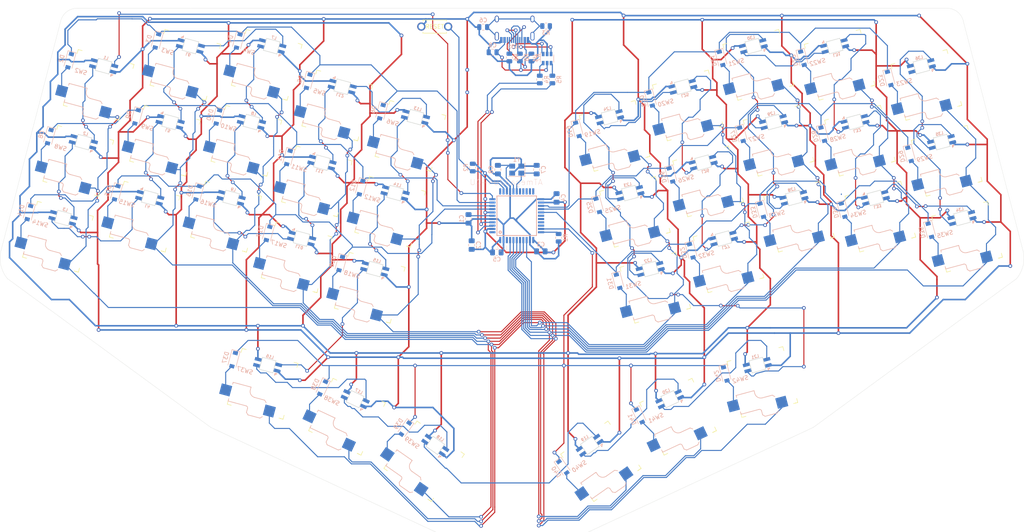
<source format=kicad_pcb>
(kicad_pcb (version 20171130) (host pcbnew "(5.1.9)-1")
  (title_block (title REVIUNG41) (date 2020-01-06) (rev 1.2))
  (layers (0 F.Cu signal) (31 B.Cu signal) (34 B.Paste user) (35 F.Paste user) (36 B.SilkS user) (37 F.SilkS user) (38 B.Mask user) (39 F.Mask user) (44 Edge.Cuts user))
  (net 0 "")
  (net 1 row0)
  (net 2 "Net-(D2-Pad2)")
  (net 3 "Net-(D3-Pad2)")
  (net 4 "Net-(D4-Pad2)")
  (net 5 "Net-(D5-Pad2)")
  (net 6 "Net-(D6-Pad2)")
  (net 7 row1)
  (net 8 "Net-(D8-Pad2)")
  (net 9 "Net-(D9-Pad2)")
  (net 10 "Net-(D10-Pad2)")
  (net 11 "Net-(D11-Pad2)")
  (net 12 "Net-(D12-Pad2)")
  (net 13 row2)
  (net 14 "Net-(D14-Pad2)")
  (net 15 "Net-(D15-Pad2)")
  (net 16 "Net-(D16-Pad2)")
  (net 17 "Net-(D17-Pad2)")
  (net 18 "Net-(D18-Pad2)")
  (net 19 row3)
  (net 20 "Net-(D19-Pad2)")
  (net 21 "Net-(D20-Pad2)")
  (net 22 "Net-(D21-Pad2)")
  (net 23 "Net-(D22-Pad2)")
  (net 24 "Net-(D23-Pad2)")
  (net 25 row4)
  (net 26 "Net-(D25-Pad2)")
  (net 27 "Net-(D26-Pad2)")
  (net 28 "Net-(D27-Pad2)")
  (net 29 "Net-(D28-Pad2)")
  (net 30 "Net-(D29-Pad2)")
  (net 31 row5)
  (net 32 "Net-(D31-Pad2)")
  (net 33 "Net-(D32-Pad2)")
  (net 34 "Net-(D33-Pad2)")
  (net 35 "Net-(D34-Pad2)")
  (net 36 "Net-(D35-Pad2)")
  (net 37 row6)
  (net 38 "Net-(D37-Pad2)")
  (net 39 "Net-(D38-Pad2)")
  (net 40 "Net-(D39-Pad2)")
  (net 41 "Net-(D40-Pad2)")
  (net 42 "Net-(D41-Pad2)")
  (net 43 LED)
  (net 44 VCC)
  (net 45 GND)
  (net 46 col0)
  (net 47 col1)
  (net 48 col2)
  (net 49 col3)
  (net 50 col4)
  (net 51 col5)
  (net 52 reset)
  (net 53 "Net-(L1-Pad2)")
  (net 54 "Net-(L2-Pad2)")
  (net 55 "Net-(L3-Pad2)")
  (net 56 "Net-(L4-Pad2)")
  (net 57 "Net-(L5-Pad2)")
  (net 58 "Net-(L6-Pad2)")
  (net 59 "Net-(L7-Pad2)")
  (net 60 "Net-(L8-Pad2)")
  (net 61 "Net-(L10-Pad4)")
  (net 62 "Net-(L10-Pad2)")
  (net 63 "Net-(D42-Pad2)")
  (net 64 "Net-(L11-Pad2)")
  (net 65 "Net-(L12-Pad2)")
  (net 66 "Net-(L13-Pad2)")
  (net 67 "Net-(C1-Pad1)")
  (net 68 +5V)
  (net 69 XTAL1)
  (net 70 XTAL2)
  (net 71 "Net-(R1-Pad2)")
  (net 72 D-)
  (net 73 D+)
  (net 74 "Net-(U2-Pad42)")
  (net 75 "Net-(U2-Pad22)")
  (net 76 "Net-(U2-Pad21)")
  (net 77 "Net-(U2-Pad20)")
  (net 78 "Net-(U2-Pad19)")
  (net 79 "Net-(L14-Pad2)")
  (net 80 "Net-(L27-Pad2)")
  (net 81 "Net-(L28-Pad2)")
  (net 82 "Net-(L29-Pad2)")
  (net 83 "Net-(L30-Pad2)")
  (net 84 "Net-(L31-Pad2)")
  (net 85 "Net-(L32-Pad2)")
  (net 86 "Net-(L33-Pad2)")
  (net 87 "Net-(L34-Pad2)")
  (net 88 "Net-(L35-Pad2)")
  (net 89 "Net-(L36-Pad2)")
  (net 90 "Net-(L15-Pad2)")
  (net 91 "Net-(L16-Pad2)")
  (net 92 "Net-(L17-Pad2)")
  (net 93 "Net-(L18-Pad2)")
  (net 94 "Net-(L19-Pad2)")
  (net 95 "Net-(L20-Pad2)")
  (net 96 "Net-(L21-Pad2)")
  (net 97 "Net-(L22-Pad2)")
  (net 98 "Net-(L23-Pad2)")
  (net 99 "Net-(L24-Pad2)")
  (net 100 "Net-(L25-Pad2)")
  (net 101 "Net-(L26-Pad2)")
  (net 102 "Net-(U2-Pad18)")
  (net 103 "Net-(U2-Pad31)")
  (net 104 "Net-(U2-Pad30)")
  (net 105 "Net-(U2-Pad29)")
  (net 106 "Net-(U2-Pad28)")
  (net 107 "Net-(U2-Pad12)")
  (net 108 "Net-(U2-Pad1)")
  (net 109 "Net-(R4-Pad2)")
  (net 110 "Net-(R5-Pad2)")
  (net 111 "Net-(C6-Pad1)")
  (net 112 VBUS)
  (net 113 "Net-(R6-Pad2)")
  (net 114 "Net-(R7-Pad2)")
  (net 115 D+BUS)
  (net 116 D-BUS)
  (net 117 "Net-(USB1-Pad3)")
  (net 118 "Net-(USB1-Pad9)")
  (module euclid36-libs:ATMEGA32U4-AU (layer B.Cu) (at 151.638 75.692)
    (fp_text reference U2 (at -3.474 8.014) (layer B.SilkS) (effects (font (size 1.4 1.4) (thickness 0.05)) (justify mirror)))
    (fp_text value ATmega32U4-AU (at -2.55 -8.1261) (layer B.SilkS) (effects (font (size 1.4 1.4) (thickness 0.05)) (justify mirror)))
    (pad 44 smd rect (at -4 5.9) (size 0.5 1.5) (layers B.Cu B.Paste B.Mask) (net 68 +5V))
    (pad 43 smd rect (at -3.2 5.9) (size 0.5 1.5) (layers B.Cu B.Paste B.Mask) (net 45 GND))
    (pad 42 smd rect (at -2.4 5.9) (size 0.5 1.5) (layers B.Cu B.Paste B.Mask) (net 74 "Net-(U2-Pad42)"))
    (pad 41 smd rect (at -1.6 5.9) (size 0.5 1.5) (layers B.Cu B.Paste B.Mask) (net 51 col5))
    (pad 40 smd rect (at -0.8 5.9) (size 0.5 1.5) (layers B.Cu B.Paste B.Mask) (net 50 col4))
    (pad 39 smd rect (at 0 5.9) (size 0.5 1.5) (layers B.Cu B.Paste B.Mask) (net 49 col3))
    (pad 38 smd rect (at 0.8 5.9) (size 0.5 1.5) (layers B.Cu B.Paste B.Mask) (net 48 col2))
    (pad 37 smd rect (at 1.6 5.9) (size 0.5 1.5) (layers B.Cu B.Paste B.Mask) (net 47 col1))
    (pad 36 smd rect (at 2.4 5.9) (size 0.5 1.5) (layers B.Cu B.Paste B.Mask) (net 46 col0))
    (pad 35 smd rect (at 3.2 5.9) (size 0.5 1.5) (layers B.Cu B.Paste B.Mask) (net 45 GND))
    (pad 34 smd rect (at 4 5.9) (size 0.5 1.5) (layers B.Cu B.Paste B.Mask) (net 68 +5V))
    (pad 33 smd rect (at 5.9 4) (size 1.5 0.5) (layers B.Cu B.Paste B.Mask) (net 71 "Net-(R1-Pad2)"))
    (pad 32 smd rect (at 5.9 3.2) (size 1.5 0.5) (layers B.Cu B.Paste B.Mask) (net 37 row6))
    (pad 31 smd rect (at 5.9 2.4) (size 1.5 0.5) (layers B.Cu B.Paste B.Mask) (net 103 "Net-(U2-Pad31)"))
    (pad 30 smd rect (at 5.9 1.6) (size 1.5 0.5) (layers B.Cu B.Paste B.Mask) (net 104 "Net-(U2-Pad30)"))
    (pad 29 smd rect (at 5.9 0.8) (size 1.5 0.5) (layers B.Cu B.Paste B.Mask) (net 105 "Net-(U2-Pad29)"))
    (pad 28 smd rect (at 5.9 0) (size 1.5 0.5) (layers B.Cu B.Paste B.Mask) (net 106 "Net-(U2-Pad28)"))
    (pad 27 smd rect (at 5.9 -0.8) (size 1.5 0.5) (layers B.Cu B.Paste B.Mask) (net 31 row5))
    (pad 26 smd rect (at 5.9 -1.6) (size 1.5 0.5) (layers B.Cu B.Paste B.Mask) (net 25 row4))
    (pad 25 smd rect (at 5.9 -2.4) (size 1.5 0.5) (layers B.Cu B.Paste B.Mask) (net 19 row3))
    (pad 24 smd rect (at 5.9 -3.2) (size 1.5 0.5) (layers B.Cu B.Paste B.Mask) (net 68 +5V))
    (pad 23 smd rect (at 5.9 -4) (size 1.5 0.5) (layers B.Cu B.Paste B.Mask) (net 45 GND))
    (pad 22 smd rect (at 4 -5.9) (size 0.5 1.5) (layers B.Cu B.Paste B.Mask) (net 75 "Net-(U2-Pad22)"))
    (pad 21 smd rect (at 3.2 -5.9) (size 0.5 1.5) (layers B.Cu B.Paste B.Mask) (net 76 "Net-(U2-Pad21)"))
    (pad 20 smd rect (at 2.4 -5.9) (size 0.5 1.5) (layers B.Cu B.Paste B.Mask) (net 77 "Net-(U2-Pad20)"))
    (pad 19 smd rect (at 1.6 -5.9) (size 0.5 1.5) (layers B.Cu B.Paste B.Mask) (net 78 "Net-(U2-Pad19)"))
    (pad 18 smd rect (at 0.8 -5.9) (size 0.5 1.5) (layers B.Cu B.Paste B.Mask) (net 102 "Net-(U2-Pad18)"))
    (pad 17 smd rect (at 0 -5.9) (size 0.5 1.5) (layers B.Cu B.Paste B.Mask) (net 69 XTAL1))
    (pad 16 smd rect (at -0.8 -5.9) (size 0.5 1.5) (layers B.Cu B.Paste B.Mask) (net 70 XTAL2))
    (pad 15 smd rect (at -1.6 -5.9) (size 0.5 1.5) (layers B.Cu B.Paste B.Mask) (net 45 GND))
    (pad 14 smd rect (at -2.4 -5.9) (size 0.5 1.5) (layers B.Cu B.Paste B.Mask) (net 68 +5V))
    (pad 13 smd rect (at -3.2 -5.9) (size 0.5 1.5) (layers B.Cu B.Paste B.Mask) (net 52 reset))
    (pad 12 smd rect (at -4 -5.9) (size 0.5 1.5) (layers B.Cu B.Paste B.Mask) (net 107 "Net-(U2-Pad12)"))
    (pad 11 smd rect (at -5.9 -4) (size 1.5 0.5) (layers B.Cu B.Paste B.Mask) (net 43 LED))
    (pad 10 smd rect (at -5.9 -3.2) (size 1.5 0.5) (layers B.Cu B.Paste B.Mask) (net 1 row0))
    (pad 9 smd rect (at -5.9 -2.4) (size 1.5 0.5) (layers B.Cu B.Paste B.Mask) (net 7 row1))
    (pad 8 smd rect (at -5.9 -1.6) (size 1.5 0.5) (layers B.Cu B.Paste B.Mask) (net 13 row2))
    (pad 7 smd rect (at -5.9 -0.8) (size 1.5 0.5) (layers B.Cu B.Paste B.Mask) (net 68 +5V))
    (pad 6 smd rect (at -5.9 0) (size 1.5 0.5) (layers B.Cu B.Paste B.Mask) (net 67 "Net-(C1-Pad1)"))
    (pad 5 smd rect (at -5.9 0.8) (size 1.5 0.5) (layers B.Cu B.Paste B.Mask) (net 45 GND))
    (pad 4 smd rect (at -5.9 1.6) (size 1.5 0.5) (layers B.Cu B.Paste B.Mask) (net 73 D+))
    (pad 3 smd rect (at -5.9 2.4) (size 1.5 0.5) (layers B.Cu B.Paste B.Mask) (net 72 D-))
    (pad 2 smd rect (at -5.9 3.2) (size 1.5 0.5) (layers B.Cu B.Paste B.Mask) (net 68 +5V))
    (pad 1 smd rect (at -5.9 4) (size 1.5 0.5) (layers B.Cu B.Paste B.Mask) (net 108 "Net-(U2-Pad1)"))
  )
  (module euclid36-libs:HRO-TYPE-C-31-M-12-Assembly (layer B.Cu) (at 151.13 25.4)
    (fp_text reference USB1 (at 0 9.25) (layer B.SilkS) (effects (font (size 0.8 0.8)) (justify mirror)))
    (fp_text value HRO-TYPE-C-31-M-12)
    (pad 12 smd rect (at 3.225 7.695) (size 0.6 1.45) (layers B.Cu B.Paste B.Mask) (net 45 GND))
    (pad 1 smd rect (at -3.225 7.695) (size 0.6 1.45) (layers B.Cu B.Paste B.Mask) (net 45 GND))
    (pad 11 smd rect (at 2.45 7.695) (size 0.6 1.45) (layers B.Cu B.Paste B.Mask) (net 112 VBUS))
    (pad 2 smd rect (at -2.45 7.695) (size 0.6 1.45) (layers B.Cu B.Paste B.Mask) (net 112 VBUS))
    (pad 3 smd rect (at -1.75 7.695) (size 0.3 1.45) (layers B.Cu B.Paste B.Mask) (net 117 "Net-(USB1-Pad3)"))
    (pad 10 smd rect (at 1.75 7.695) (size 0.3 1.45) (layers B.Cu B.Paste B.Mask) (net 114 "Net-(R7-Pad2)"))
    (pad 4 smd rect (at -1.25 7.695) (size 0.3 1.45) (layers B.Cu B.Paste B.Mask) (net 113 "Net-(R6-Pad2)"))
    (pad 9 smd rect (at 1.25 7.695) (size 0.3 1.45) (layers B.Cu B.Paste B.Mask) (net 118 "Net-(USB1-Pad9)"))
    (pad 5 smd rect (at -0.75 7.695) (size 0.3 1.45) (layers B.Cu B.Paste B.Mask) (net 116 D-BUS))
    (pad 8 smd rect (at 0.75 7.695) (size 0.3 1.45) (layers B.Cu B.Paste B.Mask) (net 115 D+BUS))
    (pad 7 smd rect (at 0.25 7.695) (size 0.3 1.45) (layers B.Cu B.Paste B.Mask) (net 116 D-BUS))
    (pad 6 smd rect (at -0.25 7.695) (size 0.3 1.45) (layers B.Cu B.Paste B.Mask) (net 115 D+BUS))
    (pad "" np_thru_hole circle (at 2.89 6.25) (size 0.65 0.65) (drill 0.65) (layers *.Cu *.Mask))
    (pad "" np_thru_hole circle (at -2.89 6.25) (size 0.65 0.65) (drill 0.65) (layers *.Cu *.Mask))
    (pad 13 thru_hole oval (at -4.32 6.78) (size 1 2.1) (drill oval 0.6 1.7) (layers *.Cu *.Mask) (net 111 "Net-(C6-Pad1)"))
    (pad 13 thru_hole oval (at 4.32 6.78) (size 1 2.1) (drill oval 0.6 1.7) (layers *.Cu *.Mask) (net 111 "Net-(C6-Pad1)"))
    (pad 13 thru_hole oval (at -4.32 2.6) (size 1 1.6) (drill oval 0.6 1.2) (layers *.Cu *.Mask) (net 111 "Net-(C6-Pad1)"))
    (pad 13 thru_hole oval (at 4.32 2.6) (size 1 1.6) (drill oval 0.6 1.2) (layers *.Cu *.Mask) (net 111 "Net-(C6-Pad1)"))
  )
  (module Package_TO_SOT_SMD:SOT-23-6 (layer B.Cu) (at 159.004 37.592 270)
    (fp_text reference U1 (at 0 2.9 90) (layer B.SilkS) (effects (justify mirror)))
    (fp_text value USBLC6-2SC6)
    (pad 5 smd rect (at 1.1 0 270) (size 1.06 0.65) (layers B.Cu B.Paste B.Mask) (net 112 VBUS))
    (pad 6 smd rect (at 1.1 0.95 270) (size 1.06 0.65) (layers B.Cu B.Paste B.Mask) (net 109 "Net-(R4-Pad2)"))
    (pad 4 smd rect (at 1.1 -0.95 270) (size 1.06 0.65) (layers B.Cu B.Paste B.Mask) (net 110 "Net-(R5-Pad2)"))
    (pad 3 smd rect (at -1.1 -0.95 270) (size 1.06 0.65) (layers B.Cu B.Paste B.Mask) (net 115 D+BUS))
    (pad 2 smd rect (at -1.1 0 270) (size 1.06 0.65) (layers B.Cu B.Paste B.Mask) (net 45 GND))
    (pad 1 smd rect (at -1.1 0.95 270) (size 1.06 0.65) (layers B.Cu B.Paste B.Mask) (net 116 D-BUS))
  )
  (module Resistor_SMD:R_0805_2012Metric (layer B.Cu) (at 152.4 37.338 90)
    (fp_text reference R8 (at 0 1.65 90) (layer B.SilkS) (effects (justify mirror)))
    (fp_text value 1.5K)
    (pad 2 smd roundrect (at 0.9125 0 90) (size 1.025 1.4) (layers B.Cu B.Paste B.Mask) (roundrect_rratio 0.2439004878048781) (net 115 D+BUS))
    (pad 1 smd roundrect (at -0.9125 0 90) (size 1.025 1.4) (layers B.Cu B.Paste B.Mask) (roundrect_rratio 0.2439004878048781) (net 112 VBUS))
  )
  (module Resistor_SMD:R_0805_2012Metric (layer B.Cu) (at 155.194 37.338 90)
    (fp_text reference R7 (at 0 1.65 90) (layer B.SilkS) (effects (justify mirror)))
    (fp_text value 5.1k)
    (pad 2 smd roundrect (at 0.9125 0 90) (size 1.025 1.4) (layers B.Cu B.Paste B.Mask) (roundrect_rratio 0.2439004878048781) (net 114 "Net-(R7-Pad2)"))
    (pad 1 smd roundrect (at -0.9125 0 90) (size 1.025 1.4) (layers B.Cu B.Paste B.Mask) (roundrect_rratio 0.2439004878048781) (net 45 GND))
  )
  (module Resistor_SMD:R_0805_2012Metric (layer B.Cu) (at 149.86 37.338 90)
    (fp_text reference R6 (at 0 1.65 90) (layer B.SilkS) (effects (justify mirror)))
    (fp_text value 5.1k)
    (pad 2 smd roundrect (at 0.9125 0 90) (size 1.025 1.4) (layers B.Cu B.Paste B.Mask) (roundrect_rratio 0.2439004878048781) (net 113 "Net-(R6-Pad2)"))
    (pad 1 smd roundrect (at -0.9125 0 90) (size 1.025 1.4) (layers B.Cu B.Paste B.Mask) (roundrect_rratio 0.2439004878048781) (net 45 GND))
  )
  (module Resistor_SMD:R_0805_2012Metric (layer B.Cu) (at 160.274 42.672 90)
    (fp_text reference R5 (at 0 1.65 90) (layer B.SilkS) (effects (justify mirror)))
    (fp_text value 22R)
    (pad 2 smd roundrect (at 0.9125 0 90) (size 1.025 1.4) (layers B.Cu B.Paste B.Mask) (roundrect_rratio 0.2439004878048781) (net 110 "Net-(R5-Pad2)"))
    (pad 1 smd roundrect (at -0.9125 0 90) (size 1.025 1.4) (layers B.Cu B.Paste B.Mask) (roundrect_rratio 0.2439004878048781) (net 73 D+))
  )
  (module Resistor_SMD:R_0805_2012Metric (layer B.Cu) (at 157.226 42.672 90)
    (fp_text reference R4 (at 0 1.65 90) (layer B.SilkS) (effects (justify mirror)))
    (fp_text value 22R)
    (pad 2 smd roundrect (at 0.9125 0 90) (size 1.025 1.4) (layers B.Cu B.Paste B.Mask) (roundrect_rratio 0.2439004878048781) (net 109 "Net-(R4-Pad2)"))
    (pad 1 smd roundrect (at -0.9125 0 90) (size 1.025 1.4) (layers B.Cu B.Paste B.Mask) (roundrect_rratio 0.2439004878048781) (net 72 D-))
  )
  (module Resistor_SMD:R_0805_2012Metric (layer B.Cu) (at 158.75 29.718)
    (fp_text reference R3 (at 0 1.65 180) (layer B.SilkS) (effects (justify mirror)))
    (fp_text value 1M)
    (pad 2 smd roundrect (at 0.9125 0) (size 1.025 1.4) (layers B.Cu B.Paste B.Mask) (roundrect_rratio 0.2439004878048781) (net 45 GND))
    (pad 1 smd roundrect (at -0.9125 0) (size 1.025 1.4) (layers B.Cu B.Paste B.Mask) (roundrect_rratio 0.2439004878048781) (net 111 "Net-(C6-Pad1)"))
  )
  (module Capacitor_SMD:C_0805_2012Metric (layer B.Cu) (at 145.796 36.068 180)
    (fp_text reference C9 (at 0 1.68) (layer B.SilkS) (effects (justify mirror)))
    (fp_text value 4.7n)
    (pad 2 smd roundrect (at 0.95 0 180) (size 1 1.45) (layers B.Cu B.Paste B.Mask) (net 45 GND))
    (pad 1 smd roundrect (at -0.95 0 180) (size 1 1.45) (layers B.Cu B.Paste B.Mask) (net 112 VBUS))
  )
  (module Capacitor_SMD:C_0805_2012Metric (layer B.Cu) (at 143.51 29.972 180)
    (fp_text reference C6 (at 0 1.68 180) (layer B.SilkS) (effects (justify mirror)))
    (fp_text value 4.7n)
    (pad 2 smd roundrect (at 0.95 0 180) (size 1 1.45) (layers B.Cu B.Paste B.Mask) (net 45 GND))
    (pad 1 smd roundrect (at -0.95 0 180) (size 1 1.45) (layers B.Cu B.Paste B.Mask) (net 111 "Net-(C6-Pad1)"))
  )
  (module Crystal:Crystal_SMD_3225-4Pin_3.2x2.5mm (layer B.Cu) (at 151.638 64.516 180)
    (fp_text reference Y1 (at 0 2.45) (layer B.SilkS) (effects (justify mirror)))
    (fp_text value XTAL)
    (pad 4 smd rect (at -1.1 0.85 180) (size 1.4 1.2) (layers B.Cu B.Paste B.Mask) (net 45 GND))
    (pad 3 smd rect (at 1.1 0.85 180) (size 1.4 1.2) (layers B.Cu B.Paste B.Mask) (net 70 XTAL2))
    (pad 2 smd rect (at 1.1 -0.85 180) (size 1.4 1.2) (layers B.Cu B.Paste B.Mask) (net 45 GND))
    (pad 1 smd rect (at -1.1 -0.85 180) (size 1.4 1.2) (layers B.Cu B.Paste B.Mask) (net 69 XTAL1))
  )
  (module Resistor_SMD:R_0805_2012Metric (layer B.Cu) (at 140.97 64.008 270)
    (fp_text reference R2 (at 0 1.65 90) (layer B.SilkS) (effects (justify mirror)))
    (fp_text value 10k)
    (pad 2 smd roundrect (at 0.9125 0 270) (size 1.025 1.4) (layers B.Cu B.Paste B.Mask) (roundrect_rratio 0.2439004878048781) (net 52 reset))
    (pad 1 smd roundrect (at -0.9125 0 270) (size 1.025 1.4) (layers B.Cu B.Paste B.Mask) (roundrect_rratio 0.2439004878048781) (net 68 +5V))
  )
  (module Resistor_SMD:R_0805_2012Metric (layer B.Cu) (at 161.798 81.026 90)
    (fp_text reference R1 (at 0 1.65 90) (layer B.SilkS) (effects (justify mirror)))
    (fp_text value 10k)
    (pad 2 smd roundrect (at 0.9125 0 90) (size 1.025 1.4) (layers B.Cu B.Paste B.Mask) (roundrect_rratio 0.2439004878048781) (net 71 "Net-(R1-Pad2)"))
    (pad 1 smd roundrect (at -0.9125 0 90) (size 1.025 1.4) (layers B.Cu B.Paste B.Mask) (roundrect_rratio 0.2439004878048781) (net 45 GND))
  )
  (module euclid36-libs:Kailh_socket_PG1350 (layer F.Cu) (at 91.043627 39.127926 345)
    (fp_text reference SW4 (at -5 -2 165) (layer B.SilkS) (effects (justify mirror)))
    (fp_text value SW_PUSH)
    (pad "" np_thru_hole circle (at -5.5 0 345) (size 1.7018 1.7018) (drill 1.7018) (layers *.Cu *.Mask))
    (pad "" np_thru_hole circle (at 5.5 0 345) (size 1.7018 1.7018) (drill 1.7018) (layers *.Cu *.Mask))
    (pad 1 smd rect (at 3.275 5.95 345) (size 2.6 2.6) (layers B.Cu B.Paste B.Mask) (net 49 col3))
    (pad "" np_thru_hole circle (at -5 3.75 345) (size 3 3) (drill 3) (layers *.Cu *.Mask))
    (pad "" np_thru_hole circle (at 0 0 345) (size 3.429 3.429) (drill 3.429) (layers *.Cu *.Mask))
    (pad "" np_thru_hole circle (at 0 5.95 345) (size 3 3) (drill 3) (layers *.Cu *.Mask))
    (pad 2 smd rect (at -8.275 3.75 345) (size 2.6 2.6) (layers B.Cu B.Paste B.Mask) (net 4 "Net-(D4-Pad2)"))
    (pad "" np_thru_hole circle (at 5.22 -4.2 345) (size 0.9906 0.9906) (drill 0.9906) (layers *.Cu *.Mask))
  )
  (module euclid36-libs:SK6812-MINI-E (layer B.Cu) (at 249.717693 39.447779 15)
    (fp_text reference L36 (at 0 -2.1 15 unlocked) (layer B.SilkS) (effects (font (size 0.7 0.7)) (justify mirror)))
    (fp_text value WS2812B hide)
    (fp_line (start 1.7 1.5) (end 1.7 -1.5) (layer Edge.Cuts) (width 0.12))
    (fp_line (start 1.7 -1.5) (end -1.7 -1.5) (layer Edge.Cuts) (width 0.12))
    (fp_line (start -1.7 -1.5) (end -1.7 1.5) (layer Edge.Cuts) (width 0.12))
    (fp_line (start -1.7 1.5) (end 1.7 1.5) (layer Edge.Cuts) (width 0.12))
    (pad 3 smd roundrect (at 2.55 0.75 15) (size 1.7 0.82) (layers B.Cu B.Paste B.Mask) (net 45 GND))
    (pad 4 smd rect (at 2.55 -0.75 15) (size 1.7 0.82) (layers B.Cu B.Paste B.Mask) (net 88 "Net-(L35-Pad2)"))
    (pad 2 smd rect (at -2.55 0.75 15) (size 1.7 0.82) (layers B.Cu B.Paste B.Mask) (net 89 "Net-(L36-Pad2)"))
    (pad 1 smd rect (at -2.55 -0.75 15) (size 1.7 0.82) (layers B.Cu B.Paste B.Mask) (net 44 VCC))
  )
  (module euclid36-libs:SK6812-MINI-E (layer B.Cu) (at 254.648195 57.848665 15)
    (fp_text reference L35 (at 0 -2.1 15 unlocked) (layer B.SilkS) (effects (font (size 0.7 0.7)) (justify mirror)))
    (fp_text value WS2812B hide)
    (fp_line (start 1.7 1.5) (end 1.7 -1.5) (layer Edge.Cuts) (width 0.12))
    (fp_line (start 1.7 -1.5) (end -1.7 -1.5) (layer Edge.Cuts) (width 0.12))
    (fp_line (start -1.7 -1.5) (end -1.7 1.5) (layer Edge.Cuts) (width 0.12))
    (fp_line (start -1.7 1.5) (end 1.7 1.5) (layer Edge.Cuts) (width 0.12))
    (pad 3 smd roundrect (at 2.55 0.75 15) (size 1.7 0.82) (layers B.Cu B.Paste B.Mask) (net 45 GND))
    (pad 4 smd rect (at 2.55 -0.75 15) (size 1.7 0.82) (layers B.Cu B.Paste B.Mask) (net 87 "Net-(L34-Pad2)"))
    (pad 2 smd rect (at -2.55 0.75 15) (size 1.7 0.82) (layers B.Cu B.Paste B.Mask) (net 88 "Net-(L35-Pad2)"))
    (pad 1 smd rect (at -2.55 -0.75 15) (size 1.7 0.82) (layers B.Cu B.Paste B.Mask) (net 44 VCC))
  )
  (module euclid36-libs:SK6812-MINI-E (layer B.Cu) (at 259.578697 76.249551 15)
    (fp_text reference L34 (at 0 -2.1 15 unlocked) (layer B.SilkS) (effects (font (size 0.7 0.7)) (justify mirror)))
    (fp_text value WS2812B hide)
    (fp_line (start 1.7 1.5) (end 1.7 -1.5) (layer Edge.Cuts) (width 0.12))
    (fp_line (start 1.7 -1.5) (end -1.7 -1.5) (layer Edge.Cuts) (width 0.12))
    (fp_line (start -1.7 -1.5) (end -1.7 1.5) (layer Edge.Cuts) (width 0.12))
    (fp_line (start -1.7 1.5) (end 1.7 1.5) (layer Edge.Cuts) (width 0.12))
    (pad 3 smd roundrect (at 2.55 0.75 15) (size 1.7 0.82) (layers B.Cu B.Paste B.Mask) (net 45 GND))
    (pad 4 smd rect (at 2.55 -0.75 15) (size 1.7 0.82) (layers B.Cu B.Paste B.Mask) (net 86 "Net-(L33-Pad2)"))
    (pad 2 smd rect (at -2.55 0.75 15) (size 1.7 0.82) (layers B.Cu B.Paste B.Mask) (net 87 "Net-(L34-Pad2)"))
    (pad 1 smd rect (at -2.55 -0.75 15) (size 1.7 0.82) (layers B.Cu B.Paste B.Mask) (net 44 VCC))
  )
  (module euclid36-libs:SK6812-MINI-E (layer B.Cu) (at 238.548211 71.366248 195)
    (fp_text reference L33 (at 0 -2.1 195 unlocked) (layer B.SilkS) (effects (font (size 0.7 0.7)) (justify mirror)))
    (fp_text value WS2812B hide)
    (fp_line (start 1.7 1.5) (end 1.7 -1.5) (layer Edge.Cuts) (width 0.12))
    (fp_line (start 1.7 -1.5) (end -1.7 -1.5) (layer Edge.Cuts) (width 0.12))
    (fp_line (start -1.7 -1.5) (end -1.7 1.5) (layer Edge.Cuts) (width 0.12))
    (fp_line (start -1.7 1.5) (end 1.7 1.5) (layer Edge.Cuts) (width 0.12))
    (pad 3 smd roundrect (at 2.55 0.75 195) (size 1.7 0.82) (layers B.Cu B.Paste B.Mask) (net 45 GND))
    (pad 4 smd rect (at 2.55 -0.75 195) (size 1.7 0.82) (layers B.Cu B.Paste B.Mask) (net 85 "Net-(L32-Pad2)"))
    (pad 2 smd rect (at -2.55 0.75 195) (size 1.7 0.82) (layers B.Cu B.Paste B.Mask) (net 86 "Net-(L33-Pad2)"))
    (pad 1 smd rect (at -2.55 -0.75 195) (size 1.7 0.82) (layers B.Cu B.Paste B.Mask) (net 44 VCC))
  )
  (module euclid36-libs:SK6812-MINI-E (layer B.Cu) (at 233.617709 52.965362 195)
    (fp_text reference L32 (at 0 -2.1 195 unlocked) (layer B.SilkS) (effects (font (size 0.7 0.7)) (justify mirror)))
    (fp_text value WS2812B hide)
    (fp_line (start 1.7 1.5) (end 1.7 -1.5) (layer Edge.Cuts) (width 0.12))
    (fp_line (start 1.7 -1.5) (end -1.7 -1.5) (layer Edge.Cuts) (width 0.12))
    (fp_line (start -1.7 -1.5) (end -1.7 1.5) (layer Edge.Cuts) (width 0.12))
    (fp_line (start -1.7 1.5) (end 1.7 1.5) (layer Edge.Cuts) (width 0.12))
    (pad 3 smd roundrect (at 2.55 0.75 195) (size 1.7 0.82) (layers B.Cu B.Paste B.Mask) (net 45 GND))
    (pad 4 smd rect (at 2.55 -0.75 195) (size 1.7 0.82) (layers B.Cu B.Paste B.Mask) (net 84 "Net-(L31-Pad2)"))
    (pad 2 smd rect (at -2.55 0.75 195) (size 1.7 0.82) (layers B.Cu B.Paste B.Mask) (net 85 "Net-(L32-Pad2)"))
    (pad 1 smd rect (at -2.55 -0.75 195) (size 1.7 0.82) (layers B.Cu B.Paste B.Mask) (net 44 VCC))
  )
  (module euclid36-libs:SK6812-MINI-E (layer B.Cu) (at 228.687207 34.564476 195)
    (fp_text reference L31 (at 0 -2.1 195 unlocked) (layer B.SilkS) (effects (font (size 0.7 0.7)) (justify mirror)))
    (fp_text value WS2812B hide)
    (fp_line (start 1.7 1.5) (end 1.7 -1.5) (layer Edge.Cuts) (width 0.12))
    (fp_line (start 1.7 -1.5) (end -1.7 -1.5) (layer Edge.Cuts) (width 0.12))
    (fp_line (start -1.7 -1.5) (end -1.7 1.5) (layer Edge.Cuts) (width 0.12))
    (fp_line (start -1.7 1.5) (end 1.7 1.5) (layer Edge.Cuts) (width 0.12))
    (pad 3 smd roundrect (at 2.55 0.75 195) (size 1.7 0.82) (layers B.Cu B.Paste B.Mask) (net 45 GND))
    (pad 4 smd rect (at 2.55 -0.75 195) (size 1.7 0.82) (layers B.Cu B.Paste B.Mask) (net 83 "Net-(L30-Pad2)"))
    (pad 2 smd rect (at -2.55 0.75 195) (size 1.7 0.82) (layers B.Cu B.Paste B.Mask) (net 84 "Net-(L31-Pad2)"))
    (pad 1 smd rect (at -2.55 -0.75 195) (size 1.7 0.82) (layers B.Cu B.Paste B.Mask) (net 44 VCC))
  )
  (module euclid36-libs:SK6812-MINI-E (layer B.Cu) (at 208.97152 34.588075 15)
    (fp_text reference L30 (at 0 -2.1 15 unlocked) (layer B.SilkS) (effects (font (size 0.7 0.7)) (justify mirror)))
    (fp_text value WS2812B hide)
    (fp_line (start 1.7 1.5) (end 1.7 -1.5) (layer Edge.Cuts) (width 0.12))
    (fp_line (start 1.7 -1.5) (end -1.7 -1.5) (layer Edge.Cuts) (width 0.12))
    (fp_line (start -1.7 -1.5) (end -1.7 1.5) (layer Edge.Cuts) (width 0.12))
    (fp_line (start -1.7 1.5) (end 1.7 1.5) (layer Edge.Cuts) (width 0.12))
    (pad 3 smd roundrect (at 2.55 0.75 15) (size 1.7 0.82) (layers B.Cu B.Paste B.Mask) (net 45 GND))
    (pad 4 smd rect (at 2.55 -0.75 15) (size 1.7 0.82) (layers B.Cu B.Paste B.Mask) (net 82 "Net-(L29-Pad2)"))
    (pad 2 smd rect (at -2.55 0.75 15) (size 1.7 0.82) (layers B.Cu B.Paste B.Mask) (net 83 "Net-(L30-Pad2)"))
    (pad 1 smd rect (at -2.55 -0.75 15) (size 1.7 0.82) (layers B.Cu B.Paste B.Mask) (net 44 VCC))
  )
  (module euclid36-libs:SK6812-MINI-E (layer B.Cu) (at 213.902022 52.988961 15)
    (fp_text reference L29 (at 0 -2.1 15 unlocked) (layer B.SilkS) (effects (font (size 0.7 0.7)) (justify mirror)))
    (fp_text value WS2812B hide)
    (fp_line (start 1.7 1.5) (end 1.7 -1.5) (layer Edge.Cuts) (width 0.12))
    (fp_line (start 1.7 -1.5) (end -1.7 -1.5) (layer Edge.Cuts) (width 0.12))
    (fp_line (start -1.7 -1.5) (end -1.7 1.5) (layer Edge.Cuts) (width 0.12))
    (fp_line (start -1.7 1.5) (end 1.7 1.5) (layer Edge.Cuts) (width 0.12))
    (pad 3 smd roundrect (at 2.55 0.75 15) (size 1.7 0.82) (layers B.Cu B.Paste B.Mask) (net 45 GND))
    (pad 4 smd rect (at 2.55 -0.75 15) (size 1.7 0.82) (layers B.Cu B.Paste B.Mask) (net 81 "Net-(L28-Pad2)"))
    (pad 2 smd rect (at -2.55 0.75 15) (size 1.7 0.82) (layers B.Cu B.Paste B.Mask) (net 82 "Net-(L29-Pad2)"))
    (pad 1 smd rect (at -2.55 -0.75 15) (size 1.7 0.82) (layers B.Cu B.Paste B.Mask) (net 44 VCC))
  )
  (module euclid36-libs:SK6812-MINI-E (layer B.Cu) (at 218.832524 71.389847 15)
    (fp_text reference L28 (at 0 -2.1 15 unlocked) (layer B.SilkS) (effects (font (size 0.7 0.7)) (justify mirror)))
    (fp_text value WS2812B hide)
    (fp_line (start 1.7 1.5) (end 1.7 -1.5) (layer Edge.Cuts) (width 0.12))
    (fp_line (start 1.7 -1.5) (end -1.7 -1.5) (layer Edge.Cuts) (width 0.12))
    (fp_line (start -1.7 -1.5) (end -1.7 1.5) (layer Edge.Cuts) (width 0.12))
    (fp_line (start -1.7 1.5) (end 1.7 1.5) (layer Edge.Cuts) (width 0.12))
    (pad 3 smd roundrect (at 2.55 0.75 15) (size 1.7 0.82) (layers B.Cu B.Paste B.Mask) (net 45 GND))
    (pad 4 smd rect (at 2.55 -0.75 15) (size 1.7 0.82) (layers B.Cu B.Paste B.Mask) (net 80 "Net-(L27-Pad2)"))
    (pad 2 smd rect (at -2.55 0.75 15) (size 1.7 0.82) (layers B.Cu B.Paste B.Mask) (net 81 "Net-(L28-Pad2)"))
    (pad 1 smd rect (at -2.55 -0.75 15) (size 1.7 0.82) (layers B.Cu B.Paste B.Mask) (net 44 VCC))
  )
  (module euclid36-libs:SK6812-MINI-E (layer B.Cu) (at 201.746439 81.227252 195)
    (fp_text reference L27 (at 0 -2.1 195 unlocked) (layer B.SilkS) (effects (font (size 0.7 0.7)) (justify mirror)))
    (fp_text value WS2812B hide)
    (fp_line (start 1.7 1.5) (end 1.7 -1.5) (layer Edge.Cuts) (width 0.12))
    (fp_line (start 1.7 -1.5) (end -1.7 -1.5) (layer Edge.Cuts) (width 0.12))
    (fp_line (start -1.7 -1.5) (end -1.7 1.5) (layer Edge.Cuts) (width 0.12))
    (fp_line (start -1.7 1.5) (end 1.7 1.5) (layer Edge.Cuts) (width 0.12))
    (pad 3 smd roundrect (at 2.55 0.75 195) (size 1.7 0.82) (layers B.Cu B.Paste B.Mask) (net 45 GND))
    (pad 4 smd rect (at 2.55 -0.75 195) (size 1.7 0.82) (layers B.Cu B.Paste B.Mask) (net 101 "Net-(L26-Pad2)"))
    (pad 2 smd rect (at -2.55 0.75 195) (size 1.7 0.82) (layers B.Cu B.Paste B.Mask) (net 80 "Net-(L27-Pad2)"))
    (pad 1 smd rect (at -2.55 -0.75 195) (size 1.7 0.82) (layers B.Cu B.Paste B.Mask) (net 44 VCC))
  )
  (module euclid36-libs:SK6812-MINI-E (layer B.Cu) (at 196.815937 62.826366 195)
    (fp_text reference L26 (at 0 -2.1 195 unlocked) (layer B.SilkS) (effects (font (size 0.7 0.7)) (justify mirror)))
    (fp_text value WS2812B hide)
    (fp_line (start 1.7 1.5) (end 1.7 -1.5) (layer Edge.Cuts) (width 0.12))
    (fp_line (start 1.7 -1.5) (end -1.7 -1.5) (layer Edge.Cuts) (width 0.12))
    (fp_line (start -1.7 -1.5) (end -1.7 1.5) (layer Edge.Cuts) (width 0.12))
    (fp_line (start -1.7 1.5) (end 1.7 1.5) (layer Edge.Cuts) (width 0.12))
    (pad 3 smd roundrect (at 2.55 0.75 195) (size 1.7 0.82) (layers B.Cu B.Paste B.Mask) (net 45 GND))
    (pad 4 smd rect (at 2.55 -0.75 195) (size 1.7 0.82) (layers B.Cu B.Paste B.Mask) (net 100 "Net-(L25-Pad2)"))
    (pad 2 smd rect (at -2.55 0.75 195) (size 1.7 0.82) (layers B.Cu B.Paste B.Mask) (net 101 "Net-(L26-Pad2)"))
    (pad 1 smd rect (at -2.55 -0.75 195) (size 1.7 0.82) (layers B.Cu B.Paste B.Mask) (net 44 VCC))
  )
  (module euclid36-libs:SK6812-MINI-E (layer B.Cu) (at 191.885435 44.42548 195)
    (fp_text reference L25 (at 0 -2.1 195 unlocked) (layer B.SilkS) (effects (font (size 0.7 0.7)) (justify mirror)))
    (fp_text value WS2812B hide)
    (fp_line (start 1.7 1.5) (end 1.7 -1.5) (layer Edge.Cuts) (width 0.12))
    (fp_line (start 1.7 -1.5) (end -1.7 -1.5) (layer Edge.Cuts) (width 0.12))
    (fp_line (start -1.7 -1.5) (end -1.7 1.5) (layer Edge.Cuts) (width 0.12))
    (fp_line (start -1.7 1.5) (end 1.7 1.5) (layer Edge.Cuts) (width 0.12))
    (pad 3 smd roundrect (at 2.55 0.75 195) (size 1.7 0.82) (layers B.Cu B.Paste B.Mask) (net 45 GND))
    (pad 4 smd rect (at 2.55 -0.75 195) (size 1.7 0.82) (layers B.Cu B.Paste B.Mask) (net 99 "Net-(L24-Pad2)"))
    (pad 2 smd rect (at -2.55 0.75 195) (size 1.7 0.82) (layers B.Cu B.Paste B.Mask) (net 100 "Net-(L25-Pad2)"))
    (pad 1 smd rect (at -2.55 -0.75 195) (size 1.7 0.82) (layers B.Cu B.Paste B.Mask) (net 44 VCC))
  )
  (module euclid36-libs:SK6812-MINI-E (layer B.Cu) (at 174.141949 51.809434 15)
    (fp_text reference L24 (at 0 -2.1 15 unlocked) (layer B.SilkS) (effects (font (size 0.7 0.7)) (justify mirror)))
    (fp_text value WS2812B hide)
    (fp_line (start 1.7 1.5) (end 1.7 -1.5) (layer Edge.Cuts) (width 0.12))
    (fp_line (start 1.7 -1.5) (end -1.7 -1.5) (layer Edge.Cuts) (width 0.12))
    (fp_line (start -1.7 -1.5) (end -1.7 1.5) (layer Edge.Cuts) (width 0.12))
    (fp_line (start -1.7 1.5) (end 1.7 1.5) (layer Edge.Cuts) (width 0.12))
    (pad 3 smd roundrect (at 2.55 0.75 15) (size 1.7 0.82) (layers B.Cu B.Paste B.Mask) (net 45 GND))
    (pad 4 smd rect (at 2.55 -0.75 15) (size 1.7 0.82) (layers B.Cu B.Paste B.Mask) (net 98 "Net-(L23-Pad2)"))
    (pad 2 smd rect (at -2.55 0.75 15) (size 1.7 0.82) (layers B.Cu B.Paste B.Mask) (net 99 "Net-(L24-Pad2)"))
    (pad 1 smd rect (at -2.55 -0.75 15) (size 1.7 0.82) (layers B.Cu B.Paste B.Mask) (net 44 VCC))
  )
  (module euclid36-libs:SK6812-MINI-E (layer B.Cu) (at 179.072451 70.21032 15)
    (fp_text reference L23 (at 0 -2.1 15 unlocked) (layer B.SilkS) (effects (font (size 0.7 0.7)) (justify mirror)))
    (fp_text value WS2812B hide)
    (fp_line (start 1.7 1.5) (end 1.7 -1.5) (layer Edge.Cuts) (width 0.12))
    (fp_line (start 1.7 -1.5) (end -1.7 -1.5) (layer Edge.Cuts) (width 0.12))
    (fp_line (start -1.7 -1.5) (end -1.7 1.5) (layer Edge.Cuts) (width 0.12))
    (fp_line (start -1.7 1.5) (end 1.7 1.5) (layer Edge.Cuts) (width 0.12))
    (pad 3 smd roundrect (at 2.55 0.75 15) (size 1.7 0.82) (layers B.Cu B.Paste B.Mask) (net 45 GND))
    (pad 4 smd rect (at 2.55 -0.75 15) (size 1.7 0.82) (layers B.Cu B.Paste B.Mask) (net 97 "Net-(L22-Pad2)"))
    (pad 2 smd rect (at -2.55 0.75 15) (size 1.7 0.82) (layers B.Cu B.Paste B.Mask) (net 98 "Net-(L23-Pad2)"))
    (pad 1 smd rect (at -2.55 -0.75 15) (size 1.7 0.82) (layers B.Cu B.Paste B.Mask) (net 44 VCC))
  )
  (module euclid36-libs:SK6812-MINI-E (layer B.Cu) (at 184.002953 88.611206 15)
    (fp_text reference L22 (at 0 -2.1 15 unlocked) (layer B.SilkS) (effects (font (size 0.7 0.7)) (justify mirror)))
    (fp_text value WS2812B hide)
    (fp_line (start 1.7 1.5) (end 1.7 -1.5) (layer Edge.Cuts) (width 0.12))
    (fp_line (start 1.7 -1.5) (end -1.7 -1.5) (layer Edge.Cuts) (width 0.12))
    (fp_line (start -1.7 -1.5) (end -1.7 1.5) (layer Edge.Cuts) (width 0.12))
    (fp_line (start -1.7 1.5) (end 1.7 1.5) (layer Edge.Cuts) (width 0.12))
    (pad 3 smd roundrect (at 2.55 0.75 15) (size 1.7 0.82) (layers B.Cu B.Paste B.Mask) (net 45 GND))
    (pad 4 smd rect (at 2.55 -0.75 15) (size 1.7 0.82) (layers B.Cu B.Paste B.Mask) (net 96 "Net-(L21-Pad2)"))
    (pad 2 smd rect (at -2.55 0.75 15) (size 1.7 0.82) (layers B.Cu B.Paste B.Mask) (net 97 "Net-(L22-Pad2)"))
    (pad 1 smd rect (at -2.55 -0.75 15) (size 1.7 0.82) (layers B.Cu B.Paste B.Mask) (net 44 VCC))
  )
  (module euclid36-libs:SK6812-MINI-E (layer B.Cu) (at 209.963943 111.895396 15)
    (fp_text reference L21 (at 0 -2.1 15 unlocked) (layer B.SilkS) (effects (font (size 0.7 0.7)) (justify mirror)))
    (fp_text value WS2812B hide)
    (fp_line (start 1.7 1.5) (end 1.7 -1.5) (layer Edge.Cuts) (width 0.12))
    (fp_line (start 1.7 -1.5) (end -1.7 -1.5) (layer Edge.Cuts) (width 0.12))
    (fp_line (start -1.7 -1.5) (end -1.7 1.5) (layer Edge.Cuts) (width 0.12))
    (fp_line (start -1.7 1.5) (end 1.7 1.5) (layer Edge.Cuts) (width 0.12))
    (pad 3 smd roundrect (at 2.55 0.75 15) (size 1.7 0.82) (layers B.Cu B.Paste B.Mask) (net 45 GND))
    (pad 4 smd rect (at 2.55 -0.75 15) (size 1.7 0.82) (layers B.Cu B.Paste B.Mask) (net 95 "Net-(L20-Pad2)"))
    (pad 2 smd rect (at -2.55 0.75 15) (size 1.7 0.82) (layers B.Cu B.Paste B.Mask) (net 96 "Net-(L21-Pad2)"))
    (pad 1 smd rect (at -2.55 -0.75 15) (size 1.7 0.82) (layers B.Cu B.Paste B.Mask) (net 44 VCC))
  )
  (module euclid36-libs:SK6812-MINI-E (layer B.Cu) (at 188.746426 120.159057 25)
    (fp_text reference L20 (at 0 -2.1 25 unlocked) (layer B.SilkS) (effects (font (size 0.7 0.7)) (justify mirror)))
    (fp_text value WS2812B hide)
    (fp_line (start 1.7 1.5) (end 1.7 -1.5) (layer Edge.Cuts) (width 0.12))
    (fp_line (start 1.7 -1.5) (end -1.7 -1.5) (layer Edge.Cuts) (width 0.12))
    (fp_line (start -1.7 -1.5) (end -1.7 1.5) (layer Edge.Cuts) (width 0.12))
    (fp_line (start -1.7 1.5) (end 1.7 1.5) (layer Edge.Cuts) (width 0.12))
    (pad 3 smd roundrect (at 2.55 0.75 25) (size 1.7 0.82) (layers B.Cu B.Paste B.Mask) (net 45 GND))
    (pad 4 smd rect (at 2.55 -0.75 25) (size 1.7 0.82) (layers B.Cu B.Paste B.Mask) (net 94 "Net-(L19-Pad2)"))
    (pad 2 smd rect (at -2.55 0.75 25) (size 1.7 0.82) (layers B.Cu B.Paste B.Mask) (net 95 "Net-(L20-Pad2)"))
    (pad 1 smd rect (at -2.55 -0.75 25) (size 1.7 0.82) (layers B.Cu B.Paste B.Mask) (net 44 VCC))
  )
  (module euclid36-libs:SK6812-MINI-E (layer B.Cu) (at 169.339434 131.363688 35)
    (fp_text reference L19 (at 0.000001 -2.1 35 unlocked) (layer B.SilkS) (effects (font (size 0.7 0.7)) (justify mirror)))
    (fp_text value WS2812B hide)
    (fp_line (start 1.7 1.5) (end 1.7 -1.5) (layer Edge.Cuts) (width 0.12))
    (fp_line (start 1.7 -1.5) (end -1.7 -1.5) (layer Edge.Cuts) (width 0.12))
    (fp_line (start -1.7 -1.5) (end -1.7 1.5) (layer Edge.Cuts) (width 0.12))
    (fp_line (start -1.7 1.5) (end 1.7 1.5) (layer Edge.Cuts) (width 0.12))
    (pad 3 smd roundrect (at 2.55 0.75 35) (size 1.7 0.82) (layers B.Cu B.Paste B.Mask) (net 45 GND))
    (pad 4 smd rect (at 2.55 -0.75 35) (size 1.7 0.82) (layers B.Cu B.Paste B.Mask) (net 93 "Net-(L18-Pad2)"))
    (pad 2 smd rect (at -2.55 0.75 35) (size 1.7 0.82) (layers B.Cu B.Paste B.Mask) (net 94 "Net-(L19-Pad2)"))
    (pad 1 smd rect (at -2.55 -0.75 35) (size 1.7 0.82) (layers B.Cu B.Paste B.Mask) (net 44 VCC))
  )
  (module euclid36-libs:SK6812-MINI-E (layer B.Cu) (at 131.892162 131.363688 325)
    (fp_text reference L18 (at -0.000001 -2.1 325 unlocked) (layer B.SilkS) (effects (font (size 0.7 0.7)) (justify mirror)))
    (fp_text value WS2812B hide)
    (fp_line (start 1.7 1.5) (end 1.7 -1.5) (layer Edge.Cuts) (width 0.12))
    (fp_line (start 1.7 -1.5) (end -1.7 -1.5) (layer Edge.Cuts) (width 0.12))
    (fp_line (start -1.7 -1.5) (end -1.7 1.5) (layer Edge.Cuts) (width 0.12))
    (fp_line (start -1.7 1.5) (end 1.7 1.5) (layer Edge.Cuts) (width 0.12))
    (pad 3 smd roundrect (at 2.55 0.75 325) (size 1.7 0.82) (layers B.Cu B.Paste B.Mask) (net 45 GND))
    (pad 4 smd rect (at 2.55 -0.75 325) (size 1.7 0.82) (layers B.Cu B.Paste B.Mask) (net 92 "Net-(L17-Pad2)"))
    (pad 2 smd rect (at -2.55 0.75 325) (size 1.7 0.82) (layers B.Cu B.Paste B.Mask) (net 93 "Net-(L18-Pad2)"))
    (pad 1 smd rect (at -2.55 -0.75 325) (size 1.7 0.82) (layers B.Cu B.Paste B.Mask) (net 44 VCC))
  )
  (module euclid36-libs:SK6812-MINI-E (layer B.Cu) (at 112.48517 120.159057 335)
    (fp_text reference L17 (at 0 -2.1 335 unlocked) (layer B.SilkS) (effects (font (size 0.7 0.7)) (justify mirror)))
    (fp_text value WS2812B hide)
    (fp_line (start 1.7 1.5) (end 1.7 -1.5) (layer Edge.Cuts) (width 0.12))
    (fp_line (start 1.7 -1.5) (end -1.7 -1.5) (layer Edge.Cuts) (width 0.12))
    (fp_line (start -1.7 -1.5) (end -1.7 1.5) (layer Edge.Cuts) (width 0.12))
    (fp_line (start -1.7 1.5) (end 1.7 1.5) (layer Edge.Cuts) (width 0.12))
    (pad 3 smd roundrect (at 2.55 0.75 335) (size 1.7 0.82) (layers B.Cu B.Paste B.Mask) (net 45 GND))
    (pad 4 smd rect (at 2.55 -0.75 335) (size 1.7 0.82) (layers B.Cu B.Paste B.Mask) (net 91 "Net-(L16-Pad2)"))
    (pad 2 smd rect (at -2.55 0.75 335) (size 1.7 0.82) (layers B.Cu B.Paste B.Mask) (net 92 "Net-(L17-Pad2)"))
    (pad 1 smd rect (at -2.55 -0.75 335) (size 1.7 0.82) (layers B.Cu B.Paste B.Mask) (net 44 VCC))
  )
  (module euclid36-libs:SK6812-MINI-E (layer B.Cu) (at 91.267653 111.895396 345)
    (fp_text reference L16 (at 0 -2.1 345 unlocked) (layer B.SilkS) (effects (font (size 0.7 0.7)) (justify mirror)))
    (fp_text value WS2812B hide)
    (fp_line (start 1.7 1.5) (end 1.7 -1.5) (layer Edge.Cuts) (width 0.12))
    (fp_line (start 1.7 -1.5) (end -1.7 -1.5) (layer Edge.Cuts) (width 0.12))
    (fp_line (start -1.7 -1.5) (end -1.7 1.5) (layer Edge.Cuts) (width 0.12))
    (fp_line (start -1.7 1.5) (end 1.7 1.5) (layer Edge.Cuts) (width 0.12))
    (pad 3 smd roundrect (at 2.55 0.75 345) (size 1.7 0.82) (layers B.Cu B.Paste B.Mask) (net 45 GND))
    (pad 4 smd rect (at 2.55 -0.75 345) (size 1.7 0.82) (layers B.Cu B.Paste B.Mask) (net 90 "Net-(L15-Pad2)"))
    (pad 2 smd rect (at -2.55 0.75 345) (size 1.7 0.82) (layers B.Cu B.Paste B.Mask) (net 91 "Net-(L16-Pad2)"))
    (pad 1 smd rect (at -2.55 -0.75 345) (size 1.7 0.82) (layers B.Cu B.Paste B.Mask) (net 44 VCC))
  )
  (module euclid36-libs:SK6812-MINI-E (layer B.Cu) (at 117.228643 88.611206 345)
    (fp_text reference L15 (at 0 -2.1 345 unlocked) (layer B.SilkS) (effects (font (size 0.7 0.7)) (justify mirror)))
    (fp_text value WS2812B hide)
    (fp_line (start 1.7 1.5) (end 1.7 -1.5) (layer Edge.Cuts) (width 0.12))
    (fp_line (start 1.7 -1.5) (end -1.7 -1.5) (layer Edge.Cuts) (width 0.12))
    (fp_line (start -1.7 -1.5) (end -1.7 1.5) (layer Edge.Cuts) (width 0.12))
    (fp_line (start -1.7 1.5) (end 1.7 1.5) (layer Edge.Cuts) (width 0.12))
    (pad 3 smd roundrect (at 2.55 0.75 345) (size 1.7 0.82) (layers B.Cu B.Paste B.Mask) (net 45 GND))
    (pad 4 smd rect (at 2.55 -0.75 345) (size 1.7 0.82) (layers B.Cu B.Paste B.Mask) (net 79 "Net-(L14-Pad2)"))
    (pad 2 smd rect (at -2.55 0.75 345) (size 1.7 0.82) (layers B.Cu B.Paste B.Mask) (net 90 "Net-(L15-Pad2)"))
    (pad 1 smd rect (at -2.55 -0.75 345) (size 1.7 0.82) (layers B.Cu B.Paste B.Mask) (net 44 VCC))
  )
  (module euclid36-libs:SK6812-MINI-E (layer B.Cu) (at 122.159145 70.21032 345)
    (fp_text reference L14 (at 0 -2.1 345 unlocked) (layer B.SilkS) (effects (font (size 0.7 0.7)) (justify mirror)))
    (fp_text value WS2812B hide)
    (fp_line (start 1.7 1.5) (end 1.7 -1.5) (layer Edge.Cuts) (width 0.12))
    (fp_line (start 1.7 -1.5) (end -1.7 -1.5) (layer Edge.Cuts) (width 0.12))
    (fp_line (start -1.7 -1.5) (end -1.7 1.5) (layer Edge.Cuts) (width 0.12))
    (fp_line (start -1.7 1.5) (end 1.7 1.5) (layer Edge.Cuts) (width 0.12))
    (pad 3 smd roundrect (at 2.55 0.75 345) (size 1.7 0.82) (layers B.Cu B.Paste B.Mask) (net 45 GND))
    (pad 4 smd rect (at 2.55 -0.75 345) (size 1.7 0.82) (layers B.Cu B.Paste B.Mask) (net 66 "Net-(L13-Pad2)"))
    (pad 2 smd rect (at -2.55 0.75 345) (size 1.7 0.82) (layers B.Cu B.Paste B.Mask) (net 79 "Net-(L14-Pad2)"))
    (pad 1 smd rect (at -2.55 -0.75 345) (size 1.7 0.82) (layers B.Cu B.Paste B.Mask) (net 44 VCC))
  )
  (module euclid36-libs:SK6812-MINI-E (layer B.Cu) (at 127.089647 51.809434 345)
    (fp_text reference L13 (at 0 -2.1 345 unlocked) (layer B.SilkS) (effects (font (size 0.7 0.7)) (justify mirror)))
    (fp_text value WS2812B hide)
    (fp_line (start 1.7 1.5) (end 1.7 -1.5) (layer Edge.Cuts) (width 0.12))
    (fp_line (start 1.7 -1.5) (end -1.7 -1.5) (layer Edge.Cuts) (width 0.12))
    (fp_line (start -1.7 -1.5) (end -1.7 1.5) (layer Edge.Cuts) (width 0.12))
    (fp_line (start -1.7 1.5) (end 1.7 1.5) (layer Edge.Cuts) (width 0.12))
    (pad 3 smd roundrect (at 2.55 0.75 345) (size 1.7 0.82) (layers B.Cu B.Paste B.Mask) (net 45 GND))
    (pad 4 smd rect (at 2.55 -0.75 345) (size 1.7 0.82) (layers B.Cu B.Paste B.Mask) (net 65 "Net-(L12-Pad2)"))
    (pad 2 smd rect (at -2.55 0.75 345) (size 1.7 0.82) (layers B.Cu B.Paste B.Mask) (net 66 "Net-(L13-Pad2)"))
    (pad 1 smd rect (at -2.55 -0.75 345) (size 1.7 0.82) (layers B.Cu B.Paste B.Mask) (net 44 VCC))
  )
  (module euclid36-libs:SK6812-MINI-E (layer B.Cu) (at 109.346161 44.42548 165)
    (fp_text reference L12 (at 0 -2.1 165 unlocked) (layer B.SilkS) (effects (font (size 0.7 0.7)) (justify mirror)))
    (fp_text value WS2812B hide)
    (fp_line (start 1.7 1.5) (end 1.7 -1.5) (layer Edge.Cuts) (width 0.12))
    (fp_line (start 1.7 -1.5) (end -1.7 -1.5) (layer Edge.Cuts) (width 0.12))
    (fp_line (start -1.7 -1.5) (end -1.7 1.5) (layer Edge.Cuts) (width 0.12))
    (fp_line (start -1.7 1.5) (end 1.7 1.5) (layer Edge.Cuts) (width 0.12))
    (pad 3 smd roundrect (at 2.55 0.75 165) (size 1.7 0.82) (layers B.Cu B.Paste B.Mask) (net 45 GND))
    (pad 4 smd rect (at 2.55 -0.75 165) (size 1.7 0.82) (layers B.Cu B.Paste B.Mask) (net 64 "Net-(L11-Pad2)"))
    (pad 2 smd rect (at -2.55 0.75 165) (size 1.7 0.82) (layers B.Cu B.Paste B.Mask) (net 65 "Net-(L12-Pad2)"))
    (pad 1 smd rect (at -2.55 -0.75 165) (size 1.7 0.82) (layers B.Cu B.Paste B.Mask) (net 44 VCC))
  )
  (module euclid36-libs:SK6812-MINI-E (layer B.Cu) (at 104.415659 62.826366 165)
    (fp_text reference L11 (at 0 -2.1 165 unlocked) (layer B.SilkS) (effects (font (size 0.7 0.7)) (justify mirror)))
    (fp_text value WS2812B hide)
    (fp_line (start 1.7 1.5) (end 1.7 -1.5) (layer Edge.Cuts) (width 0.12))
    (fp_line (start 1.7 -1.5) (end -1.7 -1.5) (layer Edge.Cuts) (width 0.12))
    (fp_line (start -1.7 -1.5) (end -1.7 1.5) (layer Edge.Cuts) (width 0.12))
    (fp_line (start -1.7 1.5) (end 1.7 1.5) (layer Edge.Cuts) (width 0.12))
    (pad 3 smd roundrect (at 2.55 0.75 165) (size 1.7 0.82) (layers B.Cu B.Paste B.Mask) (net 45 GND))
    (pad 4 smd rect (at 2.55 -0.75 165) (size 1.7 0.82) (layers B.Cu B.Paste B.Mask) (net 62 "Net-(L10-Pad2)"))
    (pad 2 smd rect (at -2.55 0.75 165) (size 1.7 0.82) (layers B.Cu B.Paste B.Mask) (net 64 "Net-(L11-Pad2)"))
    (pad 1 smd rect (at -2.55 -0.75 165) (size 1.7 0.82) (layers B.Cu B.Paste B.Mask) (net 44 VCC))
  )
  (module euclid36-libs:SK6812-MINI-E (layer B.Cu) (at 99.485157 81.227252 165)
    (fp_text reference L10 (at 0 -2.1 165 unlocked) (layer B.SilkS) (effects (font (size 0.7 0.7)) (justify mirror)))
    (fp_text value WS2812B hide)
    (fp_line (start 1.7 1.5) (end 1.7 -1.5) (layer Edge.Cuts) (width 0.12))
    (fp_line (start 1.7 -1.5) (end -1.7 -1.5) (layer Edge.Cuts) (width 0.12))
    (fp_line (start -1.7 -1.5) (end -1.7 1.5) (layer Edge.Cuts) (width 0.12))
    (fp_line (start -1.7 1.5) (end 1.7 1.5) (layer Edge.Cuts) (width 0.12))
    (pad 3 smd roundrect (at 2.55 0.75 165) (size 1.7 0.82) (layers B.Cu B.Paste B.Mask) (net 45 GND))
    (pad 4 smd rect (at 2.55 -0.75 165) (size 1.7 0.82) (layers B.Cu B.Paste B.Mask) (net 61 "Net-(L10-Pad4)"))
    (pad 2 smd rect (at -2.55 0.75 165) (size 1.7 0.82) (layers B.Cu B.Paste B.Mask) (net 62 "Net-(L10-Pad2)"))
    (pad 1 smd rect (at -2.55 -0.75 165) (size 1.7 0.82) (layers B.Cu B.Paste B.Mask) (net 44 VCC))
  )
  (module euclid36-libs:SK6812-MINI-E (layer B.Cu) (at 82.399072 71.389847 345)
    (fp_text reference L9 (at 0 -2.1 345 unlocked) (layer B.SilkS) (effects (font (size 0.7 0.7)) (justify mirror)))
    (fp_text value WS2812B hide)
    (fp_line (start 1.7 1.5) (end 1.7 -1.5) (layer Edge.Cuts) (width 0.12))
    (fp_line (start 1.7 -1.5) (end -1.7 -1.5) (layer Edge.Cuts) (width 0.12))
    (fp_line (start -1.7 -1.5) (end -1.7 1.5) (layer Edge.Cuts) (width 0.12))
    (fp_line (start -1.7 1.5) (end 1.7 1.5) (layer Edge.Cuts) (width 0.12))
    (pad 3 smd roundrect (at 2.55 0.75 345) (size 1.7 0.82) (layers B.Cu B.Paste B.Mask) (net 45 GND))
    (pad 4 smd rect (at 2.55 -0.75 345) (size 1.7 0.82) (layers B.Cu B.Paste B.Mask) (net 60 "Net-(L8-Pad2)"))
    (pad 2 smd rect (at -2.55 0.75 345) (size 1.7 0.82) (layers B.Cu B.Paste B.Mask) (net 61 "Net-(L10-Pad4)"))
    (pad 1 smd rect (at -2.55 -0.75 345) (size 1.7 0.82) (layers B.Cu B.Paste B.Mask) (net 44 VCC))
  )
  (module euclid36-libs:SK6812-MINI-E (layer B.Cu) (at 87.329574 52.988961 345)
    (fp_text reference L8 (at 0 -2.1 345 unlocked) (layer B.SilkS) (effects (font (size 0.7 0.7)) (justify mirror)))
    (fp_text value WS2812B hide)
    (fp_line (start 1.7 1.5) (end 1.7 -1.5) (layer Edge.Cuts) (width 0.12))
    (fp_line (start 1.7 -1.5) (end -1.7 -1.5) (layer Edge.Cuts) (width 0.12))
    (fp_line (start -1.7 -1.5) (end -1.7 1.5) (layer Edge.Cuts) (width 0.12))
    (fp_line (start -1.7 1.5) (end 1.7 1.5) (layer Edge.Cuts) (width 0.12))
    (pad 3 smd roundrect (at 2.55 0.75 345) (size 1.7 0.82) (layers B.Cu B.Paste B.Mask) (net 45 GND))
    (pad 4 smd rect (at 2.55 -0.75 345) (size 1.7 0.82) (layers B.Cu B.Paste B.Mask) (net 59 "Net-(L7-Pad2)"))
    (pad 2 smd rect (at -2.55 0.75 345) (size 1.7 0.82) (layers B.Cu B.Paste B.Mask) (net 60 "Net-(L8-Pad2)"))
    (pad 1 smd rect (at -2.55 -0.75 345) (size 1.7 0.82) (layers B.Cu B.Paste B.Mask) (net 44 VCC))
  )
  (module euclid36-libs:SK6812-MINI-E (layer B.Cu) (at 92.260076 34.588075 345)
    (fp_text reference L7 (at 0 -2.1 345 unlocked) (layer B.SilkS) (effects (font (size 0.7 0.7)) (justify mirror)))
    (fp_text value WS2812B hide)
    (fp_line (start 1.7 1.5) (end 1.7 -1.5) (layer Edge.Cuts) (width 0.12))
    (fp_line (start 1.7 -1.5) (end -1.7 -1.5) (layer Edge.Cuts) (width 0.12))
    (fp_line (start -1.7 -1.5) (end -1.7 1.5) (layer Edge.Cuts) (width 0.12))
    (fp_line (start -1.7 1.5) (end 1.7 1.5) (layer Edge.Cuts) (width 0.12))
    (pad 3 smd roundrect (at 2.55 0.75 345) (size 1.7 0.82) (layers B.Cu B.Paste B.Mask) (net 45 GND))
    (pad 4 smd rect (at 2.55 -0.75 345) (size 1.7 0.82) (layers B.Cu B.Paste B.Mask) (net 58 "Net-(L6-Pad2)"))
    (pad 2 smd rect (at -2.55 0.75 345) (size 1.7 0.82) (layers B.Cu B.Paste B.Mask) (net 59 "Net-(L7-Pad2)"))
    (pad 1 smd rect (at -2.55 -0.75 345) (size 1.7 0.82) (layers B.Cu B.Paste B.Mask) (net 44 VCC))
  )
  (module euclid36-libs:SK6812-MINI-E (layer B.Cu) (at 72.544389 34.564476 165)
    (fp_text reference L6 (at 0 -2.1 165 unlocked) (layer B.SilkS) (effects (font (size 0.7 0.7)) (justify mirror)))
    (fp_text value WS2812B hide)
    (fp_line (start 1.7 1.5) (end 1.7 -1.5) (layer Edge.Cuts) (width 0.12))
    (fp_line (start 1.7 -1.5) (end -1.7 -1.5) (layer Edge.Cuts) (width 0.12))
    (fp_line (start -1.7 -1.5) (end -1.7 1.5) (layer Edge.Cuts) (width 0.12))
    (fp_line (start -1.7 1.5) (end 1.7 1.5) (layer Edge.Cuts) (width 0.12))
    (pad 3 smd roundrect (at 2.55 0.75 165) (size 1.7 0.82) (layers B.Cu B.Paste B.Mask) (net 45 GND))
    (pad 4 smd rect (at 2.55 -0.75 165) (size 1.7 0.82) (layers B.Cu B.Paste B.Mask) (net 57 "Net-(L5-Pad2)"))
    (pad 2 smd rect (at -2.55 0.75 165) (size 1.7 0.82) (layers B.Cu B.Paste B.Mask) (net 58 "Net-(L6-Pad2)"))
    (pad 1 smd rect (at -2.55 -0.75 165) (size 1.7 0.82) (layers B.Cu B.Paste B.Mask) (net 44 VCC))
  )
  (module euclid36-libs:SK6812-MINI-E (layer B.Cu) (at 67.613887 52.965362 165)
    (fp_text reference L5 (at 0 -2.1 165 unlocked) (layer B.SilkS) (effects (font (size 0.7 0.7)) (justify mirror)))
    (fp_text value WS2812B hide)
    (fp_line (start 1.7 1.5) (end 1.7 -1.5) (layer Edge.Cuts) (width 0.12))
    (fp_line (start 1.7 -1.5) (end -1.7 -1.5) (layer Edge.Cuts) (width 0.12))
    (fp_line (start -1.7 -1.5) (end -1.7 1.5) (layer Edge.Cuts) (width 0.12))
    (fp_line (start -1.7 1.5) (end 1.7 1.5) (layer Edge.Cuts) (width 0.12))
    (pad 3 smd roundrect (at 2.55 0.75 165) (size 1.7 0.82) (layers B.Cu B.Paste B.Mask) (net 45 GND))
    (pad 4 smd rect (at 2.55 -0.75 165) (size 1.7 0.82) (layers B.Cu B.Paste B.Mask) (net 56 "Net-(L4-Pad2)"))
    (pad 2 smd rect (at -2.55 0.75 165) (size 1.7 0.82) (layers B.Cu B.Paste B.Mask) (net 57 "Net-(L5-Pad2)"))
    (pad 1 smd rect (at -2.55 -0.75 165) (size 1.7 0.82) (layers B.Cu B.Paste B.Mask) (net 44 VCC))
  )
  (module euclid36-libs:SK6812-MINI-E (layer B.Cu) (at 62.683385 71.366248 165)
    (fp_text reference L4 (at 0 -2.1 165 unlocked) (layer B.SilkS) (effects (font (size 0.7 0.7)) (justify mirror)))
    (fp_text value WS2812B hide)
    (fp_line (start 1.7 1.5) (end 1.7 -1.5) (layer Edge.Cuts) (width 0.12))
    (fp_line (start 1.7 -1.5) (end -1.7 -1.5) (layer Edge.Cuts) (width 0.12))
    (fp_line (start -1.7 -1.5) (end -1.7 1.5) (layer Edge.Cuts) (width 0.12))
    (fp_line (start -1.7 1.5) (end 1.7 1.5) (layer Edge.Cuts) (width 0.12))
    (pad 3 smd roundrect (at 2.55 0.75 165) (size 1.7 0.82) (layers B.Cu B.Paste B.Mask) (net 45 GND))
    (pad 4 smd rect (at 2.55 -0.75 165) (size 1.7 0.82) (layers B.Cu B.Paste B.Mask) (net 55 "Net-(L3-Pad2)"))
    (pad 2 smd rect (at -2.55 0.75 165) (size 1.7 0.82) (layers B.Cu B.Paste B.Mask) (net 56 "Net-(L4-Pad2)"))
    (pad 1 smd rect (at -2.55 -0.75 165) (size 1.7 0.82) (layers B.Cu B.Paste B.Mask) (net 44 VCC))
  )
  (module euclid36-libs:SK6812-MINI-E (layer B.Cu) (at 41.652899 76.249552 345)
    (fp_text reference L3 (at 0 -2.1 345 unlocked) (layer B.SilkS) (effects (font (size 0.7 0.7)) (justify mirror)))
    (fp_text value WS2812B hide)
    (fp_line (start 1.7 1.5) (end 1.7 -1.5) (layer Edge.Cuts) (width 0.12))
    (fp_line (start 1.7 -1.5) (end -1.7 -1.5) (layer Edge.Cuts) (width 0.12))
    (fp_line (start -1.7 -1.5) (end -1.7 1.5) (layer Edge.Cuts) (width 0.12))
    (fp_line (start -1.7 1.5) (end 1.7 1.5) (layer Edge.Cuts) (width 0.12))
    (pad 3 smd roundrect (at 2.55 0.75 345) (size 1.7 0.82) (layers B.Cu B.Paste B.Mask) (net 45 GND))
    (pad 4 smd rect (at 2.55 -0.75 345) (size 1.7 0.82) (layers B.Cu B.Paste B.Mask) (net 54 "Net-(L2-Pad2)"))
    (pad 2 smd rect (at -2.55 0.75 345) (size 1.7 0.82) (layers B.Cu B.Paste B.Mask) (net 55 "Net-(L3-Pad2)"))
    (pad 1 smd rect (at -2.55 -0.75 345) (size 1.7 0.82) (layers B.Cu B.Paste B.Mask) (net 44 VCC))
  )
  (module euclid36-libs:SK6812-MINI-E (layer B.Cu) (at 46.583401 57.848666 345)
    (fp_text reference L2 (at 0 -2.1 345 unlocked) (layer B.SilkS) (effects (font (size 0.7 0.7)) (justify mirror)))
    (fp_text value WS2812B hide)
    (fp_line (start 1.7 1.5) (end 1.7 -1.5) (layer Edge.Cuts) (width 0.12))
    (fp_line (start 1.7 -1.5) (end -1.7 -1.5) (layer Edge.Cuts) (width 0.12))
    (fp_line (start -1.7 -1.5) (end -1.7 1.5) (layer Edge.Cuts) (width 0.12))
    (fp_line (start -1.7 1.5) (end 1.7 1.5) (layer Edge.Cuts) (width 0.12))
    (pad 3 smd roundrect (at 2.55 0.75 345) (size 1.7 0.82) (layers B.Cu B.Paste B.Mask) (net 45 GND))
    (pad 4 smd rect (at 2.55 -0.75 345) (size 1.7 0.82) (layers B.Cu B.Paste B.Mask) (net 53 "Net-(L1-Pad2)"))
    (pad 2 smd rect (at -2.55 0.75 345) (size 1.7 0.82) (layers B.Cu B.Paste B.Mask) (net 54 "Net-(L2-Pad2)"))
    (pad 1 smd rect (at -2.55 -0.75 345) (size 1.7 0.82) (layers B.Cu B.Paste B.Mask) (net 44 VCC))
  )
  (module euclid36-libs:SK6812-MINI-E (layer B.Cu) (at 51.513903 39.44778 345)
    (fp_text reference L1 (at 0 -2.1 345 unlocked) (layer B.SilkS) (effects (font (size 0.7 0.7)) (justify mirror)))
    (fp_text value WS2812B hide)
    (fp_line (start 1.7 1.5) (end 1.7 -1.5) (layer Edge.Cuts) (width 0.12))
    (fp_line (start 1.7 -1.5) (end -1.7 -1.5) (layer Edge.Cuts) (width 0.12))
    (fp_line (start -1.7 -1.5) (end -1.7 1.5) (layer Edge.Cuts) (width 0.12))
    (fp_line (start -1.7 1.5) (end 1.7 1.5) (layer Edge.Cuts) (width 0.12))
    (pad 3 smd roundrect (at 2.55 0.75 345) (size 1.7 0.82) (layers B.Cu B.Paste B.Mask) (net 45 GND))
    (pad 4 smd rect (at 2.55 -0.75 345) (size 1.7 0.82) (layers B.Cu B.Paste B.Mask) (net 43 LED))
    (pad 2 smd rect (at -2.55 0.75 345) (size 1.7 0.82) (layers B.Cu B.Paste B.Mask) (net 53 "Net-(L1-Pad2)"))
    (pad 1 smd rect (at -2.55 -0.75 345) (size 1.7 0.82) (layers B.Cu B.Paste B.Mask) (net 44 VCC))
  )
  (module euclid36-libs:Kailh_socket_PG1350 (layer F.Cu) (at 211.18 116 15)
    (fp_text reference SW42 (at -5 -2 15) (layer B.SilkS) (effects (justify mirror)))
    (fp_text value SW_PUSH)
    (pad "" np_thru_hole circle (at -5.5 0 15) (size 1.7018 1.7018) (drill 1.7018) (layers *.Cu *.Mask))
    (pad "" np_thru_hole circle (at 5.5 0 15) (size 1.7018 1.7018) (drill 1.7018) (layers *.Cu *.Mask))
    (pad 1 smd rect (at 3.275 5.95 15) (size 2.6 2.6) (layers B.Cu B.Paste B.Mask) (net 51 col5))
    (pad "" np_thru_hole circle (at -5 3.75 15) (size 3 3) (drill 3) (layers *.Cu *.Mask))
    (pad "" np_thru_hole circle (at 0 0 15) (size 3.429 3.429) (drill 3.429) (layers *.Cu *.Mask))
    (pad "" np_thru_hole circle (at 0 5.95 15) (size 3 3) (drill 3) (layers *.Cu *.Mask))
    (pad 2 smd rect (at -8.275 3.75 15) (size 2.6 2.6) (layers B.Cu B.Paste B.Mask) (net 63 "Net-(D42-Pad2)"))
    (pad "" np_thru_hole circle (at 5.22 -4.2 15) (size 0.9906 0.9906) (drill 0.9906) (layers *.Cu *.Mask))
  )
  (module euclid36-libs:Kailh_socket_PG1350 (layer F.Cu) (at 190.733 124.419 25)
    (fp_text reference SW41 (at -5 -2 25) (layer B.SilkS) (effects (justify mirror)))
    (fp_text value SW_PUSH)
    (pad "" np_thru_hole circle (at -5.5 0 25) (size 1.7018 1.7018) (drill 1.7018) (layers *.Cu *.Mask))
    (pad "" np_thru_hole circle (at 5.5 0 25) (size 1.7018 1.7018) (drill 1.7018) (layers *.Cu *.Mask))
    (pad 1 smd rect (at 3.275 5.95 25) (size 2.6 2.6) (layers B.Cu B.Paste B.Mask) (net 50 col4))
    (pad "" np_thru_hole circle (at -5 3.75 25) (size 3 3) (drill 3) (layers *.Cu *.Mask))
    (pad "" np_thru_hole circle (at 0 0 25) (size 3.429 3.429) (drill 3.429) (layers *.Cu *.Mask))
    (pad "" np_thru_hole circle (at 0 5.95 25) (size 3 3) (drill 3) (layers *.Cu *.Mask))
    (pad 2 smd rect (at -8.275 3.75 25) (size 2.6 2.6) (layers B.Cu B.Paste B.Mask) (net 42 "Net-(D41-Pad2)"))
    (pad "" np_thru_hole circle (at 5.22 -4.2 25) (size 0.9906 0.9906) (drill 0.9906) (layers *.Cu *.Mask))
  )
  (module euclid36-libs:Kailh_socket_PG1350 (layer F.Cu) (at 172.035 135.214 35)
    (fp_text reference SW40 (at -5 -2 35) (layer B.SilkS) (effects (justify mirror)))
    (fp_text value SW_PUSH)
    (pad "" np_thru_hole circle (at -5.5 0 35) (size 1.7018 1.7018) (drill 1.7018) (layers *.Cu *.Mask))
    (pad "" np_thru_hole circle (at 5.5 0 35) (size 1.7018 1.7018) (drill 1.7018) (layers *.Cu *.Mask))
    (pad 1 smd rect (at 3.275 5.95 35) (size 2.6 2.6) (layers B.Cu B.Paste B.Mask) (net 49 col3))
    (pad "" np_thru_hole circle (at -5 3.75 35) (size 3 3) (drill 3) (layers *.Cu *.Mask))
    (pad "" np_thru_hole circle (at 0 0 35) (size 3.429 3.429) (drill 3.429) (layers *.Cu *.Mask))
    (pad "" np_thru_hole circle (at 0 5.95 35) (size 3 3) (drill 3) (layers *.Cu *.Mask))
    (pad 2 smd rect (at -8.275 3.75 35) (size 2.6 2.6) (layers B.Cu B.Paste B.Mask) (net 41 "Net-(D40-Pad2)"))
    (pad "" np_thru_hole circle (at 5.22 -4.2 35) (size 0.9906 0.9906) (drill 0.9906) (layers *.Cu *.Mask))
  )
  (module euclid36-libs:Kailh_socket_PG1350 (layer F.Cu) (at 129.196353 135.213702 325)
    (fp_text reference SW39 (at -5 -2 145) (layer B.SilkS) (effects (justify mirror)))
    (fp_text value SW_PUSH)
    (pad "" np_thru_hole circle (at -5.5 0 325) (size 1.7018 1.7018) (drill 1.7018) (layers *.Cu *.Mask))
    (pad "" np_thru_hole circle (at 5.5 0 325) (size 1.7018 1.7018) (drill 1.7018) (layers *.Cu *.Mask))
    (pad 1 smd rect (at 3.275 5.95 325) (size 2.6 2.6) (layers B.Cu B.Paste B.Mask) (net 48 col2))
    (pad "" np_thru_hole circle (at -5 3.75 325) (size 3 3) (drill 3) (layers *.Cu *.Mask))
    (pad "" np_thru_hole circle (at 0 0 325) (size 3.429 3.429) (drill 3.429) (layers *.Cu *.Mask))
    (pad "" np_thru_hole circle (at 0 5.95 325) (size 3 3) (drill 3) (layers *.Cu *.Mask))
    (pad 2 smd rect (at -8.275 3.75 325) (size 2.6 2.6) (layers B.Cu B.Paste B.Mask) (net 40 "Net-(D39-Pad2)"))
    (pad "" np_thru_hole circle (at 5.22 -4.2 325) (size 0.9906 0.9906) (drill 0.9906) (layers *.Cu *.Mask))
  )
  (module euclid36-libs:Kailh_socket_PG1350 (layer F.Cu) (at 110.498865 124.418703 335)
    (fp_text reference SW38 (at -5 -2 155) (layer B.SilkS) (effects (justify mirror)))
    (fp_text value SW_PUSH)
    (pad "" np_thru_hole circle (at -5.5 0 335) (size 1.7018 1.7018) (drill 1.7018) (layers *.Cu *.Mask))
    (pad "" np_thru_hole circle (at 5.5 0 335) (size 1.7018 1.7018) (drill 1.7018) (layers *.Cu *.Mask))
    (pad 1 smd rect (at 3.275 5.95 335) (size 2.6 2.6) (layers B.Cu B.Paste B.Mask) (net 47 col1))
    (pad "" np_thru_hole circle (at -5 3.75 335) (size 3 3) (drill 3) (layers *.Cu *.Mask))
    (pad "" np_thru_hole circle (at 0 0 335) (size 3.429 3.429) (drill 3.429) (layers *.Cu *.Mask))
    (pad "" np_thru_hole circle (at 0 5.95 335) (size 3 3) (drill 3) (layers *.Cu *.Mask))
    (pad 2 smd rect (at -8.275 3.75 335) (size 2.6 2.6) (layers B.Cu B.Paste B.Mask) (net 39 "Net-(D38-Pad2)"))
    (pad "" np_thru_hole circle (at 5.22 -4.2 335) (size 0.9906 0.9906) (drill 0.9906) (layers *.Cu *.Mask))
  )
  (module euclid36-libs:Kailh_socket_PG1350 (layer F.Cu) (at 90.051204 116.435247 345)
    (fp_text reference SW37 (at -5 -2 165) (layer B.SilkS) (effects (justify mirror)))
    (fp_text value SW_PUSH)
    (pad "" np_thru_hole circle (at -5.5 0 345) (size 1.7018 1.7018) (drill 1.7018) (layers *.Cu *.Mask))
    (pad "" np_thru_hole circle (at 5.5 0 345) (size 1.7018 1.7018) (drill 1.7018) (layers *.Cu *.Mask))
    (pad 1 smd rect (at 3.275 5.95 345) (size 2.6 2.6) (layers B.Cu B.Paste B.Mask) (net 46 col0))
    (pad "" np_thru_hole circle (at -5 3.75 345) (size 3 3) (drill 3) (layers *.Cu *.Mask))
    (pad "" np_thru_hole circle (at 0 0 345) (size 3.429 3.429) (drill 3.429) (layers *.Cu *.Mask))
    (pad "" np_thru_hole circle (at 0 5.95 345) (size 3 3) (drill 3) (layers *.Cu *.Mask))
    (pad 2 smd rect (at -8.275 3.75 345) (size 2.6 2.6) (layers B.Cu B.Paste B.Mask) (net 38 "Net-(D37-Pad2)"))
    (pad "" np_thru_hole circle (at 5.22 -4.2 345) (size 0.9906 0.9906) (drill 0.9906) (layers *.Cu *.Mask))
  )
  (module euclid36-libs:Kailh_socket_PG1350 (layer F.Cu) (at 260.795146 80.789402 15)
    (fp_text reference SW35 (at -5 -2 15) (layer B.SilkS) (effects (justify mirror)))
    (fp_text value SW_PUSH)
    (pad "" np_thru_hole circle (at -5.5 0 15) (size 1.7018 1.7018) (drill 1.7018) (layers *.Cu *.Mask))
    (pad "" np_thru_hole circle (at 5.5 0 15) (size 1.7018 1.7018) (drill 1.7018) (layers *.Cu *.Mask))
    (pad 1 smd rect (at 3.275 5.95 15) (size 2.6 2.6) (layers B.Cu B.Paste B.Mask) (net 50 col4))
    (pad "" np_thru_hole circle (at -5 3.75 15) (size 3 3) (drill 3) (layers *.Cu *.Mask))
    (pad "" np_thru_hole circle (at 0 0 15) (size 3.429 3.429) (drill 3.429) (layers *.Cu *.Mask))
    (pad "" np_thru_hole circle (at 0 5.95 15) (size 3 3) (drill 3) (layers *.Cu *.Mask))
    (pad 2 smd rect (at -8.275 3.75 15) (size 2.6 2.6) (layers B.Cu B.Paste B.Mask) (net 36 "Net-(D35-Pad2)"))
    (pad "" np_thru_hole circle (at 5.22 -4.2 15) (size 0.9906 0.9906) (drill 0.9906) (layers *.Cu *.Mask))
  )
  (module euclid36-libs:Kailh_socket_PG1350 (layer F.Cu) (at 239.76466 75.906099 15)
    (fp_text reference SW34 (at -5 -2 15) (layer B.SilkS) (effects (justify mirror)))
    (fp_text value SW_PUSH)
    (pad "" np_thru_hole circle (at -5.5 0 15) (size 1.7018 1.7018) (drill 1.7018) (layers *.Cu *.Mask))
    (pad "" np_thru_hole circle (at 5.5 0 15) (size 1.7018 1.7018) (drill 1.7018) (layers *.Cu *.Mask))
    (pad 1 smd rect (at 3.275 5.95 15) (size 2.6 2.6) (layers B.Cu B.Paste B.Mask) (net 49 col3))
    (pad "" np_thru_hole circle (at -5 3.75 15) (size 3 3) (drill 3) (layers *.Cu *.Mask))
    (pad "" np_thru_hole circle (at 0 0 15) (size 3.429 3.429) (drill 3.429) (layers *.Cu *.Mask))
    (pad "" np_thru_hole circle (at 0 5.95 15) (size 3 3) (drill 3) (layers *.Cu *.Mask))
    (pad 2 smd rect (at -8.275 3.75 15) (size 2.6 2.6) (layers B.Cu B.Paste B.Mask) (net 35 "Net-(D34-Pad2)"))
    (pad "" np_thru_hole circle (at 5.22 -4.2 15) (size 0.9906 0.9906) (drill 0.9906) (layers *.Cu *.Mask))
  )
  (module euclid36-libs:Kailh_socket_PG1350 (layer F.Cu) (at 220.048973 75.929698 15)
    (fp_text reference SW33 (at -5 -2 15) (layer B.SilkS) (effects (justify mirror)))
    (fp_text value SW_PUSH)
    (pad "" np_thru_hole circle (at -5.5 0 15) (size 1.7018 1.7018) (drill 1.7018) (layers *.Cu *.Mask))
    (pad "" np_thru_hole circle (at 5.5 0 15) (size 1.7018 1.7018) (drill 1.7018) (layers *.Cu *.Mask))
    (pad 1 smd rect (at 3.275 5.95 15) (size 2.6 2.6) (layers B.Cu B.Paste B.Mask) (net 48 col2))
    (pad "" np_thru_hole circle (at -5 3.75 15) (size 3 3) (drill 3) (layers *.Cu *.Mask))
    (pad "" np_thru_hole circle (at 0 0 15) (size 3.429 3.429) (drill 3.429) (layers *.Cu *.Mask))
    (pad "" np_thru_hole circle (at 0 5.95 15) (size 3 3) (drill 3) (layers *.Cu *.Mask))
    (pad 2 smd rect (at -8.275 3.75 15) (size 2.6 2.6) (layers B.Cu B.Paste B.Mask) (net 34 "Net-(D33-Pad2)"))
    (pad "" np_thru_hole circle (at 5.22 -4.2 15) (size 0.9906 0.9906) (drill 0.9906) (layers *.Cu *.Mask))
  )
  (module euclid36-libs:Kailh_socket_PG1350 (layer F.Cu) (at 202.962888 85.767103 15)
    (fp_text reference SW32 (at -5 -2 15) (layer B.SilkS) (effects (justify mirror)))
    (fp_text value SW_PUSH)
    (pad "" np_thru_hole circle (at -5.5 0 15) (size 1.7018 1.7018) (drill 1.7018) (layers *.Cu *.Mask))
    (pad "" np_thru_hole circle (at 5.5 0 15) (size 1.7018 1.7018) (drill 1.7018) (layers *.Cu *.Mask))
    (pad 1 smd rect (at 3.275 5.95 15) (size 2.6 2.6) (layers B.Cu B.Paste B.Mask) (net 47 col1))
    (pad "" np_thru_hole circle (at -5 3.75 15) (size 3 3) (drill 3) (layers *.Cu *.Mask))
    (pad "" np_thru_hole circle (at 0 0 15) (size 3.429 3.429) (drill 3.429) (layers *.Cu *.Mask))
    (pad "" np_thru_hole circle (at 0 5.95 15) (size 3 3) (drill 3) (layers *.Cu *.Mask))
    (pad 2 smd rect (at -8.275 3.75 15) (size 2.6 2.6) (layers B.Cu B.Paste B.Mask) (net 33 "Net-(D32-Pad2)"))
    (pad "" np_thru_hole circle (at 5.22 -4.2 15) (size 0.9906 0.9906) (drill 0.9906) (layers *.Cu *.Mask))
  )
  (module euclid36-libs:Kailh_socket_PG1350 (layer F.Cu) (at 185.219402 93.151057 15)
    (fp_text reference SW31 (at -5 -2 15) (layer B.SilkS) (effects (justify mirror)))
    (fp_text value SW_PUSH)
    (pad "" np_thru_hole circle (at -5.5 0 15) (size 1.7018 1.7018) (drill 1.7018) (layers *.Cu *.Mask))
    (pad "" np_thru_hole circle (at 5.5 0 15) (size 1.7018 1.7018) (drill 1.7018) (layers *.Cu *.Mask))
    (pad 1 smd rect (at 3.275 5.95 15) (size 2.6 2.6) (layers B.Cu B.Paste B.Mask) (net 46 col0))
    (pad "" np_thru_hole circle (at -5 3.75 15) (size 3 3) (drill 3) (layers *.Cu *.Mask))
    (pad "" np_thru_hole circle (at 0 0 15) (size 3.429 3.429) (drill 3.429) (layers *.Cu *.Mask))
    (pad "" np_thru_hole circle (at 0 5.95 15) (size 3 3) (drill 3) (layers *.Cu *.Mask))
    (pad 2 smd rect (at -8.275 3.75 15) (size 2.6 2.6) (layers B.Cu B.Paste B.Mask) (net 32 "Net-(D31-Pad2)"))
    (pad "" np_thru_hole circle (at 5.22 -4.2 15) (size 0.9906 0.9906) (drill 0.9906) (layers *.Cu *.Mask))
  )
  (module euclid36-libs:Kailh_socket_PG1350 (layer F.Cu) (at 255.864644 62.388516 15)
    (fp_text reference SW29 (at -5 -2 15) (layer B.SilkS) (effects (justify mirror)))
    (fp_text value SW_PUSH)
    (pad "" np_thru_hole circle (at -5.5 0 15) (size 1.7018 1.7018) (drill 1.7018) (layers *.Cu *.Mask))
    (pad "" np_thru_hole circle (at 5.5 0 15) (size 1.7018 1.7018) (drill 1.7018) (layers *.Cu *.Mask))
    (pad 1 smd rect (at 3.275 5.95 15) (size 2.6 2.6) (layers B.Cu B.Paste B.Mask) (net 50 col4))
    (pad "" np_thru_hole circle (at -5 3.75 15) (size 3 3) (drill 3) (layers *.Cu *.Mask))
    (pad "" np_thru_hole circle (at 0 0 15) (size 3.429 3.429) (drill 3.429) (layers *.Cu *.Mask))
    (pad "" np_thru_hole circle (at 0 5.95 15) (size 3 3) (drill 3) (layers *.Cu *.Mask))
    (pad 2 smd rect (at -8.275 3.75 15) (size 2.6 2.6) (layers B.Cu B.Paste B.Mask) (net 30 "Net-(D29-Pad2)"))
    (pad "" np_thru_hole circle (at 5.22 -4.2 15) (size 0.9906 0.9906) (drill 0.9906) (layers *.Cu *.Mask))
  )
  (module euclid36-libs:Kailh_socket_PG1350 (layer F.Cu) (at 234.834158 57.505213 15)
    (fp_text reference SW28 (at -5 -2 15) (layer B.SilkS) (effects (justify mirror)))
    (fp_text value SW_PUSH)
    (pad "" np_thru_hole circle (at -5.5 0 15) (size 1.7018 1.7018) (drill 1.7018) (layers *.Cu *.Mask))
    (pad "" np_thru_hole circle (at 5.5 0 15) (size 1.7018 1.7018) (drill 1.7018) (layers *.Cu *.Mask))
    (pad 1 smd rect (at 3.275 5.95 15) (size 2.6 2.6) (layers B.Cu B.Paste B.Mask) (net 49 col3))
    (pad "" np_thru_hole circle (at -5 3.75 15) (size 3 3) (drill 3) (layers *.Cu *.Mask))
    (pad "" np_thru_hole circle (at 0 0 15) (size 3.429 3.429) (drill 3.429) (layers *.Cu *.Mask))
    (pad "" np_thru_hole circle (at 0 5.95 15) (size 3 3) (drill 3) (layers *.Cu *.Mask))
    (pad 2 smd rect (at -8.275 3.75 15) (size 2.6 2.6) (layers B.Cu B.Paste B.Mask) (net 29 "Net-(D28-Pad2)"))
    (pad "" np_thru_hole circle (at 5.22 -4.2 15) (size 0.9906 0.9906) (drill 0.9906) (layers *.Cu *.Mask))
  )
  (module euclid36-libs:Kailh_socket_PG1350 (layer F.Cu) (at 215.118471 57.528812 15)
    (fp_text reference SW27 (at -5 -2 15) (layer B.SilkS) (effects (justify mirror)))
    (fp_text value SW_PUSH)
    (pad "" np_thru_hole circle (at -5.5 0 15) (size 1.7018 1.7018) (drill 1.7018) (layers *.Cu *.Mask))
    (pad "" np_thru_hole circle (at 5.5 0 15) (size 1.7018 1.7018) (drill 1.7018) (layers *.Cu *.Mask))
    (pad 1 smd rect (at 3.275 5.95 15) (size 2.6 2.6) (layers B.Cu B.Paste B.Mask) (net 48 col2))
    (pad "" np_thru_hole circle (at -5 3.75 15) (size 3 3) (drill 3) (layers *.Cu *.Mask))
    (pad "" np_thru_hole circle (at 0 0 15) (size 3.429 3.429) (drill 3.429) (layers *.Cu *.Mask))
    (pad "" np_thru_hole circle (at 0 5.95 15) (size 3 3) (drill 3) (layers *.Cu *.Mask))
    (pad 2 smd rect (at -8.275 3.75 15) (size 2.6 2.6) (layers B.Cu B.Paste B.Mask) (net 28 "Net-(D27-Pad2)"))
    (pad "" np_thru_hole circle (at 5.22 -4.2 15) (size 0.9906 0.9906) (drill 0.9906) (layers *.Cu *.Mask))
  )
  (module euclid36-libs:Kailh_socket_PG1350 (layer F.Cu) (at 198.032386 67.366217 15)
    (fp_text reference SW26 (at -5 -2 15) (layer B.SilkS) (effects (justify mirror)))
    (fp_text value SW_PUSH)
    (pad "" np_thru_hole circle (at -5.5 0 15) (size 1.7018 1.7018) (drill 1.7018) (layers *.Cu *.Mask))
    (pad "" np_thru_hole circle (at 5.5 0 15) (size 1.7018 1.7018) (drill 1.7018) (layers *.Cu *.Mask))
    (pad 1 smd rect (at 3.275 5.95 15) (size 2.6 2.6) (layers B.Cu B.Paste B.Mask) (net 47 col1))
    (pad "" np_thru_hole circle (at -5 3.75 15) (size 3 3) (drill 3) (layers *.Cu *.Mask))
    (pad "" np_thru_hole circle (at 0 0 15) (size 3.429 3.429) (drill 3.429) (layers *.Cu *.Mask))
    (pad "" np_thru_hole circle (at 0 5.95 15) (size 3 3) (drill 3) (layers *.Cu *.Mask))
    (pad 2 smd rect (at -8.275 3.75 15) (size 2.6 2.6) (layers B.Cu B.Paste B.Mask) (net 27 "Net-(D26-Pad2)"))
    (pad "" np_thru_hole circle (at 5.22 -4.2 15) (size 0.9906 0.9906) (drill 0.9906) (layers *.Cu *.Mask))
  )
  (module euclid36-libs:Kailh_socket_PG1350 (layer F.Cu) (at 180.2889 74.750171 15)
    (fp_text reference SW25 (at -5 -2 15) (layer B.SilkS) (effects (justify mirror)))
    (fp_text value SW_PUSH)
    (pad "" np_thru_hole circle (at -5.5 0 15) (size 1.7018 1.7018) (drill 1.7018) (layers *.Cu *.Mask))
    (pad "" np_thru_hole circle (at 5.5 0 15) (size 1.7018 1.7018) (drill 1.7018) (layers *.Cu *.Mask))
    (pad 1 smd rect (at 3.275 5.95 15) (size 2.6 2.6) (layers B.Cu B.Paste B.Mask) (net 46 col0))
    (pad "" np_thru_hole circle (at -5 3.75 15) (size 3 3) (drill 3) (layers *.Cu *.Mask))
    (pad "" np_thru_hole circle (at 0 0 15) (size 3.429 3.429) (drill 3.429) (layers *.Cu *.Mask))
    (pad "" np_thru_hole circle (at 0 5.95 15) (size 3 3) (drill 3) (layers *.Cu *.Mask))
    (pad 2 smd rect (at -8.275 3.75 15) (size 2.6 2.6) (layers B.Cu B.Paste B.Mask) (net 26 "Net-(D25-Pad2)"))
    (pad "" np_thru_hole circle (at 5.22 -4.2 15) (size 0.9906 0.9906) (drill 0.9906) (layers *.Cu *.Mask))
  )
  (module euclid36-libs:Kailh_socket_PG1350 (layer F.Cu) (at 250.934142 43.98763 15)
    (fp_text reference SW23 (at -5 -2 15) (layer B.SilkS) (effects (justify mirror)))
    (fp_text value SW_PUSH)
    (pad "" np_thru_hole circle (at -5.5 0 15) (size 1.7018 1.7018) (drill 1.7018) (layers *.Cu *.Mask))
    (pad "" np_thru_hole circle (at 5.5 0 15) (size 1.7018 1.7018) (drill 1.7018) (layers *.Cu *.Mask))
    (pad 1 smd rect (at 3.275 5.95 15) (size 2.6 2.6) (layers B.Cu B.Paste B.Mask) (net 50 col4))
    (pad "" np_thru_hole circle (at -5 3.75 15) (size 3 3) (drill 3) (layers *.Cu *.Mask))
    (pad "" np_thru_hole circle (at 0 0 15) (size 3.429 3.429) (drill 3.429) (layers *.Cu *.Mask))
    (pad "" np_thru_hole circle (at 0 5.95 15) (size 3 3) (drill 3) (layers *.Cu *.Mask))
    (pad 2 smd rect (at -8.275 3.75 15) (size 2.6 2.6) (layers B.Cu B.Paste B.Mask) (net 24 "Net-(D23-Pad2)"))
    (pad "" np_thru_hole circle (at 5.22 -4.2 15) (size 0.9906 0.9906) (drill 0.9906) (layers *.Cu *.Mask))
  )
  (module euclid36-libs:Kailh_socket_PG1350 (layer F.Cu) (at 229.903656 39.104327 15)
    (fp_text reference SW22 (at -5 -2 15) (layer B.SilkS) (effects (justify mirror)))
    (fp_text value SW_PUSH)
    (pad "" np_thru_hole circle (at -5.5 0 15) (size 1.7018 1.7018) (drill 1.7018) (layers *.Cu *.Mask))
    (pad "" np_thru_hole circle (at 5.5 0 15) (size 1.7018 1.7018) (drill 1.7018) (layers *.Cu *.Mask))
    (pad 1 smd rect (at 3.275 5.95 15) (size 2.6 2.6) (layers B.Cu B.Paste B.Mask) (net 49 col3))
    (pad "" np_thru_hole circle (at -5 3.75 15) (size 3 3) (drill 3) (layers *.Cu *.Mask))
    (pad "" np_thru_hole circle (at 0 0 15) (size 3.429 3.429) (drill 3.429) (layers *.Cu *.Mask))
    (pad "" np_thru_hole circle (at 0 5.95 15) (size 3 3) (drill 3) (layers *.Cu *.Mask))
    (pad 2 smd rect (at -8.275 3.75 15) (size 2.6 2.6) (layers B.Cu B.Paste B.Mask) (net 23 "Net-(D22-Pad2)"))
    (pad "" np_thru_hole circle (at 5.22 -4.2 15) (size 0.9906 0.9906) (drill 0.9906) (layers *.Cu *.Mask))
  )
  (module euclid36-libs:Kailh_socket_PG1350 (layer F.Cu) (at 210.187969 39.127926 15)
    (fp_text reference SW21 (at -5 -2 15) (layer B.SilkS) (effects (justify mirror)))
    (fp_text value SW_PUSH)
    (pad "" np_thru_hole circle (at -5.5 0 15) (size 1.7018 1.7018) (drill 1.7018) (layers *.Cu *.Mask))
    (pad "" np_thru_hole circle (at 5.5 0 15) (size 1.7018 1.7018) (drill 1.7018) (layers *.Cu *.Mask))
    (pad 1 smd rect (at 3.275 5.95 15) (size 2.6 2.6) (layers B.Cu B.Paste B.Mask) (net 48 col2))
    (pad "" np_thru_hole circle (at -5 3.75 15) (size 3 3) (drill 3) (layers *.Cu *.Mask))
    (pad "" np_thru_hole circle (at 0 0 15) (size 3.429 3.429) (drill 3.429) (layers *.Cu *.Mask))
    (pad "" np_thru_hole circle (at 0 5.95 15) (size 3 3) (drill 3) (layers *.Cu *.Mask))
    (pad 2 smd rect (at -8.275 3.75 15) (size 2.6 2.6) (layers B.Cu B.Paste B.Mask) (net 22 "Net-(D21-Pad2)"))
    (pad "" np_thru_hole circle (at 5.22 -4.2 15) (size 0.9906 0.9906) (drill 0.9906) (layers *.Cu *.Mask))
  )
  (module euclid36-libs:Kailh_socket_PG1350 (layer F.Cu) (at 193.101884 48.965331 15)
    (fp_text reference SW20 (at -5 -2 15) (layer B.SilkS) (effects (justify mirror)))
    (fp_text value SW_PUSH)
    (pad "" np_thru_hole circle (at -5.5 0 15) (size 1.7018 1.7018) (drill 1.7018) (layers *.Cu *.Mask))
    (pad "" np_thru_hole circle (at 5.5 0 15) (size 1.7018 1.7018) (drill 1.7018) (layers *.Cu *.Mask))
    (pad 1 smd rect (at 3.275 5.95 15) (size 2.6 2.6) (layers B.Cu B.Paste B.Mask) (net 47 col1))
    (pad "" np_thru_hole circle (at -5 3.75 15) (size 3 3) (drill 3) (layers *.Cu *.Mask))
    (pad "" np_thru_hole circle (at 0 0 15) (size 3.429 3.429) (drill 3.429) (layers *.Cu *.Mask))
    (pad "" np_thru_hole circle (at 0 5.95 15) (size 3 3) (drill 3) (layers *.Cu *.Mask))
    (pad 2 smd rect (at -8.275 3.75 15) (size 2.6 2.6) (layers B.Cu B.Paste B.Mask) (net 21 "Net-(D20-Pad2)"))
    (pad "" np_thru_hole circle (at 5.22 -4.2 15) (size 0.9906 0.9906) (drill 0.9906) (layers *.Cu *.Mask))
  )
  (module euclid36-libs:Kailh_socket_PG1350 (layer F.Cu) (at 175.358398 56.349285 15)
    (fp_text reference SW19 (at -5 -2 15) (layer B.SilkS) (effects (justify mirror)))
    (fp_text value SW_PUSH)
    (pad "" np_thru_hole circle (at -5.5 0 15) (size 1.7018 1.7018) (drill 1.7018) (layers *.Cu *.Mask))
    (pad "" np_thru_hole circle (at 5.5 0 15) (size 1.7018 1.7018) (drill 1.7018) (layers *.Cu *.Mask))
    (pad 1 smd rect (at 3.275 5.95 15) (size 2.6 2.6) (layers B.Cu B.Paste B.Mask) (net 46 col0))
    (pad "" np_thru_hole circle (at -5 3.75 15) (size 3 3) (drill 3) (layers *.Cu *.Mask))
    (pad "" np_thru_hole circle (at 0 0 15) (size 3.429 3.429) (drill 3.429) (layers *.Cu *.Mask))
    (pad "" np_thru_hole circle (at 0 5.95 15) (size 3 3) (drill 3) (layers *.Cu *.Mask))
    (pad 2 smd rect (at -8.275 3.75 15) (size 2.6 2.6) (layers B.Cu B.Paste B.Mask) (net 20 "Net-(D19-Pad2)"))
    (pad "" np_thru_hole circle (at 5.22 -4.2 15) (size 0.9906 0.9906) (drill 0.9906) (layers *.Cu *.Mask))
  )
  (module euclid36-libs:Kailh_socket_PG1350 (layer F.Cu) (at 116.012194 93.151057 345)
    (fp_text reference SW18 (at -5 -2 165) (layer B.SilkS) (effects (justify mirror)))
    (fp_text value SW_PUSH)
    (pad "" np_thru_hole circle (at -5.5 0 345) (size 1.7018 1.7018) (drill 1.7018) (layers *.Cu *.Mask))
    (pad "" np_thru_hole circle (at 5.5 0 345) (size 1.7018 1.7018) (drill 1.7018) (layers *.Cu *.Mask))
    (pad 1 smd rect (at 3.275 5.95 345) (size 2.6 2.6) (layers B.Cu B.Paste B.Mask) (net 51 col5))
    (pad "" np_thru_hole circle (at -5 3.75 345) (size 3 3) (drill 3) (layers *.Cu *.Mask))
    (pad "" np_thru_hole circle (at 0 0 345) (size 3.429 3.429) (drill 3.429) (layers *.Cu *.Mask))
    (pad "" np_thru_hole circle (at 0 5.95 345) (size 3 3) (drill 3) (layers *.Cu *.Mask))
    (pad 2 smd rect (at -8.275 3.75 345) (size 2.6 2.6) (layers B.Cu B.Paste B.Mask) (net 18 "Net-(D18-Pad2)"))
    (pad "" np_thru_hole circle (at 5.22 -4.2 345) (size 0.9906 0.9906) (drill 0.9906) (layers *.Cu *.Mask))
  )
  (module euclid36-libs:Kailh_socket_PG1350 (layer F.Cu) (at 98.268708 85.767103 345)
    (fp_text reference SW17 (at -5 -2 165) (layer B.SilkS) (effects (justify mirror)))
    (fp_text value SW_PUSH)
    (pad "" np_thru_hole circle (at -5.5 0 345) (size 1.7018 1.7018) (drill 1.7018) (layers *.Cu *.Mask))
    (pad "" np_thru_hole circle (at 5.5 0 345) (size 1.7018 1.7018) (drill 1.7018) (layers *.Cu *.Mask))
    (pad 1 smd rect (at 3.275 5.95 345) (size 2.6 2.6) (layers B.Cu B.Paste B.Mask) (net 50 col4))
    (pad "" np_thru_hole circle (at -5 3.75 345) (size 3 3) (drill 3) (layers *.Cu *.Mask))
    (pad "" np_thru_hole circle (at 0 0 345) (size 3.429 3.429) (drill 3.429) (layers *.Cu *.Mask))
    (pad "" np_thru_hole circle (at 0 5.95 345) (size 3 3) (drill 3) (layers *.Cu *.Mask))
    (pad 2 smd rect (at -8.275 3.75 345) (size 2.6 2.6) (layers B.Cu B.Paste B.Mask) (net 17 "Net-(D17-Pad2)"))
    (pad "" np_thru_hole circle (at 5.22 -4.2 345) (size 0.9906 0.9906) (drill 0.9906) (layers *.Cu *.Mask))
  )
  (module euclid36-libs:Kailh_socket_PG1350 (layer F.Cu) (at 81.182623 75.929698 345)
    (fp_text reference SW16 (at -5 -2 165) (layer B.SilkS) (effects (justify mirror)))
    (fp_text value SW_PUSH)
    (pad "" np_thru_hole circle (at -5.5 0 345) (size 1.7018 1.7018) (drill 1.7018) (layers *.Cu *.Mask))
    (pad "" np_thru_hole circle (at 5.5 0 345) (size 1.7018 1.7018) (drill 1.7018) (layers *.Cu *.Mask))
    (pad 1 smd rect (at 3.275 5.95 345) (size 2.6 2.6) (layers B.Cu B.Paste B.Mask) (net 49 col3))
    (pad "" np_thru_hole circle (at -5 3.75 345) (size 3 3) (drill 3) (layers *.Cu *.Mask))
    (pad "" np_thru_hole circle (at 0 0 345) (size 3.429 3.429) (drill 3.429) (layers *.Cu *.Mask))
    (pad "" np_thru_hole circle (at 0 5.95 345) (size 3 3) (drill 3) (layers *.Cu *.Mask))
    (pad 2 smd rect (at -8.275 3.75 345) (size 2.6 2.6) (layers B.Cu B.Paste B.Mask) (net 16 "Net-(D16-Pad2)"))
    (pad "" np_thru_hole circle (at 5.22 -4.2 345) (size 0.9906 0.9906) (drill 0.9906) (layers *.Cu *.Mask))
  )
  (module euclid36-libs:Kailh_socket_PG1350 (layer F.Cu) (at 61.466936 75.906099 345)
    (fp_text reference SW15 (at -5 -2 165) (layer B.SilkS) (effects (justify mirror)))
    (fp_text value SW_PUSH)
    (pad "" np_thru_hole circle (at -5.5 0 345) (size 1.7018 1.7018) (drill 1.7018) (layers *.Cu *.Mask))
    (pad "" np_thru_hole circle (at 5.5 0 345) (size 1.7018 1.7018) (drill 1.7018) (layers *.Cu *.Mask))
    (pad 1 smd rect (at 3.275 5.95 345) (size 2.6 2.6) (layers B.Cu B.Paste B.Mask) (net 48 col2))
    (pad "" np_thru_hole circle (at -5 3.75 345) (size 3 3) (drill 3) (layers *.Cu *.Mask))
    (pad "" np_thru_hole circle (at 0 0 345) (size 3.429 3.429) (drill 3.429) (layers *.Cu *.Mask))
    (pad "" np_thru_hole circle (at 0 5.95 345) (size 3 3) (drill 3) (layers *.Cu *.Mask))
    (pad 2 smd rect (at -8.275 3.75 345) (size 2.6 2.6) (layers B.Cu B.Paste B.Mask) (net 15 "Net-(D15-Pad2)"))
    (pad "" np_thru_hole circle (at 5.22 -4.2 345) (size 0.9906 0.9906) (drill 0.9906) (layers *.Cu *.Mask))
  )
  (module euclid36-libs:Kailh_socket_PG1350 (layer F.Cu) (at 40.43645 80.789403 345)
    (fp_text reference SW14 (at -5 -2 165) (layer B.SilkS) (effects (justify mirror)))
    (fp_text value SW_PUSH)
    (pad "" np_thru_hole circle (at -5.5 0 345) (size 1.7018 1.7018) (drill 1.7018) (layers *.Cu *.Mask))
    (pad "" np_thru_hole circle (at 5.5 0 345) (size 1.7018 1.7018) (drill 1.7018) (layers *.Cu *.Mask))
    (pad 1 smd rect (at 3.275 5.95 345) (size 2.6 2.6) (layers B.Cu B.Paste B.Mask) (net 47 col1))
    (pad "" np_thru_hole circle (at -5 3.75 345) (size 3 3) (drill 3) (layers *.Cu *.Mask))
    (pad "" np_thru_hole circle (at 0 0 345) (size 3.429 3.429) (drill 3.429) (layers *.Cu *.Mask))
    (pad "" np_thru_hole circle (at 0 5.95 345) (size 3 3) (drill 3) (layers *.Cu *.Mask))
    (pad 2 smd rect (at -8.275 3.75 345) (size 2.6 2.6) (layers B.Cu B.Paste B.Mask) (net 14 "Net-(D14-Pad2)"))
    (pad "" np_thru_hole circle (at 5.22 -4.2 345) (size 0.9906 0.9906) (drill 0.9906) (layers *.Cu *.Mask))
  )
  (module euclid36-libs:Kailh_socket_PG1350 (layer F.Cu) (at 120.942696 74.750171 345)
    (fp_text reference SW12 (at -5 -2 165) (layer B.SilkS) (effects (justify mirror)))
    (fp_text value SW_PUSH)
    (pad "" np_thru_hole circle (at -5.5 0 345) (size 1.7018 1.7018) (drill 1.7018) (layers *.Cu *.Mask))
    (pad "" np_thru_hole circle (at 5.5 0 345) (size 1.7018 1.7018) (drill 1.7018) (layers *.Cu *.Mask))
    (pad 1 smd rect (at 3.275 5.95 345) (size 2.6 2.6) (layers B.Cu B.Paste B.Mask) (net 51 col5))
    (pad "" np_thru_hole circle (at -5 3.75 345) (size 3 3) (drill 3) (layers *.Cu *.Mask))
    (pad "" np_thru_hole circle (at 0 0 345) (size 3.429 3.429) (drill 3.429) (layers *.Cu *.Mask))
    (pad "" np_thru_hole circle (at 0 5.95 345) (size 3 3) (drill 3) (layers *.Cu *.Mask))
    (pad 2 smd rect (at -8.275 3.75 345) (size 2.6 2.6) (layers B.Cu B.Paste B.Mask) (net 12 "Net-(D12-Pad2)"))
    (pad "" np_thru_hole circle (at 5.22 -4.2 345) (size 0.9906 0.9906) (drill 0.9906) (layers *.Cu *.Mask))
  )
  (module euclid36-libs:Kailh_socket_PG1350 (layer F.Cu) (at 103.19921 67.366217 345)
    (fp_text reference SW11 (at -5 -2 165) (layer B.SilkS) (effects (justify mirror)))
    (fp_text value SW_PUSH)
    (pad "" np_thru_hole circle (at -5.5 0 345) (size 1.7018 1.7018) (drill 1.7018) (layers *.Cu *.Mask))
    (pad "" np_thru_hole circle (at 5.5 0 345) (size 1.7018 1.7018) (drill 1.7018) (layers *.Cu *.Mask))
    (pad 1 smd rect (at 3.275 5.95 345) (size 2.6 2.6) (layers B.Cu B.Paste B.Mask) (net 50 col4))
    (pad "" np_thru_hole circle (at -5 3.75 345) (size 3 3) (drill 3) (layers *.Cu *.Mask))
    (pad "" np_thru_hole circle (at 0 0 345) (size 3.429 3.429) (drill 3.429) (layers *.Cu *.Mask))
    (pad "" np_thru_hole circle (at 0 5.95 345) (size 3 3) (drill 3) (layers *.Cu *.Mask))
    (pad 2 smd rect (at -8.275 3.75 345) (size 2.6 2.6) (layers B.Cu B.Paste B.Mask) (net 11 "Net-(D11-Pad2)"))
    (pad "" np_thru_hole circle (at 5.22 -4.2 345) (size 0.9906 0.9906) (drill 0.9906) (layers *.Cu *.Mask))
  )
  (module euclid36-libs:Kailh_socket_PG1350 (layer F.Cu) (at 86.113125 57.528812 345)
    (fp_text reference SW10 (at -5 -2 165) (layer B.SilkS) (effects (justify mirror)))
    (fp_text value SW_PUSH)
    (pad "" np_thru_hole circle (at -5.5 0 345) (size 1.7018 1.7018) (drill 1.7018) (layers *.Cu *.Mask))
    (pad "" np_thru_hole circle (at 5.5 0 345) (size 1.7018 1.7018) (drill 1.7018) (layers *.Cu *.Mask))
    (pad 1 smd rect (at 3.275 5.95 345) (size 2.6 2.6) (layers B.Cu B.Paste B.Mask) (net 49 col3))
    (pad "" np_thru_hole circle (at -5 3.75 345) (size 3 3) (drill 3) (layers *.Cu *.Mask))
    (pad "" np_thru_hole circle (at 0 0 345) (size 3.429 3.429) (drill 3.429) (layers *.Cu *.Mask))
    (pad "" np_thru_hole circle (at 0 5.95 345) (size 3 3) (drill 3) (layers *.Cu *.Mask))
    (pad 2 smd rect (at -8.275 3.75 345) (size 2.6 2.6) (layers B.Cu B.Paste B.Mask) (net 10 "Net-(D10-Pad2)"))
    (pad "" np_thru_hole circle (at 5.22 -4.2 345) (size 0.9906 0.9906) (drill 0.9906) (layers *.Cu *.Mask))
  )
  (module euclid36-libs:Kailh_socket_PG1350 (layer F.Cu) (at 66.397438 57.505213 345)
    (fp_text reference SW9 (at -5 -2 165) (layer B.SilkS) (effects (justify mirror)))
    (fp_text value SW_PUSH)
    (pad "" np_thru_hole circle (at -5.5 0 345) (size 1.7018 1.7018) (drill 1.7018) (layers *.Cu *.Mask))
    (pad "" np_thru_hole circle (at 5.5 0 345) (size 1.7018 1.7018) (drill 1.7018) (layers *.Cu *.Mask))
    (pad 1 smd rect (at 3.275 5.95 345) (size 2.6 2.6) (layers B.Cu B.Paste B.Mask) (net 48 col2))
    (pad "" np_thru_hole circle (at -5 3.75 345) (size 3 3) (drill 3) (layers *.Cu *.Mask))
    (pad "" np_thru_hole circle (at 0 0 345) (size 3.429 3.429) (drill 3.429) (layers *.Cu *.Mask))
    (pad "" np_thru_hole circle (at 0 5.95 345) (size 3 3) (drill 3) (layers *.Cu *.Mask))
    (pad 2 smd rect (at -8.275 3.75 345) (size 2.6 2.6) (layers B.Cu B.Paste B.Mask) (net 9 "Net-(D9-Pad2)"))
    (pad "" np_thru_hole circle (at 5.22 -4.2 345) (size 0.9906 0.9906) (drill 0.9906) (layers *.Cu *.Mask))
  )
  (module euclid36-libs:Kailh_socket_PG1350 (layer F.Cu) (at 45.366952 62.388517 345)
    (fp_text reference SW8 (at -5 -2 165) (layer B.SilkS) (effects (justify mirror)))
    (fp_text value SW_PUSH)
    (pad "" np_thru_hole circle (at -5.5 0 345) (size 1.7018 1.7018) (drill 1.7018) (layers *.Cu *.Mask))
    (pad "" np_thru_hole circle (at 5.5 0 345) (size 1.7018 1.7018) (drill 1.7018) (layers *.Cu *.Mask))
    (pad 1 smd rect (at 3.275 5.95 345) (size 2.6 2.6) (layers B.Cu B.Paste B.Mask) (net 47 col1))
    (pad "" np_thru_hole circle (at -5 3.75 345) (size 3 3) (drill 3) (layers *.Cu *.Mask))
    (pad "" np_thru_hole circle (at 0 0 345) (size 3.429 3.429) (drill 3.429) (layers *.Cu *.Mask))
    (pad "" np_thru_hole circle (at 0 5.95 345) (size 3 3) (drill 3) (layers *.Cu *.Mask))
    (pad 2 smd rect (at -8.275 3.75 345) (size 2.6 2.6) (layers B.Cu B.Paste B.Mask) (net 8 "Net-(D8-Pad2)"))
    (pad "" np_thru_hole circle (at 5.22 -4.2 345) (size 0.9906 0.9906) (drill 0.9906) (layers *.Cu *.Mask))
  )
  (module euclid36-libs:Kailh_socket_PG1350 (layer F.Cu) (at 125.873198 56.349285 345)
    (fp_text reference SW6 (at -5 -2 165) (layer B.SilkS) (effects (justify mirror)))
    (fp_text value SW_PUSH)
    (pad "" np_thru_hole circle (at -5.5 0 345) (size 1.7018 1.7018) (drill 1.7018) (layers *.Cu *.Mask))
    (pad "" np_thru_hole circle (at 5.5 0 345) (size 1.7018 1.7018) (drill 1.7018) (layers *.Cu *.Mask))
    (pad 1 smd rect (at 3.275 5.95 345) (size 2.6 2.6) (layers B.Cu B.Paste B.Mask) (net 51 col5))
    (pad "" np_thru_hole circle (at -5 3.75 345) (size 3 3) (drill 3) (layers *.Cu *.Mask))
    (pad "" np_thru_hole circle (at 0 0 345) (size 3.429 3.429) (drill 3.429) (layers *.Cu *.Mask))
    (pad "" np_thru_hole circle (at 0 5.95 345) (size 3 3) (drill 3) (layers *.Cu *.Mask))
    (pad 2 smd rect (at -8.275 3.75 345) (size 2.6 2.6) (layers B.Cu B.Paste B.Mask) (net 6 "Net-(D6-Pad2)"))
    (pad "" np_thru_hole circle (at 5.22 -4.2 345) (size 0.9906 0.9906) (drill 0.9906) (layers *.Cu *.Mask))
  )
  (module euclid36-libs:Kailh_socket_PG1350 (layer F.Cu) (at 108.129712 48.965331 345)
    (fp_text reference SW5 (at -5 -2 165) (layer B.SilkS) (effects (justify mirror)))
    (fp_text value SW_PUSH)
    (pad "" np_thru_hole circle (at -5.5 0 345) (size 1.7018 1.7018) (drill 1.7018) (layers *.Cu *.Mask))
    (pad "" np_thru_hole circle (at 5.5 0 345) (size 1.7018 1.7018) (drill 1.7018) (layers *.Cu *.Mask))
    (pad 1 smd rect (at 3.275 5.95 345) (size 2.6 2.6) (layers B.Cu B.Paste B.Mask) (net 50 col4))
    (pad "" np_thru_hole circle (at -5 3.75 345) (size 3 3) (drill 3) (layers *.Cu *.Mask))
    (pad "" np_thru_hole circle (at 0 0 345) (size 3.429 3.429) (drill 3.429) (layers *.Cu *.Mask))
    (pad "" np_thru_hole circle (at 0 5.95 345) (size 3 3) (drill 3) (layers *.Cu *.Mask))
    (pad 2 smd rect (at -8.275 3.75 345) (size 2.6 2.6) (layers B.Cu B.Paste B.Mask) (net 5 "Net-(D5-Pad2)"))
    (pad "" np_thru_hole circle (at 5.22 -4.2 345) (size 0.9906 0.9906) (drill 0.9906) (layers *.Cu *.Mask))
  )
  (module euclid36-libs:Kailh_socket_PG1350 (layer F.Cu) (at 71.32794 39.104327 345)
    (fp_text reference SW3 (at -5 -2 165) (layer B.SilkS) (effects (justify mirror)))
    (fp_text value SW_PUSH)
    (pad "" np_thru_hole circle (at -5.5 0 345) (size 1.7018 1.7018) (drill 1.7018) (layers *.Cu *.Mask))
    (pad "" np_thru_hole circle (at 5.5 0 345) (size 1.7018 1.7018) (drill 1.7018) (layers *.Cu *.Mask))
    (pad 1 smd rect (at 3.275 5.95 345) (size 2.6 2.6) (layers B.Cu B.Paste B.Mask) (net 48 col2))
    (pad "" np_thru_hole circle (at -5 3.75 345) (size 3 3) (drill 3) (layers *.Cu *.Mask))
    (pad "" np_thru_hole circle (at 0 0 345) (size 3.429 3.429) (drill 3.429) (layers *.Cu *.Mask))
    (pad "" np_thru_hole circle (at 0 5.95 345) (size 3 3) (drill 3) (layers *.Cu *.Mask))
    (pad 2 smd rect (at -8.275 3.75 345) (size 2.6 2.6) (layers B.Cu B.Paste B.Mask) (net 3 "Net-(D3-Pad2)"))
    (pad "" np_thru_hole circle (at 5.22 -4.2 345) (size 0.9906 0.9906) (drill 0.9906) (layers *.Cu *.Mask))
  )
  (module euclid36-libs:Kailh_socket_PG1350 (layer F.Cu) (at 50.297454 43.987631 345)
    (fp_text reference SW2 (at -5 -2 165) (layer B.SilkS) (effects (justify mirror)))
    (fp_text value SW_PUSH)
    (pad "" np_thru_hole circle (at -5.5 0 345) (size 1.7018 1.7018) (drill 1.7018) (layers *.Cu *.Mask))
    (pad "" np_thru_hole circle (at 5.5 0 345) (size 1.7018 1.7018) (drill 1.7018) (layers *.Cu *.Mask))
    (pad 1 smd rect (at 3.275 5.95 345) (size 2.6 2.6) (layers B.Cu B.Paste B.Mask) (net 47 col1))
    (pad "" np_thru_hole circle (at -5 3.75 345) (size 3 3) (drill 3) (layers *.Cu *.Mask))
    (pad "" np_thru_hole circle (at 0 0 345) (size 3.429 3.429) (drill 3.429) (layers *.Cu *.Mask))
    (pad "" np_thru_hole circle (at 0 5.95 345) (size 3 3) (drill 3) (layers *.Cu *.Mask))
    (pad 2 smd rect (at -8.275 3.75 345) (size 2.6 2.6) (layers B.Cu B.Paste B.Mask) (net 2 "Net-(D2-Pad2)"))
    (pad "" np_thru_hole circle (at 5.22 -4.2 345) (size 0.9906 0.9906) (drill 0.9906) (layers *.Cu *.Mask))
  )
  (module euclid36-libs:ResetSW_1side (layer F.Cu) (at 131.7625 29.845)
    (fp_text reference RESET1 hide)
    (fp_text value SW_PUSH)
    (fp_text user RESET (at 0 0) (layer F.SilkS))
    (pad 2 thru_hole circle (at -3.25 0) (size 2 2) (drill 1.3) (layers *.Cu B.Mask) (net 45 GND))
    (pad 1 thru_hole circle (at 3.25 0) (size 2 2) (drill 1.3) (layers *.Cu B.Mask) (net 52 reset))
  )
  (module Capacitor_SMD:C_0805_2012Metric_Pad1.18x1.45mm_HandSolder (layer B.Cu) (at 146.812 84.582)
    (fp_text reference C5 (at 0 1.68) (layer B.SilkS) (effects (justify mirror)))
    (fp_text value 10u)
    (pad 2 smd roundrect (at 1.0375 0) (size 1.175 1.45) (layers B.Cu B.Paste B.Mask) (roundrect_rratio 0.2127659574468085) (net 45 GND))
    (pad 1 smd roundrect (at -1.0375 0) (size 1.175 1.45) (layers B.Cu B.Paste B.Mask) (roundrect_rratio 0.2127659574468085) (net 68 +5V))
  )
  (module Capacitor_SMD:C_0805_2012Metric_Pad1.18x1.45mm_HandSolder (layer B.Cu) (at 147.066 64.516 270)
    (fp_text reference C8 (at 0 1.68 90) (layer B.SilkS) (effects (justify mirror)))
    (fp_text value 22pF)
    (pad 2 smd roundrect (at 1.0375 0 270) (size 1.175 1.45) (layers B.Cu B.Paste B.Mask) (roundrect_rratio 0.2127659574468085) (net 45 GND))
    (pad 1 smd roundrect (at -1.0375 0 270) (size 1.175 1.45) (layers B.Cu B.Paste B.Mask) (roundrect_rratio 0.2127659574468085) (net 70 XTAL2))
  )
  (module Capacitor_SMD:C_0805_2012Metric_Pad1.18x1.45mm_HandSolder (layer B.Cu) (at 161.29 71.374 90)
    (fp_text reference C4 (at 0 1.68 90) (layer B.SilkS) (effects (justify mirror)))
    (fp_text value 0.1uF)
    (pad 2 smd roundrect (at 1.0375 0 90) (size 1.175 1.45) (layers B.Cu B.Paste B.Mask) (roundrect_rratio 0.2127659574468085) (net 45 GND))
    (pad 1 smd roundrect (at -1.0375 0 90) (size 1.175 1.45) (layers B.Cu B.Paste B.Mask) (roundrect_rratio 0.2127659574468085) (net 68 +5V))
  )
  (module Capacitor_SMD:C_0805_2012Metric_Pad1.18x1.45mm_HandSolder (layer B.Cu) (at 157.48 84.328 180)
    (fp_text reference C3 (at 0 1.68) (layer B.SilkS) (effects (justify mirror)))
    (fp_text value 0.1uF)
    (pad 2 smd roundrect (at 1.0375 0 180) (size 1.175 1.45) (layers B.Cu B.Paste B.Mask) (roundrect_rratio 0.2127659574468085) (net 45 GND))
    (pad 1 smd roundrect (at -1.0375 0 180) (size 1.175 1.45) (layers B.Cu B.Paste B.Mask) (roundrect_rratio 0.2127659574468085) (net 68 +5V))
  )
  (module Capacitor_SMD:C_0805_2012Metric_Pad1.18x1.45mm_HandSolder (layer B.Cu) (at 156.464 64.516 90)
    (fp_text reference C7 (at 0 1.68 90) (layer B.SilkS) (effects (justify mirror)))
    (fp_text value 22pF)
    (pad 2 smd roundrect (at 1.0375 0 90) (size 1.175 1.45) (layers B.Cu B.Paste B.Mask) (roundrect_rratio 0.2127659574468085) (net 45 GND))
    (pad 1 smd roundrect (at -1.0375 0 90) (size 1.175 1.45) (layers B.Cu B.Paste B.Mask) (roundrect_rratio 0.2127659574468085) (net 69 XTAL1))
  )
  (module Capacitor_SMD:C_0805_2012Metric_Pad1.18x1.45mm_HandSolder (layer B.Cu) (at 140.716 82.804 90)
    (fp_text reference C2 (at 0 1.68 90) (layer B.SilkS) (effects (justify mirror)))
    (fp_text value 0.1uF)
    (pad 2 smd roundrect (at 1.0375 0 90) (size 1.175 1.45) (layers B.Cu B.Paste B.Mask) (roundrect_rratio 0.2127659574468085) (net 45 GND))
    (pad 1 smd roundrect (at -1.0375 0 90) (size 1.175 1.45) (layers B.Cu B.Paste B.Mask) (roundrect_rratio 0.2127659574468085) (net 68 +5V))
  )
  (module Capacitor_SMD:C_0805_2012Metric_Pad1.18x1.45mm_HandSolder (layer B.Cu) (at 139.954 76.454 270)
    (fp_text reference C1 (at 0 1.68 90) (layer B.SilkS) (effects (justify mirror)))
    (fp_text value 1uF)
    (pad 2 smd roundrect (at 1.0375 0 270) (size 1.175 1.45) (layers B.Cu B.Paste B.Mask) (roundrect_rratio 0.2127659574468085) (net 45 GND))
    (pad 1 smd roundrect (at -1.0375 0 270) (size 1.175 1.45) (layers B.Cu B.Paste B.Mask) (roundrect_rratio 0.2127659574468085) (net 67 "Net-(C1-Pad1)"))
  )
  (module Diode_SMD:D_SOD-123 (layer B.Cu) (at 43.271171 38.124182 255)
    (fp_text reference D2 (at 0 2 255) (layer B.SilkS) (effects (justify mirror)))
    (fp_text value 1N4148W)
    (pad 2 smd rect (at 1.65 0 255) (size 0.9 1.2) (layers B.Cu B.Paste B.Mask) (net 2 "Net-(D2-Pad2)"))
    (pad 1 smd rect (at -1.65 0 255) (size 0.9 1.2) (layers B.Cu B.Paste B.Mask) (net 1 row0))
  )
  (module Diode_SMD:D_SOD-123 (layer B.Cu) (at 64.433541 33.319239 255)
    (fp_text reference D3 (at 0 2 255) (layer B.SilkS) (effects (justify mirror)))
    (fp_text value 1N4148W)
    (pad 1 smd rect (at -1.65 0 255) (size 0.9 1.2) (layers B.Cu B.Paste B.Mask) (net 1 row0))
    (pad 2 smd rect (at 1.65 0 255) (size 0.9 1.2) (layers B.Cu B.Paste B.Mask) (net 3 "Net-(D3-Pad2)"))
  )
  (module Diode_SMD:D_SOD-123 (layer B.Cu) (at 84.149228 33.342838 255)
    (fp_text reference D4 (at 0 2 255) (layer B.SilkS) (effects (justify mirror)))
    (fp_text value 1N4148W)
    (pad 2 smd rect (at 1.65 0 255) (size 0.9 1.2) (layers B.Cu B.Paste B.Mask) (net 4 "Net-(D4-Pad2)"))
    (pad 1 smd rect (at -1.65 0 255) (size 0.9 1.2) (layers B.Cu B.Paste B.Mask) (net 1 row0))
  )
  (module Diode_SMD:D_SOD-123 (layer B.Cu) (at 101.103429 43.101882 255)
    (fp_text reference D5 (at 0 2 255) (layer B.SilkS) (effects (justify mirror)))
    (fp_text value 1N4148W)
    (pad 1 smd rect (at -1.65 0 255) (size 0.9 1.2) (layers B.Cu B.Paste B.Mask) (net 1 row0))
    (pad 2 smd rect (at 1.65 0 255) (size 0.9 1.2) (layers B.Cu B.Paste B.Mask) (net 5 "Net-(D5-Pad2)"))
  )
  (module Diode_SMD:D_SOD-123 (layer B.Cu) (at 118.846915 50.485836 255)
    (fp_text reference D6 (at 0 2 255) (layer B.SilkS) (effects (justify mirror)))
    (fp_text value 1N4148W)
    (pad 2 smd rect (at 1.65 0 255) (size 0.9 1.2) (layers B.Cu B.Paste B.Mask) (net 6 "Net-(D6-Pad2)"))
    (pad 1 smd rect (at -1.65 0 255) (size 0.9 1.2) (layers B.Cu B.Paste B.Mask) (net 1 row0))
  )
  (module Diode_SMD:D_SOD-123 (layer B.Cu) (at 38.340669 56.525068 255)
    (fp_text reference D8 (at 0 2 255) (layer B.SilkS) (effects (justify mirror)))
    (fp_text value 1N4148W)
    (pad 1 smd rect (at -1.65 0 255) (size 0.9 1.2) (layers B.Cu B.Paste B.Mask) (net 7 row1))
    (pad 2 smd rect (at 1.65 0 255) (size 0.9 1.2) (layers B.Cu B.Paste B.Mask) (net 8 "Net-(D8-Pad2)"))
  )
  (module Diode_SMD:D_SOD-123 (layer B.Cu) (at 59.503039 51.720125 255)
    (fp_text reference D9 (at 0 2 255) (layer B.SilkS) (effects (justify mirror)))
    (fp_text value 1N4148W)
    (pad 2 smd rect (at 1.65 0 255) (size 0.9 1.2) (layers B.Cu B.Paste B.Mask) (net 9 "Net-(D9-Pad2)"))
    (pad 1 smd rect (at -1.65 0 255) (size 0.9 1.2) (layers B.Cu B.Paste B.Mask) (net 7 row1))
  )
  (module Diode_SMD:D_SOD-123 (layer B.Cu) (at 79.218726 51.743724 255)
    (fp_text reference D10 (at 0 2 255) (layer B.SilkS) (effects (justify mirror)))
    (fp_text value 1N4148W)
    (pad 1 smd rect (at -1.65 0 255) (size 0.9 1.2) (layers B.Cu B.Paste B.Mask) (net 7 row1))
    (pad 2 smd rect (at 1.65 0 255) (size 0.9 1.2) (layers B.Cu B.Paste B.Mask) (net 10 "Net-(D10-Pad2)"))
  )
  (module Diode_SMD:D_SOD-123 (layer B.Cu) (at 96.304811 61.581129 255)
    (fp_text reference D11 (at 0 2 255) (layer B.SilkS) (effects (justify mirror)))
    (fp_text value 1N4148W)
    (pad 2 smd rect (at 1.65 0 255) (size 0.9 1.2) (layers B.Cu B.Paste B.Mask) (net 11 "Net-(D11-Pad2)"))
    (pad 1 smd rect (at -1.65 0 255) (size 0.9 1.2) (layers B.Cu B.Paste B.Mask) (net 7 row1))
  )
  (module Diode_SMD:D_SOD-123 (layer B.Cu) (at 113.916413 68.886722 255)
    (fp_text reference D12 (at 0 2 255) (layer B.SilkS) (effects (justify mirror)))
    (fp_text value 1N4148W)
    (pad 1 smd rect (at -1.65 0 255) (size 0.9 1.2) (layers B.Cu B.Paste B.Mask) (net 7 row1))
    (pad 2 smd rect (at 1.65 0 255) (size 0.9 1.2) (layers B.Cu B.Paste B.Mask) (net 12 "Net-(D12-Pad2)"))
  )
  (module Diode_SMD:D_SOD-123 (layer B.Cu) (at 33.410167 74.925954 255)
    (fp_text reference D14 (at 0 2 255) (layer B.SilkS) (effects (justify mirror)))
    (fp_text value 1N4148W)
    (pad 2 smd rect (at 1.65 0 255) (size 0.9 1.2) (layers B.Cu B.Paste B.Mask) (net 14 "Net-(D14-Pad2)"))
    (pad 1 smd rect (at -1.65 0 255) (size 0.9 1.2) (layers B.Cu B.Paste B.Mask) (net 13 row2))
  )
  (module Diode_SMD:D_SOD-123 (layer B.Cu) (at 54.572537 70.121011 255)
    (fp_text reference D15 (at 0 2 255) (layer B.SilkS) (effects (justify mirror)))
    (fp_text value 1N4148W)
    (pad 1 smd rect (at -1.65 0 255) (size 0.9 1.2) (layers B.Cu B.Paste B.Mask) (net 13 row2))
    (pad 2 smd rect (at 1.65 0 255) (size 0.9 1.2) (layers B.Cu B.Paste B.Mask) (net 15 "Net-(D15-Pad2)"))
  )
  (module Diode_SMD:D_SOD-123 (layer B.Cu) (at 74.288224 70.14461 255)
    (fp_text reference D16 (at 0 2 255) (layer B.SilkS) (effects (justify mirror)))
    (fp_text value 1N4148W)
    (pad 2 smd rect (at 1.65 0 255) (size 0.9 1.2) (layers B.Cu B.Paste B.Mask) (net 16 "Net-(D16-Pad2)"))
    (pad 1 smd rect (at -1.65 0 255) (size 0.9 1.2) (layers B.Cu B.Paste B.Mask) (net 13 row2))
  )
  (module Diode_SMD:D_SOD-123 (layer B.Cu) (at 91.374309 79.982015 255)
    (fp_text reference D17 (at 0 2 255) (layer B.SilkS) (effects (justify mirror)))
    (fp_text value 1N4148W)
    (pad 1 smd rect (at -1.65 0 255) (size 0.9 1.2) (layers B.Cu B.Paste B.Mask) (net 13 row2))
    (pad 2 smd rect (at 1.65 0 255) (size 0.9 1.2) (layers B.Cu B.Paste B.Mask) (net 17 "Net-(D17-Pad2)"))
  )
  (module Diode_SMD:D_SOD-123 (layer B.Cu) (at 108.985911 87.287608 255)
    (fp_text reference D18 (at 0 2 255) (layer B.SilkS) (effects (justify mirror)))
    (fp_text value 1N4148W)
    (pad 2 smd rect (at 1.65 0 255) (size 0.9 1.2) (layers B.Cu B.Paste B.Mask) (net 18 "Net-(D18-Pad2)"))
    (pad 1 smd rect (at -1.65 0 255) (size 0.9 1.2) (layers B.Cu B.Paste B.Mask) (net 13 row2))
  )
  (module Diode_SMD:D_SOD-123 (layer B.Cu) (at 166.341462 54.776372 285)
    (fp_text reference D19 (at 0 2 285) (layer B.SilkS) (effects (justify mirror)))
    (fp_text value 1N4148W)
    (pad 2 smd rect (at 1.65 0 285) (size 0.9 1.2) (layers B.Cu B.Paste B.Mask) (net 20 "Net-(D19-Pad2)"))
    (pad 1 smd rect (at -1.65 0 285) (size 0.9 1.2) (layers B.Cu B.Paste B.Mask) (net 19 row3))
  )
  (module Diode_SMD:D_SOD-123 (layer B.Cu) (at 184.084948 47.392418 285)
    (fp_text reference D20 (at 0 2 285) (layer B.SilkS) (effects (justify mirror)))
    (fp_text value 1N4148W)
    (pad 1 smd rect (at -1.65 0 285) (size 0.9 1.2) (layers B.Cu B.Paste B.Mask) (net 19 row3))
    (pad 2 smd rect (at 1.65 0 285) (size 0.9 1.2) (layers B.Cu B.Paste B.Mask) (net 21 "Net-(D20-Pad2)"))
  )
  (module Diode_SMD:D_SOD-123 (layer B.Cu) (at 201.171033 37.555013 285)
    (fp_text reference D21 (at 0 2 285) (layer B.SilkS) (effects (justify mirror)))
    (fp_text value 1N4148W)
    (pad 2 smd rect (at 1.65 0 285) (size 0.9 1.2) (layers B.Cu B.Paste B.Mask) (net 22 "Net-(D21-Pad2)"))
    (pad 1 smd rect (at -1.65 0 285) (size 0.9 1.2) (layers B.Cu B.Paste B.Mask) (net 19 row3))
  )
  (module Diode_SMD:D_SOD-123 (layer B.Cu) (at 220.88672 37.531414 285)
    (fp_text reference D22 (at 0 2 285) (layer B.SilkS) (effects (justify mirror)))
    (fp_text value 1N4148W)
    (pad 1 smd rect (at -1.65 0 285) (size 0.9 1.2) (layers B.Cu B.Paste B.Mask) (net 19 row3))
    (pad 2 smd rect (at 1.65 0 285) (size 0.9 1.2) (layers B.Cu B.Paste B.Mask) (net 23 "Net-(D22-Pad2)"))
  )
  (module Diode_SMD:D_SOD-123 (layer B.Cu) (at 241.917206 42.414717 285)
    (fp_text reference D23 (at 0 2 285) (layer B.SilkS) (effects (justify mirror)))
    (fp_text value 1N4148W)
    (pad 1 smd rect (at -1.65 0 285) (size 0.9 1.2) (layers B.Cu B.Paste B.Mask) (net 19 row3))
    (pad 2 smd rect (at 1.65 0 285) (size 0.9 1.2) (layers B.Cu B.Paste B.Mask) (net 24 "Net-(D23-Pad2)"))
  )
  (module Diode_SMD:D_SOD-123 (layer B.Cu) (at 171.271964 73.177258 285)
    (fp_text reference D25 (at 0 2 285) (layer B.SilkS) (effects (justify mirror)))
    (fp_text value 1N4148W)
    (pad 1 smd rect (at -1.65 0 285) (size 0.9 1.2) (layers B.Cu B.Paste B.Mask) (net 25 row4))
    (pad 2 smd rect (at 1.65 0 285) (size 0.9 1.2) (layers B.Cu B.Paste B.Mask) (net 26 "Net-(D25-Pad2)"))
  )
  (module Diode_SMD:D_SOD-123 (layer B.Cu) (at 189.01545 65.793304 285)
    (fp_text reference D26 (at 0 2 285) (layer B.SilkS) (effects (justify mirror)))
    (fp_text value 1N4148W)
    (pad 2 smd rect (at 1.65 0 285) (size 0.9 1.2) (layers B.Cu B.Paste B.Mask) (net 27 "Net-(D26-Pad2)"))
    (pad 1 smd rect (at -1.65 0 285) (size 0.9 1.2) (layers B.Cu B.Paste B.Mask) (net 25 row4))
  )
  (module Diode_SMD:D_SOD-123 (layer B.Cu) (at 206.101535 55.955899 285)
    (fp_text reference D27 (at 0 2 285) (layer B.SilkS) (effects (justify mirror)))
    (fp_text value 1N4148W)
    (pad 1 smd rect (at -1.65 0 285) (size 0.9 1.2) (layers B.Cu B.Paste B.Mask) (net 25 row4))
    (pad 2 smd rect (at 1.65 0 285) (size 0.9 1.2) (layers B.Cu B.Paste B.Mask) (net 28 "Net-(D27-Pad2)"))
  )
  (module Diode_SMD:D_SOD-123 (layer B.Cu) (at 225.817222 55.9323 285)
    (fp_text reference D28 (at 0 2 285) (layer B.SilkS) (effects (justify mirror)))
    (fp_text value 1N4148W)
    (pad 2 smd rect (at 1.65 0 285) (size 0.9 1.2) (layers B.Cu B.Paste B.Mask) (net 29 "Net-(D28-Pad2)"))
    (pad 1 smd rect (at -1.65 0 285) (size 0.9 1.2) (layers B.Cu B.Paste B.Mask) (net 25 row4))
  )
  (module Diode_SMD:D_SOD-123 (layer B.Cu) (at 246.847708 60.815603 285)
    (fp_text reference D29 (at 0 2 285) (layer B.SilkS) (effects (justify mirror)))
    (fp_text value 1N4148W)
    (pad 2 smd rect (at 1.65 0 285) (size 0.9 1.2) (layers B.Cu B.Paste B.Mask) (net 30 "Net-(D29-Pad2)"))
    (pad 1 smd rect (at -1.65 0 285) (size 0.9 1.2) (layers B.Cu B.Paste B.Mask) (net 25 row4))
  )
  (module Diode_SMD:D_SOD-123 (layer B.Cu) (at 176.202466 91.578144 285)
    (fp_text reference D31 (at 0 2 285) (layer B.SilkS) (effects (justify mirror)))
    (fp_text value 1N4148W)
    (pad 2 smd rect (at 1.65 0 285) (size 0.9 1.2) (layers B.Cu B.Paste B.Mask) (net 32 "Net-(D31-Pad2)"))
    (pad 1 smd rect (at -1.65 0 285) (size 0.9 1.2) (layers B.Cu B.Paste B.Mask) (net 31 row5))
  )
  (module Diode_SMD:D_SOD-123 (layer B.Cu) (at 193.945952 84.19419 285)
    (fp_text reference D32 (at 0 2 285) (layer B.SilkS) (effects (justify mirror)))
    (fp_text value 1N4148W)
    (pad 1 smd rect (at -1.65 0 285) (size 0.9 1.2) (layers B.Cu B.Paste B.Mask) (net 31 row5))
    (pad 2 smd rect (at 1.65 0 285) (size 0.9 1.2) (layers B.Cu B.Paste B.Mask) (net 33 "Net-(D32-Pad2)"))
  )
  (module Diode_SMD:D_SOD-123 (layer B.Cu) (at 211.032037 74.356785 285)
    (fp_text reference D33 (at 0 2 285) (layer B.SilkS) (effects (justify mirror)))
    (fp_text value 1N4148W)
    (pad 2 smd rect (at 1.65 0 285) (size 0.9 1.2) (layers B.Cu B.Paste B.Mask) (net 34 "Net-(D33-Pad2)"))
    (pad 1 smd rect (at -1.65 0 285) (size 0.9 1.2) (layers B.Cu B.Paste B.Mask) (net 31 row5))
  )
  (module Diode_SMD:D_SOD-123 (layer B.Cu) (at 230.747724 74.333186 285)
    (fp_text reference D34 (at 0 2 285) (layer B.SilkS) (effects (justify mirror)))
    (fp_text value 1N4148W)
    (pad 1 smd rect (at -1.65 0 285) (size 0.9 1.2) (layers B.Cu B.Paste B.Mask) (net 31 row5))
    (pad 2 smd rect (at 1.65 0 285) (size 0.9 1.2) (layers B.Cu B.Paste B.Mask) (net 35 "Net-(D34-Pad2)"))
  )
  (module Diode_SMD:D_SOD-123 (layer B.Cu) (at 251.77821 79.216489 285)
    (fp_text reference D35 (at 0 2 285) (layer B.SilkS) (effects (justify mirror)))
    (fp_text value 1N4148W)
    (pad 1 smd rect (at -1.65 0 285) (size 0.9 1.2) (layers B.Cu B.Paste B.Mask) (net 31 row5))
    (pad 2 smd rect (at 1.65 0 285) (size 0.9 1.2) (layers B.Cu B.Paste B.Mask) (net 36 "Net-(D35-Pad2)"))
  )
  (module Diode_SMD:D_SOD-123 (layer B.Cu) (at 83.024921 110.571798 255)
    (fp_text reference D37 (at 0 2 255) (layer B.SilkS) (effects (justify mirror)))
    (fp_text value 1N4148W)
    (pad 2 smd rect (at 1.65 0 255) (size 0.9 1.2) (layers B.Cu B.Paste B.Mask) (net 38 "Net-(D37-Pad2)"))
    (pad 1 smd rect (at -1.65 0 255) (size 0.9 1.2) (layers B.Cu B.Paste B.Mask) (net 37 row6))
  )
  (module Diode_SMD:D_SOD-123 (layer B.Cu) (at 104.60254 117.417807 245)
    (fp_text reference D38 (at 0 2.000001 245) (layer B.SilkS) (effects (justify mirror)))
    (fp_text value 1N4148W)
    (pad 2 smd rect (at 1.65 0 245) (size 0.9 1.2) (layers B.Cu B.Paste B.Mask) (net 39 "Net-(D38-Pad2)"))
    (pad 1 smd rect (at -1.65 0 245) (size 0.9 1.2) (layers B.Cu B.Paste B.Mask) (net 37 row6))
  )
  (module Diode_SMD:D_SOD-123 (layer B.Cu) (at 124.6053 127.295279 235)
    (fp_text reference D39 (at 0 2 235) (layer B.SilkS) (effects (justify mirror)))
    (fp_text value 1N4148W)
    (pad 1 smd rect (at -1.65 0 235) (size 0.9 1.2) (layers B.Cu B.Paste B.Mask) (net 37 row6))
    (pad 2 smd rect (at 1.65 0 235) (size 0.9 1.2) (layers B.Cu B.Paste B.Mask) (net 40 "Net-(D39-Pad2)"))
  )
  (module Diode_SMD:D_SOD-123 (layer B.Cu) (at 162.814 136.652 305)
    (fp_text reference D40 (at 0 2.000001 305) (layer B.SilkS) (effects (justify mirror)))
    (fp_text value 1N4148W)
    (pad 1 smd rect (at -1.65 0 305) (size 0.9 1.2) (layers B.Cu B.Paste B.Mask) (net 37 row6))
    (pad 2 smd rect (at 1.65 0 305) (size 0.9 1.2) (layers B.Cu B.Paste B.Mask) (net 41 "Net-(D40-Pad2)"))
  )
  (module Diode_SMD:D_SOD-123 (layer B.Cu) (at 181.356 124.206 295)
    (fp_text reference D41 (at 0 2.000001 295) (layer B.SilkS) (effects (justify mirror)))
    (fp_text value 1N4148W)
    (pad 2 smd rect (at 1.65 0 295) (size 0.9 1.2) (layers B.Cu B.Paste B.Mask) (net 42 "Net-(D41-Pad2)"))
    (pad 1 smd rect (at -1.65 0 295) (size 0.9 1.2) (layers B.Cu B.Paste B.Mask) (net 37 row6))
  )
  (module Diode_SMD:D_SOD-123 (layer B.Cu) (at 202.184 114.046 285)
    (fp_text reference D42 (at 0 2 285) (layer B.SilkS) (effects (justify mirror)))
    (fp_text value 1N4148W)
    (pad 1 smd rect (at -1.65 0 285) (size 0.9 1.2) (layers B.Cu B.Paste B.Mask) (net 37 row6))
    (pad 2 smd rect (at 1.65 0 285) (size 0.9 1.2) (layers B.Cu B.Paste B.Mask) (net 63 "Net-(D42-Pad2)"))
  )
  (gr_line (start 223.52 127) (end 272.79 90.95) (layer Edge.Cuts) (width 0.05))
  (gr_line (start 223.52 127) (end 168.91 152.4) (layer Edge.Cuts) (width 0.05))
  (gr_line (start 168.91 152.4) (end 132.08 152.4) (layer Edge.Cuts) (width 0.05))
  (gr_line (start 132.08 152.4) (end 77.47 127) (layer Edge.Cuts) (width 0.05))
  (gr_line (start 28.196457 90.944654) (end 77.47 127) (layer Edge.Cuts) (width 0.05))
  (gr_line (start 26.630001 84.160001) (end 41.071813 28.620392) (layer Edge.Cuts) (width 0.05))
  (gr_line (start 274.356456 84.165347) (end 259.91 28.610392) (layer Edge.Cuts) (width 0.05))
  (gr_arc (start 266.806457 85.995346) (end 274.356456 84.165347) (angle 53.25116834) (layer Edge.Cuts) (width 0.05))
  (gr_arc (start 34.18 85.99) (end 26.630001 84.160001) (angle -53.25116834) (layer Edge.Cuts) (width 0.05))
  (gr_line (start 255.931813 25.4) (end 45.05 25.41) (layer Edge.Cuts) (width 0.05))
  (gr_arc (start 255.931813 29.47) (end 255.931813 25.4) (angle 77.80696552) (layer Edge.Cuts) (width 0.05))
  (gr_arc (start 45.05 29.48) (end 45.05 25.41) (angle -77.80696552) (layer Edge.Cuts) (width 0.05))
  (segment (start 230.320673 70.554673) (end 230.320673 70.415327) (width 0.254) (layer B.Cu) (net 0))
  (segment (start 122.700024 45.466) (end 119.273966 48.892058) (width 0.254) (layer B.Cu) (net 1))
  (segment (start 122.700024 45.466) (end 116.350024 39.116) (width 0.254) (layer B.Cu) (net 1))
  (segment (start 103.922584 39.116) (end 101.53048 41.508104) (width 0.254) (layer B.Cu) (net 1))
  (segment (start 116.350024 39.116) (end 103.922584 39.116) (width 0.254) (layer B.Cu) (net 1))
  (segment (start 103.922584 39.116) (end 103.922584 36.866584) (width 0.254) (layer B.Cu) (net 1))
  (segment (start 97.02467 29.96867) (end 97.028 29.972) (width 0.254) (layer B.Cu) (net 1))
  (segment (start 86.35667 29.96867) (end 97.02467 29.96867) (width 0.254) (layer B.Cu) (net 1))
  (segment (start 103.922584 36.866584) (end 97.028 29.972) (width 0.254) (layer B.Cu) (net 1))
  (segment (start 86.35667 29.96867) (end 84.576279 31.74906) (width 0.254) (layer B.Cu) (net 1))
  (segment (start 64.860592 31.725461) (end 65.598053 30.988) (width 0.254) (layer B.Cu) (net 1))
  (segment (start 83.815219 30.988) (end 84.576279 31.74906) (width 0.254) (layer B.Cu) (net 1))
  (segment (start 65.598053 30.988) (end 83.815219 30.988) (width 0.254) (layer B.Cu) (net 1))
  (segment (start 132.334 45.466) (end 122.700024 45.466) (width 0.254) (layer B.Cu) (net 1))
  (segment (start 137.175001 50.307001) (end 132.334 45.466) (width 0.254) (layer B.Cu) (net 1))
  (segment (start 137.175001 71.897001) (end 137.175001 50.307001) (width 0.254) (layer B.Cu) (net 1))
  (segment (start 137.769999 72.492) (end 137.175001 71.897001) (width 0.254) (layer B.Cu) (net 1))
  (segment (start 145.938 72.492) (end 137.769999 72.492) (width 0.254) (layer B.Cu) (net 1))
  (segment (start 43.698222 36.530404) (end 43.698222 35.018222) (width 0.254) (layer B.Cu) (net 1))
  (segment (start 43.698222 35.018222) (end 42.83 34.15) (width 0.254) (layer B.Cu) (net 1))
  (segment (start 42.83 34.15) (end 42.83 30.78) (width 0.254) (layer B.Cu) (net 1))
  (segment (start 42.83 30.78) (end 45.4 28.21) (width 0.254) (layer B.Cu) (net 1))
  (segment (start 45.4 28.21) (end 49.73 28.21) (width 0.254) (layer B.Cu) (net 1))
  (segment (start 62.645131 29.51) (end 64.860592 31.725461) (width 0.254) (layer B.Cu) (net 1))
  (segment (start 62.28 29.51) (end 60.74 27.97) (width 0.254) (layer B.Cu) (net 1))
  (segment (start 62.645131 29.51) (end 62.28 29.51) (width 0.254) (layer B.Cu) (net 1))
  (segment (start 58.43 27.97) (end 58.42 27.96) (width 0.254) (layer B.Cu) (net 1))
  (segment (start 60.74 27.97) (end 58.43 27.97) (width 0.254) (layer B.Cu) (net 1))
  (segment (start 49.98 27.96) (end 49.73 28.21) (width 0.254) (layer B.Cu) (net 1))
  (segment (start 58.42 27.96) (end 49.98 27.96) (width 0.254) (layer B.Cu) (net 1))
  (segment (start 41.333846 41.228234) (end 42.84412 39.71796) (width 0.254) (layer B.Cu) (net 2))
  (segment (start 41.333846 45.468125) (end 41.333846 41.228234) (width 0.254) (layer B.Cu) (net 2))
  (segment (start 62.364332 36.555175) (end 64.00649 34.913017) (width 0.254) (layer B.Cu) (net 3))
  (segment (start 62.364332 40.584821) (end 62.364332 36.555175) (width 0.254) (layer B.Cu) (net 3))
  (segment (start 82.080019 36.578774) (end 83.722177 34.936616) (width 0.254) (layer B.Cu) (net 4))
  (segment (start 82.080019 40.60842) (end 82.080019 36.578774) (width 0.254) (layer B.Cu) (net 4))
  (segment (start 99.166104 46.205934) (end 100.676378 44.69566) (width 0.254) (layer B.Cu) (net 5))
  (segment (start 99.166104 50.445825) (end 99.166104 46.205934) (width 0.254) (layer B.Cu) (net 5))
  (segment (start 116.90959 53.589888) (end 118.419864 52.079614) (width 0.254) (layer B.Cu) (net 6))
  (segment (start 116.90959 57.829779) (end 116.90959 53.589888) (width 0.254) (layer B.Cu) (net 6))
  (segment (start 115.088408 66.548) (end 114.343464 67.292944) (width 0.254) (layer B.Cu) (net 7))
  (segment (start 114.343464 67.292944) (end 114.343464 63.797464) (width 0.254) (layer B.Cu) (net 7))
  (segment (start 114.343464 63.797464) (end 108.966 58.42) (width 0.254) (layer B.Cu) (net 7))
  (segment (start 98.299213 58.42) (end 96.731862 59.987351) (width 0.254) (layer B.Cu) (net 7))
  (segment (start 108.966 58.42) (end 98.299213 58.42) (width 0.254) (layer B.Cu) (net 7))
  (segment (start 98.299213 58.42) (end 98.299213 55.373213) (width 0.254) (layer B.Cu) (net 7))
  (segment (start 98.299213 55.373213) (end 91.44 48.514) (width 0.254) (layer B.Cu) (net 7))
  (segment (start 81.281723 48.514) (end 79.645777 50.149946) (width 0.254) (layer B.Cu) (net 7))
  (segment (start 91.44 48.514) (end 81.281723 48.514) (width 0.254) (layer B.Cu) (net 7))
  (segment (start 79.645777 50.149946) (end 78.486 48.990169) (width 0.254) (layer B.Cu) (net 7))
  (segment (start 61.066268 48.990169) (end 59.93009 50.126347) (width 0.254) (layer B.Cu) (net 7))
  (segment (start 78.486 48.990169) (end 61.066268 48.990169) (width 0.254) (layer B.Cu) (net 7))
  (segment (start 59.93009 50.126347) (end 57.569653 50.126347) (width 0.254) (layer B.Cu) (net 7))
  (segment (start 57.569653 50.126347) (end 54.356 53.34) (width 0.254) (layer B.Cu) (net 7))
  (segment (start 40.35901 53.34) (end 38.76772 54.93129) (width 0.254) (layer B.Cu) (net 7))
  (segment (start 54.356 53.34) (end 40.35901 53.34) (width 0.254) (layer B.Cu) (net 7))
  (segment (start 132.334 67.056) (end 131.826 66.548) (width 0.254) (layer B.Cu) (net 7))
  (segment (start 131.826 66.548) (end 115.088408 66.548) (width 0.254) (layer B.Cu) (net 7))
  (segment (start 133.744 73.292) (end 132.334 71.882) (width 0.254) (layer B.Cu) (net 7))
  (segment (start 145.938 73.292) (end 133.744 73.292) (width 0.254) (layer B.Cu) (net 7))
  (segment (start 132.334 71.882) (end 132.334 67.056) (width 0.254) (layer B.Cu) (net 7))
  (segment (start 36.403344 59.62912) (end 37.913618 58.118846) (width 0.254) (layer B.Cu) (net 8))
  (segment (start 36.403344 63.869011) (end 36.403344 59.62912) (width 0.254) (layer B.Cu) (net 8))
  (segment (start 57.43383 54.956061) (end 59.075988 53.313903) (width 0.254) (layer B.Cu) (net 9))
  (segment (start 57.43383 58.985707) (end 57.43383 54.956061) (width 0.254) (layer B.Cu) (net 9))
  (segment (start 77.149517 54.97966) (end 78.791675 53.337502) (width 0.254) (layer B.Cu) (net 10))
  (segment (start 77.149517 59.009306) (end 77.149517 54.97966) (width 0.254) (layer B.Cu) (net 10))
  (segment (start 94.235602 64.817065) (end 95.87776 63.174907) (width 0.254) (layer B.Cu) (net 11))
  (segment (start 94.235602 68.846711) (end 94.235602 64.817065) (width 0.254) (layer B.Cu) (net 11))
  (segment (start 111.979088 71.990774) (end 113.489362 70.4805) (width 0.254) (layer B.Cu) (net 12))
  (segment (start 111.979088 76.230665) (end 111.979088 71.990774) (width 0.254) (layer B.Cu) (net 12))
  (segment (start 111.794792 83.312) (end 109.412962 85.69383) (width 0.254) (layer B.Cu) (net 13))
  (segment (start 111.794792 83.312) (end 111.794792 82.838792) (width 0.254) (layer B.Cu) (net 13))
  (segment (start 111.794792 82.838792) (end 106.172 77.216) (width 0.254) (layer B.Cu) (net 13))
  (segment (start 106.172 77.216) (end 99.822 77.216) (width 0.254) (layer B.Cu) (net 13))
  (segment (start 99.822 77.216) (end 98.044 75.438) (width 0.254) (layer B.Cu) (net 13))
  (segment (start 98.044 75.438) (end 93.218 75.438) (width 0.254) (layer B.Cu) (net 13))
  (segment (start 91.80136 76.85464) (end 91.80136 78.388237) (width 0.254) (layer B.Cu) (net 13))
  (segment (start 93.218 75.438) (end 91.80136 76.85464) (width 0.254) (layer B.Cu) (net 13))
  (segment (start 93.218 75.438) (end 93.218 72.898) (width 0.254) (layer B.Cu) (net 13))
  (segment (start 93.218 72.898) (end 87.122 66.802) (width 0.254) (layer B.Cu) (net 13))
  (segment (start 87.122 66.802) (end 80.264 66.802) (width 0.254) (layer B.Cu) (net 13))
  (segment (start 80.264 66.802) (end 79.248 65.786) (width 0.254) (layer B.Cu) (net 13))
  (segment (start 54.999588 66.920412) (end 54.999588 68.527233) (width 0.254) (layer B.Cu) (net 13))
  (segment (start 55.88 66.04) (end 54.999588 66.920412) (width 0.254) (layer B.Cu) (net 13))
  (segment (start 64.77 66.04) (end 55.88 66.04) (width 0.254) (layer B.Cu) (net 13))
  (segment (start 67.280832 68.550832) (end 64.77 66.04) (width 0.254) (layer B.Cu) (net 13))
  (segment (start 74.715275 68.550832) (end 67.280832 68.550832) (width 0.254) (layer B.Cu) (net 13))
  (segment (start 33.837218 71.572782) (end 33.837218 73.332176) (width 0.254) (layer B.Cu) (net 13))
  (segment (start 34.798 70.612) (end 33.837218 71.572782) (width 0.254) (layer B.Cu) (net 13))
  (segment (start 42.164 70.612) (end 34.798 70.612) (width 0.254) (layer B.Cu) (net 13))
  (segment (start 43.688 72.136) (end 42.164 70.612) (width 0.254) (layer B.Cu) (net 13))
  (segment (start 48.768 72.136) (end 43.688 72.136) (width 0.254) (layer B.Cu) (net 13))
  (segment (start 52.376767 68.527233) (end 48.768 72.136) (width 0.254) (layer B.Cu) (net 13))
  (segment (start 54.999588 68.527233) (end 52.376767 68.527233) (width 0.254) (layer B.Cu) (net 13))
  (segment (start 118.872 83.312) (end 111.794792 83.312) (width 0.254) (layer B.Cu) (net 13))
  (segment (start 120.396 84.836) (end 118.872 83.312) (width 0.254) (layer B.Cu) (net 13))
  (segment (start 128.524 84.836) (end 120.396 84.836) (width 0.254) (layer B.Cu) (net 13))
  (segment (start 131.064 82.296) (end 128.524 84.836) (width 0.254) (layer B.Cu) (net 13))
  (segment (start 131.08 80.248) (end 131.064 80.264) (width 0.254) (layer B.Cu) (net 13))
  (segment (start 131.064 80.264) (end 131.064 82.296) (width 0.254) (layer B.Cu) (net 13))
  (segment (start 131.08 77.2) (end 131.08 80.248) (width 0.254) (layer B.Cu) (net 13))
  (segment (start 134.188 74.092) (end 131.08 77.2) (width 0.254) (layer B.Cu) (net 13))
  (segment (start 145.938 74.092) (end 134.188 74.092) (width 0.254) (layer B.Cu) (net 13))
  (segment (start 74.715275 68.550832) (end 75.529168 68.550832) (width 0.254) (layer B.Cu) (net 13))
  (segment (start 78.294 65.786) (end 79.248 65.786) (width 0.254) (layer B.Cu) (net 13))
  (segment (start 75.529168 68.550832) (end 78.294 65.786) (width 0.254) (layer B.Cu) (net 13))
  (segment (start 31.472842 78.030006) (end 32.983116 76.519732) (width 0.254) (layer B.Cu) (net 14))
  (segment (start 31.472842 82.269897) (end 31.472842 78.030006) (width 0.254) (layer B.Cu) (net 14))
  (segment (start 52.503328 73.356947) (end 54.145486 71.714789) (width 0.254) (layer B.Cu) (net 15))
  (segment (start 52.503328 77.386593) (end 52.503328 73.356947) (width 0.254) (layer B.Cu) (net 15))
  (segment (start 72.219015 73.380546) (end 73.861173 71.738388) (width 0.254) (layer B.Cu) (net 16))
  (segment (start 72.219015 77.410192) (end 72.219015 73.380546) (width 0.254) (layer B.Cu) (net 16))
  (segment (start 89.3051 83.217951) (end 90.947258 81.575793) (width 0.254) (layer B.Cu) (net 17))
  (segment (start 89.3051 87.247597) (end 89.3051 83.217951) (width 0.254) (layer B.Cu) (net 17))
  (segment (start 107.048586 90.39166) (end 108.55886 88.881386) (width 0.254) (layer B.Cu) (net 18))
  (segment (start 107.048586 94.631551) (end 107.048586 90.39166) (width 0.254) (layer B.Cu) (net 18))
  (segment (start 164.338 54.759005) (end 165.914411 53.182594) (width 0.254) (layer B.Cu) (net 19))
  (segment (start 178.48336 45.79864) (end 183.657897 45.79864) (width 0.254) (layer B.Cu) (net 19))
  (segment (start 170.35536 45.79864) (end 178.48336 45.79864) (width 0.254) (layer B.Cu) (net 19))
  (segment (start 165.914411 50.239589) (end 170.35536 45.79864) (width 0.254) (layer B.Cu) (net 19))
  (segment (start 165.914411 53.182594) (end 165.914411 50.239589) (width 0.254) (layer B.Cu) (net 19))
  (segment (start 183.657897 45.79864) (end 183.657897 42.148103) (width 0.254) (layer B.Cu) (net 19))
  (segment (start 189.844765 35.961235) (end 200.743982 35.961235) (width 0.254) (layer B.Cu) (net 19))
  (segment (start 183.657897 42.148103) (end 189.844765 35.961235) (width 0.254) (layer B.Cu) (net 19))
  (segment (start 200.743982 35.961235) (end 200.743982 33.698018) (width 0.254) (layer B.Cu) (net 19))
  (segment (start 200.743982 33.698018) (end 203.2 31.242) (width 0.254) (layer B.Cu) (net 19))
  (segment (start 203.2 31.242) (end 217.678 31.242) (width 0.254) (layer B.Cu) (net 19))
  (segment (start 220.459669 34.023669) (end 220.459669 35.937636) (width 0.254) (layer B.Cu) (net 19))
  (segment (start 217.678 31.242) (end 220.459669 34.023669) (width 0.254) (layer B.Cu) (net 19))
  (segment (start 220.459669 34.023669) (end 220.459669 33.794331) (width 0.254) (layer B.Cu) (net 19))
  (segment (start 220.459669 33.794331) (end 224.028 30.226) (width 0.254) (layer B.Cu) (net 19))
  (segment (start 224.028 30.226) (end 237.236 30.226) (width 0.254) (layer B.Cu) (net 19))
  (segment (start 241.490155 34.480155) (end 241.490155 40.820939) (width 0.254) (layer B.Cu) (net 19))
  (segment (start 237.236 30.226) (end 241.490155 34.480155) (width 0.254) (layer B.Cu) (net 19))
  (segment (start 157.338 73.292) (end 159.16601 73.292) (width 0.254) (layer B.Cu) (net 19))
  (segment (start 159.16601 73.292) (end 159.512 73.63799) (width 0.254) (layer B.Cu) (net 19))
  (segment (start 159.512 73.63799) (end 163.85201 73.63799) (width 0.254) (layer B.Cu) (net 19))
  (segment (start 164.338 73.152) (end 164.338 54.759005) (width 0.254) (layer B.Cu) (net 19))
  (segment (start 163.85201 73.63799) (end 164.338 73.152) (width 0.254) (layer B.Cu) (net 19))
  (segment (start 168.335933 57.93757) (end 166.768513 56.37015) (width 0.254) (layer B.Cu) (net 20))
  (segment (start 168.335933 62.113234) (end 168.335933 57.93757) (width 0.254) (layer B.Cu) (net 20))
  (segment (start 186.079419 50.553616) (end 184.511999 48.986196) (width 0.254) (layer B.Cu) (net 21))
  (segment (start 186.079419 54.72928) (end 186.079419 50.553616) (width 0.254) (layer B.Cu) (net 21))
  (segment (start 203.165504 40.716211) (end 201.598084 39.148791) (width 0.254) (layer B.Cu) (net 22))
  (segment (start 203.165504 44.891875) (end 203.165504 40.716211) (width 0.254) (layer B.Cu) (net 22))
  (segment (start 222.881191 40.692612) (end 221.313771 39.125192) (width 0.254) (layer B.Cu) (net 23))
  (segment (start 222.881191 44.868276) (end 222.881191 40.692612) (width 0.254) (layer B.Cu) (net 23))
  (segment (start 243.911677 45.575915) (end 242.344257 44.008495) (width 0.254) (layer B.Cu) (net 24))
  (segment (start 243.911677 49.751579) (end 243.911677 45.575915) (width 0.254) (layer B.Cu) (net 24))
  (segment (start 170.844913 71.58348) (end 170.844913 69.693087) (width 0.254) (layer B.Cu) (net 25))
  (segment (start 170.844913 69.693087) (end 174.498 66.04) (width 0.254) (layer B.Cu) (net 25))
  (segment (start 174.498 66.04) (end 180.594 66.04) (width 0.254) (layer B.Cu) (net 25))
  (segment (start 182.434474 64.199526) (end 188.588399 64.199526) (width 0.254) (layer B.Cu) (net 25))
  (segment (start 180.594 66.04) (end 182.434474 64.199526) (width 0.254) (layer B.Cu) (net 25))
  (segment (start 188.588399 64.199526) (end 188.588399 61.601601) (width 0.254) (layer B.Cu) (net 25))
  (segment (start 188.588399 61.601601) (end 191.516 58.674) (width 0.254) (layer B.Cu) (net 25))
  (segment (start 191.516 58.674) (end 197.866 58.674) (width 0.254) (layer B.Cu) (net 25))
  (segment (start 202.177879 54.362121) (end 205.674484 54.362121) (width 0.254) (layer B.Cu) (net 25))
  (segment (start 197.866 58.674) (end 202.177879 54.362121) (width 0.254) (layer B.Cu) (net 25))
  (segment (start 205.674484 54.362121) (end 205.674484 52.643516) (width 0.254) (layer B.Cu) (net 25))
  (segment (start 205.674484 52.643516) (end 209.804 48.514) (width 0.254) (layer B.Cu) (net 25))
  (segment (start 209.804 48.514) (end 222.504 48.514) (width 0.254) (layer B.Cu) (net 25))
  (segment (start 225.390171 51.400171) (end 225.390171 54.338522) (width 0.254) (layer B.Cu) (net 25))
  (segment (start 222.504 48.514) (end 225.390171 51.400171) (width 0.254) (layer B.Cu) (net 25))
  (segment (start 225.459829 51.400171) (end 225.390171 51.400171) (width 0.254) (layer B.Cu) (net 25))
  (segment (start 228.346 48.514) (end 225.459829 51.400171) (width 0.254) (layer B.Cu) (net 25))
  (segment (start 238.252 48.514) (end 228.346 48.514) (width 0.254) (layer B.Cu) (net 25))
  (segment (start 246.420657 56.682657) (end 238.252 48.514) (width 0.254) (layer B.Cu) (net 25))
  (segment (start 246.420657 59.221825) (end 246.420657 56.682657) (width 0.254) (layer B.Cu) (net 25))
  (segment (start 170.800393 71.628) (end 170.844913 71.58348) (width 0.254) (layer B.Cu) (net 25))
  (segment (start 166.624 71.628) (end 170.800393 71.628) (width 0.254) (layer B.Cu) (net 25))
  (segment (start 164.16 74.092) (end 166.624 71.628) (width 0.254) (layer B.Cu) (net 25))
  (segment (start 157.338 74.092) (end 164.16 74.092) (width 0.254) (layer B.Cu) (net 25))
  (segment (start 173.266435 76.338456) (end 171.699015 74.771036) (width 0.254) (layer B.Cu) (net 26))
  (segment (start 173.266435 80.51412) (end 173.266435 76.338456) (width 0.254) (layer B.Cu) (net 26))
  (segment (start 191.009921 68.954502) (end 189.442501 67.387082) (width 0.254) (layer B.Cu) (net 27))
  (segment (start 191.009921 73.130166) (end 191.009921 68.954502) (width 0.254) (layer B.Cu) (net 27))
  (segment (start 208.096006 59.117097) (end 206.528586 57.549677) (width 0.254) (layer B.Cu) (net 28))
  (segment (start 208.096006 63.292761) (end 208.096006 59.117097) (width 0.254) (layer B.Cu) (net 28))
  (segment (start 227.811693 59.093498) (end 226.244273 57.526078) (width 0.254) (layer B.Cu) (net 29))
  (segment (start 227.811693 63.269162) (end 227.811693 59.093498) (width 0.254) (layer B.Cu) (net 29))
  (segment (start 248.842179 63.976801) (end 247.274759 62.409381) (width 0.254) (layer B.Cu) (net 30))
  (segment (start 248.842179 68.152465) (end 248.842179 63.976801) (width 0.254) (layer B.Cu) (net 30))
  (segment (start 175.775415 89.984366) (end 175.775415 88.130585) (width 0.254) (layer B.Cu) (net 31))
  (segment (start 175.775415 88.130585) (end 179.578 84.328) (width 0.254) (layer B.Cu) (net 31))
  (segment (start 179.578 84.328) (end 186.69 84.328) (width 0.254) (layer B.Cu) (net 31))
  (segment (start 188.417588 82.600412) (end 193.518901 82.600412) (width 0.254) (layer B.Cu) (net 31))
  (segment (start 186.69 84.328) (end 188.417588 82.600412) (width 0.254) (layer B.Cu) (net 31))
  (segment (start 193.518901 82.600412) (end 193.518901 81.055099) (width 0.254) (layer B.Cu) (net 31))
  (segment (start 193.518901 81.055099) (end 197.612 76.962) (width 0.254) (layer B.Cu) (net 31))
  (segment (start 197.612 76.962) (end 203.708 76.962) (width 0.254) (layer B.Cu) (net 31))
  (segment (start 207.906993 72.763007) (end 210.604986 72.763007) (width 0.254) (layer B.Cu) (net 31))
  (segment (start 203.708 76.962) (end 207.906993 72.763007) (width 0.254) (layer B.Cu) (net 31))
  (segment (start 210.604986 72.763007) (end 210.604986 70.573014) (width 0.254) (layer B.Cu) (net 31))
  (segment (start 210.604986 70.573014) (end 213.868 67.31) (width 0.254) (layer B.Cu) (net 31))
  (segment (start 251.351159 75.075159) (end 251.351159 77.622711) (width 0.254) (layer B.Cu) (net 31))
  (segment (start 243.586 67.31) (end 251.351159 75.075159) (width 0.254) (layer B.Cu) (net 31))
  (segment (start 175.775415 89.415415) (end 175.775415 89.984366) (width 0.254) (layer B.Cu) (net 31))
  (segment (start 161.252 74.892) (end 175.775415 89.415415) (width 0.254) (layer B.Cu) (net 31))
  (segment (start 157.338 74.892) (end 161.252 74.892) (width 0.254) (layer B.Cu) (net 31))
  (segment (start 230.320673 72.739408) (end 229.059408 72.739408) (width 0.254) (layer B.Cu) (net 31))
  (segment (start 229.059408 72.739408) (end 226.43 70.11) (width 0.254) (layer B.Cu) (net 31))
  (segment (start 225.18 67.327038) (end 225.18 67.31) (width 0.254) (layer B.Cu) (net 31))
  (segment (start 226.43 68.577038) (end 225.18 67.327038) (width 0.254) (layer B.Cu) (net 31))
  (segment (start 226.43 70.11) (end 226.43 68.577038) (width 0.254) (layer B.Cu) (net 31))
  (segment (start 213.868 67.31) (end 225.18 67.31) (width 0.254) (layer B.Cu) (net 31))
  (segment (start 230.320673 72.739408) (end 234.64 68.420081) (width 0.254) (layer B.Cu) (net 31))
  (segment (start 237.259919 68.420081) (end 238.37 67.31) (width 0.254) (layer B.Cu) (net 31))
  (segment (start 234.64 68.420081) (end 237.259919 68.420081) (width 0.254) (layer B.Cu) (net 31))
  (segment (start 238.37 67.31) (end 243.586 67.31) (width 0.254) (layer B.Cu) (net 31))
  (segment (start 178.196937 94.739342) (end 176.629517 93.171922) (width 0.254) (layer B.Cu) (net 32))
  (segment (start 178.196937 98.915006) (end 178.196937 94.739342) (width 0.254) (layer B.Cu) (net 32))
  (segment (start 195.940423 87.355388) (end 194.373003 85.787968) (width 0.254) (layer B.Cu) (net 33))
  (segment (start 195.940423 91.531052) (end 195.940423 87.355388) (width 0.254) (layer B.Cu) (net 33))
  (segment (start 213.026508 77.517983) (end 211.459088 75.950563) (width 0.254) (layer B.Cu) (net 34))
  (segment (start 213.026508 81.693647) (end 213.026508 77.517983) (width 0.254) (layer B.Cu) (net 34))
  (segment (start 232.742195 77.494384) (end 231.174775 75.926964) (width 0.254) (layer B.Cu) (net 35))
  (segment (start 232.742195 81.670048) (end 232.742195 77.494384) (width 0.254) (layer B.Cu) (net 35))
  (segment (start 253.772681 82.377687) (end 252.205261 80.810267) (width 0.254) (layer B.Cu) (net 36))
  (segment (start 253.772681 86.553351) (end 253.772681 82.377687) (width 0.254) (layer B.Cu) (net 36))
  (via (at 169.972328 84.711172) (size 0.9) (drill 0.5) (layers F.Cu B.Cu) (net 37))
  (segment (start 164.477156 79.216) (end 169.972328 84.711172) (width 0.254) (layer B.Cu) (net 37))
  (segment (start 169.972328 84.711172) (end 169.972328 92.409672) (width 0.254) (layer F.Cu) (net 37))
  (segment (start 169.972328 92.409672) (end 169.972328 92.663672) (width 0.254) (layer F.Cu) (net 37))
  (segment (start 169.972328 92.663672) (end 169.972328 92.917672) (width 0.254) (layer F.Cu) (net 37))
  (segment (start 169.972328 92.917672) (end 163.068 99.822) (width 0.254) (layer F.Cu) (net 37))
  (segment (start 163.068 99.822) (end 163.068 112.014) (width 0.254) (layer F.Cu) (net 37))
  (segment (start 163.068 112.014) (end 163.068 112.014) (width 0.254) (layer F.Cu) (net 37))
  (via (at 163.068 112.014) (size 0.9) (drill 0.5) (layers F.Cu B.Cu) (net 37))
  (segment (start 86.511992 105.918) (end 83.451972 108.97802) (width 0.254) (layer B.Cu) (net 37))
  (segment (start 98.552 105.918) (end 86.511992 105.918) (width 0.254) (layer B.Cu) (net 37))
  (segment (start 104.648 112.014) (end 98.552 105.918) (width 0.254) (layer B.Cu) (net 37))
  (segment (start 106.172 115.050259) (end 105.29986 115.922399) (width 0.254) (layer B.Cu) (net 37))
  (segment (start 106.172 112.014) (end 106.172 115.050259) (width 0.254) (layer B.Cu) (net 37))
  (segment (start 106.172 112.014) (end 104.648 112.014) (width 0.254) (layer B.Cu) (net 37))
  (segment (start 201.318727 112.014) (end 201.756949 112.452222) (width 0.254) (layer B.Cu) (net 37))
  (segment (start 163.068 112.014) (end 179.324 112.014) (width 0.254) (layer B.Cu) (net 37))
  (segment (start 179.324 112.014) (end 179.324 112.014) (width 0.254) (layer B.Cu) (net 37))
  (via (at 179.324 112.014) (size 0.9) (drill 0.5) (layers F.Cu B.Cu) (net 37))
  (segment (start 179.324 112.014) (end 201.318727 112.014) (width 0.254) (layer B.Cu) (net 37))
  (via (at 179.324 112.014) (size 0.9) (drill 0.5) (layers F.Cu B.Cu) (net 37))
  (via (at 179.324 121.158) (size 0.9) (drill 0.5) (layers F.Cu B.Cu) (net 37))
  (segment (start 179.324 112.014) (end 179.324 121.158) (width 0.254) (layer F.Cu) (net 37))
  (segment (start 179.324 121.375912) (end 180.65868 122.710592) (width 0.254) (layer B.Cu) (net 37))
  (segment (start 179.324 121.158) (end 179.324 121.375912) (width 0.254) (layer B.Cu) (net 37))
  (via (at 160.782 133.096) (size 0.9) (drill 0.5) (layers F.Cu B.Cu) (net 37))
  (segment (start 163.068 130.81) (end 160.782 133.096) (width 0.254) (layer F.Cu) (net 37))
  (segment (start 163.068 112.014) (end 163.068 130.81) (width 0.254) (layer F.Cu) (net 37))
  (segment (start 161.867599 134.181599) (end 161.867599 135.300399) (width 0.254) (layer B.Cu) (net 37))
  (segment (start 160.782 133.096) (end 161.867599 134.181599) (width 0.254) (layer B.Cu) (net 37))
  (via (at 127 124.46) (size 0.9) (drill 0.5) (layers F.Cu B.Cu) (net 37))
  (segment (start 125.551701 125.908299) (end 127 124.46) (width 0.254) (layer B.Cu) (net 37))
  (segment (start 125.551701 125.943678) (end 125.551701 125.908299) (width 0.254) (layer B.Cu) (net 37))
  (via (at 127 112.014) (size 0.9) (drill 0.5) (layers F.Cu B.Cu) (net 37))
  (segment (start 127 124.46) (end 127 112.014) (width 0.254) (layer F.Cu) (net 37))
  (segment (start 127 112.014) (end 106.172 112.014) (width 0.254) (layer B.Cu) (net 37))
  (segment (start 163.068 112.014) (end 127 112.014) (width 0.254) (layer B.Cu) (net 37))
  (segment (start 164.153156 78.892) (end 164.477156 79.216) (width 0.254) (layer B.Cu) (net 37))
  (segment (start 157.338 78.892) (end 164.153156 78.892) (width 0.254) (layer B.Cu) (net 37))
  (segment (start 81.087596 113.67585) (end 82.59787 112.165576) (width 0.254) (layer B.Cu) (net 38))
  (segment (start 81.087596 117.915741) (end 81.087596 113.67585) (width 0.254) (layer B.Cu) (net 38))
  (segment (start 101.41435 121.404085) (end 103.90522 118.913215) (width 0.254) (layer B.Cu) (net 39))
  (segment (start 101.41435 124.320191) (end 101.41435 121.404085) (width 0.254) (layer B.Cu) (net 39))
  (segment (start 120.266958 133.539177) (end 120.266958 130.431042) (width 0.254) (layer B.Cu) (net 40))
  (segment (start 122.05112 128.64688) (end 123.658899 128.64688) (width 0.254) (layer B.Cu) (net 40))
  (segment (start 120.266958 130.431042) (end 122.05112 128.64688) (width 0.254) (layer B.Cu) (net 40))
  (segment (start 163.760401 139.385138) (end 163.760401 138.003601) (width 0.254) (layer B.Cu) (net 41))
  (segment (start 167.407428 143.032165) (end 163.760401 139.385138) (width 0.254) (layer B.Cu) (net 41))
  (segment (start 184.818122 128.46621) (end 182.05332 125.701408) (width 0.254) (layer B.Cu) (net 42))
  (segment (start 184.818122 131.31482) (end 184.818122 128.46621) (width 0.254) (layer B.Cu) (net 42))
  (segment (start 145.738 71.692) (end 145.738 70.898) (width 0.254) (layer B.Cu) (net 43))
  (segment (start 145.738 70.898) (end 145.13 70.29) (width 0.254) (layer B.Cu) (net 43))
  (via (at 138.21 70.2) (size 0.9) (drill 0.5) (layers F.Cu B.Cu) (net 43))
  (segment (start 138.3 70.29) (end 138.21 70.2) (width 0.254) (layer B.Cu) (net 43))
  (segment (start 145.13 70.29) (end 138.3 70.29) (width 0.254) (layer B.Cu) (net 43))
  (via (at 134.94 60.45) (size 0.9) (drill 0.5) (layers F.Cu B.Cu) (net 43))
  (segment (start 134.94 66.93) (end 134.94 60.45) (width 0.254) (layer F.Cu) (net 43))
  (segment (start 138.21 70.2) (end 134.94 66.93) (width 0.254) (layer F.Cu) (net 43))
  (via (at 134.9 57.37) (size 0.9) (drill 0.5) (layers F.Cu B.Cu) (net 43))
  (segment (start 134.94 57.41) (end 134.9 57.37) (width 0.254) (layer B.Cu) (net 43))
  (segment (start 134.94 60.45) (end 134.94 57.41) (width 0.254) (layer B.Cu) (net 43))
  (segment (start 134.9 57.37) (end 134.9 34.01) (width 0.254) (layer F.Cu) (net 43))
  (via (at 131.27 26.86) (size 0.9) (drill 0.5) (layers F.Cu B.Cu) (net 43))
  (segment (start 131.27 30.38) (end 131.27 26.86) (width 0.254) (layer F.Cu) (net 43))
  (segment (start 134.9 34.01) (end 131.27 30.38) (width 0.254) (layer F.Cu) (net 43))
  (via (at 55.26 26.5915) (size 0.9) (drill 0.5) (layers F.Cu B.Cu) (net 43))
  (segment (start 55.5285 26.86) (end 55.26 26.5915) (width 0.254) (layer B.Cu) (net 43))
  (segment (start 131.27 26.86) (end 55.5285 26.86) (width 0.254) (layer B.Cu) (net 43))
  (via (at 55.24 37.22) (size 0.9) (drill 0.5) (layers F.Cu B.Cu) (net 43))
  (segment (start 55.26 37.2) (end 55.24 37.22) (width 0.254) (layer F.Cu) (net 43))
  (segment (start 55.26 26.5915) (end 55.26 37.2) (width 0.254) (layer F.Cu) (net 43))
  (segment (start 54.171128 38.288872) (end 54.171128 39.383324) (width 0.254) (layer B.Cu) (net 43))
  (segment (start 55.24 37.22) (end 54.171128 38.288872) (width 0.254) (layer B.Cu) (net 43))
  (segment (start 123.698 32.004) (end 120.65 28.956) (width 0.381) (layer B.Cu) (net 44))
  (segment (start 120.65 28.956) (end 91.948 28.956) (width 0.381) (layer B.Cu) (net 44))
  (segment (start 91.948 28.956) (end 81.788 28.956) (width 0.381) (layer B.Cu) (net 44))
  (segment (start 40.386 41.402) (end 38.608 43.18) (width 0.381) (layer B.Cu) (net 44))
  (segment (start 38.608 43.18) (end 38.608 47.498) (width 0.381) (layer B.Cu) (net 44))
  (segment (start 38.608 47.498) (end 36.83 49.276) (width 0.381) (layer B.Cu) (net 44))
  (segment (start 36.83 49.276) (end 36.83 54.102) (width 0.381) (layer B.Cu) (net 44))
  (segment (start 36.83 54.102) (end 35.306 55.626) (width 0.381) (layer B.Cu) (net 44))
  (segment (start 35.306 55.626) (end 35.306 60.198) (width 0.381) (layer B.Cu) (net 44))
  (segment (start 35.306 60.198) (end 33.528 61.976) (width 0.381) (layer B.Cu) (net 44))
  (segment (start 33.528 61.976) (end 33.528 68.58) (width 0.381) (layer B.Cu) (net 44))
  (segment (start 33.528 68.58) (end 31.242 70.866) (width 0.381) (layer B.Cu) (net 44))
  (segment (start 31.242 75.438) (end 29.464 77.216) (width 0.381) (layer B.Cu) (net 44))
  (segment (start 29.464 77.216) (end 29.464 81.28) (width 0.381) (layer B.Cu) (net 44))
  (segment (start 29.464 81.28) (end 28.702 82.042) (width 0.381) (layer B.Cu) (net 44))
  (segment (start 28.702 82.042) (end 28.702 85.852) (width 0.381) (layer B.Cu) (net 44))
  (segment (start 28.702 85.852) (end 38.862 96.012) (width 0.381) (layer B.Cu) (net 44))
  (segment (start 38.862 96.012) (end 43.18 96.012) (width 0.381) (layer B.Cu) (net 44))
  (segment (start 43.18 96.012) (end 49.53 102.362) (width 0.381) (layer B.Cu) (net 44))
  (segment (start 99.822 102.362) (end 106.426 108.966) (width 0.381) (layer B.Cu) (net 44))
  (via (at 253.492 95.504) (size 0.9) (drill 0.5) (layers F.Cu B.Cu) (net 44))
  (segment (start 253.492 95.504) (end 253.492 91.186) (width 0.381) (layer F.Cu) (net 44))
  (segment (start 253.492 91.186) (end 253.492 90.424) (width 0.381) (layer F.Cu) (net 44))
  (segment (start 253.492 90.424) (end 249.428 86.36) (width 0.381) (layer F.Cu) (net 44))
  (segment (start 246.126 71.374) (end 246.126 65.278) (width 0.381) (layer F.Cu) (net 44))
  (segment (start 246.126 65.278) (end 243.84 62.992) (width 0.381) (layer F.Cu) (net 44))
  (segment (start 243.84 62.992) (end 243.84 55.118) (width 0.381) (layer F.Cu) (net 44))
  (segment (start 243.84 55.118) (end 241.3 52.578) (width 0.381) (layer F.Cu) (net 44))
  (segment (start 241.3 52.578) (end 241.3 46.99) (width 0.381) (layer F.Cu) (net 44))
  (segment (start 241.3 46.99) (end 238.76 44.45) (width 0.381) (layer F.Cu) (net 44))
  (segment (start 238.76 44.45) (end 238.76 42.418) (width 0.381) (layer F.Cu) (net 44))
  (segment (start 238.76 28.7805) (end 238.76 28.7805) (width 0.381) (layer F.Cu) (net 44))
  (via (at 238.76 28.7805) (size 0.9) (drill 0.5) (layers F.Cu B.Cu) (net 44))
  (segment (start 238.76 28.7805) (end 238.76 28.702) (width 0.381) (layer B.Cu) (net 44))
  (segment (start 238.76 28.702) (end 238.252 28.194) (width 0.381) (layer B.Cu) (net 44))
  (segment (start 181.102 28.194) (end 165.1 28.194) (width 0.381) (layer B.Cu) (net 44))
  (segment (start 238.252 28.194) (end 196.596 28.194) (width 0.381) (layer B.Cu) (net 44))
  (via (at 165.1 28.194) (size 0.9) (drill 0.5) (layers F.Cu B.Cu) (net 44))
  (segment (start 165.1 28.194) (end 165.1 50.8) (width 0.381) (layer F.Cu) (net 44))
  (segment (start 165.1 50.8) (end 163.322 52.578) (width 0.381) (layer F.Cu) (net 44))
  (segment (start 163.322 52.578) (end 163.322 64.008) (width 0.381) (layer F.Cu) (net 44))
  (segment (start 163.322 64.008) (end 167.132 67.818) (width 0.381) (layer F.Cu) (net 44))
  (segment (start 167.132 67.818) (end 167.132 79.756) (width 0.381) (layer F.Cu) (net 44))
  (segment (start 167.132 79.756) (end 170.942 83.566) (width 0.381) (layer F.Cu) (net 44))
  (via (at 164.084 108.966) (size 0.9) (drill 0.5) (layers F.Cu B.Cu) (net 44))
  (segment (start 164.084 99.822) (end 164.084 108.966) (width 0.381) (layer F.Cu) (net 44))
  (segment (start 170.942 92.964) (end 164.084 99.822) (width 0.381) (layer F.Cu) (net 44))
  (segment (start 106.426 108.966) (end 112.776 108.966) (width 0.381) (layer B.Cu) (net 44))
  (via (at 165.862 129.794) (size 0.9) (drill 0.5) (layers F.Cu B.Cu) (net 44))
  (segment (start 164.084 128.016) (end 165.862 129.794) (width 0.381) (layer F.Cu) (net 44))
  (segment (start 164.084 108.966) (end 164.084 128.016) (width 0.381) (layer F.Cu) (net 44))
  (segment (start 165.862 131.25353) (end 166.820414 132.211944) (width 0.381) (layer B.Cu) (net 44))
  (segment (start 165.862 129.794) (end 165.862 131.25353) (width 0.381) (layer B.Cu) (net 44))
  (segment (start 202.464058 103.378) (end 202.464058 103.351942) (width 0.381) (layer B.Cu) (net 44))
  (segment (start 196.736029 109.106029) (end 202.464058 103.378) (width 0.381) (layer B.Cu) (net 44))
  (segment (start 202.946 102.87) (end 207.518 102.87) (width 0.381) (layer B.Cu) (net 44))
  (segment (start 184.009971 109.106029) (end 185.279971 109.106029) (width 0.381) (layer B.Cu) (net 44))
  (segment (start 246.126 102.87) (end 253.492 95.504) (width 0.381) (layer B.Cu) (net 44))
  (segment (start 166.67155 109.26755) (end 183.84845 109.26755) (width 0.381) (layer B.Cu) (net 44))
  (segment (start 202.464058 103.351942) (end 202.946 102.87) (width 0.381) (layer B.Cu) (net 44))
  (segment (start 183.84845 109.26755) (end 184.009971 109.106029) (width 0.381) (layer B.Cu) (net 44))
  (segment (start 166.37 108.966) (end 166.67155 109.26755) (width 0.381) (layer B.Cu) (net 44))
  (segment (start 164.084 108.966) (end 166.37 108.966) (width 0.381) (layer B.Cu) (net 44))
  (segment (start 185.279971 109.106029) (end 196.736029 109.106029) (width 0.381) (layer B.Cu) (net 44))
  (via (at 185.279971 109.106029) (size 0.9) (drill 0.5) (layers F.Cu B.Cu) (net 44))
  (via (at 207.518 102.87) (size 0.9) (drill 0.5) (layers F.Cu B.Cu) (net 44))
  (via (at 185.42 118.11) (size 0.9) (drill 0.5) (layers F.Cu B.Cu) (net 44))
  (segment (start 185.279971 117.969971) (end 185.42 118.11) (width 0.381) (layer F.Cu) (net 44))
  (segment (start 185.279971 109.106029) (end 185.279971 117.969971) (width 0.381) (layer F.Cu) (net 44))
  (segment (start 185.42 119.858626) (end 186.118377 120.557003) (width 0.381) (layer B.Cu) (net 44))
  (segment (start 185.42 118.11) (end 185.42 119.858626) (width 0.381) (layer B.Cu) (net 44))
  (via (at 207.01 109.22) (size 0.9) (drill 0.5) (layers F.Cu B.Cu) (net 44))
  (segment (start 207.518 108.712) (end 207.01 109.22) (width 0.381) (layer F.Cu) (net 44))
  (segment (start 207.518 102.87) (end 207.518 108.712) (width 0.381) (layer F.Cu) (net 44))
  (segment (start 207.01 111.534222) (end 207.306718 111.83094) (width 0.381) (layer B.Cu) (net 44))
  (segment (start 207.01 109.22) (end 207.01 111.534222) (width 0.381) (layer B.Cu) (net 44))
  (segment (start 88.9 102.362) (end 99.822 102.362) (width 0.381) (layer B.Cu) (net 44))
  (via (at 88.9 102.362) (size 0.9) (drill 0.5) (layers F.Cu B.Cu) (net 44))
  (segment (start 112.776 108.966) (end 133.35 108.966) (width 0.381) (layer B.Cu) (net 44))
  (via (at 112.776 108.966) (size 0.9) (drill 0.5) (layers F.Cu B.Cu) (net 44))
  (segment (start 133.35 108.966) (end 164.084 108.966) (width 0.381) (layer B.Cu) (net 44))
  (via (at 133.35 108.966) (size 0.9) (drill 0.5) (layers F.Cu B.Cu) (net 44))
  (via (at 88.9 107.95) (size 0.9) (drill 0.5) (layers F.Cu B.Cu) (net 44))
  (segment (start 88.9 102.362) (end 88.9 107.95) (width 0.381) (layer F.Cu) (net 44))
  (segment (start 88.9 110.412307) (end 88.998656 110.510963) (width 0.381) (layer B.Cu) (net 44))
  (segment (start 88.9 107.95) (end 88.9 110.412307) (width 0.381) (layer B.Cu) (net 44))
  (via (at 111.506 116.586) (size 0.9) (drill 0.5) (layers F.Cu B.Cu) (net 44))
  (segment (start 112.776 115.316) (end 111.506 116.586) (width 0.381) (layer F.Cu) (net 44))
  (segment (start 112.776 108.966) (end 112.776 115.316) (width 0.381) (layer F.Cu) (net 44))
  (segment (start 111.506 117.386699) (end 110.491049 118.40165) (width 0.381) (layer B.Cu) (net 44))
  (segment (start 111.506 116.586) (end 111.506 117.386699) (width 0.381) (layer B.Cu) (net 44))
  (via (at 131.826 127.762) (size 0.9) (drill 0.5) (layers F.Cu B.Cu) (net 44))
  (segment (start 133.35 126.238) (end 131.826 127.762) (width 0.381) (layer F.Cu) (net 44))
  (segment (start 133.35 108.966) (end 133.35 126.238) (width 0.381) (layer F.Cu) (net 44))
  (segment (start 131.758211 127.762) (end 130.233507 129.286704) (width 0.381) (layer B.Cu) (net 44))
  (segment (start 131.826 127.762) (end 131.758211 127.762) (width 0.381) (layer B.Cu) (net 44))
  (via (at 249.428 56.134) (size 0.9) (drill 0.5) (layers F.Cu B.Cu) (net 44))
  (segment (start 248.412 55.118) (end 249.428 56.134) (width 0.381) (layer F.Cu) (net 44))
  (segment (start 243.84 55.118) (end 248.412 55.118) (width 0.381) (layer F.Cu) (net 44))
  (segment (start 250.340761 56.134) (end 251.99097 57.784209) (width 0.381) (layer B.Cu) (net 44))
  (segment (start 249.428 56.134) (end 250.340761 56.134) (width 0.381) (layer B.Cu) (net 44))
  (segment (start 243.84 55.118) (end 241.554 55.118) (width 0.381) (layer F.Cu) (net 44))
  (via (at 239.014 53.848) (size 0.9) (drill 0.5) (layers F.Cu B.Cu) (net 44))
  (segment (start 240.284 53.848) (end 239.014 53.848) (width 0.381) (layer F.Cu) (net 44))
  (segment (start 241.554 55.118) (end 240.284 53.848) (width 0.381) (layer F.Cu) (net 44))
  (segment (start 237.093116 53.848) (end 236.274934 53.029818) (width 0.381) (layer B.Cu) (net 44))
  (segment (start 239.014 53.848) (end 237.093116 53.848) (width 0.381) (layer B.Cu) (net 44))
  (segment (start 246.126 71.374) (end 245.618 71.374) (width 0.381) (layer F.Cu) (net 44))
  (via (at 243.84 72.136) (size 0.9) (drill 0.5) (layers F.Cu B.Cu) (net 44))
  (segment (start 244.856 72.136) (end 243.84 72.136) (width 0.381) (layer F.Cu) (net 44))
  (segment (start 245.618 71.374) (end 244.856 72.136) (width 0.381) (layer F.Cu) (net 44))
  (segment (start 241.910732 72.136) (end 241.205436 71.430704) (width 0.381) (layer B.Cu) (net 44))
  (segment (start 243.84 72.136) (end 241.910732 72.136) (width 0.381) (layer B.Cu) (net 44))
  (via (at 169.672 50.8) (size 0.9) (drill 0.5) (layers F.Cu B.Cu) (net 44))
  (segment (start 165.1 50.8) (end 169.672 50.8) (width 0.381) (layer F.Cu) (net 44))
  (segment (start 170.539746 50.8) (end 171.484724 51.744978) (width 0.381) (layer B.Cu) (net 44))
  (segment (start 169.672 50.8) (end 170.539746 50.8) (width 0.381) (layer B.Cu) (net 44))
  (segment (start 167.132 67.818) (end 171.704 67.818) (width 0.381) (layer F.Cu) (net 44))
  (via (at 175.26 68.834) (size 0.9) (drill 0.5) (layers F.Cu B.Cu) (net 44))
  (segment (start 172.72 68.834) (end 175.26 68.834) (width 0.381) (layer F.Cu) (net 44))
  (segment (start 171.704 67.818) (end 172.72 68.834) (width 0.381) (layer F.Cu) (net 44))
  (segment (start 175.26 68.990638) (end 176.415226 70.145864) (width 0.381) (layer B.Cu) (net 44))
  (segment (start 175.26 68.834) (end 175.26 68.990638) (width 0.381) (layer B.Cu) (net 44))
  (via (at 180.34 87.122) (size 0.9) (drill 0.5) (layers F.Cu B.Cu) (net 44))
  (segment (start 170.942 87.122) (end 180.34 87.122) (width 0.381) (layer F.Cu) (net 44))
  (segment (start 170.942 83.566) (end 170.942 87.122) (width 0.381) (layer F.Cu) (net 44))
  (segment (start 170.942 87.122) (end 170.942 92.964) (width 0.381) (layer F.Cu) (net 44))
  (segment (start 180.34 87.541022) (end 181.345728 88.54675) (width 0.381) (layer B.Cu) (net 44))
  (segment (start 180.34 87.122) (end 180.34 87.541022) (width 0.381) (layer B.Cu) (net 44))
  (segment (start 196.596 28.194) (end 181.102 28.194) (width 0.381) (layer B.Cu) (net 44))
  (via (at 196.596 28.194) (size 0.9) (drill 0.5) (layers F.Cu B.Cu) (net 44))
  (segment (start 196.596 28.194) (end 196.596 35.306) (width 0.381) (layer F.Cu) (net 44))
  (segment (start 196.596 35.306) (end 199.136 37.846) (width 0.381) (layer F.Cu) (net 44))
  (segment (start 199.136 37.846) (end 199.136 39.624) (width 0.381) (layer F.Cu) (net 44))
  (segment (start 199.136 42.418) (end 200.152 43.434) (width 0.381) (layer F.Cu) (net 44))
  (segment (start 200.152 46.482) (end 202.438 48.768) (width 0.381) (layer F.Cu) (net 44))
  (segment (start 202.438 48.768) (end 202.438 56.896) (width 0.381) (layer F.Cu) (net 44))
  (segment (start 205.232 65.532) (end 207.772 68.072) (width 0.381) (layer F.Cu) (net 44))
  (segment (start 207.772 75.946) (end 209.804 77.978) (width 0.381) (layer F.Cu) (net 44))
  (segment (start 209.804 83.058) (end 210.566 83.82) (width 0.381) (layer F.Cu) (net 44))
  (segment (start 210.566 83.82) (end 210.566 88.392) (width 0.381) (layer F.Cu) (net 44))
  (segment (start 210.566 88.392) (end 213.106 90.932) (width 0.381) (layer F.Cu) (net 44))
  (segment (start 213.106 102.87) (end 246.126 102.87) (width 0.381) (layer B.Cu) (net 44))
  (segment (start 207.518 102.87) (end 213.106 102.87) (width 0.381) (layer B.Cu) (net 44))
  (segment (start 207.518 102.87) (end 213.106 97.282) (width 0.381) (layer F.Cu) (net 44))
  (segment (start 213.106 90.932) (end 213.106 97.282) (width 0.381) (layer F.Cu) (net 44))
  (segment (start 199.136 39.624) (end 199.136 42.418) (width 0.381) (layer F.Cu) (net 44))
  (segment (start 205.760381 34.523619) (end 206.314295 34.523619) (width 0.381) (layer B.Cu) (net 44))
  (via (at 81.788 28.956) (size 0.9) (drill 0.5) (layers F.Cu B.Cu) (net 44))
  (segment (start 81.788 28.956) (end 81.788 34.544) (width 0.381) (layer F.Cu) (net 44))
  (segment (start 81.788 34.544) (end 79.883 36.449) (width 0.381) (layer F.Cu) (net 44))
  (segment (start 78.994 46.736) (end 75.184 50.546) (width 0.381) (layer F.Cu) (net 44))
  (segment (start 75.184 50.546) (end 75.184 51.562) (width 0.381) (layer F.Cu) (net 44))
  (segment (start 75.184 55.88) (end 73.914 57.15) (width 0.381) (layer F.Cu) (net 44))
  (segment (start 70.358 74.168) (end 69.088 75.438) (width 0.381) (layer F.Cu) (net 44))
  (via (at 69.088 102.362) (size 0.9) (drill 0.5) (layers F.Cu B.Cu) (net 44))
  (segment (start 69.088 75.438) (end 69.088 102.362) (width 0.381) (layer F.Cu) (net 44))
  (segment (start 69.088 102.362) (end 88.9 102.362) (width 0.381) (layer B.Cu) (net 44))
  (segment (start 49.53 102.362) (end 69.088 102.362) (width 0.381) (layer B.Cu) (net 44))
  (segment (start 123.698 32.004) (end 123.698 32.004) (width 0.381) (layer B.Cu) (net 44))
  (via (at 123.698 32.004) (size 0.9) (drill 0.5) (layers F.Cu B.Cu) (net 44))
  (segment (start 123.698 32.004) (end 123.698 36.576) (width 0.381) (layer F.Cu) (net 44))
  (segment (start 123.698 36.576) (end 116.078 44.196) (width 0.381) (layer F.Cu) (net 44))
  (segment (start 116.078 51.562) (end 114.046 53.594) (width 0.381) (layer F.Cu) (net 44))
  (segment (start 114.046 53.594) (end 114.046 59.69) (width 0.381) (layer F.Cu) (net 44))
  (segment (start 114.046 59.69) (end 112.268 61.468) (width 0.381) (layer F.Cu) (net 44))
  (segment (start 112.268 61.468) (end 112.268 66.802) (width 0.381) (layer F.Cu) (net 44))
  (segment (start 110.49 68.58) (end 110.49 72.644) (width 0.381) (layer F.Cu) (net 44))
  (segment (start 110.49 72.644) (end 108.966 74.168) (width 0.381) (layer F.Cu) (net 44))
  (segment (start 108.966 74.168) (end 108.966 80.518) (width 0.381) (layer F.Cu) (net 44))
  (segment (start 108.966 80.518) (end 106.934 82.55) (width 0.381) (layer F.Cu) (net 44))
  (segment (start 106.934 87.63) (end 104.14 90.424) (width 0.381) (layer F.Cu) (net 44))
  (segment (start 104.14 90.424) (end 104.14 95.504) (width 0.381) (layer F.Cu) (net 44))
  (via (at 99.822 102.362) (size 0.9) (drill 0.5) (layers F.Cu B.Cu) (net 44))
  (segment (start 99.822 99.822) (end 99.822 102.362) (width 0.381) (layer F.Cu) (net 44))
  (segment (start 104.14 95.504) (end 99.822 99.822) (width 0.381) (layer F.Cu) (net 44))
  (segment (start 249.428 76.2) (end 249.428 76.454) (width 0.381) (layer F.Cu) (net 44))
  (segment (start 246.126 71.374) (end 246.126 72.898) (width 0.381) (layer F.Cu) (net 44))
  (segment (start 246.126 72.898) (end 249.428 76.2) (width 0.381) (layer F.Cu) (net 44))
  (segment (start 249.428 86.36) (end 249.428 76.454) (width 0.381) (layer F.Cu) (net 44))
  (segment (start 35.306 55.626) (end 37.084 55.626) (width 0.381) (layer B.Cu) (net 44))
  (segment (start 37.084 55.626) (end 38.1 56.642) (width 0.381) (layer B.Cu) (net 44))
  (segment (start 38.1 56.642) (end 42.164 56.642) (width 0.381) (layer B.Cu) (net 44))
  (segment (start 42.341767 56.464233) (end 44.314404 56.464233) (width 0.381) (layer B.Cu) (net 44))
  (segment (start 42.164 56.642) (end 42.341767 56.464233) (width 0.381) (layer B.Cu) (net 44))
  (segment (start 40.386 37.846) (end 43.18 37.846) (width 0.381) (layer B.Cu) (net 44))
  (segment (start 40.386 37.846) (end 40.386 41.402) (width 0.381) (layer B.Cu) (net 44))
  (segment (start 43.18 37.846) (end 43.688 38.354) (width 0.381) (layer B.Cu) (net 44))
  (segment (start 43.688 38.354) (end 46.736 38.354) (width 0.381) (layer B.Cu) (net 44))
  (segment (start 47.026653 38.063347) (end 49.244906 38.063347) (width 0.381) (layer B.Cu) (net 44))
  (segment (start 46.736 38.354) (end 47.026653 38.063347) (width 0.381) (layer B.Cu) (net 44))
  (segment (start 31.242 70.866) (end 31.242 74.93) (width 0.381) (layer B.Cu) (net 44))
  (segment (start 31.242 74.93) (end 31.242 75.438) (width 0.381) (layer B.Cu) (net 44))
  (segment (start 35.624881 74.865119) (end 39.383902 74.865119) (width 0.381) (layer B.Cu) (net 44))
  (segment (start 35.56 74.93) (end 35.624881 74.865119) (width 0.381) (layer B.Cu) (net 44))
  (segment (start 31.242 74.93) (end 35.56 74.93) (width 0.381) (layer B.Cu) (net 44))
  (via (at 66.548 74.676) (size 0.9) (drill 0.5) (layers F.Cu B.Cu) (net 44))
  (segment (start 67.31 75.438) (end 66.548 74.676) (width 0.381) (layer F.Cu) (net 44))
  (segment (start 69.088 75.438) (end 67.31 75.438) (width 0.381) (layer F.Cu) (net 44))
  (segment (start 66.548 74.346299) (end 64.952382 72.750681) (width 0.381) (layer B.Cu) (net 44))
  (segment (start 66.548 74.676) (end 66.548 74.346299) (width 0.381) (layer B.Cu) (net 44))
  (via (at 71.374 56.388) (size 0.9) (drill 0.5) (layers F.Cu B.Cu) (net 44))
  (segment (start 72.136 57.15) (end 71.374 56.388) (width 0.381) (layer F.Cu) (net 44))
  (segment (start 73.914 57.15) (end 72.136 57.15) (width 0.381) (layer F.Cu) (net 44))
  (segment (start 71.374 55.840911) (end 69.882884 54.349795) (width 0.381) (layer B.Cu) (net 44))
  (segment (start 71.374 56.388) (end 71.374 55.840911) (width 0.381) (layer B.Cu) (net 44))
  (segment (start 77.216 38.862) (end 76.2 37.846) (width 0.381) (layer F.Cu) (net 44))
  (segment (start 78.994 38.862) (end 77.216 38.862) (width 0.381) (layer F.Cu) (net 44))
  (via (at 76.2 37.846) (size 0.9) (drill 0.5) (layers F.Cu B.Cu) (net 44))
  (segment (start 78.994 37.338) (end 78.994 38.862) (width 0.381) (layer F.Cu) (net 44))
  (segment (start 78.994 38.862) (end 78.994 46.736) (width 0.381) (layer F.Cu) (net 44))
  (segment (start 76.2 37.335523) (end 74.813386 35.948909) (width 0.381) (layer B.Cu) (net 44))
  (segment (start 76.2 37.846) (end 76.2 37.335523) (width 0.381) (layer B.Cu) (net 44))
  (segment (start 70.358 70.104) (end 70.358 74.168) (width 0.381) (layer F.Cu) (net 44))
  (via (at 70.358 70.104) (size 0.9) (drill 0.5) (layers F.Cu B.Cu) (net 44))
  (segment (start 75.790586 70.005414) (end 80.130075 70.005414) (width 0.381) (layer B.Cu) (net 44))
  (segment (start 75.692 70.104) (end 75.790586 70.005414) (width 0.381) (layer B.Cu) (net 44))
  (segment (start 70.358 70.104) (end 75.692 70.104) (width 0.381) (layer B.Cu) (net 44))
  (segment (start 75.184 51.562) (end 75.184 55.88) (width 0.381) (layer F.Cu) (net 44))
  (via (at 75.184 51.562) (size 0.9) (drill 0.5) (layers F.Cu B.Cu) (net 44))
  (segment (start 79.883 36.449) (end 78.994 37.338) (width 0.381) (layer F.Cu) (net 44))
  (segment (start 79.883 36.449) (end 84.709 36.449) (width 0.381) (layer F.Cu) (net 44))
  (via (at 86.614 34.29) (size 0.9) (drill 0.5) (layers F.Cu B.Cu) (net 44))
  (segment (start 86.614 34.544) (end 86.614 34.29) (width 0.381) (layer F.Cu) (net 44))
  (segment (start 84.709 36.449) (end 86.614 34.544) (width 0.381) (layer F.Cu) (net 44))
  (segment (start 87.700358 33.203642) (end 89.991079 33.203642) (width 0.381) (layer B.Cu) (net 44))
  (segment (start 86.614 34.29) (end 87.700358 33.203642) (width 0.381) (layer B.Cu) (net 44))
  (segment (start 75.184 51.562) (end 79.756 51.562) (width 0.381) (layer B.Cu) (net 44))
  (segment (start 79.756 51.562) (end 80.01 51.816) (width 0.381) (layer B.Cu) (net 44))
  (segment (start 80.01 51.816) (end 83.058 51.816) (width 0.381) (layer B.Cu) (net 44))
  (segment (start 83.269472 51.604528) (end 85.060577 51.604528) (width 0.381) (layer B.Cu) (net 44))
  (segment (start 83.058 51.816) (end 83.269472 51.604528) (width 0.381) (layer B.Cu) (net 44))
  (via (at 246.126 37.846) (size 0.9) (drill 0.5) (layers F.Cu B.Cu) (net 44))
  (segment (start 244.602 39.37) (end 246.126 37.846) (width 0.381) (layer F.Cu) (net 44))
  (segment (start 238.76 39.37) (end 244.602 39.37) (width 0.381) (layer F.Cu) (net 44))
  (segment (start 238.76 42.418) (end 238.76 39.37) (width 0.381) (layer F.Cu) (net 44))
  (segment (start 246.126 38.448855) (end 247.060468 39.383323) (width 0.381) (layer B.Cu) (net 44))
  (segment (start 246.126 37.846) (end 246.126 38.448855) (width 0.381) (layer B.Cu) (net 44))
  (via (at 233.426 35.56) (size 0.9) (drill 0.5) (layers F.Cu B.Cu) (net 44))
  (segment (start 237.744 35.56) (end 233.426 35.56) (width 0.381) (layer F.Cu) (net 44))
  (segment (start 238.76 36.576) (end 237.744 35.56) (width 0.381) (layer F.Cu) (net 44))
  (segment (start 238.76 39.37) (end 238.76 36.576) (width 0.381) (layer F.Cu) (net 44))
  (segment (start 238.76 36.576) (end 238.76 28.7805) (width 0.381) (layer F.Cu) (net 44))
  (segment (start 232.2755 35.56) (end 231.344432 34.628932) (width 0.381) (layer B.Cu) (net 44))
  (segment (start 233.426 35.56) (end 232.2755 35.56) (width 0.381) (layer B.Cu) (net 44))
  (via (at 256.032 74.422) (size 0.9) (drill 0.5) (layers F.Cu B.Cu) (net 44))
  (segment (start 254.254 76.2) (end 256.032 74.422) (width 0.381) (layer F.Cu) (net 44))
  (segment (start 249.428 76.2) (end 254.254 76.2) (width 0.381) (layer F.Cu) (net 44))
  (segment (start 256.032 75.295623) (end 256.921472 76.185095) (width 0.381) (layer B.Cu) (net 44))
  (segment (start 256.032 74.422) (end 256.032 75.295623) (width 0.381) (layer B.Cu) (net 44))
  (segment (start 204.47 57.15) (end 210.058 51.562) (width 0.381) (layer F.Cu) (net 44))
  (segment (start 202.692 57.15) (end 204.47 57.15) (width 0.381) (layer F.Cu) (net 44))
  (via (at 210.058 51.562) (size 0.9) (drill 0.5) (layers F.Cu B.Cu) (net 44))
  (segment (start 202.438 56.896) (end 202.692 57.15) (width 0.381) (layer F.Cu) (net 44))
  (segment (start 202.692 57.15) (end 205.232 59.69) (width 0.381) (layer F.Cu) (net 44))
  (segment (start 210.058 51.737708) (end 211.244797 52.924505) (width 0.381) (layer B.Cu) (net 44))
  (segment (start 210.058 51.562) (end 210.058 51.737708) (width 0.381) (layer B.Cu) (net 44))
  (via (at 201.422 63.754) (size 0.9) (drill 0.5) (layers F.Cu B.Cu) (net 44))
  (segment (start 205.232 64.262) (end 201.93 64.262) (width 0.381) (layer F.Cu) (net 44))
  (segment (start 205.232 59.69) (end 205.232 64.262) (width 0.381) (layer F.Cu) (net 44))
  (segment (start 201.93 64.262) (end 201.422 63.754) (width 0.381) (layer F.Cu) (net 44))
  (segment (start 205.232 64.262) (end 205.232 65.532) (width 0.381) (layer F.Cu) (net 44))
  (segment (start 200.33634 63.754) (end 199.473162 62.890822) (width 0.381) (layer B.Cu) (net 44))
  (segment (start 201.422 63.754) (end 200.33634 63.754) (width 0.381) (layer B.Cu) (net 44))
  (via (at 214.122 71.12) (size 0.9) (drill 0.5) (layers F.Cu B.Cu) (net 44))
  (segment (start 213.614 70.612) (end 214.122 71.12) (width 0.381) (layer F.Cu) (net 44))
  (segment (start 207.772 70.612) (end 213.614 70.612) (width 0.381) (layer F.Cu) (net 44))
  (segment (start 207.772 68.072) (end 207.772 70.612) (width 0.381) (layer F.Cu) (net 44))
  (segment (start 207.772 70.612) (end 207.772 75.946) (width 0.381) (layer F.Cu) (net 44))
  (segment (start 215.969908 71.12) (end 216.175299 71.325391) (width 0.381) (layer B.Cu) (net 44))
  (segment (start 214.122 71.12) (end 215.969908 71.12) (width 0.381) (layer B.Cu) (net 44))
  (via (at 206.756 82.042) (size 0.9) (drill 0.5) (layers F.Cu B.Cu) (net 44))
  (segment (start 209.804 77.978) (end 209.804 82.042) (width 0.381) (layer F.Cu) (net 44))
  (segment (start 209.804 82.042) (end 206.756 82.042) (width 0.381) (layer F.Cu) (net 44))
  (segment (start 209.804 82.042) (end 209.804 83.058) (width 0.381) (layer F.Cu) (net 44))
  (segment (start 205.153956 82.042) (end 204.403664 81.291708) (width 0.381) (layer B.Cu) (net 44))
  (segment (start 206.756 82.042) (end 205.153956 82.042) (width 0.381) (layer B.Cu) (net 44))
  (via (at 122.682 50.038) (size 0.9) (drill 0.5) (layers F.Cu B.Cu) (net 44))
  (segment (start 116.078 50.8) (end 121.92 50.8) (width 0.381) (layer F.Cu) (net 44))
  (segment (start 121.92 50.8) (end 122.682 50.038) (width 0.381) (layer F.Cu) (net 44))
  (segment (start 116.078 50.8) (end 116.078 51.562) (width 0.381) (layer F.Cu) (net 44))
  (segment (start 124.433649 50.038) (end 124.82065 50.425001) (width 0.381) (layer B.Cu) (net 44))
  (segment (start 122.682 50.038) (end 124.433649 50.038) (width 0.381) (layer B.Cu) (net 44))
  (via (at 117.602 68.072) (size 0.9) (drill 0.5) (layers F.Cu B.Cu) (net 44))
  (segment (start 117.221 67.691) (end 117.602 68.072) (width 0.381) (layer F.Cu) (net 44))
  (segment (start 111.379 67.691) (end 117.221 67.691) (width 0.381) (layer F.Cu) (net 44))
  (segment (start 112.268 66.802) (end 111.379 67.691) (width 0.381) (layer F.Cu) (net 44))
  (segment (start 111.379 67.691) (end 110.49 68.58) (width 0.381) (layer F.Cu) (net 44))
  (segment (start 119.136261 68.072) (end 119.890148 68.825887) (width 0.381) (layer B.Cu) (net 44))
  (segment (start 117.602 68.072) (end 119.136261 68.072) (width 0.381) (layer B.Cu) (net 44))
  (via (at 108.204 66.04) (size 0.9) (drill 0.5) (layers F.Cu B.Cu) (net 44))
  (segment (start 109.855 67.691) (end 108.204 66.04) (width 0.381) (layer F.Cu) (net 44))
  (segment (start 111.379 67.691) (end 109.855 67.691) (width 0.381) (layer F.Cu) (net 44))
  (segment (start 108.204 65.730143) (end 106.684656 64.210799) (width 0.381) (layer B.Cu) (net 44))
  (segment (start 108.204 66.04) (end 108.204 65.730143) (width 0.381) (layer B.Cu) (net 44))
  (via (at 112.268 86.614) (size 0.9) (drill 0.5) (layers F.Cu B.Cu) (net 44))
  (segment (start 112.014 86.36) (end 112.268 86.614) (width 0.381) (layer F.Cu) (net 44))
  (segment (start 106.934 86.36) (end 112.014 86.36) (width 0.381) (layer F.Cu) (net 44))
  (segment (start 106.934 86.36) (end 106.934 87.63) (width 0.381) (layer F.Cu) (net 44))
  (segment (start 114.346873 86.614) (end 114.959646 87.226773) (width 0.381) (layer B.Cu) (net 44))
  (segment (start 112.268 86.614) (end 114.346873 86.614) (width 0.381) (layer B.Cu) (net 44))
  (via (at 103.124 84.582) (size 0.9) (drill 0.5) (layers F.Cu B.Cu) (net 44))
  (segment (start 103.378 84.836) (end 103.124 84.582) (width 0.381) (layer F.Cu) (net 44))
  (segment (start 106.934 84.836) (end 103.378 84.836) (width 0.381) (layer F.Cu) (net 44))
  (segment (start 106.934 82.55) (end 106.934 84.836) (width 0.381) (layer F.Cu) (net 44))
  (segment (start 106.934 84.836) (end 106.934 86.36) (width 0.381) (layer F.Cu) (net 44))
  (segment (start 103.124 83.981531) (end 101.754154 82.611685) (width 0.381) (layer B.Cu) (net 44))
  (segment (start 103.124 84.582) (end 103.124 83.981531) (width 0.381) (layer B.Cu) (net 44))
  (via (at 113.03 47.752) (size 0.9) (drill 0.5) (layers F.Cu B.Cu) (net 44))
  (segment (start 113.792 48.514) (end 113.03 47.752) (width 0.381) (layer F.Cu) (net 44))
  (segment (start 116.078 48.514) (end 113.792 48.514) (width 0.381) (layer F.Cu) (net 44))
  (segment (start 116.078 44.196) (end 116.078 48.514) (width 0.381) (layer F.Cu) (net 44))
  (segment (start 116.078 48.514) (end 116.078 50.8) (width 0.381) (layer F.Cu) (net 44))
  (segment (start 113.03 47.224755) (end 111.615158 45.809913) (width 0.381) (layer B.Cu) (net 44))
  (segment (start 113.03 47.752) (end 113.03 47.224755) (width 0.381) (layer B.Cu) (net 44))
  (via (at 203.962 35.052) (size 0.9) (drill 0.5) (layers F.Cu B.Cu) (net 44))
  (segment (start 201.168 37.846) (end 203.962 35.052) (width 0.381) (layer F.Cu) (net 44))
  (segment (start 199.136 37.846) (end 201.168 37.846) (width 0.381) (layer F.Cu) (net 44))
  (segment (start 203.962 35.052) (end 204.47 34.544) (width 0.381) (layer B.Cu) (net 44))
  (segment (start 206.293914 34.544) (end 206.314295 34.523619) (width 0.381) (layer B.Cu) (net 44))
  (segment (start 204.47 34.544) (end 206.293914 34.544) (width 0.381) (layer B.Cu) (net 44))
  (via (at 196.596 45.212) (size 0.9) (drill 0.5) (layers F.Cu B.Cu) (net 44))
  (segment (start 200.152 45.212) (end 196.596 45.212) (width 0.381) (layer F.Cu) (net 44))
  (segment (start 200.152 43.434) (end 200.152 45.212) (width 0.381) (layer F.Cu) (net 44))
  (segment (start 200.152 45.212) (end 200.152 46.482) (width 0.381) (layer F.Cu) (net 44))
  (segment (start 195.264724 45.212) (end 194.54266 44.489936) (width 0.381) (layer B.Cu) (net 44))
  (segment (start 196.596 45.212) (end 195.264724 45.212) (width 0.381) (layer B.Cu) (net 44))
  (segment (start 81.612501 28.780501) (end 81.788 28.956) (width 0.381) (layer B.Cu) (net 44))
  (segment (start 60.992 27.432) (end 62.340501 28.780501) (width 0.381) (layer B.Cu) (net 44))
  (segment (start 45.212 27.432) (end 60.992 27.432) (width 0.381) (layer B.Cu) (net 44))
  (segment (start 42.164 30.48) (end 45.212 27.432) (width 0.381) (layer B.Cu) (net 44))
  (segment (start 62.340501 28.780501) (end 81.612501 28.780501) (width 0.381) (layer B.Cu) (net 44))
  (segment (start 42.164 34.29) (end 42.164 30.48) (width 0.381) (layer B.Cu) (net 44))
  (segment (start 40.386 36.068) (end 42.164 34.29) (width 0.381) (layer B.Cu) (net 44))
  (segment (start 40.386 37.846) (end 40.386 36.068) (width 0.381) (layer B.Cu) (net 44))
  (segment (start 73.914 59.796) (end 73.914 57.15) (width 0.381) (layer F.Cu) (net 44))
  (segment (start 71.63 62.08) (end 73.914 59.796) (width 0.381) (layer F.Cu) (net 44))
  (segment (start 71.63 63.37) (end 71.63 62.08) (width 0.381) (layer F.Cu) (net 44))
  (segment (start 71.628 67.493774) (end 71.628 63.372) (width 0.381) (layer F.Cu) (net 44))
  (segment (start 71.628 63.372) (end 71.63 63.37) (width 0.381) (layer F.Cu) (net 44))
  (segment (start 70.358 68.763774) (end 71.628 67.493774) (width 0.381) (layer F.Cu) (net 44))
  (segment (start 70.358 70.104) (end 70.358 68.763774) (width 0.381) (layer F.Cu) (net 44))
  (via (at 62.738 27.94) (size 0.9) (drill 0.5) (layers F.Cu B.Cu) (net 45))
  (segment (start 62.798 28) (end 62.738 27.94) (width 0.381) (layer B.Cu) (net 45))
  (segment (start 62.738 27.94) (end 60.96 29.718) (width 0.381) (layer F.Cu) (net 45))
  (segment (start 60.96 29.718) (end 60.96 35.306) (width 0.381) (layer F.Cu) (net 45))
  (segment (start 60.96 44.704) (end 57.912 47.752) (width 0.381) (layer F.Cu) (net 45))
  (segment (start 57.912 47.752) (end 57.912 52.578) (width 0.381) (layer F.Cu) (net 45))
  (segment (start 57.912 52.578) (end 55.118 55.372) (width 0.381) (layer F.Cu) (net 45))
  (segment (start 55.118 62.738) (end 52.578 65.278) (width 0.381) (layer F.Cu) (net 45))
  (segment (start 52.578 65.278) (end 52.578 69.85) (width 0.381) (layer F.Cu) (net 45))
  (segment (start 52.578 71.882) (end 50.038 74.422) (width 0.381) (layer F.Cu) (net 45))
  (via (at 50.292 103.378) (size 0.9) (drill 0.5) (layers F.Cu B.Cu) (net 45))
  (segment (start 50.292 87.63) (end 50.292 103.378) (width 0.381) (layer F.Cu) (net 45))
  (segment (start 50.038 87.376) (end 50.292 87.63) (width 0.381) (layer F.Cu) (net 45))
  (segment (start 99.314 103.378) (end 105.918 109.982) (width 0.381) (layer B.Cu) (net 45))
  (segment (start 197.104 109.982) (end 197.104 109.982) (width 0.381) (layer B.Cu) (net 45))
  (segment (start 202.946 104.14) (end 214.122 104.14) (width 0.381) (layer B.Cu) (net 45))
  (segment (start 246.888 104.14) (end 255.016 96.012) (width 0.381) (layer B.Cu) (net 45))
  (segment (start 255.016 96.012) (end 260.35 96.012) (width 0.381) (layer B.Cu) (net 45))
  (via (at 271.272 87.884) (size 0.9) (drill 0.5) (layers F.Cu B.Cu) (net 45))
  (segment (start 268.478 87.884) (end 271.272 87.884) (width 0.381) (layer B.Cu) (net 45))
  (segment (start 260.35 96.012) (end 268.478 87.884) (width 0.381) (layer B.Cu) (net 45))
  (segment (start 271.272 87.884) (end 271.272 79.502) (width 0.381) (layer F.Cu) (net 45))
  (segment (start 271.272 79.502) (end 268.986 77.216) (width 0.381) (layer F.Cu) (net 45))
  (segment (start 268.986 77.216) (end 268.986 70.612) (width 0.381) (layer F.Cu) (net 45))
  (segment (start 268.986 70.612) (end 265.684 67.31) (width 0.381) (layer F.Cu) (net 45))
  (segment (start 265.684 57.15) (end 260.858 52.324) (width 0.381) (layer F.Cu) (net 45))
  (segment (start 260.858 52.324) (end 260.858 38.862) (width 0.381) (layer F.Cu) (net 45))
  (segment (start 260.858 38.862) (end 249.174 27.178) (width 0.381) (layer F.Cu) (net 45))
  (via (at 249.174 27.178) (size 0.9) (drill 0.5) (layers F.Cu B.Cu) (net 45))
  (segment (start 249.174 27.178) (end 215.9 27.178) (width 0.381) (layer B.Cu) (net 45))
  (segment (start 104.842 28) (end 62.798 28) (width 0.381) (layer B.Cu) (net 45))
  (via (at 104.842 28) (size 0.9) (drill 0.5) (layers F.Cu B.Cu) (net 45))
  (segment (start 86.106 86.36) (end 86.106 103.378) (width 0.381) (layer F.Cu) (net 45))
  (segment (start 89.154 83.312) (end 86.106 86.36) (width 0.381) (layer F.Cu) (net 45))
  (segment (start 89.154 76.2) (end 89.154 83.312) (width 0.381) (layer F.Cu) (net 45))
  (segment (start 50.292 103.378) (end 86.106 103.378) (width 0.381) (layer B.Cu) (net 45))
  (segment (start 86.106 103.378) (end 99.314 103.378) (width 0.381) (layer B.Cu) (net 45))
  (segment (start 94.742 56.388) (end 94.742 60.96) (width 0.381) (layer F.Cu) (net 45))
  (via (at 86.106 103.378) (size 0.9) (drill 0.5) (layers F.Cu B.Cu) (net 45))
  (segment (start 104.842 28) (end 104.842 33.334) (width 0.381) (layer F.Cu) (net 45))
  (segment (start 97.536 45.212) (end 97.536 53.594) (width 0.381) (layer F.Cu) (net 45))
  (segment (start 104.842 33.334) (end 99.06 39.116) (width 0.381) (layer F.Cu) (net 45))
  (segment (start 99.06 39.116) (end 99.06 40.64) (width 0.381) (layer F.Cu) (net 45))
  (segment (start 99.06 43.688) (end 97.536 45.212) (width 0.381) (layer F.Cu) (net 45))
  (segment (start 97.536 53.594) (end 94.742 56.388) (width 0.381) (layer F.Cu) (net 45))
  (segment (start 92.71 62.992) (end 92.71 72.644) (width 0.381) (layer F.Cu) (net 45))
  (segment (start 94.742 60.96) (end 92.71 62.992) (width 0.381) (layer F.Cu) (net 45))
  (segment (start 139.64 28) (end 130.3575 28) (width 0.381) (layer B.Cu) (net 45))
  (via (at 139.64 28) (size 0.9) (drill 0.5) (layers F.Cu B.Cu) (net 45))
  (segment (start 125.476 107.442) (end 122.936 109.982) (width 0.381) (layer F.Cu) (net 45))
  (segment (start 125.476 83.058) (end 125.476 92.964) (width 0.381) (layer F.Cu) (net 45))
  (segment (start 129.794 64.008) (end 129.794 74.168) (width 0.381) (layer F.Cu) (net 45))
  (segment (start 129.794 78.74) (end 125.476 83.058) (width 0.381) (layer F.Cu) (net 45))
  (segment (start 139.64 54.162) (end 136.398 57.404) (width 0.381) (layer F.Cu) (net 45))
  (via (at 122.936 109.982) (size 0.9) (drill 0.5) (layers F.Cu B.Cu) (net 45))
  (segment (start 105.918 109.982) (end 122.936 109.982) (width 0.381) (layer B.Cu) (net 45))
  (segment (start 122.936 109.982) (end 122.936 121.158) (width 0.381) (layer F.Cu) (net 45))
  (via (at 121.92 122.174) (size 0.9) (drill 0.5) (layers F.Cu B.Cu) (net 45))
  (segment (start 122.936 121.158) (end 121.92 122.174) (width 0.381) (layer F.Cu) (net 45))
  (segment (start 120.396 120.65) (end 121.92 122.174) (width 0.381) (layer B.Cu) (net 45))
  (segment (start 117.602 120.65) (end 120.396 120.65) (width 0.381) (layer B.Cu) (net 45))
  (segment (start 116.335536 121.916464) (end 117.602 120.65) (width 0.381) (layer B.Cu) (net 45))
  (segment (start 114.479291 121.916464) (end 116.335536 121.916464) (width 0.381) (layer B.Cu) (net 45))
  (segment (start 134.62 134.366) (end 133.694672 133.440672) (width 0.381) (layer B.Cu) (net 45))
  (segment (start 136.398 132.588) (end 134.62 134.366) (width 0.381) (layer B.Cu) (net 45))
  (segment (start 136.398 127.254) (end 136.398 132.588) (width 0.381) (layer B.Cu) (net 45))
  (segment (start 133.694672 133.440672) (end 133.550817 133.440672) (width 0.381) (layer B.Cu) (net 45))
  (segment (start 131.318 122.174) (end 136.398 127.254) (width 0.381) (layer B.Cu) (net 45))
  (segment (start 121.92 122.174) (end 131.318 122.174) (width 0.381) (layer B.Cu) (net 45))
  (segment (start 197.104 109.982) (end 202.946 104.14) (width 0.381) (layer B.Cu) (net 45))
  (via (at 197.104 109.982) (size 0.9) (drill 0.5) (layers F.Cu B.Cu) (net 45))
  (via (at 197.104 116.586) (size 0.9) (drill 0.5) (layers F.Cu B.Cu) (net 45))
  (segment (start 197.104 109.982) (end 197.104 116.586) (width 0.381) (layer F.Cu) (net 45))
  (segment (start 193.928889 119.761111) (end 191.374475 119.761111) (width 0.381) (layer B.Cu) (net 45))
  (segment (start 197.104 116.586) (end 193.928889 119.761111) (width 0.381) (layer B.Cu) (net 45))
  (via (at 177.546 27.178) (size 0.9) (drill 0.5) (layers F.Cu B.Cu) (net 45))
  (segment (start 177.546 27.178) (end 177.546 34.29) (width 0.381) (layer F.Cu) (net 45))
  (segment (start 177.546 34.29) (end 181.102 37.846) (width 0.381) (layer F.Cu) (net 45))
  (segment (start 181.102 37.846) (end 181.102 47.498) (width 0.381) (layer F.Cu) (net 45))
  (segment (start 181.102 47.498) (end 182.626 49.022) (width 0.381) (layer F.Cu) (net 45))
  (segment (start 182.626 49.022) (end 182.626 54.864) (width 0.381) (layer F.Cu) (net 45))
  (segment (start 182.626 54.864) (end 183.896 56.134) (width 0.381) (layer F.Cu) (net 45))
  (segment (start 183.896 56.134) (end 183.896 60.452) (width 0.381) (layer F.Cu) (net 45))
  (segment (start 183.896 60.452) (end 186.436 62.992) (width 0.381) (layer F.Cu) (net 45))
  (segment (start 186.436 62.992) (end 186.436 66.04) (width 0.381) (layer F.Cu) (net 45))
  (segment (start 186.436 67.818) (end 188.214 69.596) (width 0.381) (layer F.Cu) (net 45))
  (segment (start 188.214 69.596) (end 188.214 76.454) (width 0.381) (layer F.Cu) (net 45))
  (segment (start 188.214 76.454) (end 190.754 78.994) (width 0.381) (layer F.Cu) (net 45))
  (segment (start 190.754 78.994) (end 190.754 85.09) (width 0.381) (layer F.Cu) (net 45))
  (segment (start 190.754 85.09) (end 191.516 85.852) (width 0.381) (layer F.Cu) (net 45))
  (segment (start 192.278 86.614) (end 192.278 90.424) (width 0.381) (layer F.Cu) (net 45))
  (segment (start 192.278 90.424) (end 193.548 91.694) (width 0.381) (layer F.Cu) (net 45))
  (segment (start 193.548 91.694) (end 193.548 94.488) (width 0.381) (layer F.Cu) (net 45))
  (segment (start 197.104 98.044) (end 197.104 109.982) (width 0.381) (layer F.Cu) (net 45))
  (segment (start 193.548 94.488) (end 197.104 98.044) (width 0.381) (layer F.Cu) (net 45))
  (segment (start 215.9 27.178) (end 177.546 27.178) (width 0.381) (layer B.Cu) (net 45))
  (via (at 215.9 27.178) (size 0.9) (drill 0.5) (layers F.Cu B.Cu) (net 45))
  (segment (start 215.9 27.178) (end 215.9 34.544) (width 0.381) (layer F.Cu) (net 45))
  (segment (start 215.9 34.544) (end 218.186 36.83) (width 0.381) (layer F.Cu) (net 45))
  (segment (start 218.186 36.83) (end 218.186 43.434) (width 0.381) (layer F.Cu) (net 45))
  (segment (start 220.804501 46.052501) (end 220.804501 48.846501) (width 0.381) (layer F.Cu) (net 45))
  (segment (start 218.186 43.434) (end 220.804501 46.052501) (width 0.381) (layer F.Cu) (net 45))
  (segment (start 220.804501 48.846501) (end 222.758 50.8) (width 0.381) (layer F.Cu) (net 45))
  (segment (start 222.758 50.8) (end 222.758 53.848) (width 0.381) (layer F.Cu) (net 45))
  (segment (start 222.758 57.404) (end 224.028 58.674) (width 0.381) (layer F.Cu) (net 45))
  (segment (start 224.028 58.674) (end 224.028 63.754) (width 0.381) (layer F.Cu) (net 45))
  (segment (start 224.028 63.754) (end 226.06 65.786) (width 0.381) (layer F.Cu) (net 45))
  (segment (start 226.06 65.786) (end 226.06 70.612) (width 0.381) (layer F.Cu) (net 45))
  (segment (start 226.06 70.612) (end 227.838 72.39) (width 0.381) (layer F.Cu) (net 45))
  (segment (start 227.838 72.39) (end 227.838 72.898) (width 0.381) (layer F.Cu) (net 45))
  (via (at 229.616 104.14) (size 0.9) (drill 0.5) (layers F.Cu B.Cu) (net 45))
  (segment (start 229.616 82.296) (end 229.616 104.14) (width 0.381) (layer F.Cu) (net 45))
  (segment (start 227.838 80.518) (end 229.616 82.296) (width 0.381) (layer F.Cu) (net 45))
  (segment (start 229.616 104.14) (end 246.888 104.14) (width 0.381) (layer B.Cu) (net 45))
  (segment (start 181.102 47.498) (end 181.102 47.498) (width 0.381) (layer F.Cu) (net 45))
  (via (at 181.102 47.498) (size 0.9) (drill 0.5) (layers F.Cu B.Cu) (net 45))
  (segment (start 186.436 66.04) (end 186.436 67.818) (width 0.381) (layer F.Cu) (net 45))
  (via (at 186.436 66.04) (size 0.9) (drill 0.5) (layers F.Cu B.Cu) (net 45))
  (segment (start 191.516 85.852) (end 192.278 86.614) (width 0.381) (layer F.Cu) (net 45))
  (via (at 191.516 85.852) (size 0.9) (drill 0.5) (layers F.Cu B.Cu) (net 45))
  (segment (start 218.186 36.83) (end 218.186 36.83) (width 0.381) (layer F.Cu) (net 45))
  (via (at 218.186 36.83) (size 0.9) (drill 0.5) (layers F.Cu B.Cu) (net 45))
  (segment (start 222.758 54.61) (end 222.758 57.404) (width 0.381) (layer F.Cu) (net 45))
  (segment (start 227.838 72.898) (end 227.838 80.518) (width 0.381) (layer F.Cu) (net 45))
  (via (at 227.838 72.898) (size 0.9) (drill 0.5) (layers F.Cu B.Cu) (net 45))
  (segment (start 181.102 47.498) (end 184.15 47.498) (width 0.381) (layer B.Cu) (net 45))
  (segment (start 184.15 47.498) (end 184.658 46.99) (width 0.381) (layer B.Cu) (net 45))
  (segment (start 184.658 46.99) (end 185.166 46.99) (width 0.381) (layer B.Cu) (net 45))
  (segment (start 187.794976 44.361024) (end 189.22821 44.361024) (width 0.381) (layer B.Cu) (net 45))
  (segment (start 185.166 46.99) (end 187.794976 44.361024) (width 0.381) (layer B.Cu) (net 45))
  (segment (start 181.102 47.498) (end 181.102 51.562) (width 0.381) (layer B.Cu) (net 45))
  (segment (start 181.102 51.562) (end 180.086 52.578) (width 0.381) (layer B.Cu) (net 45))
  (segment (start 177.503284 52.578) (end 176.799174 51.87389) (width 0.381) (layer B.Cu) (net 45))
  (segment (start 180.086 52.578) (end 177.503284 52.578) (width 0.381) (layer B.Cu) (net 45))
  (segment (start 186.436 66.04) (end 188.976 66.04) (width 0.381) (layer B.Cu) (net 45))
  (segment (start 188.976 66.04) (end 189.738 65.278) (width 0.381) (layer B.Cu) (net 45))
  (segment (start 189.738 65.278) (end 190.246 65.278) (width 0.381) (layer B.Cu) (net 45))
  (segment (start 192.76209 62.76191) (end 194.158712 62.76191) (width 0.381) (layer B.Cu) (net 45))
  (segment (start 190.246 65.278) (end 192.76209 62.76191) (width 0.381) (layer B.Cu) (net 45))
  (via (at 184.404 71.12) (size 0.9) (drill 0.5) (layers F.Cu B.Cu) (net 45))
  (segment (start 185.928 69.596) (end 184.404 71.12) (width 0.381) (layer F.Cu) (net 45))
  (segment (start 188.214 69.596) (end 185.928 69.596) (width 0.381) (layer F.Cu) (net 45))
  (segment (start 182.5749 71.12) (end 181.729676 70.274776) (width 0.381) (layer B.Cu) (net 45))
  (segment (start 184.404 71.12) (end 182.5749 71.12) (width 0.381) (layer B.Cu) (net 45))
  (segment (start 191.516 85.852) (end 193.294 84.074) (width 0.381) (layer B.Cu) (net 45))
  (segment (start 193.294 84.074) (end 195.326 84.074) (width 0.381) (layer B.Cu) (net 45))
  (segment (start 198.237204 81.162796) (end 199.089214 81.162796) (width 0.381) (layer B.Cu) (net 45))
  (segment (start 195.326 84.074) (end 198.237204 81.162796) (width 0.381) (layer B.Cu) (net 45))
  (via (at 189.484 89.662) (size 0.9) (drill 0.5) (layers F.Cu B.Cu) (net 45))
  (segment (start 191.516 87.63) (end 189.484 89.662) (width 0.381) (layer F.Cu) (net 45))
  (segment (start 191.516 85.852) (end 191.516 87.63) (width 0.381) (layer F.Cu) (net 45))
  (segment (start 187.646516 89.662) (end 186.660178 88.675662) (width 0.381) (layer B.Cu) (net 45))
  (segment (start 189.484 89.662) (end 187.646516 89.662) (width 0.381) (layer B.Cu) (net 45))
  (segment (start 218.186 36.83) (end 216.916 36.83) (width 0.381) (layer B.Cu) (net 45))
  (segment (start 216.916 36.83) (end 216.154 36.068) (width 0.381) (layer B.Cu) (net 45))
  (segment (start 213.044214 36.068) (end 211.628745 34.652531) (width 0.381) (layer B.Cu) (net 45))
  (segment (start 216.154 36.068) (end 213.044214 36.068) (width 0.381) (layer B.Cu) (net 45))
  (segment (start 218.186 36.83) (end 219.202 37.846) (width 0.381) (layer B.Cu) (net 45))
  (segment (start 219.202 37.846) (end 220.472 37.846) (width 0.381) (layer B.Cu) (net 45))
  (segment (start 220.472 37.846) (end 221.234 37.084) (width 0.381) (layer B.Cu) (net 45))
  (segment (start 221.234 37.084) (end 222.25 37.084) (width 0.381) (layer B.Cu) (net 45))
  (segment (start 224.83398 34.50002) (end 226.029982 34.50002) (width 0.381) (layer B.Cu) (net 45))
  (segment (start 222.25 37.084) (end 224.83398 34.50002) (width 0.381) (layer B.Cu) (net 45))
  (segment (start 222.758 53.848) (end 222.758 54.61) (width 0.381) (layer F.Cu) (net 45))
  (via (at 222.758 53.848) (size 0.9) (drill 0.5) (layers F.Cu B.Cu) (net 45))
  (segment (start 222.758 53.848) (end 224.79 55.88) (width 0.381) (layer B.Cu) (net 45))
  (segment (start 224.79 55.88) (end 227.33 55.88) (width 0.381) (layer B.Cu) (net 45))
  (segment (start 227.33 55.88) (end 228.346 54.864) (width 0.381) (layer B.Cu) (net 45))
  (segment (start 228.346 54.864) (end 228.346 54.356) (width 0.381) (layer B.Cu) (net 45))
  (segment (start 229.801094 52.900906) (end 230.960484 52.900906) (width 0.381) (layer B.Cu) (net 45))
  (segment (start 228.346 54.356) (end 229.801094 52.900906) (width 0.381) (layer B.Cu) (net 45))
  (via (at 219.456 53.848) (size 0.9) (drill 0.5) (layers F.Cu B.Cu) (net 45))
  (segment (start 222.758 53.848) (end 219.456 53.848) (width 0.381) (layer F.Cu) (net 45))
  (segment (start 217.35383 53.848) (end 216.559247 53.053417) (width 0.381) (layer B.Cu) (net 45))
  (segment (start 219.456 53.848) (end 217.35383 53.848) (width 0.381) (layer B.Cu) (net 45))
  (via (at 224.536 72.39) (size 0.9) (drill 0.5) (layers F.Cu B.Cu) (net 45))
  (segment (start 225.044 72.898) (end 224.536 72.39) (width 0.381) (layer F.Cu) (net 45))
  (segment (start 227.838 72.898) (end 225.044 72.898) (width 0.381) (layer F.Cu) (net 45))
  (segment (start 222.425446 72.39) (end 221.489749 71.454303) (width 0.381) (layer B.Cu) (net 45))
  (segment (start 224.536 72.39) (end 222.425446 72.39) (width 0.381) (layer B.Cu) (net 45))
  (segment (start 227.838 72.898) (end 229.362 74.422) (width 0.381) (layer B.Cu) (net 45))
  (segment (start 229.362 74.422) (end 231.14 74.422) (width 0.381) (layer B.Cu) (net 45))
  (segment (start 234.260208 71.301792) (end 235.890986 71.301792) (width 0.381) (layer B.Cu) (net 45))
  (segment (start 231.14 74.422) (end 234.260208 71.301792) (width 0.381) (layer B.Cu) (net 45))
  (segment (start 260.858 38.862) (end 260.858 38.862) (width 0.381) (layer F.Cu) (net 45))
  (via (at 260.858 38.862) (size 0.9) (drill 0.5) (layers F.Cu B.Cu) (net 45))
  (segment (start 260.858 38.862) (end 257.048 38.862) (width 0.381) (layer B.Cu) (net 45))
  (segment (start 257.048 38.862) (end 255.524 40.386) (width 0.381) (layer B.Cu) (net 45))
  (segment (start 253.248683 40.386) (end 252.374918 39.512235) (width 0.381) (layer B.Cu) (net 45))
  (segment (start 255.524 40.386) (end 253.248683 40.386) (width 0.381) (layer B.Cu) (net 45))
  (via (at 260.858 58.42) (size 0.9) (drill 0.5) (layers F.Cu B.Cu) (net 45))
  (segment (start 265.684 58.42) (end 260.858 58.42) (width 0.381) (layer F.Cu) (net 45))
  (segment (start 265.684 67.31) (end 265.684 58.42) (width 0.381) (layer F.Cu) (net 45))
  (segment (start 265.684 58.42) (end 265.684 57.15) (width 0.381) (layer F.Cu) (net 45))
  (segment (start 257.812299 58.42) (end 257.30542 57.913121) (width 0.381) (layer B.Cu) (net 45))
  (segment (start 260.858 58.42) (end 257.812299 58.42) (width 0.381) (layer B.Cu) (net 45))
  (via (at 264.922 77.216) (size 0.9) (drill 0.5) (layers F.Cu B.Cu) (net 45))
  (segment (start 268.986 77.216) (end 264.922 77.216) (width 0.381) (layer F.Cu) (net 45))
  (segment (start 263.137915 77.216) (end 262.235922 76.314007) (width 0.381) (layer B.Cu) (net 45))
  (segment (start 264.922 77.216) (end 263.137915 77.216) (width 0.381) (layer B.Cu) (net 45))
  (segment (start 60.96 35.306) (end 60.96 44.704) (width 0.381) (layer F.Cu) (net 45))
  (via (at 60.96 35.306) (size 0.9) (drill 0.5) (layers F.Cu B.Cu) (net 45))
  (segment (start 70.181435 33.274) (end 70.275392 33.180043) (width 0.381) (layer B.Cu) (net 45))
  (segment (start 62.992 33.274) (end 70.181435 33.274) (width 0.381) (layer B.Cu) (net 45))
  (segment (start 60.96 35.306) (end 62.992 33.274) (width 0.381) (layer B.Cu) (net 45))
  (segment (start 55.433787 40.832213) (end 53.7829 40.832213) (width 0.381) (layer B.Cu) (net 45))
  (segment (start 60.96 35.306) (end 55.433787 40.832213) (width 0.381) (layer B.Cu) (net 45))
  (via (at 62.23 51.816) (size 0.9) (drill 0.5) (layers F.Cu B.Cu) (net 45))
  (segment (start 58.674 55.372) (end 62.23 51.816) (width 0.381) (layer F.Cu) (net 45))
  (segment (start 55.118 55.372) (end 58.674 55.372) (width 0.381) (layer F.Cu) (net 45))
  (segment (start 65.109819 51.816) (end 65.34489 51.580929) (width 0.381) (layer B.Cu) (net 45))
  (segment (start 62.23 51.816) (end 65.109819 51.816) (width 0.381) (layer B.Cu) (net 45))
  (via (at 50.8 61.468) (size 0.9) (drill 0.5) (layers F.Cu B.Cu) (net 45))
  (segment (start 51.054 61.722) (end 50.8 61.468) (width 0.381) (layer F.Cu) (net 45))
  (segment (start 55.118 61.722) (end 51.054 61.722) (width 0.381) (layer F.Cu) (net 45))
  (segment (start 55.118 55.372) (end 55.118 61.722) (width 0.381) (layer F.Cu) (net 45))
  (segment (start 55.118 61.722) (end 55.118 62.738) (width 0.381) (layer F.Cu) (net 45))
  (segment (start 50.8 61.180701) (end 48.852398 59.233099) (width 0.381) (layer B.Cu) (net 45))
  (segment (start 50.8 61.468) (end 50.8 61.180701) (width 0.381) (layer B.Cu) (net 45))
  (via (at 45.466 79.248) (size 0.9) (drill 0.5) (layers F.Cu B.Cu) (net 45))
  (segment (start 45.974 79.756) (end 45.466 79.248) (width 0.381) (layer F.Cu) (net 45))
  (segment (start 50.038 79.756) (end 45.974 79.756) (width 0.381) (layer F.Cu) (net 45))
  (segment (start 50.038 74.422) (end 50.038 79.756) (width 0.381) (layer F.Cu) (net 45))
  (segment (start 50.038 79.756) (end 50.038 87.376) (width 0.381) (layer F.Cu) (net 45))
  (segment (start 45.466 79.178089) (end 43.921896 77.633985) (width 0.381) (layer B.Cu) (net 45))
  (segment (start 45.466 79.248) (end 45.466 79.178089) (width 0.381) (layer B.Cu) (net 45))
  (segment (start 52.578 69.85) (end 52.578 71.882) (width 0.381) (layer F.Cu) (net 45))
  (via (at 52.578 69.85) (size 0.9) (drill 0.5) (layers F.Cu B.Cu) (net 45))
  (segment (start 60.282573 69.85) (end 60.414388 69.981815) (width 0.381) (layer B.Cu) (net 45))
  (segment (start 52.578 69.85) (end 60.282573 69.85) (width 0.381) (layer B.Cu) (net 45))
  (segment (start 99.06 40.64) (end 99.06 43.688) (width 0.381) (layer F.Cu) (net 45))
  (via (at 99.06 40.64) (size 0.9) (drill 0.5) (layers F.Cu B.Cu) (net 45))
  (segment (start 94.742 60.96) (end 94.742 60.96) (width 0.381) (layer F.Cu) (net 45))
  (via (at 94.742 60.96) (size 0.9) (drill 0.5) (layers F.Cu B.Cu) (net 45))
  (via (at 86.36 74.93) (size 0.9) (drill 0.5) (layers F.Cu B.Cu) (net 45))
  (segment (start 86.868 75.438) (end 86.36 74.93) (width 0.381) (layer F.Cu) (net 45))
  (segment (start 89.916 75.438) (end 86.868 75.438) (width 0.381) (layer F.Cu) (net 45))
  (segment (start 92.71 72.644) (end 89.916 75.438) (width 0.381) (layer F.Cu) (net 45))
  (segment (start 89.916 75.438) (end 89.154 76.2) (width 0.381) (layer F.Cu) (net 45))
  (segment (start 86.36 74.466211) (end 84.668069 72.77428) (width 0.381) (layer B.Cu) (net 45))
  (segment (start 86.36 74.93) (end 86.36 74.466211) (width 0.381) (layer B.Cu) (net 45))
  (segment (start 89.916 75.438) (end 91.694 75.438) (width 0.381) (layer F.Cu) (net 45))
  (via (at 94.996 78.232) (size 0.9) (drill 0.5) (layers F.Cu B.Cu) (net 45))
  (segment (start 94.488 78.232) (end 94.996 78.232) (width 0.381) (layer F.Cu) (net 45))
  (segment (start 91.694 75.438) (end 94.488 78.232) (width 0.381) (layer F.Cu) (net 45))
  (segment (start 95.605341 78.232) (end 97.21616 79.842819) (width 0.381) (layer B.Cu) (net 45))
  (segment (start 94.996 78.232) (end 95.605341 78.232) (width 0.381) (layer B.Cu) (net 45))
  (segment (start 94.742 60.96) (end 95.25 61.468) (width 0.381) (layer B.Cu) (net 45))
  (segment (start 102.120595 61.468) (end 102.146662 61.441933) (width 0.381) (layer B.Cu) (net 45))
  (segment (start 95.25 61.468) (end 102.120595 61.468) (width 0.381) (layer B.Cu) (net 45))
  (via (at 91.186 56.388) (size 0.9) (drill 0.5) (layers F.Cu B.Cu) (net 45))
  (segment (start 94.742 56.388) (end 91.186 56.388) (width 0.381) (layer F.Cu) (net 45))
  (segment (start 91.186 55.960823) (end 89.598571 54.373394) (width 0.381) (layer B.Cu) (net 45))
  (segment (start 91.186 56.388) (end 91.186 55.960823) (width 0.381) (layer B.Cu) (net 45))
  (segment (start 99.06 40.64) (end 99.06 41.656) (width 0.381) (layer B.Cu) (net 45))
  (segment (start 100.445047 43.041047) (end 107.077164 43.041047) (width 0.381) (layer B.Cu) (net 45))
  (segment (start 99.06 41.656) (end 100.445047 43.041047) (width 0.381) (layer B.Cu) (net 45))
  (segment (start 94.529073 36.109073) (end 94.529073 35.972508) (width 0.381) (layer B.Cu) (net 45))
  (segment (start 99.06 40.64) (end 94.529073 36.109073) (width 0.381) (layer B.Cu) (net 45))
  (via (at 136.398 57.404) (size 0.9) (drill 0.5) (layers F.Cu B.Cu) (net 45))
  (via (at 129.794 74.168) (size 0.9) (drill 0.5) (layers F.Cu B.Cu) (net 45))
  (segment (start 125.476 92.964) (end 125.476 107.442) (width 0.381) (layer F.Cu) (net 45))
  (via (at 125.476 92.964) (size 0.9) (drill 0.5) (layers F.Cu B.Cu) (net 45))
  (segment (start 136.398 57.404) (end 134.366 55.372) (width 0.381) (layer B.Cu) (net 45))
  (segment (start 131.536777 55.372) (end 129.358644 53.193867) (width 0.381) (layer B.Cu) (net 45))
  (segment (start 134.366 55.372) (end 131.536777 55.372) (width 0.381) (layer B.Cu) (net 45))
  (segment (start 127.001389 74.168) (end 124.428142 71.594753) (width 0.381) (layer B.Cu) (net 45))
  (segment (start 129.794 74.168) (end 127.001389 74.168) (width 0.381) (layer B.Cu) (net 45))
  (segment (start 122.466001 92.964) (end 119.49764 89.995639) (width 0.381) (layer B.Cu) (net 45))
  (segment (start 125.476 92.964) (end 122.466001 92.964) (width 0.381) (layer B.Cu) (net 45))
  (segment (start 93.53665 113.279829) (end 95.572821 115.316) (width 0.381) (layer B.Cu) (net 45))
  (segment (start 171.858454 130.515432) (end 174.284568 130.515432) (width 0.381) (layer B.Cu) (net 45))
  (segment (start 174.284568 130.515432) (end 176.53 128.27) (width 0.381) (layer B.Cu) (net 45))
  (segment (start 217.932 109.758131) (end 217.932 104.14) (width 0.381) (layer B.Cu) (net 45))
  (segment (start 215.730279 111.959852) (end 217.932 109.758131) (width 0.381) (layer B.Cu) (net 45))
  (segment (start 212.621168 111.959852) (end 215.730279 111.959852) (width 0.381) (layer B.Cu) (net 45))
  (segment (start 217.932 104.14) (end 229.616 104.14) (width 0.381) (layer B.Cu) (net 45))
  (segment (start 214.122 104.14) (end 217.932 104.14) (width 0.381) (layer B.Cu) (net 45))
  (segment (start 176.53 110.236) (end 176.53 109.982) (width 0.381) (layer B.Cu) (net 45))
  (via (at 176.53 110.236) (size 0.9) (drill 0.5) (layers F.Cu B.Cu) (net 45))
  (segment (start 122.936 109.982) (end 123.952 109.982) (width 0.381) (layer B.Cu) (net 45))
  (segment (start 123.952 109.982) (end 124.206 110.236) (width 0.381) (layer B.Cu) (net 45))
  (segment (start 124.206 110.236) (end 176.53 110.236) (width 0.381) (layer B.Cu) (net 45))
  (segment (start 196.85 110.236) (end 197.104 109.982) (width 0.381) (layer B.Cu) (net 45))
  (segment (start 176.53 110.236) (end 196.85 110.236) (width 0.381) (layer B.Cu) (net 45))
  (via (at 176.53 128.27) (size 0.9) (drill 0.5) (layers F.Cu B.Cu) (net 45))
  (segment (start 176.53 110.236) (end 176.53 128.27) (width 0.381) (layer F.Cu) (net 45))
  (segment (start 105.918 109.982) (end 105.918 109.982) (width 0.381) (layer B.Cu) (net 45))
  (via (at 105.918 109.982) (size 0.9) (drill 0.5) (layers F.Cu B.Cu) (net 45))
  (via (at 99.06 115.57) (size 0.9) (drill 0.5) (layers F.Cu B.Cu) (net 45))
  (segment (start 100.33 115.57) (end 99.06 115.57) (width 0.381) (layer F.Cu) (net 45))
  (segment (start 105.918 109.982) (end 100.33 115.57) (width 0.381) (layer F.Cu) (net 45))
  (segment (start 98.806 115.316) (end 95.572821 115.316) (width 0.381) (layer B.Cu) (net 45))
  (segment (start 99.06 115.57) (end 98.806 115.316) (width 0.381) (layer B.Cu) (net 45))
  (via (at 139.64 40.326) (size 0.9) (drill 0.5) (layers F.Cu B.Cu) (net 45))
  (segment (start 139.688 40.374) (end 139.64 40.326) (width 0.381) (layer B.Cu) (net 45))
  (segment (start 139.64 28) (end 139.64 40.326) (width 0.381) (layer F.Cu) (net 45))
  (segment (start 139.64 50.606) (end 139.64 54.162) (width 0.381) (layer F.Cu) (net 45))
  (segment (start 129.794 77.724) (end 129.794 78.74) (width 0.381) (layer F.Cu) (net 45))
  (segment (start 129.6 28.7575) (end 128.5125 29.845) (width 0.381) (layer B.Cu) (net 45))
  (segment (start 129.6 28) (end 129.6 28.7575) (width 0.381) (layer B.Cu) (net 45))
  (segment (start 130.3575 28) (end 129.6 28) (width 0.381) (layer B.Cu) (net 45))
  (segment (start 129.6 28) (end 104.842 28) (width 0.381) (layer B.Cu) (net 45))
  (segment (start 148.438 83.9935) (end 148.438 81.392) (width 0.381) (layer B.Cu) (net 45))
  (segment (start 147.8495 84.582) (end 148.438 83.9935) (width 0.381) (layer B.Cu) (net 45))
  (segment (start 154.838 82.7235) (end 156.4425 84.328) (width 0.381) (layer B.Cu) (net 45))
  (segment (start 154.838 81.392) (end 154.838 82.7235) (width 0.381) (layer B.Cu) (net 45))
  (segment (start 159.9345 71.692) (end 161.29 70.3365) (width 0.381) (layer B.Cu) (net 45))
  (segment (start 157.338 71.692) (end 159.9345 71.692) (width 0.381) (layer B.Cu) (net 45))
  (segment (start 150.038 68.5255) (end 147.066 65.5535) (width 0.381) (layer B.Cu) (net 45))
  (segment (start 150.038 69.992) (end 150.038 68.5255) (width 0.381) (layer B.Cu) (net 45))
  (segment (start 147.066 65.5535) (end 146.0715 65.5535) (width 0.381) (layer B.Cu) (net 45))
  (segment (start 146.0715 65.5535) (end 145.288 64.77) (width 0.381) (layer B.Cu) (net 45))
  (segment (start 145.288 64.77) (end 145.288 62.23) (width 0.381) (layer B.Cu) (net 45))
  (segment (start 145.288 62.23) (end 145.796 61.722) (width 0.381) (layer B.Cu) (net 45))
  (segment (start 145.796 61.722) (end 152.4 61.722) (width 0.381) (layer B.Cu) (net 45))
  (segment (start 152.738 62.06) (end 152.738 63.666) (width 0.381) (layer B.Cu) (net 45))
  (segment (start 152.4 61.722) (end 152.738 62.06) (width 0.381) (layer B.Cu) (net 45))
  (segment (start 152.435098 63.666) (end 152.738 63.666) (width 0.381) (layer B.Cu) (net 45))
  (segment (start 150.735098 65.366) (end 152.435098 63.666) (width 0.381) (layer B.Cu) (net 45))
  (segment (start 150.538 65.366) (end 150.735098 65.366) (width 0.381) (layer B.Cu) (net 45))
  (segment (start 156.2765 63.666) (end 156.464 63.4785) (width 0.381) (layer B.Cu) (net 45))
  (segment (start 152.738 63.666) (end 156.2765 63.666) (width 0.381) (layer B.Cu) (net 45))
  (segment (start 147.069 76.492) (end 145.938 76.492) (width 0.381) (layer B.Cu) (net 45))
  (segment (start 148.438 77.861) (end 147.069 76.492) (width 0.381) (layer B.Cu) (net 45))
  (segment (start 148.438 81.392) (end 148.438 77.861) (width 0.381) (layer B.Cu) (net 45))
  (segment (start 150.038 76.261) (end 148.438 77.861) (width 0.381) (layer B.Cu) (net 45))
  (segment (start 150.038 69.992) (end 150.038 76.261) (width 0.381) (layer B.Cu) (net 45))
  (segment (start 150.838 76.261) (end 150.038 76.261) (width 0.381) (layer B.Cu) (net 45))
  (segment (start 154.838 81.392) (end 154.838 80.261) (width 0.381) (layer B.Cu) (net 45))
  (segment (start 156.410098 71.692) (end 157.338 71.692) (width 0.381) (layer B.Cu) (net 45))
  (segment (start 151.5885 76.513598) (end 156.410098 71.692) (width 0.381) (layer B.Cu) (net 45))
  (segment (start 151.5885 77.0115) (end 151.5885 76.513598) (width 0.381) (layer B.Cu) (net 45))
  (segment (start 154.838 80.261) (end 151.5885 77.0115) (width 0.381) (layer B.Cu) (net 45))
  (segment (start 151.5885 77.0115) (end 150.838 76.261) (width 0.381) (layer B.Cu) (net 45))
  (segment (start 140.9535 76.492) (end 139.954 77.4915) (width 0.381) (layer B.Cu) (net 45))
  (segment (start 145.938 76.492) (end 140.9535 76.492) (width 0.381) (layer B.Cu) (net 45))
  (via (at 132.842 77.47) (size 0.9) (drill 0.5) (layers F.Cu B.Cu) (net 45))
  (segment (start 132.8635 77.4915) (end 132.842 77.47) (width 0.381) (layer B.Cu) (net 45))
  (segment (start 139.954 77.4915) (end 132.8635 77.4915) (width 0.381) (layer B.Cu) (net 45))
  (segment (start 132.842 77.47) (end 129.794 77.47) (width 0.381) (layer F.Cu) (net 45))
  (segment (start 129.794 77.47) (end 129.794 77.724) (width 0.381) (layer F.Cu) (net 45))
  (segment (start 129.794 74.168) (end 129.794 77.47) (width 0.381) (layer F.Cu) (net 45))
  (segment (start 161.798 81.9385) (end 161.798 85.344) (width 0.381) (layer B.Cu) (net 45))
  (segment (start 161.798 85.344) (end 161.036 86.106) (width 0.381) (layer B.Cu) (net 45))
  (segment (start 158.2205 86.106) (end 156.4425 84.328) (width 0.381) (layer B.Cu) (net 45))
  (segment (start 161.036 86.106) (end 158.2205 86.106) (width 0.381) (layer B.Cu) (net 45))
  (segment (start 133.380001 60.452) (end 133.35 60.452) (width 0.381) (layer F.Cu) (net 45))
  (segment (start 133.35 60.452) (end 129.794 64.008) (width 0.381) (layer F.Cu) (net 45))
  (segment (start 136.398 57.404) (end 133.35 60.452) (width 0.381) (layer F.Cu) (net 45))
  (segment (start 139.818 45.958) (end 139.64 45.78) (width 0.381) (layer B.Cu) (net 45))
  (via (at 139.64 45.78) (size 0.9) (drill 0.5) (layers F.Cu B.Cu) (net 45))
  (segment (start 139.64 45.78) (end 139.64 50.606) (width 0.381) (layer F.Cu) (net 45))
  (segment (start 139.64 40.326) (end 139.64 45.78) (width 0.381) (layer F.Cu) (net 45))
  (segment (start 140.716 78.2535) (end 139.954 77.4915) (width 0.381) (layer B.Cu) (net 45))
  (segment (start 140.716 81.7665) (end 140.716 78.2535) (width 0.381) (layer B.Cu) (net 45))
  (segment (start 176.784 26.416) (end 177.546 27.178) (width 0.381) (layer B.Cu) (net 45))
  (segment (start 141.224 26.416) (end 176.784 26.416) (width 0.381) (layer B.Cu) (net 45))
  (segment (start 139.64 28) (end 141.224 26.416) (width 0.381) (layer B.Cu) (net 45))
  (segment (start 159.6625 29.718) (end 159.6625 30.5835) (width 0.381) (layer B.Cu) (net 45))
  (segment (start 155.296 34.036) (end 154.355 33.095) (width 0.381) (layer B.Cu) (net 45))
  (segment (start 156.21 34.036) (end 155.296 34.036) (width 0.381) (layer B.Cu) (net 45))
  (segment (start 141.612 29.972) (end 139.64 28) (width 0.381) (layer B.Cu) (net 45))
  (segment (start 142.56 29.972) (end 141.612 29.972) (width 0.381) (layer B.Cu) (net 45))
  (segment (start 144.846 36.068) (end 144.846 34.986) (width 0.381) (layer B.Cu) (net 45))
  (segment (start 146.05 33.782) (end 147.574 33.782) (width 0.381) (layer B.Cu) (net 45))
  (segment (start 147.574 33.426) (end 147.905 33.095) (width 0.381) (layer B.Cu) (net 45))
  (segment (start 147.574 33.782) (end 147.574 33.426) (width 0.381) (layer B.Cu) (net 45))
  (segment (start 155.194 38.2505) (end 155.8055 38.2505) (width 0.381) (layer B.Cu) (net 45))
  (segment (start 155.8055 38.2505) (end 156.718 37.338) (width 0.381) (layer B.Cu) (net 45))
  (segment (start 156.718 34.544) (end 156.21 34.036) (width 0.381) (layer B.Cu) (net 45))
  (segment (start 156.718 37.338) (end 156.718 34.544) (width 0.381) (layer B.Cu) (net 45))
  (segment (start 157.099 33.147) (end 158.115 33.147) (width 0.381) (layer B.Cu) (net 45))
  (segment (start 159.6625 30.5835) (end 157.099 33.147) (width 0.381) (layer B.Cu) (net 45))
  (segment (start 157.099 33.147) (end 156.21 34.036) (width 0.381) (layer B.Cu) (net 45))
  (segment (start 159.004 34.036) (end 159.004 36.492) (width 0.381) (layer B.Cu) (net 45))
  (segment (start 158.115 33.147) (end 159.004 34.036) (width 0.381) (layer B.Cu) (net 45))
  (segment (start 147.0285 38.2505) (end 144.846 36.068) (width 0.381) (layer B.Cu) (net 45))
  (segment (start 149.86 38.2505) (end 147.0285 38.2505) (width 0.381) (layer B.Cu) (net 45))
  (segment (start 155.194 38.2505) (end 155.194 40.64) (width 0.381) (layer B.Cu) (net 45))
  (segment (start 155.194 40.64) (end 154.178 41.656) (width 0.381) (layer B.Cu) (net 45))
  (segment (start 154.178 41.656) (end 151.384 41.656) (width 0.381) (layer B.Cu) (net 45))
  (segment (start 149.86 40.132) (end 149.86 38.2505) (width 0.381) (layer B.Cu) (net 45))
  (segment (start 151.384 41.656) (end 149.86 40.132) (width 0.381) (layer B.Cu) (net 45))
  (segment (start 145.415 34.417) (end 145.161 34.417) (width 0.381) (layer B.Cu) (net 45))
  (segment (start 144.846 34.986) (end 145.415 34.417) (width 0.381) (layer B.Cu) (net 45))
  (segment (start 145.415 34.417) (end 146.05 33.782) (width 0.381) (layer B.Cu) (net 45))
  (segment (start 142.56 31.816) (end 142.56 29.972) (width 0.381) (layer B.Cu) (net 45))
  (segment (start 145.161 34.417) (end 142.56 31.816) (width 0.381) (layer B.Cu) (net 45))
  (segment (start 189.922782 99.396541) (end 189.922782 98.050683) (width 0.254) (layer B.Cu) (net 46))
  (segment (start 155.194 86.868) (end 155.194 102.362) (width 0.254) (layer B.Cu) (net 46))
  (segment (start 182.385323 106.934) (end 189.922782 99.396541) (width 0.254) (layer B.Cu) (net 46))
  (via (at 157.226 101.6) (size 0.9) (drill 0.5) (layers F.Cu B.Cu) (net 46))
  (segment (start 156.464 102.362) (end 157.226 101.6) (width 0.254) (layer B.Cu) (net 46))
  (segment (start 155.194 102.362) (end 156.464 102.362) (width 0.254) (layer B.Cu) (net 46))
  (segment (start 157.226 101.6) (end 163.83 101.6) (width 0.254) (layer B.Cu) (net 46))
  (segment (start 169.164 106.934) (end 182.385323 106.934) (width 0.254) (layer B.Cu) (net 46))
  (segment (start 163.83 101.6) (end 169.164 106.934) (width 0.254) (layer B.Cu) (net 46))
  (via (at 146.304 107.696) (size 0.9) (drill 0.5) (layers F.Cu B.Cu) (net 46))
  (segment (start 157.226 101.6) (end 153.317712 101.6) (width 0.254) (layer F.Cu) (net 46))
  (segment (start 147.221712 107.696) (end 146.304 107.696) (width 0.254) (layer F.Cu) (net 46))
  (segment (start 153.317712 101.6) (end 147.221712 107.696) (width 0.254) (layer F.Cu) (net 46))
  (segment (start 146.304 107.696) (end 146.304 146.304) (width 0.254) (layer F.Cu) (net 46))
  (via (at 143.002 150.876) (size 0.9) (drill 0.5) (layers F.Cu B.Cu) (net 46))
  (segment (start 146.304 147.574) (end 143.002 150.876) (width 0.254) (layer F.Cu) (net 46))
  (segment (start 146.304 146.304) (end 146.304 147.574) (width 0.254) (layer F.Cu) (net 46))
  (segment (start 96.52 127.254) (end 92.964 127.254) (width 0.254) (layer B.Cu) (net 46))
  (segment (start 116.143944 135.83601) (end 111.571943 135.83601) (width 0.254) (layer B.Cu) (net 46))
  (segment (start 91.674638 125.964638) (end 91.674638 123.030138) (width 0.254) (layer B.Cu) (net 46))
  (segment (start 111.571943 135.83601) (end 109.847933 134.112) (width 0.254) (layer B.Cu) (net 46))
  (segment (start 130.080004 149.77207) (end 116.143944 135.83601) (width 0.254) (layer B.Cu) (net 46))
  (segment (start 141.478 149.77207) (end 130.080004 149.77207) (width 0.254) (layer B.Cu) (net 46))
  (segment (start 92.964 127.254) (end 91.674638 125.964638) (width 0.254) (layer B.Cu) (net 46))
  (segment (start 141.478 149.794049) (end 141.478 149.77207) (width 0.254) (layer B.Cu) (net 46))
  (segment (start 103.378 134.112) (end 96.52 127.254) (width 0.254) (layer B.Cu) (net 46))
  (segment (start 109.847933 134.112) (end 103.378 134.112) (width 0.254) (layer B.Cu) (net 46))
  (segment (start 142.559951 150.876) (end 141.478 149.794049) (width 0.254) (layer B.Cu) (net 46))
  (segment (start 143.002 150.876) (end 142.559951 150.876) (width 0.254) (layer B.Cu) (net 46))
  (segment (start 189.922782 98.050683) (end 189.922782 94.557218) (width 0.254) (layer B.Cu) (net 46))
  (segment (start 189.922782 94.557218) (end 192.024 92.456) (width 0.254) (layer B.Cu) (net 46))
  (segment (start 192.024 92.456) (end 192.024 91.186) (width 0.254) (layer B.Cu) (net 46))
  (segment (start 192.024 91.186) (end 190.5 89.662) (width 0.254) (layer B.Cu) (net 46))
  (via (at 188.603716 83.513128) (size 0.9) (drill 0.5) (layers F.Cu B.Cu) (net 46))
  (segment (start 190.5 85.409412) (end 188.603716 83.513128) (width 0.254) (layer B.Cu) (net 46))
  (segment (start 190.5 89.662) (end 190.5 85.409412) (width 0.254) (layer B.Cu) (net 46))
  (via (at 188.151443 81.870414) (size 0.9) (drill 0.5) (layers F.Cu B.Cu) (net 46))
  (segment (start 188.603716 82.322687) (end 188.151443 81.870414) (width 0.254) (layer F.Cu) (net 46))
  (segment (start 188.603716 83.513128) (end 188.603716 82.322687) (width 0.254) (layer F.Cu) (net 46))
  (segment (start 185.930826 79.649797) (end 184.99228 79.649797) (width 0.254) (layer B.Cu) (net 46))
  (segment (start 188.151443 81.870414) (end 185.930826 79.649797) (width 0.254) (layer B.Cu) (net 46))
  (segment (start 184.99228 79.649797) (end 184.99228 76.37372) (width 0.254) (layer B.Cu) (net 46))
  (segment (start 184.99228 76.37372) (end 187.198 74.168) (width 0.254) (layer B.Cu) (net 46))
  (segment (start 187.198 74.168) (end 187.198 72.644) (width 0.254) (layer B.Cu) (net 46))
  (segment (start 187.198 72.644) (end 185.42 70.866) (width 0.254) (layer B.Cu) (net 46))
  (via (at 183.388 64.976526) (size 0.9) (drill 0.5) (layers F.Cu B.Cu) (net 46))
  (segment (start 185.42 67.008526) (end 183.388 64.976526) (width 0.254) (layer B.Cu) (net 46))
  (segment (start 185.42 70.866) (end 185.42 67.008526) (width 0.254) (layer B.Cu) (net 46))
  (via (at 183.896 63.422526) (size 0.9) (drill 0.5) (layers F.Cu B.Cu) (net 46))
  (segment (start 183.388 63.930526) (end 183.896 63.422526) (width 0.254) (layer F.Cu) (net 46))
  (segment (start 183.388 64.976526) (end 183.388 63.930526) (width 0.254) (layer F.Cu) (net 46))
  (segment (start 181.722385 61.248911) (end 180.061778 61.248911) (width 0.254) (layer B.Cu) (net 46))
  (segment (start 183.896 63.422526) (end 181.722385 61.248911) (width 0.254) (layer B.Cu) (net 46))
  (segment (start 154.038 85.712) (end 155.194 86.868) (width 0.254) (layer B.Cu) (net 46))
  (segment (start 154.038 81.392) (end 154.038 85.712) (width 0.254) (layer B.Cu) (net 46))
  (segment (start 207.666268 92.012587) (end 207.666268 90.666729) (width 0.254) (layer B.Cu) (net 47))
  (segment (start 182.839333 107.122056) (end 187.853389 102.108) (width 0.254) (layer B.Cu) (net 47))
  (segment (start 182.57338 107.38801) (end 182.839333 107.122056) (width 0.254) (layer B.Cu) (net 47))
  (segment (start 197.570855 102.108) (end 207.666268 92.012587) (width 0.254) (layer B.Cu) (net 47))
  (segment (start 187.853389 102.108) (end 197.570855 102.108) (width 0.254) (layer B.Cu) (net 47))
  (segment (start 154.686 91.44) (end 154.686 102.496066) (width 0.254) (layer B.Cu) (net 47))
  (segment (start 151.384 88.138) (end 154.686 91.44) (width 0.254) (layer B.Cu) (net 47))
  (segment (start 151.384 86.36) (end 151.384 88.138) (width 0.254) (layer B.Cu) (net 47))
  (via (at 158.003819 102.377819) (size 0.9) (drill 0.5) (layers F.Cu B.Cu) (net 47))
  (segment (start 157.565628 102.81601) (end 158.003819 102.377819) (width 0.254) (layer B.Cu) (net 47))
  (segment (start 155.005944 102.81601) (end 157.565628 102.81601) (width 0.254) (layer B.Cu) (net 47))
  (segment (start 154.686 102.496066) (end 155.005944 102.81601) (width 0.254) (layer B.Cu) (net 47))
  (segment (start 168.975944 107.38801) (end 182.57338 107.38801) (width 0.254) (layer B.Cu) (net 47))
  (segment (start 163.965753 102.377819) (end 168.975944 107.38801) (width 0.254) (layer B.Cu) (net 47))
  (segment (start 158.003819 102.377819) (end 163.965753 102.377819) (width 0.254) (layer B.Cu) (net 47))
  (via (at 145.526181 106.918181) (size 0.9) (drill 0.5) (layers F.Cu B.Cu) (net 47))
  (segment (start 147.357465 106.918181) (end 145.526181 106.918181) (width 0.254) (layer F.Cu) (net 47))
  (segment (start 153.452647 100.822999) (end 147.357465 106.918181) (width 0.254) (layer F.Cu) (net 47))
  (segment (start 157.598961 100.822999) (end 153.452647 100.822999) (width 0.254) (layer F.Cu) (net 47))
  (segment (start 158.003819 101.227857) (end 157.598961 100.822999) (width 0.254) (layer F.Cu) (net 47))
  (segment (start 158.003819 102.377819) (end 158.003819 101.227857) (width 0.254) (layer F.Cu) (net 47))
  (segment (start 145.526181 106.918181) (end 142.077866 106.918181) (width 0.254) (layer B.Cu) (net 47))
  (segment (start 142.077866 106.918181) (end 140.823685 105.664) (width 0.254) (layer B.Cu) (net 47))
  (segment (start 140.823685 105.664) (end 110.066882 105.664) (width 0.254) (layer B.Cu) (net 47))
  (segment (start 110.066882 105.664) (end 106.602912 102.20003) (width 0.254) (layer B.Cu) (net 47))
  (segment (start 103.321829 102.20003) (end 103.055876 101.934076) (width 0.254) (layer B.Cu) (net 47))
  (segment (start 106.602912 102.20003) (end 103.321829 102.20003) (width 0.254) (layer B.Cu) (net 47))
  (segment (start 103.055876 101.934076) (end 99.05782 97.93602) (width 0.254) (layer B.Cu) (net 47))
  (segment (start 99.05782 97.93602) (end 92.333886 97.93602) (width 0.254) (layer B.Cu) (net 47))
  (segment (start 49.16359 94.488) (end 42.059884 87.384294) (width 0.254) (layer B.Cu) (net 47))
  (segment (start 145.526181 106.918181) (end 145.526181 108.388191) (width 0.254) (layer F.Cu) (net 47))
  (segment (start 145.526181 108.388191) (end 145.84999 108.712) (width 0.254) (layer F.Cu) (net 47))
  (via (at 143.002 149.775997) (size 0.9) (drill 0.5) (layers F.Cu B.Cu) (net 47))
  (segment (start 145.84999 146.928007) (end 143.002 149.775997) (width 0.254) (layer F.Cu) (net 47))
  (segment (start 145.84999 108.712) (end 145.84999 146.928007) (width 0.254) (layer F.Cu) (net 47))
  (segment (start 110.952444 134.574444) (end 110.952444 131.195309) (width 0.254) (layer B.Cu) (net 47))
  (segment (start 111.76 135.382) (end 110.952444 134.574444) (width 0.254) (layer B.Cu) (net 47))
  (segment (start 116.332 135.382) (end 111.76 135.382) (width 0.254) (layer B.Cu) (net 47))
  (segment (start 130.080004 149.130004) (end 116.332 135.382) (width 0.254) (layer B.Cu) (net 47))
  (segment (start 141.478 149.130004) (end 130.080004 149.130004) (width 0.254) (layer B.Cu) (net 47))
  (segment (start 142.123993 149.775997) (end 141.478 149.130004) (width 0.254) (layer B.Cu) (net 47))
  (segment (start 143.002 149.775997) (end 142.123993 149.775997) (width 0.254) (layer B.Cu) (net 47))
  (segment (start 42.059884 87.384294) (end 42.917706 87.384294) (width 0.254) (layer B.Cu) (net 47))
  (segment (start 42.917706 87.384294) (end 47.244 83.058) (width 0.254) (layer B.Cu) (net 47))
  (segment (start 47.244 83.058) (end 47.244 78.994) (width 0.254) (layer B.Cu) (net 47))
  (segment (start 47.244 78.994) (end 47.752 78.486) (width 0.254) (layer B.Cu) (net 47))
  (via (at 49.952422 72.050422) (size 0.9) (drill 0.5) (layers F.Cu B.Cu) (net 47))
  (segment (start 47.752 74.250844) (end 49.952422 72.050422) (width 0.254) (layer B.Cu) (net 47))
  (segment (start 47.752 78.486) (end 47.752 74.250844) (width 0.254) (layer B.Cu) (net 47))
  (via (at 50.123578 69.681578) (size 0.9) (drill 0.5) (layers F.Cu B.Cu) (net 47))
  (segment (start 49.952422 69.852734) (end 50.123578 69.681578) (width 0.254) (layer F.Cu) (net 47))
  (segment (start 49.952422 72.050422) (end 49.952422 69.852734) (width 0.254) (layer F.Cu) (net 47))
  (segment (start 49.425408 68.983408) (end 46.990386 68.983408) (width 0.254) (layer B.Cu) (net 47))
  (segment (start 50.123578 69.681578) (end 49.425408 68.983408) (width 0.254) (layer B.Cu) (net 47))
  (segment (start 50.123578 69.681578) (end 50.123578 66.462422) (width 0.254) (layer B.Cu) (net 47))
  (segment (start 50.123578 66.462422) (end 52.324 64.262) (width 0.254) (layer B.Cu) (net 47))
  (segment (start 52.324 64.262) (end 52.324 60.452) (width 0.254) (layer B.Cu) (net 47))
  (segment (start 52.324 60.452) (end 52.578 60.198) (width 0.254) (layer B.Cu) (net 47))
  (via (at 53.086 54.117) (size 0.9) (drill 0.5) (layers F.Cu B.Cu) (net 47))
  (segment (start 52.578 54.625) (end 53.086 54.117) (width 0.254) (layer B.Cu) (net 47))
  (segment (start 52.578 60.198) (end 52.578 54.625) (width 0.254) (layer B.Cu) (net 47))
  (via (at 54.822578 51.774578) (size 0.9) (drill 0.5) (layers F.Cu B.Cu) (net 47))
  (segment (start 54.822578 52.380422) (end 54.822578 51.774578) (width 0.254) (layer F.Cu) (net 47))
  (segment (start 53.086 54.117) (end 54.822578 52.380422) (width 0.254) (layer F.Cu) (net 47))
  (segment (start 53.112944 51.774578) (end 51.920888 50.582522) (width 0.254) (layer B.Cu) (net 47))
  (segment (start 54.822578 51.774578) (end 53.112944 51.774578) (width 0.254) (layer B.Cu) (net 47))
  (via (at 206.924422 74.844422) (size 0.9) (drill 0.5) (layers F.Cu B.Cu) (net 47))
  (via (at 206.502 72.898) (size 0.9) (drill 0.5) (layers F.Cu B.Cu) (net 47))
  (segment (start 206.924422 73.320422) (end 206.502 72.898) (width 0.254) (layer F.Cu) (net 47))
  (segment (start 206.924422 74.844422) (end 206.924422 73.320422) (width 0.254) (layer F.Cu) (net 47))
  (segment (start 205.869843 72.265843) (end 202.735766 72.265843) (width 0.254) (layer B.Cu) (net 47))
  (segment (start 206.502 72.898) (end 205.869843 72.265843) (width 0.254) (layer B.Cu) (net 47))
  (via (at 201.590422 56.048422) (size 0.9) (drill 0.5) (layers F.Cu B.Cu) (net 47))
  (via (at 201.422 53.848) (size 0.9) (drill 0.5) (layers F.Cu B.Cu) (net 47))
  (segment (start 201.590422 54.016422) (end 201.422 53.848) (width 0.254) (layer F.Cu) (net 47))
  (segment (start 201.590422 56.048422) (end 201.590422 54.016422) (width 0.254) (layer F.Cu) (net 47))
  (segment (start 197.822221 53.848) (end 197.805264 53.864957) (width 0.254) (layer B.Cu) (net 47))
  (segment (start 201.422 53.848) (end 197.822221 53.848) (width 0.254) (layer B.Cu) (net 47))
  (segment (start 205.869843 68.709843) (end 205.869843 72.265843) (width 0.254) (layer B.Cu) (net 47))
  (segment (start 204.978 67.818) (end 205.869843 68.709843) (width 0.254) (layer B.Cu) (net 47))
  (segment (start 204.978 65.278) (end 204.978 67.818) (width 0.254) (layer B.Cu) (net 47))
  (segment (start 204.724 65.024) (end 204.978 65.278) (width 0.254) (layer B.Cu) (net 47))
  (segment (start 204.724 61.214) (end 204.724 65.024) (width 0.254) (layer B.Cu) (net 47))
  (segment (start 201.590422 58.080422) (end 204.724 61.214) (width 0.254) (layer B.Cu) (net 47))
  (segment (start 201.590422 56.048422) (end 201.590422 58.080422) (width 0.254) (layer B.Cu) (net 47))
  (segment (start 209.804 83.058) (end 209.804 82.804) (width 0.254) (layer B.Cu) (net 47))
  (segment (start 209.804 85.09) (end 209.804 83.058) (width 0.254) (layer B.Cu) (net 47))
  (segment (start 207.666268 87.227732) (end 209.804 85.09) (width 0.254) (layer B.Cu) (net 47))
  (segment (start 207.666268 90.666729) (end 207.666268 87.227732) (width 0.254) (layer B.Cu) (net 47))
  (segment (start 206.924422 78.146422) (end 206.924422 74.844422) (width 0.254) (layer B.Cu) (net 47))
  (segment (start 209.804 82.804) (end 208.026 81.026) (width 0.254) (layer B.Cu) (net 47))
  (segment (start 208.026 81.026) (end 208.026 79.248) (width 0.254) (layer B.Cu) (net 47))
  (segment (start 208.026 79.248) (end 206.924422 78.146422) (width 0.254) (layer B.Cu) (net 47))
  (segment (start 153.238 84.506) (end 151.384 86.36) (width 0.254) (layer B.Cu) (net 47))
  (segment (start 153.238 81.392) (end 153.238 84.506) (width 0.254) (layer B.Cu) (net 47))
  (segment (start 49.16359 94.488) (end 49.208 94.488) (width 0.254) (layer B.Cu) (net 47))
  (segment (start 52.65602 97.93602) (end 92.333886 97.93602) (width 0.254) (layer B.Cu) (net 47))
  (segment (start 49.208 94.488) (end 52.65602 97.93602) (width 0.254) (layer B.Cu) (net 47))
  (segment (start 188.041445 102.56201) (end 197.758912 102.56201) (width 0.254) (layer B.Cu) (net 48))
  (segment (start 182.761435 107.84202) (end 188.041445 102.56201) (width 0.254) (layer B.Cu) (net 48))
  (segment (start 197.758912 102.56201) (end 205.070922 95.25) (width 0.254) (layer B.Cu) (net 48))
  (segment (start 224.752353 82.175182) (end 224.752353 80.829324) (width 0.254) (layer B.Cu) (net 48))
  (segment (start 211.677535 95.25) (end 224.752353 82.175182) (width 0.254) (layer B.Cu) (net 48))
  (segment (start 205.070922 95.25) (end 211.677535 95.25) (width 0.254) (layer B.Cu) (net 48))
  (via (at 158.781638 103.155638) (size 0.9) (drill 0.5) (layers F.Cu B.Cu) (net 48))
  (segment (start 168.787888 107.84202) (end 182.761435 107.84202) (width 0.254) (layer B.Cu) (net 48))
  (segment (start 164.101506 103.155638) (end 168.787888 107.84202) (width 0.254) (layer B.Cu) (net 48))
  (segment (start 158.781638 103.155638) (end 164.101506 103.155638) (width 0.254) (layer B.Cu) (net 48))
  (via (at 144.748362 106.140362) (size 0.9) (drill 0.5) (layers F.Cu B.Cu) (net 48))
  (segment (start 147.493218 106.140362) (end 144.748362 106.140362) (width 0.254) (layer F.Cu) (net 48))
  (segment (start 153.264591 100.368989) (end 147.493218 106.140362) (width 0.254) (layer F.Cu) (net 48))
  (segment (start 157.787018 100.368989) (end 153.264591 100.368989) (width 0.254) (layer F.Cu) (net 48))
  (segment (start 158.781638 101.36361) (end 157.787018 100.368989) (width 0.254) (layer F.Cu) (net 48))
  (segment (start 158.781638 103.155638) (end 158.781638 101.36361) (width 0.254) (layer F.Cu) (net 48))
  (segment (start 144.748362 106.140362) (end 141.967687 106.140362) (width 0.254) (layer B.Cu) (net 48))
  (segment (start 141.967687 106.140362) (end 140.99626 105.168935) (width 0.254) (layer B.Cu) (net 48))
  (segment (start 106.80591 101.74602) (end 103.509886 101.74602) (width 0.254) (layer B.Cu) (net 48))
  (segment (start 110.228825 105.168935) (end 106.80591 101.74602) (width 0.254) (layer B.Cu) (net 48))
  (segment (start 140.99626 105.168935) (end 110.228825 105.168935) (width 0.254) (layer B.Cu) (net 48))
  (segment (start 103.509886 101.74602) (end 99.245876 97.48201) (width 0.254) (layer B.Cu) (net 48))
  (segment (start 92.521943 97.48201) (end 82.669933 87.63) (width 0.254) (layer B.Cu) (net 48))
  (segment (start 99.245876 97.48201) (end 92.521943 97.48201) (width 0.254) (layer B.Cu) (net 48))
  (segment (start 68.21938 87.63) (end 63.09037 82.50099) (width 0.254) (layer B.Cu) (net 48))
  (segment (start 82.669933 87.63) (end 68.21938 87.63) (width 0.254) (layer B.Cu) (net 48))
  (segment (start 144.748362 106.140362) (end 144.748363 108.252439) (width 0.254) (layer F.Cu) (net 48))
  (segment (start 144.748363 108.252439) (end 145.39598 108.900056) (width 0.254) (layer F.Cu) (net 48))
  (via (at 143.002 148.675994) (size 0.9) (drill 0.5) (layers F.Cu B.Cu) (net 48))
  (segment (start 145.39598 146.282014) (end 143.002 148.675994) (width 0.254) (layer F.Cu) (net 48))
  (segment (start 145.39598 108.900056) (end 145.39598 146.282014) (width 0.254) (layer F.Cu) (net 48))
  (segment (start 135.176171 148.675994) (end 128.466296 141.966119) (width 0.254) (layer B.Cu) (net 48))
  (segment (start 143.002 148.675994) (end 135.176171 148.675994) (width 0.254) (layer B.Cu) (net 48))
  (segment (start 63.09037 82.50099) (end 63.80301 82.50099) (width 0.254) (layer B.Cu) (net 48))
  (segment (start 63.80301 82.50099) (end 68.326 77.978) (width 0.254) (layer B.Cu) (net 48))
  (segment (start 68.326 77.978) (end 68.326 74.422) (width 0.254) (layer B.Cu) (net 48))
  (segment (start 68.326 74.422) (end 68.834 73.914) (width 0.254) (layer B.Cu) (net 48))
  (via (at 68.834 69.327832) (size 0.9) (drill 0.5) (layers F.Cu B.Cu) (net 48))
  (segment (start 68.834 73.914) (end 68.834 69.327832) (width 0.254) (layer B.Cu) (net 48))
  (via (at 70.104 67.773832) (size 0.9) (drill 0.5) (layers F.Cu B.Cu) (net 48))
  (segment (start 68.834 69.043832) (end 70.104 67.773832) (width 0.254) (layer F.Cu) (net 48))
  (segment (start 68.834 69.327832) (end 68.834 69.043832) (width 0.254) (layer F.Cu) (net 48))
  (segment (start 68.436768 64.516) (end 68.020872 64.100104) (width 0.254) (layer B.Cu) (net 48))
  (segment (start 70.104 64.516) (end 68.436768 64.516) (width 0.254) (layer B.Cu) (net 48))
  (segment (start 70.104 67.773832) (end 70.104 64.516) (width 0.254) (layer B.Cu) (net 48))
  (segment (start 70.104 64.516) (end 70.104 64.008) (width 0.254) (layer B.Cu) (net 48))
  (segment (start 70.104 64.008) (end 72.39 61.722) (width 0.254) (layer B.Cu) (net 48))
  (segment (start 72.39 61.722) (end 72.39 60.452) (width 0.254) (layer B.Cu) (net 48))
  (segment (start 72.39 60.452) (end 73.152 59.69) (width 0.254) (layer B.Cu) (net 48))
  (segment (start 73.152 59.69) (end 73.152 55.88) (width 0.254) (layer B.Cu) (net 48))
  (segment (start 73.152 55.88) (end 73.66 55.372) (width 0.254) (layer B.Cu) (net 48))
  (via (at 74.422 49.767169) (size 0.9) (drill 0.5) (layers F.Cu B.Cu) (net 48))
  (segment (start 73.66 50.529169) (end 74.422 49.767169) (width 0.254) (layer B.Cu) (net 48))
  (segment (start 73.66 55.372) (end 73.66 50.529169) (width 0.254) (layer B.Cu) (net 48))
  (via (at 75.946 48.213169) (size 0.9) (drill 0.5) (layers F.Cu B.Cu) (net 48))
  (segment (start 74.422 49.737169) (end 75.946 48.213169) (width 0.254) (layer F.Cu) (net 48))
  (segment (start 74.422 49.767169) (end 74.422 49.737169) (width 0.254) (layer F.Cu) (net 48))
  (segment (start 73.432049 45.699218) (end 72.951374 45.699218) (width 0.254) (layer B.Cu) (net 48))
  (segment (start 75.946 48.213169) (end 73.432049 45.699218) (width 0.254) (layer B.Cu) (net 48))
  (segment (start 224.752353 80.829324) (end 224.752353 77.507647) (width 0.254) (layer B.Cu) (net 48))
  (segment (start 224.752353 77.507647) (end 227.076 75.184) (width 0.254) (layer B.Cu) (net 48))
  (segment (start 227.076 75.184) (end 227.076 73.152) (width 0.254) (layer B.Cu) (net 48))
  (segment (start 227.076 73.152) (end 225.298 71.374) (width 0.254) (layer B.Cu) (net 48))
  (via (at 224.79 68.087) (size 0.9) (drill 0.5) (layers F.Cu B.Cu) (net 48))
  (segment (start 225.298 68.595) (end 224.79 68.087) (width 0.254) (layer B.Cu) (net 48))
  (segment (start 225.298 71.374) (end 225.298 68.595) (width 0.254) (layer B.Cu) (net 48))
  (via (at 224.536 66.533) (size 0.9) (drill 0.5) (layers F.Cu B.Cu) (net 48))
  (segment (start 224.79 66.787) (end 224.536 66.533) (width 0.254) (layer F.Cu) (net 48))
  (segment (start 224.79 68.087) (end 224.79 66.787) (width 0.254) (layer F.Cu) (net 48))
  (segment (start 220.431438 62.428438) (end 219.821851 62.428438) (width 0.254) (layer B.Cu) (net 48))
  (segment (start 224.536 66.533) (end 220.431438 62.428438) (width 0.254) (layer B.Cu) (net 48))
  (segment (start 219.821851 62.428438) (end 221.996 60.254289) (width 0.254) (layer B.Cu) (net 48))
  (segment (start 221.996 60.254289) (end 221.996 54.864) (width 0.254) (layer B.Cu) (net 48))
  (segment (start 221.996 54.864) (end 220.218 53.086) (width 0.254) (layer B.Cu) (net 48))
  (via (at 219.964 49.291) (size 0.9) (drill 0.5) (layers F.Cu B.Cu) (net 48))
  (segment (start 220.218 49.545) (end 219.964 49.291) (width 0.254) (layer B.Cu) (net 48))
  (segment (start 220.218 53.086) (end 220.218 49.545) (width 0.254) (layer B.Cu) (net 48))
  (via (at 219.71 47.737) (size 0.9) (drill 0.5) (layers F.Cu B.Cu) (net 48))
  (segment (start 219.964 47.991) (end 219.71 47.737) (width 0.254) (layer F.Cu) (net 48))
  (segment (start 219.964 49.291) (end 219.964 47.991) (width 0.254) (layer F.Cu) (net 48))
  (segment (start 216.000552 44.027552) (end 214.891349 44.027552) (width 0.254) (layer B.Cu) (net 48))
  (segment (start 219.71 47.737) (end 216.000552 44.027552) (width 0.254) (layer B.Cu) (net 48))
  (segment (start 158.667256 103.27002) (end 158.781638 103.155638) (width 0.254) (layer B.Cu) (net 48))
  (segment (start 154.23199 102.684123) (end 154.817887 103.27002) (width 0.254) (layer B.Cu) (net 48))
  (segment (start 154.23199 91.628056) (end 154.23199 102.684123) (width 0.254) (layer B.Cu) (net 48))
  (segment (start 151.195944 88.59201) (end 154.23199 91.628056) (width 0.254) (layer B.Cu) (net 48))
  (segment (start 150.92999 88.326057) (end 151.195944 88.59201) (width 0.254) (layer B.Cu) (net 48))
  (segment (start 154.817887 103.27002) (end 158.667256 103.27002) (width 0.254) (layer B.Cu) (net 48))
  (segment (start 150.92999 86.171943) (end 150.92999 88.326057) (width 0.254) (layer B.Cu) (net 48))
  (segment (start 152.438 84.663933) (end 150.92999 86.171943) (width 0.254) (layer B.Cu) (net 48))
  (segment (start 152.438 81.392) (end 152.438 84.663933) (width 0.254) (layer B.Cu) (net 48))
  (segment (start 150.475969 85.983898) (end 150.475969 88.526055) (width 0.254) (layer B.Cu) (net 49))
  (segment (start 153.655868 91.694) (end 153.77798 91.816112) (width 0.254) (layer B.Cu) (net 49))
  (segment (start 153.643914 91.694) (end 153.655868 91.694) (width 0.254) (layer B.Cu) (net 49))
  (segment (start 150.475969 88.526055) (end 153.643914 91.694) (width 0.254) (layer B.Cu) (net 49))
  (segment (start 153.77798 91.816112) (end 153.77798 102.87218) (width 0.254) (layer B.Cu) (net 49))
  (segment (start 182.949492 108.29603) (end 183.215445 108.030076) (width 0.254) (layer B.Cu) (net 49))
  (segment (start 183.215445 108.030076) (end 188.229501 103.01602) (width 0.254) (layer B.Cu) (net 49))
  (segment (start 197.946969 103.01602) (end 198.212922 102.750066) (width 0.254) (layer B.Cu) (net 49))
  (segment (start 188.229501 103.01602) (end 197.946969 103.01602) (width 0.254) (layer B.Cu) (net 49))
  (segment (start 198.212922 102.750066) (end 205.258978 95.70401) (width 0.254) (layer B.Cu) (net 49))
  (segment (start 211.865592 95.70401) (end 212.131545 95.438056) (width 0.254) (layer B.Cu) (net 49))
  (segment (start 205.258978 95.70401) (end 211.865592 95.70401) (width 0.254) (layer B.Cu) (net 49))
  (segment (start 212.131545 95.438056) (end 219.177601 88.392) (width 0.254) (layer B.Cu) (net 49))
  (segment (start 244.46804 82.151583) (end 244.46804 80.805725) (width 0.254) (layer B.Cu) (net 49))
  (segment (start 238.227623 88.392) (end 244.46804 82.151583) (width 0.254) (layer B.Cu) (net 49))
  (segment (start 219.177601 88.392) (end 238.227623 88.392) (width 0.254) (layer B.Cu) (net 49))
  (via (at 159.559457 103.933457) (size 0.9) (drill 0.5) (layers F.Cu B.Cu) (net 49))
  (segment (start 159.558639 103.932639) (end 159.559457 103.933457) (width 0.254) (layer B.Cu) (net 49))
  (segment (start 154.838439 103.932639) (end 159.558639 103.932639) (width 0.254) (layer B.Cu) (net 49))
  (segment (start 153.77798 102.87218) (end 154.838439 103.932639) (width 0.254) (layer B.Cu) (net 49))
  (segment (start 168.599832 108.29603) (end 182.949492 108.29603) (width 0.254) (layer B.Cu) (net 49))
  (segment (start 164.237259 103.933457) (end 168.599832 108.29603) (width 0.254) (layer B.Cu) (net 49))
  (segment (start 159.559457 103.933457) (end 164.237259 103.933457) (width 0.254) (layer B.Cu) (net 49))
  (via (at 143.970543 105.362543) (size 0.9) (drill 0.5) (layers F.Cu B.Cu) (net 49))
  (segment (start 147.628971 105.362543) (end 143.970543 105.362543) (width 0.254) (layer F.Cu) (net 49))
  (segment (start 153.076535 99.914979) (end 147.628971 105.362543) (width 0.254) (layer F.Cu) (net 49))
  (segment (start 157.975075 99.914979) (end 153.076535 99.914979) (width 0.254) (layer F.Cu) (net 49))
  (segment (start 159.559457 101.499362) (end 157.975075 99.914979) (width 0.254) (layer F.Cu) (net 49))
  (segment (start 159.559457 103.933457) (end 159.559457 101.499362) (width 0.254) (layer F.Cu) (net 49))
  (segment (start 82.806057 87.124057) (end 82.806057 82.524589) (width 0.254) (layer B.Cu) (net 49))
  (segment (start 92.71 97.028) (end 82.806057 87.124057) (width 0.254) (layer B.Cu) (net 49))
  (segment (start 103.697943 101.29201) (end 103.43199 101.026056) (width 0.254) (layer B.Cu) (net 49))
  (segment (start 99.433934 97.028) (end 92.71 97.028) (width 0.254) (layer B.Cu) (net 49))
  (segment (start 106.993967 101.29201) (end 103.697943 101.29201) (width 0.254) (layer B.Cu) (net 49))
  (segment (start 110.416882 104.714925) (end 106.993967 101.29201) (width 0.254) (layer B.Cu) (net 49))
  (segment (start 141.22351 104.714925) (end 110.416882 104.714925) (width 0.254) (layer B.Cu) (net 49))
  (segment (start 103.43199 101.026056) (end 99.433934 97.028) (width 0.254) (layer B.Cu) (net 49))
  (segment (start 141.871128 105.362543) (end 141.22351 104.714925) (width 0.254) (layer B.Cu) (net 49))
  (segment (start 143.970543 105.362543) (end 141.871128 105.362543) (width 0.254) (layer B.Cu) (net 49))
  (segment (start 159.559457 103.933457) (end 159.559457 105.870543) (width 0.254) (layer F.Cu) (net 49))
  (segment (start 159.559457 105.870543) (end 156.972 108.458) (width 0.254) (layer F.Cu) (net 49))
  (via (at 156.972 148.59) (size 0.9) (drill 0.5) (layers F.Cu B.Cu) (net 49))
  (segment (start 156.972 108.458) (end 156.972 148.59) (width 0.254) (layer F.Cu) (net 49))
  (segment (start 156.972 148.59) (end 166.37 148.59) (width 0.254) (layer B.Cu) (net 49))
  (segment (start 166.37 148.59) (end 168.91 146.05) (width 0.254) (layer B.Cu) (net 49))
  (segment (start 168.91 146.05) (end 174.244 146.05) (width 0.254) (layer B.Cu) (net 49))
  (segment (start 178.130503 142.163497) (end 178.130503 138.209492) (width 0.254) (layer B.Cu) (net 49))
  (segment (start 174.244 146.05) (end 178.130503 142.163497) (width 0.254) (layer B.Cu) (net 49))
  (segment (start 82.806057 82.524589) (end 86.082646 79.248) (width 0.254) (layer B.Cu) (net 49))
  (segment (start 86.082646 79.248) (end 86.343712 79.248) (width 0.254) (layer B.Cu) (net 49))
  (segment (start 86.343712 79.248) (end 86.868 79.248) (width 0.254) (layer B.Cu) (net 49))
  (segment (start 86.868 79.248) (end 88.138 77.978) (width 0.254) (layer B.Cu) (net 49))
  (segment (start 88.138 77.978) (end 88.138 73.914) (width 0.254) (layer B.Cu) (net 49))
  (via (at 89.112578 69.891422) (size 0.9) (drill 0.5) (layers F.Cu B.Cu) (net 49))
  (segment (start 89.112578 72.939422) (end 89.112578 69.891422) (width 0.254) (layer B.Cu) (net 49))
  (segment (start 88.138 73.914) (end 89.112578 72.939422) (width 0.254) (layer B.Cu) (net 49))
  (via (at 89.576422 68.157578) (size 0.9) (drill 0.5) (layers F.Cu B.Cu) (net 49))
  (segment (start 89.112578 68.621422) (end 89.576422 68.157578) (width 0.254) (layer F.Cu) (net 49))
  (segment (start 89.112578 69.891422) (end 89.112578 68.621422) (width 0.254) (layer F.Cu) (net 49))
  (segment (start 89.576422 68.157578) (end 90.17 67.564) (width 0.254) (layer B.Cu) (net 49))
  (segment (start 90.17 66.557144) (end 87.736559 64.123703) (width 0.254) (layer B.Cu) (net 49))
  (segment (start 90.17 67.564) (end 90.17 66.557144) (width 0.254) (layer B.Cu) (net 49))
  (segment (start 90.17 66.557144) (end 90.17 63.754) (width 0.254) (layer B.Cu) (net 49))
  (segment (start 90.17 63.754) (end 92.71 61.214) (width 0.254) (layer B.Cu) (net 49))
  (segment (start 92.71 61.214) (end 92.71 56.388) (width 0.254) (layer B.Cu) (net 49))
  (via (at 93.557578 51.730422) (size 0.9) (drill 0.5) (layers F.Cu B.Cu) (net 49))
  (segment (start 93.557578 55.540422) (end 93.557578 51.730422) (width 0.254) (layer B.Cu) (net 49))
  (segment (start 92.71 56.388) (end 93.557578 55.540422) (width 0.254) (layer B.Cu) (net 49))
  (via (at 94.656422 50.631578) (size 0.9) (drill 0.5) (layers F.Cu B.Cu) (net 49))
  (segment (start 93.557578 51.730422) (end 94.656422 50.631578) (width 0.254) (layer F.Cu) (net 49))
  (segment (start 94.656422 50.631578) (end 94.656422 47.412422) (width 0.254) (layer B.Cu) (net 49))
  (segment (start 92.966817 45.722817) (end 92.667061 45.722817) (width 0.254) (layer B.Cu) (net 49))
  (segment (start 94.656422 47.412422) (end 92.966817 45.722817) (width 0.254) (layer B.Cu) (net 49))
  (via (at 243.036578 66.533) (size 0.9) (drill 0.5) (layers F.Cu B.Cu) (net 49))
  (segment (start 243.298078 66.7945) (end 243.036578 66.533) (width 0.254) (layer F.Cu) (net 49))
  (segment (start 239.537538 63.03396) (end 239.537538 62.404839) (width 0.254) (layer B.Cu) (net 49))
  (segment (start 243.036578 66.533) (end 239.537538 63.03396) (width 0.254) (layer B.Cu) (net 49))
  (via (at 237.702578 49.291) (size 0.9) (drill 0.5) (layers F.Cu B.Cu) (net 49))
  (via (at 237.744 47.737) (size 0.9) (drill 0.5) (layers F.Cu B.Cu) (net 49))
  (segment (start 237.702578 47.778422) (end 237.744 47.737) (width 0.254) (layer F.Cu) (net 49))
  (segment (start 237.702578 49.291) (end 237.702578 47.778422) (width 0.254) (layer F.Cu) (net 49))
  (segment (start 234.607036 44.600036) (end 234.607036 44.003953) (width 0.254) (layer B.Cu) (net 49))
  (segment (start 237.744 47.737) (end 234.607036 44.600036) (width 0.254) (layer B.Cu) (net 49))
  (segment (start 239.537538 58.912462) (end 239.537538 62.404839) (width 0.254) (layer B.Cu) (net 49))
  (segment (start 241.554 56.896) (end 239.537538 58.912462) (width 0.254) (layer B.Cu) (net 49))
  (segment (start 241.554 52.458066) (end 241.554 56.896) (width 0.254) (layer B.Cu) (net 49))
  (segment (start 238.386934 49.291) (end 241.554 52.458066) (width 0.254) (layer B.Cu) (net 49))
  (segment (start 237.702578 49.291) (end 238.386934 49.291) (width 0.254) (layer B.Cu) (net 49))
  (segment (start 244.46804 77.34996) (end 244.46804 80.805725) (width 0.254) (layer B.Cu) (net 49))
  (segment (start 246.634 75.184) (end 244.46804 77.34996) (width 0.254) (layer B.Cu) (net 49))
  (segment (start 246.634 75.184) (end 246.634 73.152) (width 0.254) (layer B.Cu) (net 49))
  (segment (start 246.634 73.152) (end 244.856 71.374) (width 0.254) (layer B.Cu) (net 49))
  (segment (start 244.856 71.374) (end 244.856 70.104) (width 0.254) (layer B.Cu) (net 49))
  (via (at 243.078 69.088) (size 0.9) (drill 0.5) (layers F.Cu B.Cu) (net 49))
  (segment (start 243.84 69.088) (end 243.078 69.088) (width 0.254) (layer B.Cu) (net 49))
  (segment (start 244.856 70.104) (end 243.84 69.088) (width 0.254) (layer B.Cu) (net 49))
  (segment (start 243.078 66.574422) (end 243.036578 66.533) (width 0.254) (layer F.Cu) (net 49))
  (segment (start 243.078 69.088) (end 243.078 66.574422) (width 0.254) (layer F.Cu) (net 49))
  (segment (start 151.638 84.821867) (end 150.475969 85.983898) (width 0.254) (layer B.Cu) (net 49))
  (segment (start 151.638 81.392) (end 151.638 84.821867) (width 0.254) (layer B.Cu) (net 49))
  (segment (start 265.498526 87.034886) (end 265.498526 85.689028) (width 0.254) (layer B.Cu) (net 50))
  (segment (start 259.823412 92.71) (end 265.498526 87.034886) (width 0.254) (layer B.Cu) (net 50))
  (segment (start 250.19 92.71) (end 259.823412 92.71) (width 0.254) (layer B.Cu) (net 50))
  (segment (start 246.32601 88.84601) (end 250.19 92.71) (width 0.254) (layer B.Cu) (net 50))
  (segment (start 219.383834 88.84601) (end 246.32601 88.84601) (width 0.254) (layer B.Cu) (net 50))
  (segment (start 212.071824 96.15802) (end 219.383834 88.84601) (width 0.254) (layer B.Cu) (net 50))
  (segment (start 205.447034 96.15802) (end 212.071824 96.15802) (width 0.254) (layer B.Cu) (net 50))
  (segment (start 188.417557 103.47003) (end 198.135024 103.47003) (width 0.254) (layer B.Cu) (net 50))
  (segment (start 183.137547 108.75004) (end 188.417557 103.47003) (width 0.254) (layer B.Cu) (net 50))
  (segment (start 198.135024 103.47003) (end 205.447034 96.15802) (width 0.254) (layer B.Cu) (net 50))
  (segment (start 150.021959 85.795841) (end 150.021959 88.714112) (width 0.254) (layer B.Cu) (net 50))
  (segment (start 150.021959 88.714112) (end 153.32397 92.016123) (width 0.254) (layer B.Cu) (net 50))
  (segment (start 153.32397 92.016123) (end 153.32397 103.060237) (width 0.254) (layer B.Cu) (net 50))
  (via (at 160.337276 104.711276) (size 0.9) (drill 0.5) (layers F.Cu B.Cu) (net 50))
  (segment (start 154.974191 104.710458) (end 160.336458 104.710458) (width 0.254) (layer B.Cu) (net 50))
  (segment (start 160.336458 104.710458) (end 160.337276 104.711276) (width 0.254) (layer B.Cu) (net 50))
  (segment (start 153.32397 103.060237) (end 154.974191 104.710458) (width 0.254) (layer B.Cu) (net 50))
  (segment (start 160.337276 104.711276) (end 164.373012 104.711276) (width 0.254) (layer B.Cu) (net 50))
  (segment (start 168.411775 108.75004) (end 183.137547 108.75004) (width 0.254) (layer B.Cu) (net 50))
  (segment (start 164.373012 104.711276) (end 168.411775 108.75004) (width 0.254) (layer B.Cu) (net 50))
  (segment (start 152.888479 99.460969) (end 147.764724 104.584724) (width 0.254) (layer F.Cu) (net 50))
  (segment (start 158.163132 99.460969) (end 152.888479 99.460969) (width 0.254) (layer F.Cu) (net 50))
  (via (at 143.192724 104.584724) (size 0.9) (drill 0.5) (layers F.Cu B.Cu) (net 50))
  (segment (start 160.337276 101.635114) (end 158.163132 99.460969) (width 0.254) (layer F.Cu) (net 50))
  (segment (start 160.337276 104.711276) (end 160.337276 101.635114) (width 0.254) (layer F.Cu) (net 50))
  (segment (start 147.764724 104.584724) (end 143.192724 104.584724) (width 0.254) (layer F.Cu) (net 50))
  (segment (start 143.192724 104.584724) (end 141.801809 104.584724) (width 0.254) (layer B.Cu) (net 50))
  (segment (start 141.801809 104.584724) (end 141.478 104.260915) (width 0.254) (layer B.Cu) (net 50))
  (segment (start 141.478 104.260915) (end 110.610915 104.260915) (width 0.254) (layer B.Cu) (net 50))
  (segment (start 110.610915 104.260915) (end 107.188 100.838) (width 0.254) (layer B.Cu) (net 50))
  (segment (start 107.188 100.838) (end 103.886 100.838) (width 0.254) (layer B.Cu) (net 50))
  (segment (start 99.892142 96.844142) (end 99.892142 92.361994) (width 0.254) (layer B.Cu) (net 50))
  (segment (start 103.886 100.838) (end 99.892142 96.844142) (width 0.254) (layer B.Cu) (net 50))
  (segment (start 160.337276 104.711276) (end 160.337276 105.867767) (width 0.254) (layer F.Cu) (net 50))
  (segment (start 160.337276 105.867767) (end 157.42601 108.779033) (width 0.254) (layer F.Cu) (net 50))
  (segment (start 157.42601 108.779033) (end 157.42601 147.828) (width 0.254) (layer F.Cu) (net 50))
  (via (at 156.972 149.690003) (size 0.9) (drill 0.5) (layers F.Cu B.Cu) (net 50))
  (segment (start 157.749001 148.913002) (end 156.972 149.690003) (width 0.254) (layer F.Cu) (net 50))
  (segment (start 157.749001 148.150991) (end 157.749001 148.913002) (width 0.254) (layer F.Cu) (net 50))
  (segment (start 157.42601 147.828) (end 157.749001 148.150991) (width 0.254) (layer F.Cu) (net 50))
  (segment (start 156.972 149.690003) (end 158.358007 149.690003) (width 0.254) (layer B.Cu) (net 50))
  (segment (start 158.358007 149.690003) (end 159.004 149.04401) (width 0.254) (layer B.Cu) (net 50))
  (segment (start 166.558057 149.04401) (end 166.82401 148.778056) (width 0.254) (layer B.Cu) (net 50))
  (segment (start 159.004 149.04401) (end 166.558057 149.04401) (width 0.254) (layer B.Cu) (net 50))
  (segment (start 174.432057 146.50401) (end 174.69801 146.238056) (width 0.254) (layer B.Cu) (net 50))
  (segment (start 169.098056 146.50401) (end 174.432057 146.50401) (width 0.254) (layer B.Cu) (net 50))
  (segment (start 166.82401 148.778056) (end 169.098056 146.50401) (width 0.254) (layer B.Cu) (net 50))
  (segment (start 174.69801 146.238056) (end 182.252066 138.684) (width 0.254) (layer B.Cu) (net 50))
  (segment (start 182.252066 138.684) (end 187.706 138.684) (width 0.254) (layer B.Cu) (net 50))
  (segment (start 187.706 138.684) (end 192.532 133.858) (width 0.254) (layer B.Cu) (net 50))
  (segment (start 192.532 133.858) (end 194.564 133.858) (width 0.254) (layer B.Cu) (net 50))
  (segment (start 196.215737 132.206263) (end 196.215737 128.427457) (width 0.254) (layer B.Cu) (net 50))
  (segment (start 194.564 133.858) (end 196.215737 132.206263) (width 0.254) (layer B.Cu) (net 50))
  (segment (start 99.892142 92.361994) (end 101.948006 92.361994) (width 0.254) (layer B.Cu) (net 50))
  (segment (start 101.948006 92.361994) (end 106.426 87.884) (width 0.254) (layer B.Cu) (net 50))
  (via (at 107.908578 80.051422) (size 0.9) (drill 0.5) (layers F.Cu B.Cu) (net 50))
  (segment (start 106.426 81.534) (end 107.908578 80.051422) (width 0.254) (layer B.Cu) (net 50))
  (segment (start 106.426 87.884) (end 106.426 81.534) (width 0.254) (layer B.Cu) (net 50))
  (via (at 107.991422 77.936578) (size 0.9) (drill 0.5) (layers F.Cu B.Cu) (net 50))
  (segment (start 107.908578 78.019422) (end 107.991422 77.936578) (width 0.254) (layer F.Cu) (net 50))
  (segment (start 107.908578 80.051422) (end 107.908578 78.019422) (width 0.254) (layer F.Cu) (net 50))
  (segment (start 107.991422 77.936578) (end 108.458 77.47) (width 0.254) (layer B.Cu) (net 50))
  (segment (start 108.458 77.47) (end 108.458 72.136) (width 0.254) (layer B.Cu) (net 50))
  (segment (start 108.458 72.136) (end 109.982 70.612) (width 0.254) (layer B.Cu) (net 50))
  (segment (start 110.150684 70.443316) (end 110.150684 65.363316) (width 0.254) (layer B.Cu) (net 50))
  (segment (start 109.982 70.612) (end 110.150684 70.443316) (width 0.254) (layer B.Cu) (net 50))
  (via (at 110.575578 61.128422) (size 0.9) (drill 0.5) (layers F.Cu B.Cu) (net 50))
  (segment (start 110.575578 64.938422) (end 110.575578 61.128422) (width 0.254) (layer B.Cu) (net 50))
  (segment (start 110.150684 65.363316) (end 110.575578 64.938422) (width 0.254) (layer B.Cu) (net 50))
  (via (at 111.293422 59.648578) (size 0.9) (drill 0.5) (layers F.Cu B.Cu) (net 50))
  (segment (start 110.575578 60.366422) (end 111.293422 59.648578) (width 0.254) (layer F.Cu) (net 50))
  (segment (start 110.575578 61.128422) (end 110.575578 60.366422) (width 0.254) (layer F.Cu) (net 50))
  (segment (start 111.293422 59.648578) (end 111.76 59.182) (width 0.254) (layer B.Cu) (net 50))
  (segment (start 111.76 57.567076) (end 109.753146 55.560222) (width 0.254) (layer B.Cu) (net 50))
  (segment (start 111.76 59.182) (end 111.76 57.567076) (width 0.254) (layer B.Cu) (net 50))
  (segment (start 265.498526 85.689028) (end 265.498526 82.481474) (width 0.254) (layer B.Cu) (net 50))
  (segment (start 265.498526 82.481474) (end 267.716 80.264) (width 0.254) (layer B.Cu) (net 50))
  (segment (start 267.716 80.264) (end 267.716 78.486) (width 0.254) (layer B.Cu) (net 50))
  (segment (start 267.716 78.486) (end 265.938 76.708) (width 0.254) (layer B.Cu) (net 50))
  (segment (start 265.938 72.658118) (end 260.568024 67.288142) (width 0.254) (layer B.Cu) (net 50))
  (segment (start 265.938 76.708) (end 265.938 72.658118) (width 0.254) (layer B.Cu) (net 50))
  (segment (start 260.568024 67.288142) (end 260.568024 64.043976) (width 0.254) (layer B.Cu) (net 50))
  (segment (start 260.568024 64.043976) (end 262.89 61.722) (width 0.254) (layer B.Cu) (net 50))
  (segment (start 262.89 61.722) (end 262.89 57.15) (width 0.254) (layer B.Cu) (net 50))
  (segment (start 255.637522 49.897522) (end 255.637522 48.887256) (width 0.254) (layer B.Cu) (net 50))
  (segment (start 262.89 57.15) (end 255.637522 49.897522) (width 0.254) (layer B.Cu) (net 50))
  (segment (start 106.632892 73.961108) (end 108.458 72.136) (width 0.254) (layer B.Cu) (net 50))
  (segment (start 104.822644 73.961108) (end 106.632892 73.961108) (width 0.254) (layer B.Cu) (net 50))
  (segment (start 150.838 84.9798) (end 150.021959 85.795841) (width 0.254) (layer B.Cu) (net 50))
  (segment (start 150.838 81.392) (end 150.838 84.9798) (width 0.254) (layer B.Cu) (net 50))
  (via (at 161.115095 105.489095) (size 0.9) (drill 0.5) (layers F.Cu B.Cu) (net 51))
  (via (at 142.414905 103.806905) (size 0.9) (drill 0.5) (layers F.Cu B.Cu) (net 51))
  (segment (start 158.351189 99.006959) (end 161.115095 101.770866) (width 0.254) (layer F.Cu) (net 51))
  (segment (start 161.115095 101.770866) (end 161.115095 105.489095) (width 0.254) (layer F.Cu) (net 51))
  (segment (start 152.694446 99.006959) (end 158.351189 99.006959) (width 0.254) (layer F.Cu) (net 51))
  (segment (start 147.8945 103.806905) (end 152.694446 99.006959) (width 0.254) (layer F.Cu) (net 51))
  (segment (start 142.414905 103.806905) (end 147.8945 103.806905) (width 0.254) (layer F.Cu) (net 51))
  (segment (start 121.696585 103.806905) (end 117.635628 99.745948) (width 0.254) (layer B.Cu) (net 51))
  (segment (start 142.414905 103.806905) (end 121.696585 103.806905) (width 0.254) (layer B.Cu) (net 51))
  (segment (start 161.115095 105.489095) (end 161.115095 105.732014) (width 0.254) (layer F.Cu) (net 51))
  (segment (start 161.115095 105.732014) (end 157.88002 108.967089) (width 0.254) (layer F.Cu) (net 51))
  (via (at 156.972 150.790006) (size 0.9) (drill 0.5) (layers F.Cu B.Cu) (net 51))
  (segment (start 158.203011 149.558995) (end 156.972 150.790006) (width 0.254) (layer F.Cu) (net 51))
  (segment (start 158.203011 109.29008) (end 158.203011 149.558995) (width 0.254) (layer F.Cu) (net 51))
  (segment (start 157.88002 108.967089) (end 158.203011 109.29008) (width 0.254) (layer F.Cu) (net 51))
  (segment (start 215.88338 122.245484) (end 215.88338 120.899626) (width 0.254) (layer B.Cu) (net 51))
  (segment (start 211.890864 126.238) (end 215.88338 122.245484) (width 0.254) (layer B.Cu) (net 51))
  (segment (start 201.168 132.588) (end 207.518 126.238) (width 0.254) (layer B.Cu) (net 51))
  (segment (start 157.90007 150.790006) (end 159.192056 149.49802) (width 0.254) (layer B.Cu) (net 51))
  (segment (start 169.286112 146.95802) (end 174.620112 146.95802) (width 0.254) (layer B.Cu) (net 51))
  (segment (start 182.440122 139.13801) (end 187.894057 139.138009) (width 0.254) (layer B.Cu) (net 51))
  (segment (start 192.720056 134.31201) (end 194.752057 134.31201) (width 0.254) (layer B.Cu) (net 51))
  (segment (start 159.192056 149.49802) (end 166.758066 149.49802) (width 0.254) (layer B.Cu) (net 51))
  (segment (start 166.758066 149.49802) (end 168.402 147.854086) (width 0.254) (layer B.Cu) (net 51))
  (segment (start 168.402 147.854086) (end 168.402 147.842132) (width 0.254) (layer B.Cu) (net 51))
  (segment (start 207.518 126.238) (end 211.890864 126.238) (width 0.254) (layer B.Cu) (net 51))
  (segment (start 187.894057 139.138009) (end 192.720056 134.31201) (width 0.254) (layer B.Cu) (net 51))
  (segment (start 168.402 147.842132) (end 169.286112 146.95802) (width 0.254) (layer B.Cu) (net 51))
  (segment (start 174.620112 146.95802) (end 182.440122 139.13801) (width 0.254) (layer B.Cu) (net 51))
  (segment (start 194.752057 134.31201) (end 196.476067 132.588) (width 0.254) (layer B.Cu) (net 51))
  (segment (start 156.972 150.790006) (end 157.90007 150.790006) (width 0.254) (layer B.Cu) (net 51))
  (segment (start 196.476067 132.588) (end 201.168 132.588) (width 0.254) (layer B.Cu) (net 51))
  (segment (start 117.635628 99.745948) (end 122.758052 99.745948) (width 0.254) (layer B.Cu) (net 51))
  (via (at 127.762 85.613) (size 0.9) (drill 0.5) (layers F.Cu B.Cu) (net 51))
  (segment (start 127.762 94.742) (end 127.762 85.613) (width 0.254) (layer B.Cu) (net 51))
  (segment (start 122.758052 99.745948) (end 127.762 94.742) (width 0.254) (layer B.Cu) (net 51))
  (via (at 128.016 84.059) (size 0.9) (drill 0.5) (layers F.Cu B.Cu) (net 51))
  (segment (start 127.762 84.313) (end 128.016 84.059) (width 0.254) (layer F.Cu) (net 51))
  (segment (start 127.762 85.613) (end 127.762 84.313) (width 0.254) (layer F.Cu) (net 51))
  (segment (start 128.016 84.059) (end 128.016 82.669934) (width 0.254) (layer B.Cu) (net 51))
  (via (at 131.318 67.325) (size 0.9) (drill 0.5) (layers F.Cu B.Cu) (net 51))
  (segment (start 131.318 74.676) (end 131.318 67.325) (width 0.254) (layer B.Cu) (net 51))
  (segment (start 128.016 77.978) (end 131.318 74.676) (width 0.254) (layer B.Cu) (net 51))
  (via (at 132.08 65.771) (size 0.9) (drill 0.5) (layers F.Cu B.Cu) (net 51))
  (segment (start 131.318 66.533) (end 132.08 65.771) (width 0.254) (layer F.Cu) (net 51))
  (segment (start 131.318 67.325) (end 131.318 66.533) (width 0.254) (layer F.Cu) (net 51))
  (segment (start 129.253176 62.944176) (end 127.496632 62.944176) (width 0.254) (layer B.Cu) (net 51))
  (segment (start 132.08 65.771) (end 129.253176 62.944176) (width 0.254) (layer B.Cu) (net 51))
  (segment (start 127.950938 81.345062) (end 128.016 81.28) (width 0.254) (layer B.Cu) (net 51))
  (segment (start 122.56613 81.345062) (end 127.950938 81.345062) (width 0.254) (layer B.Cu) (net 51))
  (segment (start 128.016 81.28) (end 128.016 77.978) (width 0.254) (layer B.Cu) (net 51))
  (segment (start 128.016 82.669934) (end 128.016 81.28) (width 0.254) (layer B.Cu) (net 51))
  (segment (start 149.567949 85.484051) (end 150.038 85.014) (width 0.254) (layer B.Cu) (net 51))
  (segment (start 150.81785 90.17) (end 149.567949 88.920099) (width 0.254) (layer B.Cu) (net 51))
  (segment (start 150.835781 90.17) (end 150.81785 90.17) (width 0.254) (layer B.Cu) (net 51))
  (segment (start 150.038 85.014) (end 150.038 81.392) (width 0.254) (layer B.Cu) (net 51))
  (segment (start 152.86996 92.204179) (end 150.835781 90.17) (width 0.254) (layer B.Cu) (net 51))
  (segment (start 152.86996 103.248294) (end 152.86996 92.204179) (width 0.254) (layer B.Cu) (net 51))
  (segment (start 155.110761 105.489095) (end 152.86996 103.248294) (width 0.254) (layer B.Cu) (net 51))
  (segment (start 149.567949 88.920099) (end 149.567949 85.484051) (width 0.254) (layer B.Cu) (net 51))
  (segment (start 161.115095 105.489095) (end 155.110761 105.489095) (width 0.254) (layer B.Cu) (net 51))
  (segment (start 135.1395 29.972) (end 135.0125 29.845) (width 0.254) (layer B.Cu) (net 52))
  (segment (start 147.27751 67.82751) (end 145.29751 67.82751) (width 0.254) (layer B.Cu) (net 52))
  (segment (start 148.438 68.988) (end 147.27751 67.82751) (width 0.254) (layer B.Cu) (net 52))
  (segment (start 148.438 69.992) (end 148.438 68.988) (width 0.254) (layer B.Cu) (net 52))
  (segment (start 142.3905 64.9205) (end 140.97 64.9205) (width 0.254) (layer B.Cu) (net 52))
  (segment (start 145.29751 67.82751) (end 142.3905 64.9205) (width 0.254) (layer B.Cu) (net 52))
  (segment (start 140.97 64.9205) (end 140.6125 64.9205) (width 0.254) (layer B.Cu) (net 52))
  (segment (start 137.629011 32.461511) (end 135.0125 29.845) (width 0.254) (layer B.Cu) (net 52))
  (segment (start 137.629011 61.937011) (end 137.629011 32.461511) (width 0.254) (layer B.Cu) (net 52))
  (segment (start 140.6125 64.9205) (end 137.629011 61.937011) (width 0.254) (layer B.Cu) (net 52))
  (segment (start 48.856678 39.512236) (end 48.856678 41.821322) (width 0.254) (layer B.Cu) (net 53))
  (segment (start 48.856678 41.821322) (end 46.99 43.688) (width 0.254) (layer B.Cu) (net 53))
  (segment (start 46.99 43.688) (end 46.99 47.752) (width 0.254) (layer B.Cu) (net 53))
  (segment (start 46.482 48.26) (end 46.482 52.563) (width 0.254) (layer B.Cu) (net 53))
  (via (at 46.482 52.563) (size 0.9) (drill 0.5) (layers F.Cu B.Cu) (net 53))
  (segment (start 46.99 47.752) (end 46.482 48.26) (width 0.254) (layer B.Cu) (net 53))
  (via (at 47.244 54.117) (size 0.9) (drill 0.5) (layers F.Cu B.Cu) (net 53))
  (segment (start 46.482 53.355) (end 47.244 54.117) (width 0.254) (layer F.Cu) (net 53))
  (segment (start 46.482 52.563) (end 46.482 53.355) (width 0.254) (layer F.Cu) (net 53))
  (segment (start 49.240626 56.113626) (end 49.240626 57.78421) (width 0.254) (layer B.Cu) (net 53))
  (segment (start 47.244 54.117) (end 49.240626 56.113626) (width 0.254) (layer B.Cu) (net 53))
  (segment (start 43.926176 57.913122) (end 43.926176 59.451824) (width 0.254) (layer B.Cu) (net 54))
  (segment (start 43.926176 59.451824) (end 42.164 61.214) (width 0.254) (layer B.Cu) (net 54))
  (segment (start 42.164 61.214) (end 42.164 66.294) (width 0.254) (layer B.Cu) (net 54))
  (segment (start 40.64 67.818) (end 40.64 69.835) (width 0.254) (layer B.Cu) (net 54))
  (via (at 40.64 69.835) (size 0.9) (drill 0.5) (layers F.Cu B.Cu) (net 54))
  (segment (start 42.164 66.294) (end 40.64 67.818) (width 0.254) (layer B.Cu) (net 54))
  (via (at 41.148 71.389) (size 0.9) (drill 0.5) (layers F.Cu B.Cu) (net 54))
  (segment (start 40.64 70.881) (end 41.148 71.389) (width 0.254) (layer F.Cu) (net 54))
  (segment (start 40.64 69.835) (end 40.64 70.881) (width 0.254) (layer F.Cu) (net 54))
  (segment (start 41.148 71.389) (end 42.149 71.389) (width 0.254) (layer B.Cu) (net 54))
  (segment (start 44.310124 73.550124) (end 44.310124 76.185096) (width 0.254) (layer B.Cu) (net 54))
  (segment (start 42.149 71.389) (end 44.310124 73.550124) (width 0.254) (layer B.Cu) (net 54))
  (segment (start 40.524712 78.747902) (end 41.917902 78.747902) (width 0.254) (layer B.Cu) (net 55))
  (segment (start 38.995674 77.218864) (end 40.524712 78.747902) (width 0.254) (layer B.Cu) (net 55))
  (segment (start 38.995674 76.314008) (end 38.995674 77.218864) (width 0.254) (layer B.Cu) (net 55))
  (via (at 46.467 80.772) (size 0.9) (drill 0.5) (layers F.Cu B.Cu) (net 55))
  (segment (start 45.16621 80.772) (end 46.467 80.772) (width 0.254) (layer B.Cu) (net 55))
  (segment (start 43.142112 78.747902) (end 45.16621 80.772) (width 0.254) (layer B.Cu) (net 55))
  (segment (start 41.917902 78.747902) (end 43.142112 78.747902) (width 0.254) (layer B.Cu) (net 55))
  (via (at 48.021 80.772) (size 0.9) (drill 0.5) (layers F.Cu B.Cu) (net 55))
  (segment (start 46.467 80.772) (end 48.021 80.772) (width 0.254) (layer F.Cu) (net 55))
  (segment (start 48.021 80.772) (end 49.784 80.772) (width 0.254) (layer B.Cu) (net 55))
  (segment (start 49.784 80.772) (end 50.8 81.788) (width 0.254) (layer B.Cu) (net 55))
  (segment (start 50.8 81.788) (end 55.626 81.788) (width 0.254) (layer B.Cu) (net 55))
  (segment (start 55.626 81.788) (end 58.42 78.994) (width 0.254) (layer B.Cu) (net 55))
  (segment (start 58.42 73.036864) (end 60.02616 71.430704) (width 0.254) (layer B.Cu) (net 55))
  (segment (start 58.42 78.994) (end 58.42 73.036864) (width 0.254) (layer B.Cu) (net 55))
  (segment (start 65.34061 69.16561) (end 62.992 66.817) (width 0.254) (layer B.Cu) (net 56))
  (via (at 62.992 66.817) (size 0.9) (drill 0.5) (layers F.Cu B.Cu) (net 56))
  (segment (start 65.34061 71.301792) (end 65.34061 69.16561) (width 0.254) (layer B.Cu) (net 56))
  (via (at 61.722 65.263) (size 0.9) (drill 0.5) (layers F.Cu B.Cu) (net 56))
  (segment (start 62.992 66.533) (end 61.722 65.263) (width 0.254) (layer F.Cu) (net 56))
  (segment (start 62.992 66.817) (end 62.992 66.533) (width 0.254) (layer F.Cu) (net 56))
  (segment (start 63.5 54.48648) (end 64.956662 53.029818) (width 0.254) (layer B.Cu) (net 56))
  (segment (start 63.5 60.706) (end 63.5 54.48648) (width 0.254) (layer B.Cu) (net 56))
  (segment (start 61.722 62.484) (end 63.5 60.706) (width 0.254) (layer B.Cu) (net 56))
  (segment (start 61.722 65.263) (end 61.722 62.484) (width 0.254) (layer B.Cu) (net 56))
  (via (at 70.104 49.767169) (size 0.9) (drill 0.5) (layers F.Cu B.Cu) (net 57))
  (segment (start 70.271112 49.934281) (end 70.104 49.767169) (width 0.254) (layer B.Cu) (net 57))
  (segment (start 70.271112 52.900906) (end 70.271112 49.934281) (width 0.254) (layer B.Cu) (net 57))
  (via (at 68.58 48.213169) (size 0.9) (drill 0.5) (layers F.Cu B.Cu) (net 57))
  (segment (start 70.104 49.737169) (end 68.58 48.213169) (width 0.254) (layer F.Cu) (net 57))
  (segment (start 70.104 49.767169) (end 70.104 49.737169) (width 0.254) (layer F.Cu) (net 57))
  (segment (start 68.58 48.213169) (end 66.086831 45.72) (width 0.254) (layer B.Cu) (net 57))
  (segment (start 66.086831 45.72) (end 66.086831 44.911169) (width 0.254) (layer B.Cu) (net 57))
  (segment (start 66.086831 44.911169) (end 68.58 42.418) (width 0.254) (layer B.Cu) (net 57))
  (segment (start 68.58 35.936096) (end 69.887164 34.628932) (width 0.254) (layer B.Cu) (net 57))
  (segment (start 68.58 42.418) (end 68.58 35.936096) (width 0.254) (layer B.Cu) (net 57))
  (segment (start 75.201614 34.50002) (end 80.56198 34.50002) (width 0.254) (layer B.Cu) (net 58))
  (segment (start 80.56198 34.50002) (end 81.788 33.274) (width 0.254) (layer B.Cu) (net 58))
  (segment (start 81.788 33.274) (end 85.598 33.274) (width 0.254) (layer B.Cu) (net 58))
  (segment (start 94.917301 32.179301) (end 94.917301 34.523619) (width 0.254) (layer B.Cu) (net 58))
  (segment (start 88.392 30.48) (end 93.218 30.48) (width 0.254) (layer B.Cu) (net 58))
  (segment (start 93.218 30.48) (end 94.917301 32.179301) (width 0.254) (layer B.Cu) (net 58))
  (segment (start 85.598 33.274) (end 88.392 30.48) (width 0.254) (layer B.Cu) (net 58))
  (segment (start 89.602851 34.652531) (end 87.884 36.371382) (width 0.254) (layer B.Cu) (net 59))
  (segment (start 87.884 36.371382) (end 87.884 42.672) (width 0.254) (layer B.Cu) (net 59))
  (via (at 86.106 47.737) (size 0.9) (drill 0.5) (layers F.Cu B.Cu) (net 59))
  (segment (start 86.106 44.45) (end 86.106 47.737) (width 0.254) (layer B.Cu) (net 59))
  (segment (start 87.884 42.672) (end 86.106 44.45) (width 0.254) (layer B.Cu) (net 59))
  (via (at 87.376 49.291) (size 0.9) (drill 0.5) (layers F.Cu B.Cu) (net 59))
  (segment (start 86.106 48.021) (end 87.376 49.291) (width 0.254) (layer F.Cu) (net 59))
  (segment (start 86.106 47.737) (end 86.106 48.021) (width 0.254) (layer F.Cu) (net 59))
  (segment (start 89.986799 51.901799) (end 89.986799 52.924505) (width 0.254) (layer B.Cu) (net 59))
  (segment (start 87.376 49.291) (end 89.986799 51.901799) (width 0.254) (layer B.Cu) (net 59))
  (segment (start 84.672349 53.053417) (end 84.672349 53.757651) (width 0.254) (layer B.Cu) (net 60))
  (segment (start 84.672349 53.757651) (end 83.312 55.118) (width 0.254) (layer B.Cu) (net 60))
  (segment (start 83.312 55.118) (end 83.312 60.96) (width 0.254) (layer B.Cu) (net 60))
  (via (at 81.534 66.025) (size 0.9) (drill 0.5) (layers F.Cu B.Cu) (net 60))
  (segment (start 81.534 62.738) (end 81.534 66.025) (width 0.254) (layer B.Cu) (net 60))
  (segment (start 83.312 60.96) (end 81.534 62.738) (width 0.254) (layer B.Cu) (net 60))
  (via (at 82.804 67.579) (size 0.9) (drill 0.5) (layers F.Cu B.Cu) (net 60))
  (segment (start 81.534 66.309) (end 82.804 67.579) (width 0.254) (layer F.Cu) (net 60))
  (segment (start 81.534 66.025) (end 81.534 66.309) (width 0.254) (layer F.Cu) (net 60))
  (segment (start 85.056297 69.831297) (end 85.056297 71.325391) (width 0.254) (layer B.Cu) (net 60))
  (segment (start 82.804 67.579) (end 85.056297 69.831297) (width 0.254) (layer B.Cu) (net 60))
  (segment (start 79.741847 71.454303) (end 78.232 72.96415) (width 0.254) (layer B.Cu) (net 61))
  (segment (start 78.232 72.96415) (end 78.232 77.216) (width 0.254) (layer B.Cu) (net 61))
  (via (at 84.401901 79.829901) (size 0.9) (drill 0.5) (layers F.Cu B.Cu) (net 61))
  (segment (start 80.845901 79.829901) (end 84.401901 79.829901) (width 0.254) (layer B.Cu) (net 61))
  (segment (start 78.232 77.216) (end 80.845901 79.829901) (width 0.254) (layer B.Cu) (net 61))
  (via (at 85.852 80.772) (size 0.9) (drill 0.5) (layers F.Cu B.Cu) (net 61))
  (segment (start 84.909901 79.829901) (end 85.852 80.772) (width 0.254) (layer F.Cu) (net 61))
  (segment (start 84.401901 79.829901) (end 84.909901 79.829901) (width 0.254) (layer F.Cu) (net 61))
  (segment (start 85.852 80.772) (end 86.614 80.01) (width 0.254) (layer B.Cu) (net 61))
  (segment (start 86.614 80.01) (end 93.726 80.01) (width 0.254) (layer B.Cu) (net 61))
  (segment (start 95.007708 81.291708) (end 96.827932 81.291708) (width 0.254) (layer B.Cu) (net 61))
  (segment (start 93.726 80.01) (end 95.007708 81.291708) (width 0.254) (layer B.Cu) (net 61))
  (via (at 102.108 77.993) (size 0.9) (drill 0.5) (layers F.Cu B.Cu) (net 62))
  (segment (start 102.142382 78.027382) (end 102.108 77.993) (width 0.254) (layer B.Cu) (net 62))
  (segment (start 102.142382 81.162796) (end 102.142382 78.027382) (width 0.254) (layer B.Cu) (net 62))
  (via (at 100.584 76.439) (size 0.9) (drill 0.5) (layers F.Cu B.Cu) (net 62))
  (segment (start 102.108 77.963) (end 100.584 76.439) (width 0.254) (layer F.Cu) (net 62))
  (segment (start 102.108 77.993) (end 102.108 77.963) (width 0.254) (layer F.Cu) (net 62))
  (segment (start 100.584 76.439) (end 99.687066 76.439) (width 0.254) (layer B.Cu) (net 62))
  (segment (start 99.687066 76.439) (end 98.806 75.557934) (width 0.254) (layer B.Cu) (net 62))
  (segment (start 98.806 75.557934) (end 98.806 72.136) (width 0.254) (layer B.Cu) (net 62))
  (segment (start 98.806 72.136) (end 100.076 70.866) (width 0.254) (layer B.Cu) (net 62))
  (segment (start 100.076 64.573256) (end 101.758434 62.890822) (width 0.254) (layer B.Cu) (net 62))
  (segment (start 100.076 70.866) (end 100.076 64.573256) (width 0.254) (layer B.Cu) (net 62))
  (segment (start 204.157535 117.186262) (end 202.611051 115.639778) (width 0.254) (layer B.Cu) (net 63))
  (segment (start 204.157535 121.763949) (end 204.157535 117.186262) (width 0.254) (layer B.Cu) (net 63))
  (via (at 105.41 59.197) (size 0.9) (drill 0.5) (layers F.Cu B.Cu) (net 64))
  (segment (start 107.072884 60.859884) (end 105.41 59.197) (width 0.254) (layer B.Cu) (net 64))
  (segment (start 107.072884 62.76191) (end 107.072884 60.859884) (width 0.254) (layer B.Cu) (net 64))
  (via (at 104.14 57.643) (size 0.9) (drill 0.5) (layers F.Cu B.Cu) (net 64))
  (segment (start 105.41 58.913) (end 104.14 57.643) (width 0.254) (layer F.Cu) (net 64))
  (segment (start 105.41 59.197) (end 105.41 58.913) (width 0.254) (layer F.Cu) (net 64))
  (segment (start 104.14 57.643) (end 103.632 57.135) (width 0.254) (layer B.Cu) (net 64))
  (segment (start 103.632 57.135) (end 103.632 53.594) (width 0.254) (layer B.Cu) (net 64))
  (segment (start 103.632 53.594) (end 105.156 52.07) (width 0.254) (layer B.Cu) (net 64))
  (segment (start 105.156 46.022872) (end 106.688936 44.489936) (width 0.254) (layer B.Cu) (net 64))
  (segment (start 105.156 52.07) (end 105.156 46.022872) (width 0.254) (layer B.Cu) (net 64))
  (segment (start 112.003386 44.361024) (end 115.227024 44.361024) (width 0.254) (layer B.Cu) (net 65))
  (segment (start 115.227024 44.361024) (end 116.586 45.72) (width 0.254) (layer B.Cu) (net 65))
  (segment (start 116.586 45.72) (end 116.586 48.768) (width 0.254) (layer B.Cu) (net 65))
  (segment (start 116.586 48.768) (end 118.364 50.546) (width 0.254) (layer B.Cu) (net 65))
  (segment (start 118.364 50.546) (end 120.65 50.546) (width 0.254) (layer B.Cu) (net 65))
  (segment (start 120.65 50.546) (end 123.952 47.244) (width 0.254) (layer B.Cu) (net 65))
  (segment (start 123.952 47.244) (end 128.27 47.244) (width 0.254) (layer B.Cu) (net 65))
  (segment (start 129.746872 48.720872) (end 129.746872 51.744978) (width 0.254) (layer B.Cu) (net 65))
  (segment (start 128.27 47.244) (end 129.746872 48.720872) (width 0.254) (layer B.Cu) (net 65))
  (segment (start 124.432422 51.87389) (end 124.432422 52.351578) (width 0.254) (layer B.Cu) (net 66))
  (segment (start 124.432422 52.351578) (end 122.682 54.102) (width 0.254) (layer B.Cu) (net 66))
  (segment (start 122.682 54.102) (end 122.682 59.944) (width 0.254) (layer B.Cu) (net 66))
  (segment (start 122.682 59.944) (end 121.158 61.468) (width 0.254) (layer B.Cu) (net 66))
  (via (at 123.444 65.771) (size 0.9) (drill 0.5) (layers F.Cu B.Cu) (net 66))
  (segment (start 121.158 63.485) (end 123.444 65.771) (width 0.254) (layer B.Cu) (net 66))
  (segment (start 121.158 61.468) (end 121.158 63.485) (width 0.254) (layer B.Cu) (net 66))
  (via (at 125.222 67.325) (size 0.9) (drill 0.5) (layers F.Cu B.Cu) (net 66))
  (segment (start 123.668 65.771) (end 125.222 67.325) (width 0.254) (layer F.Cu) (net 66))
  (segment (start 123.444 65.771) (end 123.668 65.771) (width 0.254) (layer F.Cu) (net 66))
  (segment (start 125.222 69.740234) (end 124.81637 70.145864) (width 0.254) (layer B.Cu) (net 66))
  (segment (start 125.222 67.325) (end 125.222 69.740234) (width 0.254) (layer B.Cu) (net 66))
  (segment (start 140.2295 75.692) (end 139.954 75.4165) (width 0.254) (layer B.Cu) (net 67))
  (segment (start 145.938 75.692) (end 140.2295 75.692) (width 0.254) (layer B.Cu) (net 67))
  (segment (start 145.7745 83.2555) (end 147.638 81.392) (width 0.381) (layer B.Cu) (net 68))
  (segment (start 145.7745 84.582) (end 145.7745 83.2555) (width 0.381) (layer B.Cu) (net 68))
  (segment (start 155.638 81.4485) (end 158.5175 84.328) (width 0.381) (layer B.Cu) (net 68))
  (segment (start 155.638 81.392) (end 155.638 81.4485) (width 0.381) (layer B.Cu) (net 68))
  (segment (start 161.2095 72.492) (end 161.29 72.4115) (width 0.381) (layer B.Cu) (net 68))
  (segment (start 157.338 72.492) (end 161.2095 72.492) (width 0.381) (layer B.Cu) (net 68))
  (segment (start 149.238 68.861) (end 147.687 67.31) (width 0.381) (layer B.Cu) (net 68))
  (segment (start 149.238 69.992) (end 149.238 68.861) (width 0.381) (layer B.Cu) (net 68))
  (segment (start 147.687 67.31) (end 145.796 67.31) (width 0.381) (layer B.Cu) (net 68))
  (segment (start 141.5815 63.0955) (end 140.97 63.0955) (width 0.381) (layer B.Cu) (net 68))
  (segment (start 145.796 67.31) (end 141.5815 63.0955) (width 0.381) (layer B.Cu) (net 68))
  (segment (start 144.041 74.892) (end 144.018 74.915) (width 0.381) (layer B.Cu) (net 68))
  (via (at 144.018 74.915) (size 0.9) (drill 0.5) (layers F.Cu B.Cu) (net 68))
  (segment (start 145.938 74.892) (end 144.041 74.892) (width 0.381) (layer B.Cu) (net 68))
  (via (at 144.018 71.628) (size 0.9) (drill 0.5) (layers F.Cu B.Cu) (net 68))
  (segment (start 144.018 74.915) (end 144.018 71.628) (width 0.381) (layer F.Cu) (net 68))
  (segment (start 144.018 74.915) (end 144.018 79.502) (width 0.381) (layer F.Cu) (net 68))
  (via (at 160.528 84.582) (size 0.9) (drill 0.5) (layers F.Cu B.Cu) (net 68))
  (segment (start 149.098 84.582) (end 160.528 84.582) (width 0.381) (layer F.Cu) (net 68))
  (segment (start 144.018 79.502) (end 149.098 84.582) (width 0.381) (layer F.Cu) (net 68))
  (segment (start 158.7715 84.582) (end 158.5175 84.328) (width 0.381) (layer B.Cu) (net 68))
  (segment (start 160.528 84.582) (end 158.7715 84.582) (width 0.381) (layer B.Cu) (net 68))
  (segment (start 160.528 84.582) (end 163.322 81.788) (width 0.381) (layer F.Cu) (net 68))
  (via (at 163.322 72.39) (size 0.9) (drill 0.5) (layers F.Cu B.Cu) (net 68))
  (segment (start 163.322 81.788) (end 163.322 72.39) (width 0.381) (layer F.Cu) (net 68))
  (segment (start 161.3115 72.39) (end 161.29 72.4115) (width 0.381) (layer B.Cu) (net 68))
  (segment (start 163.322 72.39) (end 161.3115 72.39) (width 0.381) (layer B.Cu) (net 68))
  (via (at 143.932422 65.363578) (size 0.9) (drill 0.5) (layers F.Cu B.Cu) (net 68))
  (segment (start 144.018 65.449156) (end 143.932422 65.363578) (width 0.381) (layer F.Cu) (net 68))
  (segment (start 144.018 71.628) (end 144.018 65.449156) (width 0.381) (layer F.Cu) (net 68))
  (via (at 144.018 79.502) (size 0.9) (drill 0.5) (layers F.Cu B.Cu) (net 68))
  (segment (start 144.628 78.892) (end 144.018 79.502) (width 0.381) (layer B.Cu) (net 68))
  (segment (start 145.938 78.892) (end 144.628 78.892) (width 0.381) (layer B.Cu) (net 68))
  (segment (start 145.7745 84.582) (end 145.288 84.582) (width 0.381) (layer B.Cu) (net 68))
  (segment (start 144.018 83.312) (end 144.018 79.502) (width 0.381) (layer B.Cu) (net 68))
  (segment (start 145.288 84.582) (end 144.018 83.312) (width 0.381) (layer B.Cu) (net 68))
  (segment (start 143.4885 83.8415) (end 144.018 83.312) (width 0.381) (layer B.Cu) (net 68))
  (segment (start 140.716 83.8415) (end 143.4885 83.8415) (width 0.381) (layer B.Cu) (net 68))
  (segment (start 151.638 69.992) (end 151.638 68.072) (width 0.254) (layer B.Cu) (net 69))
  (segment (start 152.738 66.972) (end 152.738 65.366) (width 0.254) (layer B.Cu) (net 69))
  (segment (start 151.638 68.072) (end 152.738 66.972) (width 0.254) (layer B.Cu) (net 69))
  (segment (start 156.2765 65.366) (end 156.464 65.5535) (width 0.254) (layer B.Cu) (net 69))
  (segment (start 152.738 65.366) (end 156.2765 65.366) (width 0.254) (layer B.Cu) (net 69))
  (segment (start 149.584 63.666) (end 150.538 63.666) (width 0.254) (layer B.Cu) (net 70))
  (segment (start 149.098 64.152) (end 149.584 63.666) (width 0.254) (layer B.Cu) (net 70))
  (segment (start 149.098 66.548) (end 149.098 64.152) (width 0.254) (layer B.Cu) (net 70))
  (segment (start 150.838 68.288) (end 149.098 66.548) (width 0.254) (layer B.Cu) (net 70))
  (segment (start 150.838 69.992) (end 150.838 68.288) (width 0.254) (layer B.Cu) (net 70))
  (segment (start 150.3505 63.4785) (end 150.538 63.666) (width 0.254) (layer B.Cu) (net 70))
  (segment (start 147.066 63.4785) (end 150.3505 63.4785) (width 0.254) (layer B.Cu) (net 70))
  (segment (start 161.3765 79.692) (end 161.798 80.1135) (width 0.254) (layer B.Cu) (net 71))
  (segment (start 157.338 79.692) (end 161.3765 79.692) (width 0.254) (layer B.Cu) (net 71))
  (via (at 144.526 50.546) (size 0.9) (drill 0.5) (layers F.Cu B.Cu) (net 72))
  (segment (start 144.526 50.546) (end 143.002 52.07) (width 0.254) (layer F.Cu) (net 72))
  (segment (start 143.002 52.07) (end 142.24 52.832) (width 0.254) (layer F.Cu) (net 72))
  (via (at 142.24 79.756) (size 0.9) (drill 0.5) (layers F.Cu B.Cu) (net 72))
  (segment (start 142.24 52.832) (end 142.24 79.756) (width 0.254) (layer F.Cu) (net 72))
  (segment (start 142.24 79.756) (end 143.764 78.232) (width 0.254) (layer B.Cu) (net 72))
  (segment (start 145.798 78.232) (end 145.938 78.092) (width 0.254) (layer B.Cu) (net 72))
  (segment (start 143.764 78.232) (end 145.798 78.232) (width 0.254) (layer B.Cu) (net 72))
  (segment (start 144.526 50.546) (end 144.526 46.482) (width 0.254) (layer B.Cu) (net 72))
  (segment (start 147.4235 43.5845) (end 157.226 43.5845) (width 0.254) (layer B.Cu) (net 72))
  (segment (start 144.526 46.482) (end 147.4235 43.5845) (width 0.254) (layer B.Cu) (net 72))
  (via (at 145.626003 50.546) (size 0.9) (drill 0.5) (layers F.Cu B.Cu) (net 73))
  (segment (start 145.626003 50.546) (end 143.002 53.170003) (width 0.254) (layer F.Cu) (net 73))
  (via (at 143.017 77.724) (size 0.9) (drill 0.5) (layers F.Cu B.Cu) (net 73))
  (segment (start 143.002 77.709) (end 143.017 77.724) (width 0.254) (layer F.Cu) (net 73))
  (segment (start 143.002 53.170003) (end 143.002 77.709) (width 0.254) (layer F.Cu) (net 73))
  (segment (start 143.449 77.292) (end 145.938 77.292) (width 0.254) (layer B.Cu) (net 73))
  (segment (start 143.017 77.724) (end 143.449 77.292) (width 0.254) (layer B.Cu) (net 73))
  (segment (start 145.626003 50.546) (end 145.626003 47.159997) (width 0.254) (layer B.Cu) (net 73))
  (segment (start 145.626003 47.159997) (end 147.828 44.958) (width 0.254) (layer B.Cu) (net 73))
  (segment (start 158.9005 44.958) (end 160.274 43.5845) (width 0.254) (layer B.Cu) (net 73))
  (segment (start 147.828 44.958) (end 158.9005 44.958) (width 0.254) (layer B.Cu) (net 73))
  (segment (start 119.50192 70.274776) (end 119.50192 71.76008) (width 0.254) (layer B.Cu) (net 79))
  (segment (start 119.50192 71.76008) (end 117.856 73.406) (width 0.254) (layer B.Cu) (net 79))
  (segment (start 117.856 73.406) (end 117.856 78.486) (width 0.254) (layer B.Cu) (net 79))
  (via (at 116.078 82.535) (size 0.9) (drill 0.5) (layers F.Cu B.Cu) (net 79))
  (segment (start 116.078 80.264) (end 116.078 82.535) (width 0.254) (layer B.Cu) (net 79))
  (segment (start 117.856 78.486) (end 116.078 80.264) (width 0.254) (layer B.Cu) (net 79))
  (via (at 117.602 84.089) (size 0.9) (drill 0.5) (layers F.Cu B.Cu) (net 79))
  (segment (start 116.078 82.565) (end 117.602 84.089) (width 0.254) (layer F.Cu) (net 79))
  (segment (start 116.078 82.535) (end 116.078 82.565) (width 0.254) (layer F.Cu) (net 79))
  (segment (start 119.885868 86.372868) (end 119.885868 88.54675) (width 0.254) (layer B.Cu) (net 79))
  (segment (start 117.602 84.089) (end 119.885868 86.372868) (width 0.254) (layer B.Cu) (net 79))
  (via (at 206.147422 77.978) (size 0.9) (drill 0.5) (layers F.Cu B.Cu) (net 80))
  (segment (start 205.880255 77.978) (end 206.147422 77.978) (width 0.254) (layer B.Cu) (net 80))
  (segment (start 204.015436 79.842819) (end 205.880255 77.978) (width 0.254) (layer B.Cu) (net 80))
  (segment (start 207.701422 77.978) (end 207.778133 77.901289) (width 0.254) (layer F.Cu) (net 80))
  (via (at 207.778133 77.901289) (size 0.9) (drill 0.5) (layers F.Cu B.Cu) (net 80))
  (segment (start 206.147422 77.978) (end 207.701422 77.978) (width 0.254) (layer F.Cu) (net 80))
  (segment (start 211.759289 77.901289) (end 211.836 77.978) (width 0.254) (layer B.Cu) (net 80))
  (via (at 211.836 77.978) (size 0.9) (drill 0.5) (layers F.Cu B.Cu) (net 80))
  (segment (start 207.778133 77.901289) (end 211.759289 77.901289) (width 0.254) (layer B.Cu) (net 80))
  (segment (start 213.868 75.946) (end 213.868 75.438) (width 0.254) (layer F.Cu) (net 80))
  (via (at 213.868 75.438) (size 0.9) (drill 0.5) (layers F.Cu B.Cu) (net 80))
  (segment (start 211.836 77.978) (end 213.868 75.946) (width 0.254) (layer F.Cu) (net 80))
  (segment (start 213.868 75.438) (end 213.868 74.168) (width 0.254) (layer B.Cu) (net 80))
  (segment (start 213.868 74.168) (end 212.344 72.644) (width 0.254) (layer B.Cu) (net 80))
  (segment (start 212.344 72.644) (end 212.344 69.85) (width 0.254) (layer B.Cu) (net 80))
  (segment (start 212.344 69.85) (end 214.376 67.818) (width 0.254) (layer B.Cu) (net 80))
  (segment (start 221.101521 69.580951) (end 221.101521 70.005414) (width 0.254) (layer B.Cu) (net 80))
  (segment (start 219.33857 67.818) (end 221.101521 69.580951) (width 0.254) (layer B.Cu) (net 80))
  (segment (start 214.376 67.818) (end 219.33857 67.818) (width 0.254) (layer B.Cu) (net 80))
  (segment (start 216.563527 72.77428) (end 215.423807 73.914) (width 0.254) (layer B.Cu) (net 81))
  (segment (start 215.423807 73.914) (end 214.256067 73.914) (width 0.254) (layer B.Cu) (net 81))
  (segment (start 214.256067 73.914) (end 212.852 72.509933) (width 0.254) (layer B.Cu) (net 81))
  (via (at 214.798422 68.595) (size 0.9) (drill 0.5) (layers F.Cu B.Cu) (net 81))
  (segment (start 212.852 70.541422) (end 214.798422 68.595) (width 0.254) (layer B.Cu) (net 81))
  (segment (start 212.852 72.509933) (end 212.852 70.541422) (width 0.254) (layer B.Cu) (net 81))
  (via (at 213.868 65.278) (size 0.9) (drill 0.5) (layers F.Cu B.Cu) (net 81))
  (segment (start 213.868 67.664578) (end 213.868 65.278) (width 0.254) (layer F.Cu) (net 81))
  (segment (start 214.798422 68.595) (end 213.868 67.664578) (width 0.254) (layer F.Cu) (net 81))
  (segment (start 213.868 65.278) (end 213.868 60.706) (width 0.254) (layer B.Cu) (net 81))
  (segment (start 213.868 60.706) (end 207.772 54.61) (width 0.254) (layer B.Cu) (net 81))
  (segment (start 207.772 54.61) (end 207.772 51.188066) (width 0.254) (layer B.Cu) (net 81))
  (segment (start 207.772 51.188066) (end 209.992056 48.96801) (width 0.254) (layer B.Cu) (net 81))
  (segment (start 216.171019 51.180065) (end 216.171019 51.604528) (width 0.254) (layer B.Cu) (net 81))
  (segment (start 213.958964 48.96801) (end 216.171019 51.180065) (width 0.254) (layer B.Cu) (net 81))
  (segment (start 209.992056 48.96801) (end 213.958964 48.96801) (width 0.254) (layer B.Cu) (net 81))
  (segment (start 211.633025 54.373394) (end 209.567394 54.373394) (width 0.254) (layer B.Cu) (net 82))
  (segment (start 208.28 53.086) (end 208.28 51.322132) (width 0.254) (layer B.Cu) (net 82))
  (segment (start 209.567394 54.373394) (end 208.28 53.086) (width 0.254) (layer B.Cu) (net 82))
  (via (at 209.995934 50.062976) (size 0.9) (drill 0.5) (layers F.Cu B.Cu) (net 82))
  (segment (start 209.539156 50.062976) (end 209.995934 50.062976) (width 0.254) (layer B.Cu) (net 82))
  (segment (start 208.28 51.322132) (end 209.539156 50.062976) (width 0.254) (layer B.Cu) (net 82))
  (via (at 209.042 46.99) (size 0.9) (drill 0.5) (layers F.Cu B.Cu) (net 82))
  (segment (start 209.995934 47.943934) (end 209.042 46.99) (width 0.254) (layer F.Cu) (net 82))
  (segment (start 209.995934 50.062976) (end 209.995934 47.943934) (width 0.254) (layer F.Cu) (net 82))
  (segment (start 211.240517 32.779179) (end 211.240517 33.203642) (width 0.254) (layer B.Cu) (net 82))
  (segment (start 210.211338 31.75) (end 211.240517 32.779179) (width 0.254) (layer B.Cu) (net 82))
  (segment (start 203.334066 31.75) (end 210.211338 31.75) (width 0.254) (layer B.Cu) (net 82))
  (segment (start 202.438 32.646066) (end 203.334066 31.75) (width 0.254) (layer B.Cu) (net 82))
  (segment (start 202.438 35.56) (end 202.438 32.646066) (width 0.254) (layer B.Cu) (net 82))
  (segment (start 209.042 42.164) (end 202.438 35.56) (width 0.254) (layer B.Cu) (net 82))
  (segment (start 209.042 46.99) (end 209.042 42.164) (width 0.254) (layer B.Cu) (net 82))
  (segment (start 207.662999 36.892267) (end 207.895383 36.83) (width 0.254) (layer B.Cu) (net 83))
  (segment (start 207.197819 36.892267) (end 207.662999 36.892267) (width 0.254) (layer B.Cu) (net 83))
  (segment (start 206.702523 36.396971) (end 207.197819 36.892267) (width 0.254) (layer B.Cu) (net 83))
  (segment (start 206.702523 35.972508) (end 206.702523 36.396971) (width 0.254) (layer B.Cu) (net 83))
  (segment (start 207.895383 36.83) (end 211.836 36.83) (width 0.254) (layer B.Cu) (net 83))
  (segment (start 211.836 36.83) (end 214.376 39.37) (width 0.254) (layer B.Cu) (net 83))
  (segment (start 218.44 39.37) (end 219.44649 38.36351) (width 0.254) (layer B.Cu) (net 83))
  (segment (start 214.376 39.37) (end 218.44 39.37) (width 0.254) (layer B.Cu) (net 83))
  (segment (start 220.686359 38.36351) (end 221.448359 37.60151) (width 0.254) (layer B.Cu) (net 83))
  (segment (start 219.44649 38.36351) (end 220.686359 38.36351) (width 0.254) (layer B.Cu) (net 83))
  (segment (start 222.464359 37.60151) (end 223.743869 36.322) (width 0.254) (layer B.Cu) (net 83))
  (segment (start 221.448359 37.60151) (end 222.464359 37.60151) (width 0.254) (layer B.Cu) (net 83))
  (segment (start 226.045119 36.322) (end 226.41821 35.948909) (width 0.254) (layer B.Cu) (net 83))
  (segment (start 223.743869 36.322) (end 226.045119 36.322) (width 0.254) (layer B.Cu) (net 83))
  (segment (start 230.956204 33.180043) (end 232.386247 31.75) (width 0.254) (layer B.Cu) (net 84))
  (segment (start 232.386247 31.75) (end 235.966 31.75) (width 0.254) (layer B.Cu) (net 84))
  (segment (start 235.966 31.75) (end 236.22 32.004) (width 0.254) (layer B.Cu) (net 84))
  (segment (start 236.22 32.004) (end 236.22 34.036) (width 0.254) (layer B.Cu) (net 84))
  (segment (start 236.22 34.036) (end 232.664 37.592) (width 0.254) (layer B.Cu) (net 84))
  (segment (start 232.664 37.592) (end 232.664 40.386) (width 0.254) (layer B.Cu) (net 84))
  (segment (start 232.664 40.386) (end 230.378 42.672) (width 0.254) (layer B.Cu) (net 84))
  (segment (start 230.378 42.672) (end 229.87 42.672) (width 0.254) (layer B.Cu) (net 84))
  (segment (start 229.87 42.672) (end 228.6 43.942) (width 0.254) (layer B.Cu) (net 84))
  (via (at 228.6 47.498) (size 0.9) (drill 0.5) (layers F.Cu B.Cu) (net 84))
  (segment (start 228.6 43.942) (end 228.6 47.498) (width 0.254) (layer B.Cu) (net 84))
  (via (at 229.616 55.372) (size 0.9) (drill 0.5) (layers F.Cu B.Cu) (net 84))
  (segment (start 228.6 54.356) (end 229.616 55.372) (width 0.254) (layer F.Cu) (net 84))
  (segment (start 228.6 47.498) (end 228.6 54.356) (width 0.254) (layer F.Cu) (net 84))
  (segment (start 230.326507 55.372) (end 231.348712 54.349795) (width 0.254) (layer B.Cu) (net 84))
  (segment (start 229.616 55.372) (end 230.326507 55.372) (width 0.254) (layer B.Cu) (net 84))
  (segment (start 235.886706 51.580929) (end 236.963071 51.580929) (width 0.254) (layer B.Cu) (net 85))
  (segment (start 238.252 50.292) (end 238.745868 50.292) (width 0.254) (layer B.Cu) (net 85))
  (segment (start 236.963071 51.580929) (end 238.252 50.292) (width 0.254) (layer B.Cu) (net 85))
  (segment (start 239.791001 54.220961) (end 238.131962 55.88) (width 0.254) (layer B.Cu) (net 85))
  (segment (start 239.791001 51.337133) (end 239.791001 54.220961) (width 0.254) (layer B.Cu) (net 85))
  (segment (start 238.745868 50.292) (end 239.791001 51.337133) (width 0.254) (layer B.Cu) (net 85))
  (segment (start 238.131962 55.88) (end 238.131962 58.540038) (width 0.254) (layer B.Cu) (net 85))
  (segment (start 238.131962 58.540038) (end 235.966 60.706) (width 0.254) (layer B.Cu) (net 85))
  (segment (start 235.966 60.706) (end 234.95 60.706) (width 0.254) (layer B.Cu) (net 85))
  (via (at 233.773485 66.533) (size 0.9) (drill 0.5) (layers F.Cu B.Cu) (net 85))
  (segment (start 233.773485 61.882515) (end 233.773485 66.533) (width 0.254) (layer B.Cu) (net 85))
  (segment (start 234.95 60.706) (end 233.773485 61.882515) (width 0.254) (layer B.Cu) (net 85))
  (via (at 234.442 73.66) (size 0.9) (drill 0.5) (layers F.Cu B.Cu) (net 85))
  (segment (start 233.773485 72.991485) (end 234.442 73.66) (width 0.254) (layer F.Cu) (net 85))
  (segment (start 233.773485 66.533) (end 233.773485 72.991485) (width 0.254) (layer F.Cu) (net 85))
  (segment (start 235.369895 73.66) (end 236.279214 72.750681) (width 0.254) (layer B.Cu) (net 85))
  (segment (start 234.442 73.66) (end 235.369895 73.66) (width 0.254) (layer B.Cu) (net 85))
  (segment (start 240.817208 69.981815) (end 242.727023 68.072) (width 0.254) (layer B.Cu) (net 86))
  (via (at 248.624578 73.447422) (size 0.9) (drill 0.5) (layers F.Cu B.Cu) (net 86))
  (segment (start 248.624578 73.230512) (end 248.624578 73.447422) (width 0.254) (layer B.Cu) (net 86))
  (segment (start 243.466066 68.072) (end 248.624578 73.230512) (width 0.254) (layer B.Cu) (net 86))
  (segment (start 242.727023 68.072) (end 243.466066 68.072) (width 0.254) (layer B.Cu) (net 86))
  (via (at 250.739422 73.364578) (size 0.9) (drill 0.5) (layers F.Cu B.Cu) (net 86))
  (segment (start 250.656578 73.447422) (end 250.739422 73.364578) (width 0.254) (layer F.Cu) (net 86))
  (segment (start 248.624578 73.447422) (end 250.656578 73.447422) (width 0.254) (layer F.Cu) (net 86))
  (segment (start 260.771617 73.364578) (end 261.847694 74.440655) (width 0.254) (layer B.Cu) (net 86))
  (segment (start 261.847694 74.440655) (end 261.847694 74.865118) (width 0.254) (layer B.Cu) (net 86))
  (segment (start 250.739422 73.364578) (end 260.771617 73.364578) (width 0.254) (layer B.Cu) (net 86))
  (via (at 254.254 74.141578) (size 0.9) (drill 0.5) (layers F.Cu B.Cu) (net 87))
  (segment (start 254.254 75.458269) (end 254.254 74.141578) (width 0.254) (layer B.Cu) (net 87))
  (segment (start 256.429715 77.633984) (end 254.254 75.458269) (width 0.254) (layer B.Cu) (net 87))
  (segment (start 257.3097 77.633984) (end 256.429715 77.633984) (width 0.254) (layer B.Cu) (net 87))
  (via (at 254.254 71.374) (size 0.9) (drill 0.5) (layers F.Cu B.Cu) (net 87))
  (segment (start 254.254 74.141578) (end 254.254 71.374) (width 0.254) (layer F.Cu) (net 87))
  (segment (start 256.917192 56.039769) (end 256.917192 56.464232) (width 0.254) (layer B.Cu) (net 87))
  (segment (start 254.471423 53.594) (end 256.917192 56.039769) (width 0.254) (layer B.Cu) (net 87))
  (segment (start 247.904 58.166) (end 247.904 54.864) (width 0.254) (layer B.Cu) (net 87))
  (segment (start 247.904 54.864) (end 249.174 53.594) (width 0.254) (layer B.Cu) (net 87))
  (segment (start 254.254 64.516) (end 247.904 58.166) (width 0.254) (layer B.Cu) (net 87))
  (segment (start 249.174 53.594) (end 254.471423 53.594) (width 0.254) (layer B.Cu) (net 87))
  (segment (start 254.254 71.374) (end 254.254 64.516) (width 0.254) (layer B.Cu) (net 87))
  (segment (start 248.650999 55.656001) (end 249.936 54.371) (width 0.254) (layer B.Cu) (net 88))
  (segment (start 248.650999 56.506961) (end 248.650999 55.656001) (width 0.254) (layer B.Cu) (net 88))
  (segment (start 251.377136 59.233098) (end 248.650999 56.506961) (width 0.254) (layer B.Cu) (net 88))
  (via (at 249.936 54.371) (size 0.9) (drill 0.5) (layers F.Cu B.Cu) (net 88))
  (segment (start 252.379198 59.233098) (end 251.377136 59.233098) (width 0.254) (layer B.Cu) (net 88))
  (via (at 249.936 52.817) (size 0.9) (drill 0.5) (layers F.Cu B.Cu) (net 88))
  (segment (start 249.936 54.371) (end 249.936 52.817) (width 0.254) (layer F.Cu) (net 88))
  (segment (start 251.98669 37.638883) (end 251.98669 38.063346) (width 0.254) (layer B.Cu) (net 88))
  (segment (start 246.634 35.814) (end 250.161807 35.814) (width 0.254) (layer B.Cu) (net 88))
  (segment (start 244.602 37.846) (end 246.634 35.814) (width 0.254) (layer B.Cu) (net 88))
  (segment (start 244.602 41.402) (end 244.602 37.846) (width 0.254) (layer B.Cu) (net 88))
  (segment (start 249.936 46.736) (end 244.602 41.402) (width 0.254) (layer B.Cu) (net 88))
  (segment (start 250.161807 35.814) (end 251.98669 37.638883) (width 0.254) (layer B.Cu) (net 88))
  (segment (start 249.936 52.817) (end 249.936 46.736) (width 0.254) (layer B.Cu) (net 88))
  (segment (start 114.571418 88.675662) (end 113.03 90.21708) (width 0.254) (layer B.Cu) (net 90))
  (segment (start 113.03 90.21708) (end 113.03 96.774) (width 0.254) (layer B.Cu) (net 90))
  (via (at 109.388421 101.939577) (size 0.9) (drill 0.5) (layers F.Cu B.Cu) (net 90))
  (segment (start 109.388421 100.415579) (end 109.388421 101.939577) (width 0.254) (layer B.Cu) (net 90))
  (segment (start 113.03 96.774) (end 109.388421 100.415579) (width 0.254) (layer B.Cu) (net 90))
  (segment (start 109.388421 104.733579) (end 100.838 113.284) (width 0.254) (layer F.Cu) (net 90))
  (via (at 100.838 113.284) (size 0.9) (drill 0.5) (layers F.Cu B.Cu) (net 90))
  (segment (start 109.388421 101.939577) (end 109.388421 104.733579) (width 0.254) (layer F.Cu) (net 90))
  (segment (start 99.38494 111.83094) (end 93.924878 111.83094) (width 0.254) (layer B.Cu) (net 90))
  (segment (start 100.838 113.284) (end 99.38494 111.83094) (width 0.254) (layer B.Cu) (net 90))
  (segment (start 114.808 115.316) (end 115.113219 115.621219) (width 0.254) (layer B.Cu) (net 91))
  (segment (start 110.49 115.316) (end 114.808 115.316) (width 0.254) (layer B.Cu) (net 91))
  (segment (start 97.282 117.348) (end 108.458 117.348) (width 0.254) (layer B.Cu) (net 91))
  (segment (start 96.012 116.078) (end 97.282 117.348) (width 0.254) (layer B.Cu) (net 91))
  (segment (start 115.113219 115.621219) (end 115.113219 120.557003) (width 0.254) (layer B.Cu) (net 91))
  (segment (start 90.932 113.792) (end 93.218 116.078) (width 0.254) (layer B.Cu) (net 91))
  (segment (start 89.53772 113.792) (end 90.932 113.792) (width 0.254) (layer B.Cu) (net 91))
  (segment (start 88.610428 112.864708) (end 89.53772 113.792) (width 0.254) (layer B.Cu) (net 91))
  (segment (start 108.458 117.348) (end 110.49 115.316) (width 0.254) (layer B.Cu) (net 91))
  (segment (start 93.218 116.078) (end 96.012 116.078) (width 0.254) (layer B.Cu) (net 91))
  (segment (start 88.610428 111.959852) (end 88.610428 112.864708) (width 0.254) (layer B.Cu) (net 91))
  (segment (start 109.857121 119.761111) (end 109.857121 121.033121) (width 0.254) (layer B.Cu) (net 92))
  (segment (start 109.857121 121.033121) (end 110.744 121.92) (width 0.254) (layer B.Cu) (net 92))
  (segment (start 110.744 121.92) (end 111.252 121.92) (width 0.254) (layer B.Cu) (net 92))
  (segment (start 111.252 121.92) (end 111.76 122.428) (width 0.254) (layer B.Cu) (net 92))
  (segment (start 111.76 122.428) (end 112.268 122.428) (width 0.254) (layer B.Cu) (net 92))
  (segment (start 112.268 122.428) (end 114.3 124.46) (width 0.254) (layer B.Cu) (net 92))
  (segment (start 114.3 124.46) (end 118.11 124.46) (width 0.254) (layer B.Cu) (net 92))
  (segment (start 118.11 124.46) (end 120.396 126.746) (width 0.254) (layer B.Cu) (net 92))
  (segment (start 120.396 126.746) (end 124.206 126.746) (width 0.254) (layer B.Cu) (net 92))
  (segment (start 125.596302 128.136302) (end 127.641698 128.136302) (width 0.254) (layer B.Cu) (net 92))
  (segment (start 124.206 126.746) (end 125.596302 128.136302) (width 0.254) (layer B.Cu) (net 92))
  (segment (start 127.641698 128.136302) (end 129.286 126.492) (width 0.254) (layer B.Cu) (net 92))
  (segment (start 129.286 126.492) (end 133.096 126.492) (width 0.254) (layer B.Cu) (net 92))
  (segment (start 134.705568 131.917558) (end 134.411182 132.211944) (width 0.254) (layer B.Cu) (net 92))
  (segment (start 134.705568 128.101568) (end 134.705568 131.917558) (width 0.254) (layer B.Cu) (net 92))
  (segment (start 133.096 126.492) (end 134.705568 128.101568) (width 0.254) (layer B.Cu) (net 92))
  (segment (start 129.230273 131.158818) (end 129.230273 131.770273) (width 0.254) (layer B.Cu) (net 93))
  (segment (start 129.373142 131.015949) (end 129.230273 131.158818) (width 0.254) (layer B.Cu) (net 93))
  (segment (start 129.373142 130.515432) (end 129.373142 131.015949) (width 0.254) (layer B.Cu) (net 93))
  (segment (start 129.230273 131.770273) (end 134.366 136.906) (width 0.254) (layer B.Cu) (net 93))
  (segment (start 134.366 136.906) (end 134.62 136.906) (width 0.254) (layer B.Cu) (net 93))
  (segment (start 134.62 136.906) (end 138.176 140.462) (width 0.254) (layer B.Cu) (net 93))
  (segment (start 138.176 140.462) (end 159.512 140.462) (width 0.254) (layer B.Cu) (net 93))
  (segment (start 159.512 140.462) (end 164.084 135.89) (width 0.254) (layer B.Cu) (net 93))
  (segment (start 164.084 135.89) (end 164.084 128.27) (width 0.254) (layer B.Cu) (net 93))
  (segment (start 164.084 128.27) (end 166.37 125.984) (width 0.254) (layer B.Cu) (net 93))
  (segment (start 167.695385 125.984) (end 170.998089 129.286704) (width 0.254) (layer B.Cu) (net 93))
  (segment (start 166.37 125.984) (end 167.695385 125.984) (width 0.254) (layer B.Cu) (net 93))
  (segment (start 168.216569 133.976462) (end 169.553538 133.976462) (width 0.254) (layer B.Cu) (net 94))
  (segment (start 167.680779 133.440672) (end 168.216569 133.976462) (width 0.254) (layer B.Cu) (net 94))
  (segment (start 170.357501 133.172499) (end 170.611501 133.172499) (width 0.254) (layer B.Cu) (net 94))
  (segment (start 169.553538 133.976462) (end 170.357501 133.172499) (width 0.254) (layer B.Cu) (net 94))
  (segment (start 170.611501 133.172499) (end 171.196 132.588) (width 0.254) (layer B.Cu) (net 94))
  (segment (start 171.196 132.588) (end 173.736 132.588) (width 0.254) (layer B.Cu) (net 94))
  (segment (start 173.736 132.588) (end 179.324 127) (width 0.254) (layer B.Cu) (net 94))
  (segment (start 179.324 127) (end 179.324 126.238) (width 0.254) (layer B.Cu) (net 94))
  (segment (start 179.324 126.238) (end 183.134 122.428) (width 0.254) (layer B.Cu) (net 94))
  (segment (start 183.134 122.428) (end 183.134 117.856) (width 0.254) (layer B.Cu) (net 94))
  (segment (start 183.134 117.856) (end 185.674 115.316) (width 0.254) (layer B.Cu) (net 94))
  (segment (start 185.674 115.316) (end 189.738 115.316) (width 0.254) (layer B.Cu) (net 94))
  (segment (start 190.740547 116.318547) (end 190.740547 118.40165) (width 0.254) (layer B.Cu) (net 94))
  (segment (start 189.738 115.316) (end 190.740547 116.318547) (width 0.254) (layer B.Cu) (net 94))
  (segment (start 207.772 105.918) (end 210.82 105.918) (width 0.254) (layer B.Cu) (net 95))
  (segment (start 204.724 108.966) (end 207.772 105.918) (width 0.254) (layer B.Cu) (net 95))
  (segment (start 203.454 113.792) (end 204.724 112.522) (width 0.254) (layer B.Cu) (net 95))
  (segment (start 193.294 121.92) (end 201.422 113.792) (width 0.254) (layer B.Cu) (net 95))
  (segment (start 189.738 121.92) (end 193.294 121.92) (width 0.254) (layer B.Cu) (net 95))
  (segment (start 189.002533 122.655467) (end 189.738 121.92) (width 0.254) (layer B.Cu) (net 95))
  (segment (start 212.23294 107.33094) (end 212.23294 110.510963) (width 0.254) (layer B.Cu) (net 95))
  (segment (start 187.491308 122.655467) (end 189.002533 122.655467) (width 0.254) (layer B.Cu) (net 95))
  (segment (start 210.82 105.918) (end 212.23294 107.33094) (width 0.254) (layer B.Cu) (net 95))
  (segment (start 204.724 112.522) (end 204.724 108.966) (width 0.254) (layer B.Cu) (net 95))
  (segment (start 201.422 113.792) (end 203.454 113.792) (width 0.254) (layer B.Cu) (net 95))
  (segment (start 186.752305 121.916464) (end 187.491308 122.655467) (width 0.254) (layer B.Cu) (net 95))
  (segment (start 207.694946 113.704292) (end 208.544654 114.554) (width 0.254) (layer B.Cu) (net 96))
  (segment (start 207.694946 113.279829) (end 207.694946 113.704292) (width 0.254) (layer B.Cu) (net 96))
  (segment (start 208.544654 114.554) (end 209.042 114.554) (width 0.254) (layer B.Cu) (net 96))
  (segment (start 209.042 114.554) (end 209.667633 113.928367) (width 0.254) (layer B.Cu) (net 96))
  (segment (start 209.667633 113.928367) (end 211.915339 113.326096) (width 0.254) (layer B.Cu) (net 96))
  (segment (start 211.915339 113.326096) (end 214.841904 113.326096) (width 0.254) (layer B.Cu) (net 96))
  (via (at 201.106005 97.474005) (size 0.9) (drill 0.5) (layers F.Cu B.Cu) (net 96))
  (segment (start 201.106005 97.474005) (end 194.502005 97.474005) (width 0.254) (layer B.Cu) (net 96))
  (via (at 190.768313 94.810531) (size 0.9) (drill 0.5) (layers F.Cu B.Cu) (net 96))
  (segment (start 191.838531 94.810531) (end 190.768313 94.810531) (width 0.254) (layer B.Cu) (net 96))
  (segment (start 194.502005 97.474005) (end 191.838531 94.810531) (width 0.254) (layer B.Cu) (net 96))
  (via (at 189.145782 94.742) (size 0.9) (drill 0.5) (layers F.Cu B.Cu) (net 96))
  (segment (start 189.214313 94.810531) (end 189.145782 94.742) (width 0.254) (layer F.Cu) (net 96))
  (segment (start 190.768313 94.810531) (end 189.214313 94.810531) (width 0.254) (layer F.Cu) (net 96))
  (segment (start 214.841904 113.326096) (end 215.095904 113.326096) (width 0.254) (layer B.Cu) (net 96))
  (segment (start 215.095904 113.326096) (end 216.154 112.268) (width 0.254) (layer B.Cu) (net 96))
  (via (at 221.234 112.268) (size 0.9) (drill 0.5) (layers F.Cu B.Cu) (net 96))
  (segment (start 216.154 112.268) (end 221.234 112.268) (width 0.254) (layer B.Cu) (net 96))
  (segment (start 201.203061 97.376949) (end 201.106005 97.474005) (width 0.254) (layer F.Cu) (net 96))
  (segment (start 221.234 112.268) (end 221.234 98.044) (width 0.254) (layer F.Cu) (net 96))
  (segment (start 221.234 98.044) (end 221.234 98.044) (width 0.254) (layer F.Cu) (net 96))
  (via (at 221.234 98.044) (size 0.9) (drill 0.5) (layers F.Cu B.Cu) (net 96))
  (via (at 205.199949 97.503949) (size 0.9) (drill 0.5) (layers F.Cu B.Cu) (net 96))
  (segment (start 205.74 98.044) (end 205.199949 97.503949) (width 0.254) (layer B.Cu) (net 96))
  (segment (start 221.234 98.044) (end 205.74 98.044) (width 0.254) (layer B.Cu) (net 96))
  (segment (start 201.135949 97.503949) (end 201.106005 97.474005) (width 0.254) (layer F.Cu) (net 96))
  (segment (start 205.199949 97.503949) (end 201.135949 97.503949) (width 0.254) (layer F.Cu) (net 96))
  (segment (start 186.27195 86.80231) (end 186.27195 87.226773) (width 0.254) (layer B.Cu) (net 96))
  (segment (start 184.25165 84.78201) (end 186.27195 86.80231) (width 0.254) (layer B.Cu) (net 96))
  (segment (start 179.766056 84.78201) (end 184.25165 84.78201) (width 0.254) (layer B.Cu) (net 96))
  (segment (start 178.562 85.986066) (end 179.766056 84.78201) (width 0.254) (layer B.Cu) (net 96))
  (segment (start 178.562 90.678) (end 178.562 85.986066) (width 0.254) (layer B.Cu) (net 96))
  (segment (start 183.642 95.758) (end 178.562 90.678) (width 0.254) (layer B.Cu) (net 96))
  (segment (start 188.129782 95.758) (end 183.642 95.758) (width 0.254) (layer B.Cu) (net 96))
  (segment (start 189.145782 94.742) (end 188.129782 95.758) (width 0.254) (layer B.Cu) (net 96))
  (segment (start 181.733956 89.995639) (end 180.111649 89.995639) (width 0.254) (layer B.Cu) (net 97))
  (segment (start 180.111649 89.995639) (end 179.01601 88.9) (width 0.254) (layer B.Cu) (net 97))
  (via (at 180.08695 85.55996) (size 0.9) (drill 0.5) (layers F.Cu B.Cu) (net 97))
  (segment (start 179.01601 86.6309) (end 180.08695 85.55996) (width 0.254) (layer B.Cu) (net 97))
  (segment (start 179.01601 88.9) (end 179.01601 86.6309) (width 0.254) (layer B.Cu) (net 97))
  (via (at 179.578 83.551) (size 0.9) (drill 0.5) (layers F.Cu B.Cu) (net 97))
  (segment (start 180.08695 84.05995) (end 179.578 83.551) (width 0.254) (layer F.Cu) (net 97))
  (segment (start 180.08695 85.55996) (end 180.08695 84.05995) (width 0.254) (layer F.Cu) (net 97))
  (segment (start 179.578 83.551) (end 179.07 83.043) (width 0.254) (layer B.Cu) (net 97))
  (segment (start 179.07 83.043) (end 179.07 77.978) (width 0.254) (layer B.Cu) (net 97))
  (segment (start 179.07 77.978) (end 176.784 75.692) (width 0.254) (layer B.Cu) (net 97))
  (segment (start 176.784 75.692) (end 176.784 74.93) (width 0.254) (layer B.Cu) (net 97))
  (segment (start 173.228 71.374) (end 173.228 67.952066) (width 0.254) (layer B.Cu) (net 97))
  (segment (start 176.784 74.93) (end 173.228 71.374) (width 0.254) (layer B.Cu) (net 97))
  (segment (start 173.228 67.952066) (end 174.686056 66.49401) (width 0.254) (layer B.Cu) (net 97))
  (segment (start 174.686056 66.49401) (end 180.086 66.49401) (width 0.254) (layer B.Cu) (net 97))
  (segment (start 181.341448 67.749458) (end 181.341448 68.825887) (width 0.254) (layer B.Cu) (net 97))
  (segment (start 180.086 66.49401) (end 181.341448 67.749458) (width 0.254) (layer B.Cu) (net 97))
  (segment (start 176.803454 71.594753) (end 174.090819 71.594753) (width 0.254) (layer B.Cu) (net 98))
  (segment (start 173.736 68.326) (end 173.68201 68.27201) (width 0.254) (layer B.Cu) (net 98))
  (segment (start 173.736 71.239934) (end 173.736 68.326) (width 0.254) (layer B.Cu) (net 98))
  (segment (start 174.090819 71.594753) (end 173.736 71.239934) (width 0.254) (layer B.Cu) (net 98))
  (via (at 174.987455 67.291455) (size 0.9) (drill 0.5) (layers F.Cu B.Cu) (net 98))
  (segment (start 174.0069 68.27201) (end 174.987455 67.291455) (width 0.254) (layer B.Cu) (net 98))
  (segment (start 173.68201 68.27201) (end 174.0069 68.27201) (width 0.254) (layer B.Cu) (net 98))
  (via (at 175.006 65.263) (size 0.9) (drill 0.5) (layers F.Cu B.Cu) (net 98))
  (segment (start 174.987455 65.281545) (end 175.006 65.263) (width 0.254) (layer F.Cu) (net 98))
  (segment (start 174.987455 67.291455) (end 174.987455 65.281545) (width 0.254) (layer F.Cu) (net 98))
  (segment (start 174.52265 46.25265) (end 176.410946 48.140946) (width 0.254) (layer B.Cu) (net 98))
  (segment (start 167.894 53.086) (end 167.894 48.902066) (width 0.254) (layer B.Cu) (net 98))
  (segment (start 173.99 59.182) (end 167.894 53.086) (width 0.254) (layer B.Cu) (net 98))
  (segment (start 176.410946 48.140946) (end 176.410946 50.425001) (width 0.254) (layer B.Cu) (net 98))
  (segment (start 167.894 48.902066) (end 170.543416 46.25265) (width 0.254) (layer B.Cu) (net 98))
  (segment (start 173.99 64.247) (end 173.99 59.182) (width 0.254) (layer B.Cu) (net 98))
  (segment (start 170.543416 46.25265) (end 174.52265 46.25265) (width 0.254) (layer B.Cu) (net 98))
  (segment (start 175.006 65.263) (end 173.99 64.247) (width 0.254) (layer B.Cu) (net 98))
  (segment (start 171.872952 53.61833) (end 172.864622 54.61) (width 0.254) (layer B.Cu) (net 99))
  (segment (start 171.872952 53.193867) (end 171.872952 53.61833) (width 0.254) (layer B.Cu) (net 99))
  (segment (start 173.166838 54.307784) (end 174.038216 54.307784) (width 0.254) (layer B.Cu) (net 99))
  (segment (start 172.864622 54.61) (end 173.166838 54.307784) (width 0.254) (layer B.Cu) (net 99))
  (segment (start 174.038216 54.307784) (end 174.498 53.848) (width 0.254) (layer B.Cu) (net 99))
  (segment (start 178.054 53.848) (end 178.80649 53.09551) (width 0.254) (layer B.Cu) (net 99))
  (segment (start 174.498 53.848) (end 178.054 53.848) (width 0.254) (layer B.Cu) (net 99))
  (segment (start 178.80649 53.09551) (end 180.33049 53.09551) (width 0.254) (layer B.Cu) (net 99))
  (segment (start 180.33049 53.065379) (end 181.61951 51.776359) (width 0.254) (layer B.Cu) (net 99))
  (segment (start 180.33049 53.09551) (end 180.33049 53.065379) (width 0.254) (layer B.Cu) (net 99))
  (segment (start 182.10849 48.01551) (end 184.364359 48.01551) (width 0.254) (layer B.Cu) (net 99))
  (segment (start 181.61951 48.50449) (end 182.10849 48.01551) (width 0.254) (layer B.Cu) (net 99))
  (segment (start 184.364359 48.01551) (end 184.872359 47.50751) (width 0.254) (layer B.Cu) (net 99))
  (segment (start 181.61951 51.776359) (end 181.61951 48.50449) (width 0.254) (layer B.Cu) (net 99))
  (segment (start 185.380359 47.50751) (end 186.659869 46.228) (width 0.254) (layer B.Cu) (net 99))
  (segment (start 184.872359 47.50751) (end 185.380359 47.50751) (width 0.254) (layer B.Cu) (net 99))
  (segment (start 186.659869 46.228) (end 186.69 46.228) (width 0.254) (layer B.Cu) (net 99))
  (segment (start 187.108087 45.809913) (end 189.616438 45.809913) (width 0.254) (layer B.Cu) (net 99))
  (segment (start 186.69 46.228) (end 187.108087 45.809913) (width 0.254) (layer B.Cu) (net 99))
  (segment (start 194.154432 43.041047) (end 195.285479 41.91) (width 0.254) (layer B.Cu) (net 100))
  (segment (start 195.285479 41.91) (end 197.612 41.91) (width 0.254) (layer B.Cu) (net 100))
  (segment (start 197.612 41.91) (end 198.628 42.926) (width 0.254) (layer B.Cu) (net 100))
  (segment (start 198.628 42.926) (end 198.628 44.958) (width 0.254) (layer B.Cu) (net 100))
  (segment (start 198.628 44.958) (end 196.088 47.498) (width 0.254) (layer B.Cu) (net 100))
  (segment (start 196.088 47.498) (end 196.088 50.038) (width 0.254) (layer B.Cu) (net 100))
  (segment (start 196.088 50.038) (end 194.31 51.816) (width 0.254) (layer B.Cu) (net 100))
  (segment (start 194.31 51.816) (end 193.294 51.816) (width 0.254) (layer B.Cu) (net 100))
  (segment (start 193.294 51.816) (end 191.77 53.34) (width 0.254) (layer B.Cu) (net 100))
  (via (at 191.77 57.897) (size 0.9) (drill 0.5) (layers F.Cu B.Cu) (net 100))
  (segment (start 191.77 53.34) (end 191.77 57.897) (width 0.254) (layer B.Cu) (net 100))
  (via (at 192.786 65.278) (size 0.9) (drill 0.5) (layers F.Cu B.Cu) (net 100))
  (segment (start 191.77 64.262) (end 192.786 65.278) (width 0.254) (layer F.Cu) (net 100))
  (segment (start 191.77 57.897) (end 191.77 64.262) (width 0.254) (layer F.Cu) (net 100))
  (segment (start 193.479739 65.278) (end 194.54694 64.210799) (width 0.254) (layer B.Cu) (net 100))
  (segment (start 192.786 65.278) (end 193.479739 65.278) (width 0.254) (layer B.Cu) (net 100))
  (segment (start 199.084934 61.441933) (end 200.328867 60.198) (width 0.254) (layer B.Cu) (net 101))
  (segment (start 200.328867 60.198) (end 202.692 60.198) (width 0.254) (layer B.Cu) (net 101))
  (segment (start 202.692 60.198) (end 203.065934 60.198) (width 0.254) (layer B.Cu) (net 101))
  (segment (start 203.065934 60.198) (end 203.962 61.094066) (width 0.254) (layer B.Cu) (net 101))
  (segment (start 203.962 61.094066) (end 203.962 62.738) (width 0.254) (layer B.Cu) (net 101))
  (segment (start 203.962 62.738) (end 200.914 65.786) (width 0.254) (layer B.Cu) (net 101))
  (segment (start 200.914 65.786) (end 200.914 68.326) (width 0.254) (layer B.Cu) (net 101))
  (segment (start 200.914 68.326) (end 198.374 70.866) (width 0.254) (layer B.Cu) (net 101))
  (segment (start 198.374 70.866) (end 197.866 70.866) (width 0.254) (layer B.Cu) (net 101))
  (via (at 196.596 75.692) (size 0.9) (drill 0.5) (layers F.Cu B.Cu) (net 101))
  (segment (start 196.596 72.136) (end 196.596 75.692) (width 0.254) (layer B.Cu) (net 101))
  (segment (start 197.866 70.866) (end 196.596 72.136) (width 0.254) (layer B.Cu) (net 101))
  (via (at 197.612 83.82) (size 0.9) (drill 0.5) (layers F.Cu B.Cu) (net 101))
  (segment (start 196.596 82.804) (end 197.612 83.82) (width 0.254) (layer F.Cu) (net 101))
  (segment (start 196.596 75.692) (end 196.596 82.804) (width 0.254) (layer F.Cu) (net 101))
  (segment (start 198.269127 83.82) (end 199.477442 82.611685) (width 0.254) (layer B.Cu) (net 101))
  (segment (start 197.612 83.82) (end 198.269127 83.82) (width 0.254) (layer B.Cu) (net 101))
  (segment (start 145.319638 79.756) (end 145.796 79.756) (width 0.254) (layer B.Cu) (net 108))
  (segment (start 145.303819 79.740181) (end 145.319638 79.756) (width 0.254) (layer B.Cu) (net 108))
  (segment (start 157.226 39.52) (end 158.054 38.692) (width 0.254) (layer B.Cu) (net 109))
  (segment (start 157.226 41.7595) (end 157.226 39.52) (width 0.254) (layer B.Cu) (net 109))
  (segment (start 160.274 39.012) (end 159.954 38.692) (width 0.254) (layer B.Cu) (net 110))
  (segment (start 160.274 41.7595) (end 160.274 39.012) (width 0.254) (layer B.Cu) (net 110))
  (segment (start 157.168 29.718) (end 155.45 28) (width 0.254) (layer B.Cu) (net 111))
  (segment (start 157.8375 29.718) (end 157.168 29.718) (width 0.254) (layer B.Cu) (net 111))
  (segment (start 155.45 31.436) (end 157.168 29.718) (width 0.254) (layer B.Cu) (net 111))
  (segment (start 155.45 32.18) (end 155.45 31.436) (width 0.254) (layer B.Cu) (net 111))
  (segment (start 155.45 28) (end 146.81 28) (width 0.254) (layer B.Cu) (net 111))
  (segment (start 146.432 28) (end 144.46 29.972) (width 0.254) (layer B.Cu) (net 111))
  (segment (start 146.81 28) (end 146.432 28) (width 0.254) (layer B.Cu) (net 111))
  (segment (start 146.668 32.18) (end 146.81 32.18) (width 0.254) (layer B.Cu) (net 111))
  (segment (start 144.46 29.972) (end 146.668 32.18) (width 0.254) (layer B.Cu) (net 111))
  (via (at 158.75 40.386) (size 0.9) (drill 0.5) (layers F.Cu B.Cu) (net 112))
  (segment (start 159.004 40.132) (end 158.75 40.386) (width 0.254) (layer B.Cu) (net 112))
  (segment (start 159.004 38.692) (end 159.004 40.132) (width 0.254) (layer B.Cu) (net 112))
  (via (at 152.654 40.386) (size 0.9) (drill 0.5) (layers F.Cu B.Cu) (net 112))
  (segment (start 158.75 40.386) (end 152.654 40.386) (width 0.254) (layer F.Cu) (net 112))
  (segment (start 152.654 38.5045) (end 152.4 38.2505) (width 0.254) (layer B.Cu) (net 112))
  (segment (start 152.654 40.386) (end 152.654 38.5045) (width 0.254) (layer B.Cu) (net 112))
  (segment (start 148.68 34.134) (end 148.68 33.095) (width 0.254) (layer B.Cu) (net 112))
  (segment (start 146.746 36.068) (end 148.68 34.134) (width 0.254) (layer B.Cu) (net 112))
  (segment (start 153.58 33.095) (end 153.58 35.216) (width 0.254) (layer B.Cu) (net 112))
  (segment (start 153.58 35.216) (end 153.924 35.56) (width 0.254) (layer B.Cu) (net 112))
  (segment (start 153.924 36.7265) (end 152.4 38.2505) (width 0.254) (layer B.Cu) (net 112))
  (segment (start 153.924 35.56) (end 153.924 36.7265) (width 0.254) (layer B.Cu) (net 112))
  (segment (start 152.654 40.386) (end 148.844 40.386) (width 0.254) (layer F.Cu) (net 112))
  (via (at 148.082 37.338) (size 0.9) (drill 0.5) (layers F.Cu B.Cu) (net 112))
  (segment (start 148.082 39.624) (end 148.082 37.338) (width 0.254) (layer F.Cu) (net 112))
  (segment (start 148.844 40.386) (end 148.082 39.624) (width 0.254) (layer F.Cu) (net 112))
  (segment (start 148.016 37.338) (end 146.746 36.068) (width 0.254) (layer B.Cu) (net 112))
  (segment (start 148.082 37.338) (end 148.016 37.338) (width 0.254) (layer B.Cu) (net 112))
  (segment (start 149.86 33.115) (end 149.88 33.095) (width 0.254) (layer B.Cu) (net 113))
  (segment (start 149.86 36.4255) (end 149.86 33.115) (width 0.254) (layer B.Cu) (net 113))
  (segment (start 154.16699 37.45251) (end 154.06349 37.45251) (width 0.254) (layer B.Cu) (net 114))
  (segment (start 155.194 36.4255) (end 154.16699 37.45251) (width 0.254) (layer B.Cu) (net 114))
  (via (at 153.67 39.609) (size 0.9) (drill 0.5) (layers F.Cu B.Cu) (net 114))
  (segment (start 153.67 37.846) (end 153.67 39.609) (width 0.254) (layer B.Cu) (net 114))
  (segment (start 154.06349 37.45251) (end 153.67 37.846) (width 0.254) (layer B.Cu) (net 114))
  (segment (start 153.67 39.609) (end 149.352 35.291) (width 0.254) (layer F.Cu) (net 114))
  (segment (start 149.352 35.291) (end 149.352 34.036) (width 0.254) (layer F.Cu) (net 114))
  (via (at 153.416 29.972) (size 0.9) (drill 0.5) (layers F.Cu B.Cu) (net 114))
  (segment (start 149.352 34.036) (end 153.416 29.972) (width 0.254) (layer F.Cu) (net 114))
  (segment (start 153.416 29.972) (end 152.85401 30.53399) (width 0.254) (layer B.Cu) (net 114))
  (segment (start 152.88 30.55998) (end 152.88 33.095) (width 0.254) (layer B.Cu) (net 114))
  (segment (start 152.85401 30.53399) (end 152.88 30.55998) (width 0.254) (layer B.Cu) (net 114))
  (segment (start 152.4 36.4255) (end 151.88 35.9055) (width 0.254) (layer B.Cu) (net 115))
  (via (at 159.8445 34.798) (size 0.9) (drill 0.5) (layers F.Cu B.Cu) (net 115))
  (segment (start 159.954 34.9075) (end 159.8445 34.798) (width 0.254) (layer B.Cu) (net 115))
  (segment (start 159.954 36.492) (end 159.954 34.9075) (width 0.254) (layer B.Cu) (net 115))
  (via (at 152.654 34.798) (size 0.9) (drill 0.5) (layers F.Cu B.Cu) (net 115))
  (segment (start 159.8445 34.798) (end 152.654 34.798) (width 0.254) (layer F.Cu) (net 115))
  (segment (start 152.146 34.798) (end 151.88 34.532) (width 0.254) (layer B.Cu) (net 115))
  (segment (start 152.654 34.798) (end 152.146 34.798) (width 0.254) (layer B.Cu) (net 115))
  (segment (start 151.88 34.532) (end 151.88 33.095) (width 0.254) (layer B.Cu) (net 115))
  (segment (start 151.88 35.9055) (end 151.88 34.532) (width 0.254) (layer B.Cu) (net 115))
  (segment (start 150.88 33.095) (end 150.88 31.5) (width 0.254) (layer B.Cu) (net 115))
  (segment (start 150.88 31.5) (end 150.368 30.988) (width 0.254) (layer B.Cu) (net 115))
  (segment (start 150.368 30.988) (end 150.368 30.226) (width 0.254) (layer B.Cu) (net 115))
  (segment (start 150.368 30.226) (end 150.876 29.718) (width 0.254) (layer B.Cu) (net 115))
  (segment (start 150.876 29.718) (end 151.892 29.718) (width 0.254) (layer B.Cu) (net 115))
  (segment (start 151.892 29.718) (end 152.4 30.226) (width 0.254) (layer B.Cu) (net 115))
  (segment (start 152.4 30.226) (end 152.4 30.988) (width 0.254) (layer B.Cu) (net 115))
  (segment (start 151.88 31.508) (end 151.88 33.095) (width 0.254) (layer B.Cu) (net 115))
  (segment (start 152.4 30.988) (end 151.88 31.508) (width 0.254) (layer B.Cu) (net 115))
  (via (at 151.384 30.734) (size 0.9) (drill 0.5) (layers F.Cu B.Cu) (net 116))
  (segment (start 151.38 30.738) (end 151.384 30.734) (width 0.254) (layer B.Cu) (net 116))
  (segment (start 151.38 33.095) (end 151.38 30.738) (width 0.254) (layer B.Cu) (net 116))
  (via (at 149.352 30.734) (size 0.9) (drill 0.5) (layers F.Cu B.Cu) (net 116))
  (segment (start 151.384 30.734) (end 149.352 30.734) (width 0.254) (layer F.Cu) (net 116))
  (segment (start 150.38 31.762) (end 150.38 33.095) (width 0.254) (layer B.Cu) (net 116))
  (segment (start 149.352 30.734) (end 150.38 31.762) (width 0.254) (layer B.Cu) (net 116))
  (segment (start 151.38 33.095) (end 151.38 34.294) (width 0.254) (layer B.Cu) (net 116))
  (via (at 150.876 34.798) (size 0.9) (drill 0.5) (layers F.Cu B.Cu) (net 116))
  (segment (start 151.38 34.294) (end 150.876 34.798) (width 0.254) (layer B.Cu) (net 116))
  (via (at 157.734 33.9875) (size 0.9) (drill 0.5) (layers F.Cu B.Cu) (net 116))
  (segment (start 151.6865 33.9875) (end 157.734 33.9875) (width 0.254) (layer F.Cu) (net 116))
  (segment (start 150.876 34.798) (end 151.6865 33.9875) (width 0.254) (layer F.Cu) (net 116))
  (segment (start 157.734 36.172) (end 158.054 36.492) (width 0.254) (layer B.Cu) (net 116))
  (segment (start 157.734 33.9875) (end 157.734 36.172) (width 0.254) (layer B.Cu) (net 116))
)
</source>
